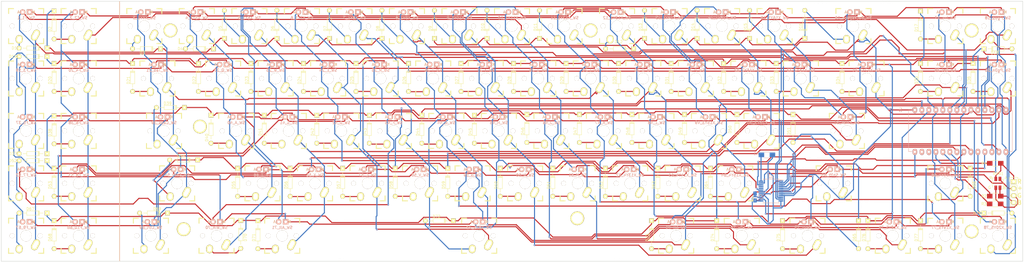
<source format=kicad_pcb>
(kicad_pcb (version 20171130) (host pcbnew "(5.1.12)-1")
  (layers (0 F.Cu signal) (31 B.Cu signal) (34 B.Paste user hide) (35 F.Paste user hide) (36 B.SilkS user hide) (37 F.SilkS user hide) (38 B.Mask user hide) (39 F.Mask user hide) (44 Edge.Cuts user))
  (net 0 "")
  (net 1 "Net-(D1-Pad2)")
  (net 2 R1)
  (net 3 "Net-(D2-Pad2)")
  (net 4 "Net-(D3-Pad2)")
  (net 5 "Net-(D4-Pad2)")
  (net 6 "Net-(D5-Pad2)")
  (net 7 "Net-(D6-Pad2)")
  (net 8 "Net-(D7-Pad2)")
  (net 9 "Net-(D8-Pad2)")
  (net 10 "Net-(D9-Pad2)")
  (net 11 R6)
  (net 12 "Net-(D10-Pad2)")
  (net 13 "Net-(D11-Pad2)")
  (net 14 "Net-(D12-Pad2)")
  (net 15 "Net-(D13-Pad2)")
  (net 16 "Net-(D14-Pad2)")
  (net 17 "Net-(D15-Pad2)")
  (net 18 "Net-(D16-Pad2)")
  (net 19 "Net-(D17-Pad2)")
  (net 20 "Net-(D17-Pad1)")
  (net 21 "Net-(D18-Pad2)")
  (net 22 "Net-(D19-Pad2)")
  (net 23 R2)
  (net 24 "Net-(D20-Pad2)")
  (net 25 "Net-(D21-Pad2)")
  (net 26 "Net-(D22-Pad2)")
  (net 27 "Net-(D23-Pad2)")
  (net 28 "Net-(D24-Pad2)")
  (net 29 "Net-(D25-Pad2)")
  (net 30 "Net-(D26-Pad2)")
  (net 31 "Net-(D27-Pad2)")
  (net 32 R7)
  (net 33 "Net-(D28-Pad2)")
  (net 34 "Net-(D29-Pad2)")
  (net 35 "Net-(D30-Pad2)")
  (net 36 "Net-(D31-Pad2)")
  (net 37 "Net-(D32-Pad2)")
  (net 38 "Net-(D33-Pad2)")
  (net 39 "Net-(D34-Pad2)")
  (net 40 "Net-(D35-Pad2)")
  (net 41 "Net-(D36-Pad2)")
  (net 42 "Net-(D37-Pad2)")
  (net 43 R3)
  (net 44 "Net-(D38-Pad2)")
  (net 45 "Net-(D39-Pad2)")
  (net 46 "Net-(D40-Pad2)")
  (net 47 "Net-(D41-Pad2)")
  (net 48 "Net-(D42-Pad2)")
  (net 49 "Net-(D43-Pad2)")
  (net 50 "Net-(D44-Pad2)")
  (net 51 "Net-(D45-Pad2)")
  (net 52 R8)
  (net 53 "Net-(D46-Pad2)")
  (net 54 "Net-(D47-Pad2)")
  (net 55 "Net-(D48-Pad2)")
  (net 56 "Net-(D49-Pad2)")
  (net 57 "Net-(D50-Pad2)")
  (net 58 "Net-(D51-Pad2)")
  (net 59 "Net-(D52-Pad2)")
  (net 60 R4)
  (net 61 "Net-(D53-Pad2)")
  (net 62 "Net-(D54-Pad2)")
  (net 63 "Net-(D55-Pad2)")
  (net 64 "Net-(D56-Pad2)")
  (net 65 "Net-(D57-Pad2)")
  (net 66 "Net-(D58-Pad2)")
  (net 67 "Net-(D59-Pad2)")
  (net 68 "Net-(D60-Pad2)")
  (net 69 R9)
  (net 70 "Net-(D61-Pad2)")
  (net 71 "Net-(D62-Pad2)")
  (net 72 "Net-(D63-Pad2)")
  (net 73 "Net-(D64-Pad2)")
  (net 74 "Net-(D65-Pad2)")
  (net 75 "Net-(D66-Pad2)")
  (net 76 "Net-(D67-Pad2)")
  (net 77 R5)
  (net 78 "Net-(D68-Pad2)")
  (net 79 "Net-(D69-Pad2)")
  (net 80 "Net-(D70-Pad2)")
  (net 81 "Net-(D71-Pad2)")
  (net 82 "Net-(D72-Pad2)")
  (net 83 "Net-(D73-Pad2)")
  (net 84 "Net-(D74-Pad2)")
  (net 85 "Net-(D75-Pad2)")
  (net 86 R10)
  (net 87 "Net-(D76-Pad2)")
  (net 88 "Net-(D77-Pad2)")
  (net 89 C5)
  (net 90 C7)
  (net 91 C4)
  (net 92 C8)
  (net 93 C3)
  (net 94 C6)
  (net 95 C1)
  (net 96 C2)
  (net 97 Z9)
  (net 98 Z8)
  (net 99 Z10)
  (net 100 Z1)
  (net 101 Z6)
  (net 102 Z4)
  (net 103 Z2)
  (net 104 Z7)
  (net 105 Z5)
  (net 106 Z3)
  (net 107 "Net-(C1-Pad1)")
  (net 108 GND)
  (net 109 "Net-(R1-Pad1)")
  (net 110 SDA)
  (net 111 SCL)
  (net 112 NSRT)
  (net 113 +5V)
  (net 114 "Net-(R2-Pad1)")
  (net 115 "Net-(R2-Pad2)")
  (net 116 "Net-(R3-Pad1)")
  (net 117 "Net-(R3-Pad2)")
  (net 118 "Net-(R4-Pad1)")
  (net 119 "Net-(R4-Pad2)")
  (module Cherry:Teensy3.2 (layer B.Cu) (at 360.426 59.055 270)
    (fp_text reference U1 (at 0 5.22 270) (layer B.SilkS) (effects (justify mirror)))
    (fp_text value Teensy_3.2)
    (pad GND0 thru_hole oval (at 0 0 270) (size 2.3 1.6) (drill 0.8) (layers *.Cu *.Mask B.SilkS) (net 108 GND))
    (pad 0 thru_hole oval (at 0 -2.54 270) (size 2.3 1.6) (drill 0.8) (layers *.Cu *.Mask B.SilkS) (net 95 C1))
    (pad 1 thru_hole oval (at 0 -5.08 270) (size 2.3 1.6) (drill 0.8) (layers *.Cu *.Mask B.SilkS) (net 96 C2))
    (pad 2 thru_hole oval (at 0 -7.62 270) (size 2.3 1.6) (drill 0.8) (layers *.Cu *.Mask B.SilkS) (net 93 C3))
    (pad 3 thru_hole oval (at 0 -10.16 270) (size 2.3 1.6) (drill 0.8) (layers *.Cu *.Mask B.SilkS) (net 91 C4))
    (pad 4 thru_hole oval (at 0 -12.7 270) (size 2.3 1.6) (drill 0.8) (layers *.Cu *.Mask B.SilkS) (net 89 C5))
    (pad 5 thru_hole oval (at 0 -15.24 270) (size 2.3 1.6) (drill 0.8) (layers *.Cu *.Mask B.SilkS) (net 94 C6))
    (pad 6 thru_hole oval (at 0 -17.78 270) (size 2.3 1.6) (drill 0.8) (layers *.Cu *.Mask B.SilkS) (net 90 C7))
    (pad 7 thru_hole oval (at 0 -20.32 270) (size 2.3 1.6) (drill 0.8) (layers *.Cu *.Mask B.SilkS) (net 92 C8))
    (pad 8 thru_hole oval (at 0 -22.86 270) (size 2.3 1.6) (drill 0.8) (layers *.Cu *.Mask B.SilkS) (net 2 R1))
    (pad 9 thru_hole oval (at 0 -25.4 270) (size 2.3 1.6) (drill 0.8) (layers *.Cu *.Mask B.SilkS) (net 23 R2))
    (pad 10 thru_hole oval (at 0 -27.94 270) (size 2.3 1.6) (drill 0.8) (layers *.Cu *.Mask B.SilkS) (net 43 R3))
    (pad 11 thru_hole oval (at 0 -30.48 270) (size 2.3 1.6) (drill 0.8) (layers *.Cu *.Mask B.SilkS) (net 60 R4))
    (pad 12 thru_hole oval (at 0 -33.02 270) (size 2.3 1.6) (drill 0.8) (layers *.Cu *.Mask B.SilkS) (net 77 R5))
    (pad 13 thru_hole oval (at 15.24 -33.02 270) (size 2.3 1.6) (drill 0.8) (layers *.Cu *.Mask B.SilkS) (net 11 R6))
    (pad 14 thru_hole oval (at 15.24 -30.48 270) (size 2.3 1.6) (drill 0.8) (layers *.Cu *.Mask B.SilkS) (net 32 R7))
    (pad 15 thru_hole oval (at 15.24 -27.94 270) (size 2.3 1.6) (drill 0.8) (layers *.Cu *.Mask B.SilkS) (net 52 R8))
    (pad 16 thru_hole oval (at 15.24 -25.4 270) (size 2.3 1.6) (drill 0.8) (layers *.Cu *.Mask B.SilkS) (net 69 R9))
    (pad 17 thru_hole oval (at 15.24 -22.86 270) (size 2.3 1.6) (drill 0.8) (layers *.Cu *.Mask B.SilkS) (net 86 R10))
    (pad 18 thru_hole oval (at 15.24 -20.32 270) (size 2.3 1.6) (drill 0.8) (layers *.Cu *.Mask B.SilkS) (net 110 SDA))
    (pad 19 thru_hole oval (at 15.24 -17.78 270) (size 2.3 1.6) (drill 0.8) (layers *.Cu *.Mask B.SilkS) (net 111 SCL))
    (pad 20 thru_hole oval (at 15.24 -15.24 270) (size 2.3 1.6) (drill 0.8) (layers *.Cu *.Mask B.SilkS) (net 112 NSRT))
    (pad 21 thru_hole oval (at 15.24 -12.7 270) (size 2.3 1.6) (drill 0.8) (layers *.Cu *.Mask B.SilkS) (net 115 "Net-(R2-Pad2)"))
    (pad 22 thru_hole oval (at 15.24 -10.16 270) (size 2.3 1.6) (drill 0.8) (layers *.Cu *.Mask B.SilkS) (net 117 "Net-(R3-Pad2)"))
    (pad 23 thru_hole oval (at 15.24 -7.62 270) (size 2.3 1.6) (drill 0.8) (layers *.Cu *.Mask B.SilkS) (net 119 "Net-(R4-Pad2)"))
    (pad 3v3 thru_hole oval (at 15.24 -5.08 270) (size 2.3 1.6) (drill 0.8) (layers *.Cu *.Mask B.SilkS))
    (pad AGND thru_hole oval (at 15.24 -2.54 270) (size 2.3 1.6) (drill 0.8) (layers *.Cu *.Mask B.SilkS))
    (pad Vin thru_hole oval (at 15.24 0 270) (size 2.3 1.6) (drill 0.8) (layers *.Cu *.Mask B.SilkS) (net 113 +5V))
  )
  (module Resistors_SMD:R_1206_HandSoldering (layer F.Cu) (at 389.566 78.4352 180)
    (fp_text reference R4 (at 4.096 0 180) (layer F.SilkS))
    (fp_text value 120Ω)
    (pad 1 smd rect (at -2 0 180) (size 2 1.7) (layers F.Cu F.Paste F.Mask) (net 118 "Net-(R4-Pad1)"))
    (pad 2 smd rect (at 2 0 180) (size 2 1.7) (layers F.Cu F.Paste F.Mask) (net 119 "Net-(R4-Pad2)"))
  )
  (module Cherry:CHERRY_PCB_275H_STABILIZER (layer F.Cu) (at 330.994 85.725)
    (fp_text reference CHERRY_5 hide)
    (fp_text value MX hide)
    (pad HOLE np_thru_hole circle (at -11.938 -6.985) (size 3.048 3.048) (drill 3.048) (layers *.Cu))
    (pad HOLE np_thru_hole circle (at 11.938 -6.985) (size 3.048 3.048) (drill 3.048) (layers *.Cu))
    (pad HOLE np_thru_hole circle (at -11.938 8.255) (size 3.9878 3.9878) (drill 3.9878) (layers *.Cu))
    (pad HOLE np_thru_hole circle (at 11.938 8.255) (size 3.9878 3.9878) (drill 3.9878) (layers *.Cu))
  )
  (module Cherry:CHERRY_PCB_225H_STABILIZER (layer F.Cu) (at 92.8688 85.725)
    (fp_text reference CHERRY_4 hide)
    (fp_text value MX hide)
    (pad HOLE np_thru_hole circle (at -11.938 -6.985) (size 3.048 3.048) (drill 3.048) (layers *.Cu))
    (pad HOLE np_thru_hole circle (at 11.938 -6.985) (size 3.048 3.048) (drill 3.048) (layers *.Cu))
    (pad HOLE np_thru_hole circle (at -11.938 8.255) (size 3.9878 3.9878) (drill 3.9878) (layers *.Cu))
    (pad HOLE np_thru_hole circle (at 11.938 8.255) (size 3.9878 3.9878) (drill 3.9878) (layers *.Cu))
  )
  (module Diodes_ThroughHole:Diode_DO-35_SOD27_Horizontal_RM10 (layer F.Cu) (at 106.046 36.8275 180)
    (fp_text reference D4 (at 12.06552 -0.00254 180) (layer F.SilkS))
    (fp_text value D)
    (pad 2 thru_hole circle (at 10.16052 -0.00254) (size 1.69926 1.69926) (drill 0.70104) (layers *.Cu *.Mask F.SilkS) (net 5 "Net-(D4-Pad2)"))
    (pad 1 thru_hole rect (at 0.00052 -0.00254) (size 1.69926 1.69926) (drill 0.70104) (layers *.Cu *.Mask F.SilkS) (net 2 R1))
  )
  (module Diodes_ThroughHole:Diode_DO-35_SOD27_Horizontal_RM10 (layer F.Cu) (at 385.444 96.5225)
    (fp_text reference D78 (at -2.41248 -0.00254) (layer F.SilkS))
    (fp_text value D)
    (pad 2 thru_hole circle (at 10.16052 -0.00254 180) (size 1.69926 1.69926) (drill 0.70104) (layers *.Cu *.Mask F.SilkS) (net 20 "Net-(D17-Pad1)"))
    (pad 1 thru_hole rect (at 0.00052 -0.00254 180) (size 1.69926 1.69926) (drill 0.70104) (layers *.Cu *.Mask F.SilkS) (net 86 R10))
  )
  (module Mounting_Holes:MountingHole_5.3mm_M5 (layer F.Cu) (at 95.25 102.394)
    (fp_text reference REF**_10 hide)
    (fp_text value MountingHole_5.3mm_M5)
    (pad "" thru_hole circle (at 0 0) (size 5 5) (drill 4) (layers *.Cu *.Mask F.SilkS))
  )
  (module MXALPS (layer F.Cu) (at 330.994 85.725 180)
    (fp_text reference SW_Shift_65 (at 0 3 180) (layer B.SilkS) (effects (font (thickness 0.2)) (justify mirror)))
    (fp_text value MX_LED hide)
    (fp_text user A (at 2.794 5.08 180) (layer B.SilkS) (effects (justify mirror)))
    (fp_text user K (at -2.794 5.08 180) (layer B.SilkS) (effects (justify mirror)))
    (fp_text user A (at 2.794 5.08 180) (layer F.SilkS))
    (fp_text user K (at -2.794 5.08 180) (layer F.SilkS))
    (pad "" np_thru_hole circle (at 0 0 180) (size 3.98781 3.98781) (drill 3.9878) (layers *.Cu *.Mask F.SilkS) (clearance 0.1524))
    (pad "" np_thru_hole circle (at -5.08 0 180) (size 1.70181 1.70181) (drill 1.7018) (layers *.Cu *.Mask F.SilkS) (clearance 0.1524))
    (pad "" np_thru_hole circle (at 5.08 0 180) (size 1.70181 1.70181) (drill 1.7018) (layers *.Cu *.Mask F.SilkS) (clearance 0.1524))
    (pad SW1 thru_hole oval (at -3.405 -3.27 150.95) (size 2.5 4.17) (drill oval 1.5 3.17) (layers *.Cu *.Mask F.SilkS) (net 94 C6))
    (pad SW2 thru_hole oval (at 2.52 -4.79 176.1) (size 2.5 3.08) (drill oval 1.5 2.08) (layers *.Cu *.Mask F.SilkS) (net 74 "Net-(D65-Pad2)"))
    (pad K thru_hole rect (at -1.27 5.08 180) (size 2 2) (drill 1) (layers *.Cu *.SilkS *.Mask) (net 97 Z9))
    (pad A thru_hole circle (at 1.27 5.08 180) (size 2 2) (drill 1) (layers *.Cu *.SilkS *.Mask) (net 103 Z2))
  )
  (module MXALPS (layer F.Cu) (at 390.525 104.775 180)
    (fp_text reference SW_X20Y5_78 (at 0 3 180) (layer B.SilkS) (effects (font (thickness 0.2)) (justify mirror)))
    (fp_text value MX_LED hide)
    (fp_text user A (at 2.794 5.08 180) (layer B.SilkS) (effects (justify mirror)))
    (fp_text user K (at -2.794 5.08 180) (layer B.SilkS) (effects (justify mirror)))
    (fp_text user A (at 2.794 5.08 180) (layer F.SilkS))
    (fp_text user K (at -2.794 5.08 180) (layer F.SilkS))
    (pad "" np_thru_hole circle (at 0 0 180) (size 3.98781 3.98781) (drill 3.9878) (layers *.Cu *.Mask F.SilkS) (clearance 0.1524))
    (pad "" np_thru_hole circle (at -5.08 0 180) (size 1.70181 1.70181) (drill 1.7018) (layers *.Cu *.Mask F.SilkS) (clearance 0.1524))
    (pad "" np_thru_hole circle (at 5.08 0 180) (size 1.70181 1.70181) (drill 1.7018) (layers *.Cu *.Mask F.SilkS) (clearance 0.1524))
    (pad SW1 thru_hole oval (at -3.405 -3.27 150.95) (size 2.5 4.17) (drill oval 1.5 3.17) (layers *.Cu *.Mask F.SilkS) (net 91 C4))
    (pad SW2 thru_hole oval (at 2.52 -4.79 176.1) (size 2.5 3.08) (drill oval 1.5 2.08) (layers *.Cu *.Mask F.SilkS) (net 20 "Net-(D17-Pad1)"))
    (pad K thru_hole rect (at -1.27 5.08 180) (size 2 2) (drill 1) (layers *.Cu *.SilkS *.Mask) (net 99 Z10))
    (pad A thru_hole circle (at 1.27 5.08 180) (size 2 2) (drill 1) (layers *.Cu *.SilkS *.Mask) (net 101 Z6))
  )
  (module MXALPS (layer F.Cu) (at 371.475 104.775 180)
    (fp_text reference SW_X19Y5_77 (at 0 3 180) (layer B.SilkS) (effects (font (thickness 0.2)) (justify mirror)))
    (fp_text value MX_LED hide)
    (fp_text user A (at 2.794 5.08 180) (layer B.SilkS) (effects (justify mirror)))
    (fp_text user K (at -2.794 5.08 180) (layer B.SilkS) (effects (justify mirror)))
    (fp_text user A (at 2.794 5.08 180) (layer F.SilkS))
    (fp_text user K (at -2.794 5.08 180) (layer F.SilkS))
    (pad "" np_thru_hole circle (at 0 0 180) (size 3.98781 3.98781) (drill 3.9878) (layers *.Cu *.Mask F.SilkS) (clearance 0.1524))
    (pad "" np_thru_hole circle (at -5.08 0 180) (size 1.70181 1.70181) (drill 1.7018) (layers *.Cu *.Mask F.SilkS) (clearance 0.1524))
    (pad "" np_thru_hole circle (at 5.08 0 180) (size 1.70181 1.70181) (drill 1.7018) (layers *.Cu *.Mask F.SilkS) (clearance 0.1524))
    (pad SW1 thru_hole oval (at -3.405 -3.27 150.95) (size 2.5 4.17) (drill oval 1.5 3.17) (layers *.Cu *.Mask F.SilkS) (net 93 C3))
    (pad SW2 thru_hole oval (at 2.52 -4.79 176.1) (size 2.5 3.08) (drill oval 1.5 2.08) (layers *.Cu *.Mask F.SilkS) (net 88 "Net-(D77-Pad2)"))
    (pad K thru_hole rect (at -1.27 5.08 180) (size 2 2) (drill 1) (layers *.Cu *.SilkS *.Mask) (net 99 Z10))
    (pad A thru_hole circle (at 1.27 5.08 180) (size 2 2) (drill 1) (layers *.Cu *.SilkS *.Mask) (net 105 Z5))
  )
  (module MXALPS (layer F.Cu) (at 352.425 104.775 180)
    (fp_text reference SW_X18Y5_76 (at 0 3 180) (layer B.SilkS) (effects (font (thickness 0.2)) (justify mirror)))
    (fp_text value MX_LED hide)
    (fp_text user A (at 2.794 5.08 180) (layer B.SilkS) (effects (justify mirror)))
    (fp_text user K (at -2.794 5.08 180) (layer B.SilkS) (effects (justify mirror)))
    (fp_text user A (at 2.794 5.08 180) (layer F.SilkS))
    (fp_text user K (at -2.794 5.08 180) (layer F.SilkS))
    (pad "" np_thru_hole circle (at 0 0 180) (size 3.98781 3.98781) (drill 3.9878) (layers *.Cu *.Mask F.SilkS) (clearance 0.1524))
    (pad "" np_thru_hole circle (at -5.08 0 180) (size 1.70181 1.70181) (drill 1.7018) (layers *.Cu *.Mask F.SilkS) (clearance 0.1524))
    (pad "" np_thru_hole circle (at 5.08 0 180) (size 1.70181 1.70181) (drill 1.7018) (layers *.Cu *.Mask F.SilkS) (clearance 0.1524))
    (pad SW1 thru_hole oval (at -3.405 -3.27 150.95) (size 2.5 4.17) (drill oval 1.5 3.17) (layers *.Cu *.Mask F.SilkS) (net 96 C2))
    (pad SW2 thru_hole oval (at 2.52 -4.79 176.1) (size 2.5 3.08) (drill oval 1.5 2.08) (layers *.Cu *.Mask F.SilkS) (net 87 "Net-(D76-Pad2)"))
    (pad K thru_hole rect (at -1.27 5.08 180) (size 2 2) (drill 1) (layers *.Cu *.SilkS *.Mask) (net 99 Z10))
    (pad A thru_hole circle (at 1.27 5.08 180) (size 2 2) (drill 1) (layers *.Cu *.SilkS *.Mask) (net 102 Z4))
  )
  (module MXALPS (layer F.Cu) (at 321.469 104.775 180)
    (fp_text reference SW_Menu_75 (at 0 3 180) (layer B.SilkS) (effects (font (thickness 0.2)) (justify mirror)))
    (fp_text value MX_LED hide)
    (fp_text user A (at 2.794 5.08 180) (layer B.SilkS) (effects (justify mirror)))
    (fp_text user K (at -2.794 5.08 180) (layer B.SilkS) (effects (justify mirror)))
    (fp_text user A (at 2.794 5.08 180) (layer F.SilkS))
    (fp_text user K (at -2.794 5.08 180) (layer F.SilkS))
    (pad "" np_thru_hole circle (at 0 0 180) (size 3.98781 3.98781) (drill 3.9878) (layers *.Cu *.Mask F.SilkS) (clearance 0.1524))
    (pad "" np_thru_hole circle (at -5.08 0 180) (size 1.70181 1.70181) (drill 1.7018) (layers *.Cu *.Mask F.SilkS) (clearance 0.1524))
    (pad "" np_thru_hole circle (at 5.08 0 180) (size 1.70181 1.70181) (drill 1.7018) (layers *.Cu *.Mask F.SilkS) (clearance 0.1524))
    (pad SW1 thru_hole oval (at -3.405 -3.27 150.95) (size 2.5 4.17) (drill oval 1.5 3.17) (layers *.Cu *.Mask F.SilkS) (net 95 C1))
    (pad SW2 thru_hole oval (at 2.52 -4.79 176.1) (size 2.5 3.08) (drill oval 1.5 2.08) (layers *.Cu *.Mask F.SilkS) (net 85 "Net-(D75-Pad2)"))
    (pad K thru_hole rect (at -1.27 5.08 180) (size 2 2) (drill 1) (layers *.Cu *.SilkS *.Mask) (net 99 Z10))
    (pad A thru_hole circle (at 1.27 5.08 180) (size 2 2) (drill 1) (layers *.Cu *.SilkS *.Mask) (net 106 Z3))
  )
  (module MXALPS (layer F.Cu) (at 297.656 104.775 180)
    (fp_text reference SW_Win_74 (at 0 3 180) (layer B.SilkS) (effects (font (thickness 0.2)) (justify mirror)))
    (fp_text value MX_LED hide)
    (fp_text user A (at 2.794 5.08 180) (layer B.SilkS) (effects (justify mirror)))
    (fp_text user K (at -2.794 5.08 180) (layer B.SilkS) (effects (justify mirror)))
    (fp_text user A (at 2.794 5.08 180) (layer F.SilkS))
    (fp_text user K (at -2.794 5.08 180) (layer F.SilkS))
    (pad "" np_thru_hole circle (at 0 0 180) (size 3.98781 3.98781) (drill 3.9878) (layers *.Cu *.Mask F.SilkS) (clearance 0.1524))
    (pad "" np_thru_hole circle (at -5.08 0 180) (size 1.70181 1.70181) (drill 1.7018) (layers *.Cu *.Mask F.SilkS) (clearance 0.1524))
    (pad "" np_thru_hole circle (at 5.08 0 180) (size 1.70181 1.70181) (drill 1.7018) (layers *.Cu *.Mask F.SilkS) (clearance 0.1524))
    (pad SW1 thru_hole oval (at -3.405 -3.27 150.95) (size 2.5 4.17) (drill oval 1.5 3.17) (layers *.Cu *.Mask F.SilkS) (net 92 C8))
    (pad SW2 thru_hole oval (at 2.52 -4.79 176.1) (size 2.5 3.08) (drill oval 1.5 2.08) (layers *.Cu *.Mask F.SilkS) (net 84 "Net-(D74-Pad2)"))
    (pad K thru_hole rect (at -1.27 5.08 180) (size 2 2) (drill 1) (layers *.Cu *.SilkS *.Mask) (net 99 Z10))
    (pad A thru_hole circle (at 1.27 5.08 180) (size 2 2) (drill 1) (layers *.Cu *.SilkS *.Mask) (net 103 Z2))
  )
  (module MXALPS (layer F.Cu) (at 273.844 104.775 180)
    (fp_text reference SW_Alt_73 (at 0 3 180) (layer B.SilkS) (effects (font (thickness 0.2)) (justify mirror)))
    (fp_text value MX_LED hide)
    (fp_text user A (at 2.794 5.08 180) (layer B.SilkS) (effects (justify mirror)))
    (fp_text user K (at -2.794 5.08 180) (layer B.SilkS) (effects (justify mirror)))
    (fp_text user A (at 2.794 5.08 180) (layer F.SilkS))
    (fp_text user K (at -2.794 5.08 180) (layer F.SilkS))
    (pad "" np_thru_hole circle (at 0 0 180) (size 3.98781 3.98781) (drill 3.9878) (layers *.Cu *.Mask F.SilkS) (clearance 0.1524))
    (pad "" np_thru_hole circle (at -5.08 0 180) (size 1.70181 1.70181) (drill 1.7018) (layers *.Cu *.Mask F.SilkS) (clearance 0.1524))
    (pad "" np_thru_hole circle (at 5.08 0 180) (size 1.70181 1.70181) (drill 1.7018) (layers *.Cu *.Mask F.SilkS) (clearance 0.1524))
    (pad SW1 thru_hole oval (at -3.405 -3.27 150.95) (size 2.5 4.17) (drill oval 1.5 3.17) (layers *.Cu *.Mask F.SilkS) (net 90 C7))
    (pad SW2 thru_hole oval (at 2.52 -4.79 176.1) (size 2.5 3.08) (drill oval 1.5 2.08) (layers *.Cu *.Mask F.SilkS) (net 83 "Net-(D73-Pad2)"))
    (pad K thru_hole rect (at -1.27 5.08 180) (size 2 2) (drill 1) (layers *.Cu *.SilkS *.Mask) (net 99 Z10))
    (pad A thru_hole circle (at 1.27 5.08 180) (size 2 2) (drill 1) (layers *.Cu *.SilkS *.Mask) (net 100 Z1))
  )
  (module MXALPS (layer F.Cu) (at 202.406 104.775 180)
    (fp_text reference SW_X8Y5_72 (at 0 3 180) (layer B.SilkS) (effects (font (thickness 0.2)) (justify mirror)))
    (fp_text value MX_LED hide)
    (fp_text user A (at 2.794 5.08 180) (layer B.SilkS) (effects (justify mirror)))
    (fp_text user K (at -2.794 5.08 180) (layer B.SilkS) (effects (justify mirror)))
    (fp_text user A (at 2.794 5.08 180) (layer F.SilkS))
    (fp_text user K (at -2.794 5.08 180) (layer F.SilkS))
    (pad "" np_thru_hole circle (at 0 0 180) (size 3.98781 3.98781) (drill 3.9878) (layers *.Cu *.Mask F.SilkS) (clearance 0.1524))
    (pad "" np_thru_hole circle (at -5.08 0 180) (size 1.70181 1.70181) (drill 1.7018) (layers *.Cu *.Mask F.SilkS) (clearance 0.1524))
    (pad "" np_thru_hole circle (at 5.08 0 180) (size 1.70181 1.70181) (drill 1.7018) (layers *.Cu *.Mask F.SilkS) (clearance 0.1524))
    (pad SW1 thru_hole oval (at -3.405 -3.27 150.95) (size 2.5 4.17) (drill oval 1.5 3.17) (layers *.Cu *.Mask F.SilkS) (net 94 C6))
    (pad SW2 thru_hole oval (at 2.52 -4.79 176.1) (size 2.5 3.08) (drill oval 1.5 2.08) (layers *.Cu *.Mask F.SilkS) (net 82 "Net-(D72-Pad2)"))
    (pad K thru_hole rect (at -1.27 5.08 180) (size 2 2) (drill 1) (layers *.Cu *.SilkS *.Mask) (net 98 Z8))
    (pad A thru_hole circle (at 1.27 5.08 180) (size 2 2) (drill 1) (layers *.Cu *.SilkS *.Mask) (net 97 Z9))
  )
  (module MXALPS (layer F.Cu) (at 130.969 104.775 180)
    (fp_text reference SW_Alt_71 (at 0 3 180) (layer B.SilkS) (effects (font (thickness 0.2)) (justify mirror)))
    (fp_text value MX_LED hide)
    (fp_text user A (at 2.794 5.08 180) (layer B.SilkS) (effects (justify mirror)))
    (fp_text user K (at -2.794 5.08 180) (layer B.SilkS) (effects (justify mirror)))
    (fp_text user A (at 2.794 5.08 180) (layer F.SilkS))
    (fp_text user K (at -2.794 5.08 180) (layer F.SilkS))
    (pad "" np_thru_hole circle (at 0 0 180) (size 3.98781 3.98781) (drill 3.9878) (layers *.Cu *.Mask F.SilkS) (clearance 0.1524))
    (pad "" np_thru_hole circle (at -5.08 0 180) (size 1.70181 1.70181) (drill 1.7018) (layers *.Cu *.Mask F.SilkS) (clearance 0.1524))
    (pad "" np_thru_hole circle (at 5.08 0 180) (size 1.70181 1.70181) (drill 1.7018) (layers *.Cu *.Mask F.SilkS) (clearance 0.1524))
    (pad SW1 thru_hole oval (at -3.405 -3.27 150.95) (size 2.5 4.17) (drill oval 1.5 3.17) (layers *.Cu *.Mask F.SilkS) (net 89 C5))
    (pad SW2 thru_hole oval (at 2.52 -4.79 176.1) (size 2.5 3.08) (drill oval 1.5 2.08) (layers *.Cu *.Mask F.SilkS) (net 81 "Net-(D71-Pad2)"))
    (pad K thru_hole rect (at -1.27 5.08 180) (size 2 2) (drill 1) (layers *.Cu *.SilkS *.Mask) (net 97 Z9))
    (pad A thru_hole circle (at 1.27 5.08 180) (size 2 2) (drill 1) (layers *.Cu *.SilkS *.Mask) (net 98 Z8))
  )
  (module MXALPS (layer F.Cu) (at 107.156 104.775 180)
    (fp_text reference SW_Win_70 (at 0 3 180) (layer B.SilkS) (effects (font (thickness 0.2)) (justify mirror)))
    (fp_text value MX_LED hide)
    (fp_text user A (at 2.794 5.08 180) (layer B.SilkS) (effects (justify mirror)))
    (fp_text user K (at -2.794 5.08 180) (layer B.SilkS) (effects (justify mirror)))
    (fp_text user A (at 2.794 5.08 180) (layer F.SilkS))
    (fp_text user K (at -2.794 5.08 180) (layer F.SilkS))
    (pad "" np_thru_hole circle (at 0 0 180) (size 3.98781 3.98781) (drill 3.9878) (layers *.Cu *.Mask F.SilkS) (clearance 0.1524))
    (pad "" np_thru_hole circle (at -5.08 0 180) (size 1.70181 1.70181) (drill 1.7018) (layers *.Cu *.Mask F.SilkS) (clearance 0.1524))
    (pad "" np_thru_hole circle (at 5.08 0 180) (size 1.70181 1.70181) (drill 1.7018) (layers *.Cu *.Mask F.SilkS) (clearance 0.1524))
    (pad SW1 thru_hole oval (at -3.405 -3.27 150.95) (size 2.5 4.17) (drill oval 1.5 3.17) (layers *.Cu *.Mask F.SilkS) (net 91 C4))
    (pad SW2 thru_hole oval (at 2.52 -4.79 176.1) (size 2.5 3.08) (drill oval 1.5 2.08) (layers *.Cu *.Mask F.SilkS) (net 80 "Net-(D70-Pad2)"))
    (pad K thru_hole rect (at -1.27 5.08 180) (size 2 2) (drill 1) (layers *.Cu *.SilkS *.Mask) (net 97 Z9))
    (pad A thru_hole circle (at 1.27 5.08 180) (size 2 2) (drill 1) (layers *.Cu *.SilkS *.Mask) (net 104 Z7))
  )
  (module MXALPS (layer F.Cu) (at 83.3438 104.775 180)
    (fp_text reference SW_Ctrl_69 (at 0 3 180) (layer B.SilkS) (effects (font (thickness 0.2)) (justify mirror)))
    (fp_text value MX_LED hide)
    (fp_text user A (at 2.794 5.08 180) (layer B.SilkS) (effects (justify mirror)))
    (fp_text user K (at -2.794 5.08 180) (layer B.SilkS) (effects (justify mirror)))
    (fp_text user A (at 2.794 5.08 180) (layer F.SilkS))
    (fp_text user K (at -2.794 5.08 180) (layer F.SilkS))
    (pad "" np_thru_hole circle (at 0 0 180) (size 3.98781 3.98781) (drill 3.9878) (layers *.Cu *.Mask F.SilkS) (clearance 0.1524))
    (pad "" np_thru_hole circle (at -5.08 0 180) (size 1.70181 1.70181) (drill 1.7018) (layers *.Cu *.Mask F.SilkS) (clearance 0.1524))
    (pad "" np_thru_hole circle (at 5.08 0 180) (size 1.70181 1.70181) (drill 1.7018) (layers *.Cu *.Mask F.SilkS) (clearance 0.1524))
    (pad SW1 thru_hole oval (at -3.405 -3.27 150.95) (size 2.5 4.17) (drill oval 1.5 3.17) (layers *.Cu *.Mask F.SilkS) (net 93 C3))
    (pad SW2 thru_hole oval (at 2.52 -4.79 176.1) (size 2.5 3.08) (drill oval 1.5 2.08) (layers *.Cu *.Mask F.SilkS) (net 79 "Net-(D69-Pad2)"))
    (pad K thru_hole rect (at -1.27 5.08 180) (size 2 2) (drill 1) (layers *.Cu *.SilkS *.Mask) (net 97 Z9))
    (pad A thru_hole circle (at 1.27 5.08 180) (size 2 2) (drill 1) (layers *.Cu *.SilkS *.Mask) (net 101 Z6))
  )
  (module MXALPS (layer F.Cu) (at 57.15 104.775 180)
    (fp_text reference SW_F10_68 (at 0 3 180) (layer B.SilkS) (effects (font (thickness 0.2)) (justify mirror)))
    (fp_text value MX_LED hide)
    (fp_text user A (at 2.794 5.08 180) (layer B.SilkS) (effects (justify mirror)))
    (fp_text user K (at -2.794 5.08 180) (layer B.SilkS) (effects (justify mirror)))
    (fp_text user A (at 2.794 5.08 180) (layer F.SilkS))
    (fp_text user K (at -2.794 5.08 180) (layer F.SilkS))
    (pad "" np_thru_hole circle (at 0 0 180) (size 3.98781 3.98781) (drill 3.9878) (layers *.Cu *.Mask F.SilkS) (clearance 0.1524))
    (pad "" np_thru_hole circle (at -5.08 0 180) (size 1.70181 1.70181) (drill 1.7018) (layers *.Cu *.Mask F.SilkS) (clearance 0.1524))
    (pad "" np_thru_hole circle (at 5.08 0 180) (size 1.70181 1.70181) (drill 1.7018) (layers *.Cu *.Mask F.SilkS) (clearance 0.1524))
    (pad SW1 thru_hole oval (at -3.405 -3.27 150.95) (size 2.5 4.17) (drill oval 1.5 3.17) (layers *.Cu *.Mask F.SilkS) (net 96 C2))
    (pad SW2 thru_hole oval (at 2.52 -4.79 176.1) (size 2.5 3.08) (drill oval 1.5 2.08) (layers *.Cu *.Mask F.SilkS) (net 78 "Net-(D68-Pad2)"))
    (pad K thru_hole rect (at -1.27 5.08 180) (size 2 2) (drill 1) (layers *.Cu *.SilkS *.Mask) (net 97 Z9))
    (pad A thru_hole circle (at 1.27 5.08 180) (size 2 2) (drill 1) (layers *.Cu *.SilkS *.Mask) (net 105 Z5))
  )
  (module MXALPS (layer F.Cu) (at 38.1 104.775 180)
    (fp_text reference SW_F9_67 (at 0 3 180) (layer B.SilkS) (effects (font (thickness 0.2)) (justify mirror)))
    (fp_text value MX_LED hide)
    (fp_text user A (at 2.794 5.08 180) (layer B.SilkS) (effects (justify mirror)))
    (fp_text user K (at -2.794 5.08 180) (layer B.SilkS) (effects (justify mirror)))
    (fp_text user A (at 2.794 5.08 180) (layer F.SilkS))
    (fp_text user K (at -2.794 5.08 180) (layer F.SilkS))
    (pad "" np_thru_hole circle (at 0 0 180) (size 3.98781 3.98781) (drill 3.9878) (layers *.Cu *.Mask F.SilkS) (clearance 0.1524))
    (pad "" np_thru_hole circle (at -5.08 0 180) (size 1.70181 1.70181) (drill 1.7018) (layers *.Cu *.Mask F.SilkS) (clearance 0.1524))
    (pad "" np_thru_hole circle (at 5.08 0 180) (size 1.70181 1.70181) (drill 1.7018) (layers *.Cu *.Mask F.SilkS) (clearance 0.1524))
    (pad SW1 thru_hole oval (at -3.405 -3.27 150.95) (size 2.5 4.17) (drill oval 1.5 3.17) (layers *.Cu *.Mask F.SilkS) (net 95 C1))
    (pad SW2 thru_hole oval (at 2.52 -4.79 176.1) (size 2.5 3.08) (drill oval 1.5 2.08) (layers *.Cu *.Mask F.SilkS) (net 76 "Net-(D67-Pad2)"))
    (pad K thru_hole rect (at -1.27 5.08 180) (size 2 2) (drill 1) (layers *.Cu *.SilkS *.Mask) (net 97 Z9))
    (pad A thru_hole circle (at 1.27 5.08 180) (size 2 2) (drill 1) (layers *.Cu *.SilkS *.Mask) (net 102 Z4))
  )
  (module MXALPS (layer F.Cu) (at 371.475 85.725 180)
    (fp_text reference SW_X19Y4_66 (at 0 3 180) (layer B.SilkS) (effects (font (thickness 0.2)) (justify mirror)))
    (fp_text value MX_LED hide)
    (fp_text user A (at 2.794 5.08 180) (layer B.SilkS) (effects (justify mirror)))
    (fp_text user K (at -2.794 5.08 180) (layer B.SilkS) (effects (justify mirror)))
    (fp_text user A (at 2.794 5.08 180) (layer F.SilkS))
    (fp_text user K (at -2.794 5.08 180) (layer F.SilkS))
    (pad "" np_thru_hole circle (at 0 0 180) (size 3.98781 3.98781) (drill 3.9878) (layers *.Cu *.Mask F.SilkS) (clearance 0.1524))
    (pad "" np_thru_hole circle (at -5.08 0 180) (size 1.70181 1.70181) (drill 1.7018) (layers *.Cu *.Mask F.SilkS) (clearance 0.1524))
    (pad "" np_thru_hole circle (at 5.08 0 180) (size 1.70181 1.70181) (drill 1.7018) (layers *.Cu *.Mask F.SilkS) (clearance 0.1524))
    (pad SW1 thru_hole oval (at -3.405 -3.27 150.95) (size 2.5 4.17) (drill oval 1.5 3.17) (layers *.Cu *.Mask F.SilkS) (net 90 C7))
    (pad SW2 thru_hole oval (at 2.52 -4.79 176.1) (size 2.5 3.08) (drill oval 1.5 2.08) (layers *.Cu *.Mask F.SilkS) (net 75 "Net-(D66-Pad2)"))
    (pad K thru_hole rect (at -1.27 5.08 180) (size 2 2) (drill 1) (layers *.Cu *.SilkS *.Mask) (net 97 Z9))
    (pad A thru_hole circle (at 1.27 5.08 180) (size 2 2) (drill 1) (layers *.Cu *.SilkS *.Mask) (net 106 Z3))
  )
  (module MXALPS (layer F.Cu) (at 295.275 85.725 180)
    (fp_text reference SW_X15Y4_64 (at 0 3 180) (layer B.SilkS) (effects (font (thickness 0.2)) (justify mirror)))
    (fp_text value MX_LED hide)
    (fp_text user A (at 2.794 5.08 180) (layer B.SilkS) (effects (justify mirror)))
    (fp_text user K (at -2.794 5.08 180) (layer B.SilkS) (effects (justify mirror)))
    (fp_text user A (at 2.794 5.08 180) (layer F.SilkS))
    (fp_text user K (at -2.794 5.08 180) (layer F.SilkS))
    (pad "" np_thru_hole circle (at 0 0 180) (size 3.98781 3.98781) (drill 3.9878) (layers *.Cu *.Mask F.SilkS) (clearance 0.1524))
    (pad "" np_thru_hole circle (at -5.08 0 180) (size 1.70181 1.70181) (drill 1.7018) (layers *.Cu *.Mask F.SilkS) (clearance 0.1524))
    (pad "" np_thru_hole circle (at 5.08 0 180) (size 1.70181 1.70181) (drill 1.7018) (layers *.Cu *.Mask F.SilkS) (clearance 0.1524))
    (pad SW1 thru_hole oval (at -3.405 -3.27 150.95) (size 2.5 4.17) (drill oval 1.5 3.17) (layers *.Cu *.Mask F.SilkS) (net 89 C5))
    (pad SW2 thru_hole oval (at 2.52 -4.79 176.1) (size 2.5 3.08) (drill oval 1.5 2.08) (layers *.Cu *.Mask F.SilkS) (net 73 "Net-(D64-Pad2)"))
    (pad K thru_hole rect (at -1.27 5.08 180) (size 2 2) (drill 1) (layers *.Cu *.SilkS *.Mask) (net 97 Z9))
    (pad A thru_hole circle (at 1.27 5.08 180) (size 2 2) (drill 1) (layers *.Cu *.SilkS *.Mask) (net 100 Z1))
  )
  (module MXALPS (layer F.Cu) (at 276.225 85.725 180)
    (fp_text reference SW_X14Y4_63 (at 0 3 180) (layer B.SilkS) (effects (font (thickness 0.2)) (justify mirror)))
    (fp_text value MX_LED hide)
    (fp_text user A (at 2.794 5.08 180) (layer B.SilkS) (effects (justify mirror)))
    (fp_text user K (at -2.794 5.08 180) (layer B.SilkS) (effects (justify mirror)))
    (fp_text user A (at 2.794 5.08 180) (layer F.SilkS))
    (fp_text user K (at -2.794 5.08 180) (layer F.SilkS))
    (pad "" np_thru_hole circle (at 0 0 180) (size 3.98781 3.98781) (drill 3.9878) (layers *.Cu *.Mask F.SilkS) (clearance 0.1524))
    (pad "" np_thru_hole circle (at -5.08 0 180) (size 1.70181 1.70181) (drill 1.7018) (layers *.Cu *.Mask F.SilkS) (clearance 0.1524))
    (pad "" np_thru_hole circle (at 5.08 0 180) (size 1.70181 1.70181) (drill 1.7018) (layers *.Cu *.Mask F.SilkS) (clearance 0.1524))
    (pad SW1 thru_hole oval (at -3.405 -3.27 150.95) (size 2.5 4.17) (drill oval 1.5 3.17) (layers *.Cu *.Mask F.SilkS) (net 91 C4))
    (pad SW2 thru_hole oval (at 2.52 -4.79 176.1) (size 2.5 3.08) (drill oval 1.5 2.08) (layers *.Cu *.Mask F.SilkS) (net 72 "Net-(D63-Pad2)"))
    (pad K thru_hole rect (at -1.27 5.08 180) (size 2 2) (drill 1) (layers *.Cu *.SilkS *.Mask) (net 104 Z7))
    (pad A thru_hole circle (at 1.27 5.08 180) (size 2 2) (drill 1) (layers *.Cu *.SilkS *.Mask) (net 97 Z9))
  )
  (module MXALPS (layer F.Cu) (at 257.175 85.725 180)
    (fp_text reference SW_X13Y4_62 (at 0 3 180) (layer B.SilkS) (effects (font (thickness 0.2)) (justify mirror)))
    (fp_text value MX_LED hide)
    (fp_text user A (at 2.794 5.08 180) (layer B.SilkS) (effects (justify mirror)))
    (fp_text user K (at -2.794 5.08 180) (layer B.SilkS) (effects (justify mirror)))
    (fp_text user A (at 2.794 5.08 180) (layer F.SilkS))
    (fp_text user K (at -2.794 5.08 180) (layer F.SilkS))
    (pad "" np_thru_hole circle (at 0 0 180) (size 3.98781 3.98781) (drill 3.9878) (layers *.Cu *.Mask F.SilkS) (clearance 0.1524))
    (pad "" np_thru_hole circle (at -5.08 0 180) (size 1.70181 1.70181) (drill 1.7018) (layers *.Cu *.Mask F.SilkS) (clearance 0.1524))
    (pad "" np_thru_hole circle (at 5.08 0 180) (size 1.70181 1.70181) (drill 1.7018) (layers *.Cu *.Mask F.SilkS) (clearance 0.1524))
    (pad SW1 thru_hole oval (at -3.405 -3.27 150.95) (size 2.5 4.17) (drill oval 1.5 3.17) (layers *.Cu *.Mask F.SilkS) (net 93 C3))
    (pad SW2 thru_hole oval (at 2.52 -4.79 176.1) (size 2.5 3.08) (drill oval 1.5 2.08) (layers *.Cu *.Mask F.SilkS) (net 71 "Net-(D62-Pad2)"))
    (pad K thru_hole rect (at -1.27 5.08 180) (size 2 2) (drill 1) (layers *.Cu *.SilkS *.Mask) (net 104 Z7))
    (pad A thru_hole circle (at 1.27 5.08 180) (size 2 2) (drill 1) (layers *.Cu *.SilkS *.Mask) (net 98 Z8))
  )
  (module MXALPS (layer F.Cu) (at 238.125 85.725 180)
    (fp_text reference SW_M_61 (at 0 3 180) (layer B.SilkS) (effects (font (thickness 0.2)) (justify mirror)))
    (fp_text value MX_LED hide)
    (fp_text user A (at 2.794 5.08 180) (layer B.SilkS) (effects (justify mirror)))
    (fp_text user K (at -2.794 5.08 180) (layer B.SilkS) (effects (justify mirror)))
    (fp_text user A (at 2.794 5.08 180) (layer F.SilkS))
    (fp_text user K (at -2.794 5.08 180) (layer F.SilkS))
    (pad "" np_thru_hole circle (at 0 0 180) (size 3.98781 3.98781) (drill 3.9878) (layers *.Cu *.Mask F.SilkS) (clearance 0.1524))
    (pad "" np_thru_hole circle (at -5.08 0 180) (size 1.70181 1.70181) (drill 1.7018) (layers *.Cu *.Mask F.SilkS) (clearance 0.1524))
    (pad "" np_thru_hole circle (at 5.08 0 180) (size 1.70181 1.70181) (drill 1.7018) (layers *.Cu *.Mask F.SilkS) (clearance 0.1524))
    (pad SW1 thru_hole oval (at -3.405 -3.27 150.95) (size 2.5 4.17) (drill oval 1.5 3.17) (layers *.Cu *.Mask F.SilkS) (net 96 C2))
    (pad SW2 thru_hole oval (at 2.52 -4.79 176.1) (size 2.5 3.08) (drill oval 1.5 2.08) (layers *.Cu *.Mask F.SilkS) (net 70 "Net-(D61-Pad2)"))
    (pad K thru_hole rect (at -1.27 5.08 180) (size 2 2) (drill 1) (layers *.Cu *.SilkS *.Mask) (net 98 Z8))
    (pad A thru_hole circle (at 1.27 5.08 180) (size 2 2) (drill 1) (layers *.Cu *.SilkS *.Mask) (net 104 Z7))
  )
  (module MXALPS (layer F.Cu) (at 219.075 85.725 180)
    (fp_text reference SW_N_60 (at 0 3 180) (layer B.SilkS) (effects (font (thickness 0.2)) (justify mirror)))
    (fp_text value MX_LED hide)
    (fp_text user A (at 2.794 5.08 180) (layer B.SilkS) (effects (justify mirror)))
    (fp_text user K (at -2.794 5.08 180) (layer B.SilkS) (effects (justify mirror)))
    (fp_text user A (at 2.794 5.08 180) (layer F.SilkS))
    (fp_text user K (at -2.794 5.08 180) (layer F.SilkS))
    (pad "" np_thru_hole circle (at 0 0 180) (size 3.98781 3.98781) (drill 3.9878) (layers *.Cu *.Mask F.SilkS) (clearance 0.1524))
    (pad "" np_thru_hole circle (at -5.08 0 180) (size 1.70181 1.70181) (drill 1.7018) (layers *.Cu *.Mask F.SilkS) (clearance 0.1524))
    (pad "" np_thru_hole circle (at 5.08 0 180) (size 1.70181 1.70181) (drill 1.7018) (layers *.Cu *.Mask F.SilkS) (clearance 0.1524))
    (pad SW1 thru_hole oval (at -3.405 -3.27 150.95) (size 2.5 4.17) (drill oval 1.5 3.17) (layers *.Cu *.Mask F.SilkS) (net 95 C1))
    (pad SW2 thru_hole oval (at 2.52 -4.79 176.1) (size 2.5 3.08) (drill oval 1.5 2.08) (layers *.Cu *.Mask F.SilkS) (net 68 "Net-(D60-Pad2)"))
    (pad K thru_hole rect (at -1.27 5.08 180) (size 2 2) (drill 1) (layers *.Cu *.SilkS *.Mask) (net 98 Z8))
    (pad A thru_hole circle (at 1.27 5.08 180) (size 2 2) (drill 1) (layers *.Cu *.SilkS *.Mask) (net 101 Z6))
  )
  (module MXALPS (layer F.Cu) (at 200.025 85.725 180)
    (fp_text reference SW_B_59 (at 0 3 180) (layer B.SilkS) (effects (font (thickness 0.2)) (justify mirror)))
    (fp_text value MX_LED hide)
    (fp_text user A (at 2.794 5.08 180) (layer B.SilkS) (effects (justify mirror)))
    (fp_text user K (at -2.794 5.08 180) (layer B.SilkS) (effects (justify mirror)))
    (fp_text user A (at 2.794 5.08 180) (layer F.SilkS))
    (fp_text user K (at -2.794 5.08 180) (layer F.SilkS))
    (pad "" np_thru_hole circle (at 0 0 180) (size 3.98781 3.98781) (drill 3.9878) (layers *.Cu *.Mask F.SilkS) (clearance 0.1524))
    (pad "" np_thru_hole circle (at -5.08 0 180) (size 1.70181 1.70181) (drill 1.7018) (layers *.Cu *.Mask F.SilkS) (clearance 0.1524))
    (pad "" np_thru_hole circle (at 5.08 0 180) (size 1.70181 1.70181) (drill 1.7018) (layers *.Cu *.Mask F.SilkS) (clearance 0.1524))
    (pad SW1 thru_hole oval (at -3.405 -3.27 150.95) (size 2.5 4.17) (drill oval 1.5 3.17) (layers *.Cu *.Mask F.SilkS) (net 92 C8))
    (pad SW2 thru_hole oval (at 2.52 -4.79 176.1) (size 2.5 3.08) (drill oval 1.5 2.08) (layers *.Cu *.Mask F.SilkS) (net 67 "Net-(D59-Pad2)"))
    (pad K thru_hole rect (at -1.27 5.08 180) (size 2 2) (drill 1) (layers *.Cu *.SilkS *.Mask) (net 98 Z8))
    (pad A thru_hole circle (at 1.27 5.08 180) (size 2 2) (drill 1) (layers *.Cu *.SilkS *.Mask) (net 105 Z5))
  )
  (module MXALPS (layer F.Cu) (at 180.975 85.725 180)
    (fp_text reference SW_V_58 (at 0 3 180) (layer B.SilkS) (effects (font (thickness 0.2)) (justify mirror)))
    (fp_text value MX_LED hide)
    (fp_text user A (at 2.794 5.08 180) (layer B.SilkS) (effects (justify mirror)))
    (fp_text user K (at -2.794 5.08 180) (layer B.SilkS) (effects (justify mirror)))
    (fp_text user A (at 2.794 5.08 180) (layer F.SilkS))
    (fp_text user K (at -2.794 5.08 180) (layer F.SilkS))
    (pad "" np_thru_hole circle (at 0 0 180) (size 3.98781 3.98781) (drill 3.9878) (layers *.Cu *.Mask F.SilkS) (clearance 0.1524))
    (pad "" np_thru_hole circle (at -5.08 0 180) (size 1.70181 1.70181) (drill 1.7018) (layers *.Cu *.Mask F.SilkS) (clearance 0.1524))
    (pad "" np_thru_hole circle (at 5.08 0 180) (size 1.70181 1.70181) (drill 1.7018) (layers *.Cu *.Mask F.SilkS) (clearance 0.1524))
    (pad SW1 thru_hole oval (at -3.405 -3.27 150.95) (size 2.5 4.17) (drill oval 1.5 3.17) (layers *.Cu *.Mask F.SilkS) (net 90 C7))
    (pad SW2 thru_hole oval (at 2.52 -4.79 176.1) (size 2.5 3.08) (drill oval 1.5 2.08) (layers *.Cu *.Mask F.SilkS) (net 66 "Net-(D58-Pad2)"))
    (pad K thru_hole rect (at -1.27 5.08 180) (size 2 2) (drill 1) (layers *.Cu *.SilkS *.Mask) (net 98 Z8))
    (pad A thru_hole circle (at 1.27 5.08 180) (size 2 2) (drill 1) (layers *.Cu *.SilkS *.Mask) (net 102 Z4))
  )
  (module MXALPS (layer F.Cu) (at 161.925 85.725 180)
    (fp_text reference SW_C_57 (at 0 3 180) (layer B.SilkS) (effects (font (thickness 0.2)) (justify mirror)))
    (fp_text value MX_LED hide)
    (fp_text user A (at 2.794 5.08 180) (layer B.SilkS) (effects (justify mirror)))
    (fp_text user K (at -2.794 5.08 180) (layer B.SilkS) (effects (justify mirror)))
    (fp_text user A (at 2.794 5.08 180) (layer F.SilkS))
    (fp_text user K (at -2.794 5.08 180) (layer F.SilkS))
    (pad "" np_thru_hole circle (at 0 0 180) (size 3.98781 3.98781) (drill 3.9878) (layers *.Cu *.Mask F.SilkS) (clearance 0.1524))
    (pad "" np_thru_hole circle (at -5.08 0 180) (size 1.70181 1.70181) (drill 1.7018) (layers *.Cu *.Mask F.SilkS) (clearance 0.1524))
    (pad "" np_thru_hole circle (at 5.08 0 180) (size 1.70181 1.70181) (drill 1.7018) (layers *.Cu *.Mask F.SilkS) (clearance 0.1524))
    (pad SW1 thru_hole oval (at -3.405 -3.27 150.95) (size 2.5 4.17) (drill oval 1.5 3.17) (layers *.Cu *.Mask F.SilkS) (net 94 C6))
    (pad SW2 thru_hole oval (at 2.52 -4.79 176.1) (size 2.5 3.08) (drill oval 1.5 2.08) (layers *.Cu *.Mask F.SilkS) (net 65 "Net-(D57-Pad2)"))
    (pad K thru_hole rect (at -1.27 5.08 180) (size 2 2) (drill 1) (layers *.Cu *.SilkS *.Mask) (net 98 Z8))
    (pad A thru_hole circle (at 1.27 5.08 180) (size 2 2) (drill 1) (layers *.Cu *.SilkS *.Mask) (net 106 Z3))
  )
  (module MXALPS (layer F.Cu) (at 142.875 85.725 180)
    (fp_text reference SW_X_56 (at 0 3 180) (layer B.SilkS) (effects (font (thickness 0.2)) (justify mirror)))
    (fp_text value MX_LED hide)
    (fp_text user A (at 2.794 5.08 180) (layer B.SilkS) (effects (justify mirror)))
    (fp_text user K (at -2.794 5.08 180) (layer B.SilkS) (effects (justify mirror)))
    (fp_text user A (at 2.794 5.08 180) (layer F.SilkS))
    (fp_text user K (at -2.794 5.08 180) (layer F.SilkS))
    (pad "" np_thru_hole circle (at 0 0 180) (size 3.98781 3.98781) (drill 3.9878) (layers *.Cu *.Mask F.SilkS) (clearance 0.1524))
    (pad "" np_thru_hole circle (at -5.08 0 180) (size 1.70181 1.70181) (drill 1.7018) (layers *.Cu *.Mask F.SilkS) (clearance 0.1524))
    (pad "" np_thru_hole circle (at 5.08 0 180) (size 1.70181 1.70181) (drill 1.7018) (layers *.Cu *.Mask F.SilkS) (clearance 0.1524))
    (pad SW1 thru_hole oval (at -3.405 -3.27 150.95) (size 2.5 4.17) (drill oval 1.5 3.17) (layers *.Cu *.Mask F.SilkS) (net 89 C5))
    (pad SW2 thru_hole oval (at 2.52 -4.79 176.1) (size 2.5 3.08) (drill oval 1.5 2.08) (layers *.Cu *.Mask F.SilkS) (net 64 "Net-(D56-Pad2)"))
    (pad K thru_hole rect (at -1.27 5.08 180) (size 2 2) (drill 1) (layers *.Cu *.SilkS *.Mask) (net 98 Z8))
    (pad A thru_hole circle (at 1.27 5.08 180) (size 2 2) (drill 1) (layers *.Cu *.SilkS *.Mask) (net 103 Z2))
  )
  (module MXALPS (layer F.Cu) (at 123.825 85.725 180)
    (fp_text reference SW_Z_55 (at 0 3 180) (layer B.SilkS) (effects (font (thickness 0.2)) (justify mirror)))
    (fp_text value MX_LED hide)
    (fp_text user A (at 2.794 5.08 180) (layer B.SilkS) (effects (justify mirror)))
    (fp_text user K (at -2.794 5.08 180) (layer B.SilkS) (effects (justify mirror)))
    (fp_text user A (at 2.794 5.08 180) (layer F.SilkS))
    (fp_text user K (at -2.794 5.08 180) (layer F.SilkS))
    (pad "" np_thru_hole circle (at 0 0 180) (size 3.98781 3.98781) (drill 3.9878) (layers *.Cu *.Mask F.SilkS) (clearance 0.1524))
    (pad "" np_thru_hole circle (at -5.08 0 180) (size 1.70181 1.70181) (drill 1.7018) (layers *.Cu *.Mask F.SilkS) (clearance 0.1524))
    (pad "" np_thru_hole circle (at 5.08 0 180) (size 1.70181 1.70181) (drill 1.7018) (layers *.Cu *.Mask F.SilkS) (clearance 0.1524))
    (pad SW1 thru_hole oval (at -3.405 -3.27 150.95) (size 2.5 4.17) (drill oval 1.5 3.17) (layers *.Cu *.Mask F.SilkS) (net 91 C4))
    (pad SW2 thru_hole oval (at 2.52 -4.79 176.1) (size 2.5 3.08) (drill oval 1.5 2.08) (layers *.Cu *.Mask F.SilkS) (net 63 "Net-(D55-Pad2)"))
    (pad K thru_hole rect (at -1.27 5.08 180) (size 2 2) (drill 1) (layers *.Cu *.SilkS *.Mask) (net 98 Z8))
    (pad A thru_hole circle (at 1.27 5.08 180) (size 2 2) (drill 1) (layers *.Cu *.SilkS *.Mask) (net 100 Z1))
  )
  (module MXALPS (layer F.Cu) (at 92.8688 85.725 180)
    (fp_text reference SW_Shift_54 (at 0 3 180) (layer B.SilkS) (effects (font (thickness 0.2)) (justify mirror)))
    (fp_text value MX_LED hide)
    (fp_text user A (at 2.794 5.08 180) (layer B.SilkS) (effects (justify mirror)))
    (fp_text user K (at -2.794 5.08 180) (layer B.SilkS) (effects (justify mirror)))
    (fp_text user A (at 2.794 5.08 180) (layer F.SilkS))
    (fp_text user K (at -2.794 5.08 180) (layer F.SilkS))
    (pad "" np_thru_hole circle (at 0 0 180) (size 3.98781 3.98781) (drill 3.9878) (layers *.Cu *.Mask F.SilkS) (clearance 0.1524))
    (pad "" np_thru_hole circle (at -5.08 0 180) (size 1.70181 1.70181) (drill 1.7018) (layers *.Cu *.Mask F.SilkS) (clearance 0.1524))
    (pad "" np_thru_hole circle (at 5.08 0 180) (size 1.70181 1.70181) (drill 1.7018) (layers *.Cu *.Mask F.SilkS) (clearance 0.1524))
    (pad SW1 thru_hole oval (at -3.405 -3.27 150.95) (size 2.5 4.17) (drill oval 1.5 3.17) (layers *.Cu *.Mask F.SilkS) (net 93 C3))
    (pad SW2 thru_hole oval (at 2.52 -4.79 176.1) (size 2.5 3.08) (drill oval 1.5 2.08) (layers *.Cu *.Mask F.SilkS) (net 62 "Net-(D54-Pad2)"))
    (pad K thru_hole rect (at -1.27 5.08 180) (size 2 2) (drill 1) (layers *.Cu *.SilkS *.Mask) (net 101 Z6))
    (pad A thru_hole circle (at 1.27 5.08 180) (size 2 2) (drill 1) (layers *.Cu *.SilkS *.Mask) (net 97 Z9))
  )
  (module MXALPS (layer F.Cu) (at 57.15 85.725 180)
    (fp_text reference SW_F8_53 (at 0 3 180) (layer B.SilkS) (effects (font (thickness 0.2)) (justify mirror)))
    (fp_text value MX_LED hide)
    (fp_text user A (at 2.794 5.08 180) (layer B.SilkS) (effects (justify mirror)))
    (fp_text user K (at -2.794 5.08 180) (layer B.SilkS) (effects (justify mirror)))
    (fp_text user A (at 2.794 5.08 180) (layer F.SilkS))
    (fp_text user K (at -2.794 5.08 180) (layer F.SilkS))
    (pad "" np_thru_hole circle (at 0 0 180) (size 3.98781 3.98781) (drill 3.9878) (layers *.Cu *.Mask F.SilkS) (clearance 0.1524))
    (pad "" np_thru_hole circle (at -5.08 0 180) (size 1.70181 1.70181) (drill 1.7018) (layers *.Cu *.Mask F.SilkS) (clearance 0.1524))
    (pad "" np_thru_hole circle (at 5.08 0 180) (size 1.70181 1.70181) (drill 1.7018) (layers *.Cu *.Mask F.SilkS) (clearance 0.1524))
    (pad SW1 thru_hole oval (at -3.405 -3.27 150.95) (size 2.5 4.17) (drill oval 1.5 3.17) (layers *.Cu *.Mask F.SilkS) (net 96 C2))
    (pad SW2 thru_hole oval (at 2.52 -4.79 176.1) (size 2.5 3.08) (drill oval 1.5 2.08) (layers *.Cu *.Mask F.SilkS) (net 61 "Net-(D53-Pad2)"))
    (pad K thru_hole rect (at -1.27 5.08 180) (size 2 2) (drill 1) (layers *.Cu *.SilkS *.Mask) (net 101 Z6))
    (pad A thru_hole circle (at 1.27 5.08 180) (size 2 2) (drill 1) (layers *.Cu *.SilkS *.Mask) (net 98 Z8))
  )
  (module MXALPS (layer F.Cu) (at 38.1 85.725 180)
    (fp_text reference SW_F7_52 (at 0 3 180) (layer B.SilkS) (effects (font (thickness 0.2)) (justify mirror)))
    (fp_text value MX_LED hide)
    (fp_text user A (at 2.794 5.08 180) (layer B.SilkS) (effects (justify mirror)))
    (fp_text user K (at -2.794 5.08 180) (layer B.SilkS) (effects (justify mirror)))
    (fp_text user A (at 2.794 5.08 180) (layer F.SilkS))
    (fp_text user K (at -2.794 5.08 180) (layer F.SilkS))
    (pad "" np_thru_hole circle (at 0 0 180) (size 3.98781 3.98781) (drill 3.9878) (layers *.Cu *.Mask F.SilkS) (clearance 0.1524))
    (pad "" np_thru_hole circle (at -5.08 0 180) (size 1.70181 1.70181) (drill 1.7018) (layers *.Cu *.Mask F.SilkS) (clearance 0.1524))
    (pad "" np_thru_hole circle (at 5.08 0 180) (size 1.70181 1.70181) (drill 1.7018) (layers *.Cu *.Mask F.SilkS) (clearance 0.1524))
    (pad SW1 thru_hole oval (at -3.405 -3.27 150.95) (size 2.5 4.17) (drill oval 1.5 3.17) (layers *.Cu *.Mask F.SilkS) (net 95 C1))
    (pad SW2 thru_hole oval (at 2.52 -4.79 176.1) (size 2.5 3.08) (drill oval 1.5 2.08) (layers *.Cu *.Mask F.SilkS) (net 59 "Net-(D52-Pad2)"))
    (pad K thru_hole rect (at -1.27 5.08 180) (size 2 2) (drill 1) (layers *.Cu *.SilkS *.Mask) (net 101 Z6))
    (pad A thru_hole circle (at 1.27 5.08 180) (size 2 2) (drill 1) (layers *.Cu *.SilkS *.Mask) (net 104 Z7))
  )
  (module MXALPS (layer F.Cu) (at 335.756 66.675 180)
    (fp_text reference SW_Enter_51 (at 0 3 180) (layer B.SilkS) (effects (font (thickness 0.2)) (justify mirror)))
    (fp_text value MX_LED hide)
    (fp_text user A (at 2.794 5.08 180) (layer B.SilkS) (effects (justify mirror)))
    (fp_text user K (at -2.794 5.08 180) (layer B.SilkS) (effects (justify mirror)))
    (fp_text user A (at 2.794 5.08 180) (layer F.SilkS))
    (fp_text user K (at -2.794 5.08 180) (layer F.SilkS))
    (pad "" np_thru_hole circle (at 0 0 180) (size 3.98781 3.98781) (drill 3.9878) (layers *.Cu *.Mask F.SilkS) (clearance 0.1524))
    (pad "" np_thru_hole circle (at -5.08 0 180) (size 1.70181 1.70181) (drill 1.7018) (layers *.Cu *.Mask F.SilkS) (clearance 0.1524))
    (pad "" np_thru_hole circle (at 5.08 0 180) (size 1.70181 1.70181) (drill 1.7018) (layers *.Cu *.Mask F.SilkS) (clearance 0.1524))
    (pad SW1 thru_hole oval (at -3.405 -3.27 150.95) (size 2.5 4.17) (drill oval 1.5 3.17) (layers *.Cu *.Mask F.SilkS) (net 90 C7))
    (pad SW2 thru_hole oval (at 2.52 -4.79 176.1) (size 2.5 3.08) (drill oval 1.5 2.08) (layers *.Cu *.Mask F.SilkS) (net 58 "Net-(D51-Pad2)"))
    (pad K thru_hole rect (at -1.27 5.08 180) (size 2 2) (drill 1) (layers *.Cu *.SilkS *.Mask) (net 104 Z7))
    (pad A thru_hole circle (at 1.27 5.08 180) (size 2 2) (drill 1) (layers *.Cu *.SilkS *.Mask) (net 101 Z6))
  )
  (module MXALPS (layer F.Cu) (at 304.8 66.675 180)
    (fp_text reference SW_X16Y3_50 (at 0 3 180) (layer B.SilkS) (effects (font (thickness 0.2)) (justify mirror)))
    (fp_text value MX_LED hide)
    (fp_text user A (at 2.794 5.08 180) (layer B.SilkS) (effects (justify mirror)))
    (fp_text user K (at -2.794 5.08 180) (layer B.SilkS) (effects (justify mirror)))
    (fp_text user A (at 2.794 5.08 180) (layer F.SilkS))
    (fp_text user K (at -2.794 5.08 180) (layer F.SilkS))
    (pad "" np_thru_hole circle (at 0 0 180) (size 3.98781 3.98781) (drill 3.9878) (layers *.Cu *.Mask F.SilkS) (clearance 0.1524))
    (pad "" np_thru_hole circle (at -5.08 0 180) (size 1.70181 1.70181) (drill 1.7018) (layers *.Cu *.Mask F.SilkS) (clearance 0.1524))
    (pad "" np_thru_hole circle (at 5.08 0 180) (size 1.70181 1.70181) (drill 1.7018) (layers *.Cu *.Mask F.SilkS) (clearance 0.1524))
    (pad SW1 thru_hole oval (at -3.405 -3.27 150.95) (size 2.5 4.17) (drill oval 1.5 3.17) (layers *.Cu *.Mask F.SilkS) (net 94 C6))
    (pad SW2 thru_hole oval (at 2.52 -4.79 176.1) (size 2.5 3.08) (drill oval 1.5 2.08) (layers *.Cu *.Mask F.SilkS) (net 57 "Net-(D50-Pad2)"))
    (pad K thru_hole rect (at -1.27 5.08 180) (size 2 2) (drill 1) (layers *.Cu *.SilkS *.Mask) (net 104 Z7))
    (pad A thru_hole circle (at 1.27 5.08 180) (size 2 2) (drill 1) (layers *.Cu *.SilkS *.Mask) (net 105 Z5))
  )
  (module MXALPS (layer F.Cu) (at 285.75 66.675 180)
    (fp_text reference SW_X15Y3_49 (at 0 3 180) (layer B.SilkS) (effects (font (thickness 0.2)) (justify mirror)))
    (fp_text value MX_LED hide)
    (fp_text user A (at 2.794 5.08 180) (layer B.SilkS) (effects (justify mirror)))
    (fp_text user K (at -2.794 5.08 180) (layer B.SilkS) (effects (justify mirror)))
    (fp_text user A (at 2.794 5.08 180) (layer F.SilkS))
    (fp_text user K (at -2.794 5.08 180) (layer F.SilkS))
    (pad "" np_thru_hole circle (at 0 0 180) (size 3.98781 3.98781) (drill 3.9878) (layers *.Cu *.Mask F.SilkS) (clearance 0.1524))
    (pad "" np_thru_hole circle (at -5.08 0 180) (size 1.70181 1.70181) (drill 1.7018) (layers *.Cu *.Mask F.SilkS) (clearance 0.1524))
    (pad "" np_thru_hole circle (at 5.08 0 180) (size 1.70181 1.70181) (drill 1.7018) (layers *.Cu *.Mask F.SilkS) (clearance 0.1524))
    (pad SW1 thru_hole oval (at -3.405 -3.27 150.95) (size 2.5 4.17) (drill oval 1.5 3.17) (layers *.Cu *.Mask F.SilkS) (net 89 C5))
    (pad SW2 thru_hole oval (at 2.52 -4.79 176.1) (size 2.5 3.08) (drill oval 1.5 2.08) (layers *.Cu *.Mask F.SilkS) (net 56 "Net-(D49-Pad2)"))
    (pad K thru_hole rect (at -1.27 5.08 180) (size 2 2) (drill 1) (layers *.Cu *.SilkS *.Mask) (net 104 Z7))
    (pad A thru_hole circle (at 1.27 5.08 180) (size 2 2) (drill 1) (layers *.Cu *.SilkS *.Mask) (net 102 Z4))
  )
  (module MXALPS (layer F.Cu) (at 266.7 66.675 180)
    (fp_text reference SW_L_48 (at 0 3 180) (layer B.SilkS) (effects (font (thickness 0.2)) (justify mirror)))
    (fp_text value MX_LED hide)
    (fp_text user A (at 2.794 5.08 180) (layer B.SilkS) (effects (justify mirror)))
    (fp_text user K (at -2.794 5.08 180) (layer B.SilkS) (effects (justify mirror)))
    (fp_text user A (at 2.794 5.08 180) (layer F.SilkS))
    (fp_text user K (at -2.794 5.08 180) (layer F.SilkS))
    (pad "" np_thru_hole circle (at 0 0 180) (size 3.98781 3.98781) (drill 3.9878) (layers *.Cu *.Mask F.SilkS) (clearance 0.1524))
    (pad "" np_thru_hole circle (at -5.08 0 180) (size 1.70181 1.70181) (drill 1.7018) (layers *.Cu *.Mask F.SilkS) (clearance 0.1524))
    (pad "" np_thru_hole circle (at 5.08 0 180) (size 1.70181 1.70181) (drill 1.7018) (layers *.Cu *.Mask F.SilkS) (clearance 0.1524))
    (pad SW1 thru_hole oval (at -3.405 -3.27 150.95) (size 2.5 4.17) (drill oval 1.5 3.17) (layers *.Cu *.Mask F.SilkS) (net 91 C4))
    (pad SW2 thru_hole oval (at 2.52 -4.79 176.1) (size 2.5 3.08) (drill oval 1.5 2.08) (layers *.Cu *.Mask F.SilkS) (net 55 "Net-(D48-Pad2)"))
    (pad K thru_hole rect (at -1.27 5.08 180) (size 2 2) (drill 1) (layers *.Cu *.SilkS *.Mask) (net 104 Z7))
    (pad A thru_hole circle (at 1.27 5.08 180) (size 2 2) (drill 1) (layers *.Cu *.SilkS *.Mask) (net 106 Z3))
  )
  (module MXALPS (layer F.Cu) (at 247.65 66.675 180)
    (fp_text reference SW_K_47 (at 0 3 180) (layer B.SilkS) (effects (font (thickness 0.2)) (justify mirror)))
    (fp_text value MX_LED hide)
    (fp_text user A (at 2.794 5.08 180) (layer B.SilkS) (effects (justify mirror)))
    (fp_text user K (at -2.794 5.08 180) (layer B.SilkS) (effects (justify mirror)))
    (fp_text user A (at 2.794 5.08 180) (layer F.SilkS))
    (fp_text user K (at -2.794 5.08 180) (layer F.SilkS))
    (pad "" np_thru_hole circle (at 0 0 180) (size 3.98781 3.98781) (drill 3.9878) (layers *.Cu *.Mask F.SilkS) (clearance 0.1524))
    (pad "" np_thru_hole circle (at -5.08 0 180) (size 1.70181 1.70181) (drill 1.7018) (layers *.Cu *.Mask F.SilkS) (clearance 0.1524))
    (pad "" np_thru_hole circle (at 5.08 0 180) (size 1.70181 1.70181) (drill 1.7018) (layers *.Cu *.Mask F.SilkS) (clearance 0.1524))
    (pad SW1 thru_hole oval (at -3.405 -3.27 150.95) (size 2.5 4.17) (drill oval 1.5 3.17) (layers *.Cu *.Mask F.SilkS) (net 93 C3))
    (pad SW2 thru_hole oval (at 2.52 -4.79 176.1) (size 2.5 3.08) (drill oval 1.5 2.08) (layers *.Cu *.Mask F.SilkS) (net 54 "Net-(D47-Pad2)"))
    (pad K thru_hole rect (at -1.27 5.08 180) (size 2 2) (drill 1) (layers *.Cu *.SilkS *.Mask) (net 104 Z7))
    (pad A thru_hole circle (at 1.27 5.08 180) (size 2 2) (drill 1) (layers *.Cu *.SilkS *.Mask) (net 103 Z2))
  )
  (module MXALPS (layer F.Cu) (at 228.6 66.675 180)
    (fp_text reference SW_J_46 (at 0 3 180) (layer B.SilkS) (effects (font (thickness 0.2)) (justify mirror)))
    (fp_text value MX_LED hide)
    (fp_text user A (at 2.794 5.08 180) (layer B.SilkS) (effects (justify mirror)))
    (fp_text user K (at -2.794 5.08 180) (layer B.SilkS) (effects (justify mirror)))
    (fp_text user A (at 2.794 5.08 180) (layer F.SilkS))
    (fp_text user K (at -2.794 5.08 180) (layer F.SilkS))
    (pad "" np_thru_hole circle (at 0 0 180) (size 3.98781 3.98781) (drill 3.9878) (layers *.Cu *.Mask F.SilkS) (clearance 0.1524))
    (pad "" np_thru_hole circle (at -5.08 0 180) (size 1.70181 1.70181) (drill 1.7018) (layers *.Cu *.Mask F.SilkS) (clearance 0.1524))
    (pad "" np_thru_hole circle (at 5.08 0 180) (size 1.70181 1.70181) (drill 1.7018) (layers *.Cu *.Mask F.SilkS) (clearance 0.1524))
    (pad SW1 thru_hole oval (at -3.405 -3.27 150.95) (size 2.5 4.17) (drill oval 1.5 3.17) (layers *.Cu *.Mask F.SilkS) (net 96 C2))
    (pad SW2 thru_hole oval (at 2.52 -4.79 176.1) (size 2.5 3.08) (drill oval 1.5 2.08) (layers *.Cu *.Mask F.SilkS) (net 53 "Net-(D46-Pad2)"))
    (pad K thru_hole rect (at -1.27 5.08 180) (size 2 2) (drill 1) (layers *.Cu *.SilkS *.Mask) (net 104 Z7))
    (pad A thru_hole circle (at 1.27 5.08 180) (size 2 2) (drill 1) (layers *.Cu *.SilkS *.Mask) (net 100 Z1))
  )
  (module MXALPS (layer F.Cu) (at 209.55 66.675 180)
    (fp_text reference SW_H_45 (at 0 3 180) (layer B.SilkS) (effects (font (thickness 0.2)) (justify mirror)))
    (fp_text value MX_LED hide)
    (fp_text user A (at 2.794 5.08 180) (layer B.SilkS) (effects (justify mirror)))
    (fp_text user K (at -2.794 5.08 180) (layer B.SilkS) (effects (justify mirror)))
    (fp_text user A (at 2.794 5.08 180) (layer F.SilkS))
    (fp_text user K (at -2.794 5.08 180) (layer F.SilkS))
    (pad "" np_thru_hole circle (at 0 0 180) (size 3.98781 3.98781) (drill 3.9878) (layers *.Cu *.Mask F.SilkS) (clearance 0.1524))
    (pad "" np_thru_hole circle (at -5.08 0 180) (size 1.70181 1.70181) (drill 1.7018) (layers *.Cu *.Mask F.SilkS) (clearance 0.1524))
    (pad "" np_thru_hole circle (at 5.08 0 180) (size 1.70181 1.70181) (drill 1.7018) (layers *.Cu *.Mask F.SilkS) (clearance 0.1524))
    (pad SW1 thru_hole oval (at -3.405 -3.27 150.95) (size 2.5 4.17) (drill oval 1.5 3.17) (layers *.Cu *.Mask F.SilkS) (net 95 C1))
    (pad SW2 thru_hole oval (at 2.52 -4.79 176.1) (size 2.5 3.08) (drill oval 1.5 2.08) (layers *.Cu *.Mask F.SilkS) (net 51 "Net-(D45-Pad2)"))
    (pad K thru_hole rect (at -1.27 5.08 180) (size 2 2) (drill 1) (layers *.Cu *.SilkS *.Mask) (net 105 Z5))
    (pad A thru_hole circle (at 1.27 5.08 180) (size 2 2) (drill 1) (layers *.Cu *.SilkS *.Mask) (net 97 Z9))
  )
  (module MXALPS (layer F.Cu) (at 190.5 66.675 180)
    (fp_text reference SW_G_44 (at 0 3 180) (layer B.SilkS) (effects (font (thickness 0.2)) (justify mirror)))
    (fp_text value MX_LED hide)
    (fp_text user A (at 2.794 5.08 180) (layer B.SilkS) (effects (justify mirror)))
    (fp_text user K (at -2.794 5.08 180) (layer B.SilkS) (effects (justify mirror)))
    (fp_text user A (at 2.794 5.08 180) (layer F.SilkS))
    (fp_text user K (at -2.794 5.08 180) (layer F.SilkS))
    (pad "" np_thru_hole circle (at 0 0 180) (size 3.98781 3.98781) (drill 3.9878) (layers *.Cu *.Mask F.SilkS) (clearance 0.1524))
    (pad "" np_thru_hole circle (at -5.08 0 180) (size 1.70181 1.70181) (drill 1.7018) (layers *.Cu *.Mask F.SilkS) (clearance 0.1524))
    (pad "" np_thru_hole circle (at 5.08 0 180) (size 1.70181 1.70181) (drill 1.7018) (layers *.Cu *.Mask F.SilkS) (clearance 0.1524))
    (pad SW1 thru_hole oval (at -3.405 -3.27 150.95) (size 2.5 4.17) (drill oval 1.5 3.17) (layers *.Cu *.Mask F.SilkS) (net 92 C8))
    (pad SW2 thru_hole oval (at 2.52 -4.79 176.1) (size 2.5 3.08) (drill oval 1.5 2.08) (layers *.Cu *.Mask F.SilkS) (net 50 "Net-(D44-Pad2)"))
    (pad K thru_hole rect (at -1.27 5.08 180) (size 2 2) (drill 1) (layers *.Cu *.SilkS *.Mask) (net 105 Z5))
    (pad A thru_hole circle (at 1.27 5.08 180) (size 2 2) (drill 1) (layers *.Cu *.SilkS *.Mask) (net 98 Z8))
  )
  (module MXALPS (layer F.Cu) (at 171.45 66.675 180)
    (fp_text reference SW_F_43 (at 0 3 180) (layer B.SilkS) (effects (font (thickness 0.2)) (justify mirror)))
    (fp_text value MX_LED hide)
    (fp_text user A (at 2.794 5.08 180) (layer B.SilkS) (effects (justify mirror)))
    (fp_text user K (at -2.794 5.08 180) (layer B.SilkS) (effects (justify mirror)))
    (fp_text user A (at 2.794 5.08 180) (layer F.SilkS))
    (fp_text user K (at -2.794 5.08 180) (layer F.SilkS))
    (pad "" np_thru_hole circle (at 0 0 180) (size 3.98781 3.98781) (drill 3.9878) (layers *.Cu *.Mask F.SilkS) (clearance 0.1524))
    (pad "" np_thru_hole circle (at -5.08 0 180) (size 1.70181 1.70181) (drill 1.7018) (layers *.Cu *.Mask F.SilkS) (clearance 0.1524))
    (pad "" np_thru_hole circle (at 5.08 0 180) (size 1.70181 1.70181) (drill 1.7018) (layers *.Cu *.Mask F.SilkS) (clearance 0.1524))
    (pad SW1 thru_hole oval (at -3.405 -3.27 150.95) (size 2.5 4.17) (drill oval 1.5 3.17) (layers *.Cu *.Mask F.SilkS) (net 90 C7))
    (pad SW2 thru_hole oval (at 2.52 -4.79 176.1) (size 2.5 3.08) (drill oval 1.5 2.08) (layers *.Cu *.Mask F.SilkS) (net 49 "Net-(D43-Pad2)"))
    (pad K thru_hole rect (at -1.27 5.08 180) (size 2 2) (drill 1) (layers *.Cu *.SilkS *.Mask) (net 105 Z5))
    (pad A thru_hole circle (at 1.27 5.08 180) (size 2 2) (drill 1) (layers *.Cu *.SilkS *.Mask) (net 104 Z7))
  )
  (module MXALPS (layer F.Cu) (at 152.4 66.675 180)
    (fp_text reference SW_D_42 (at 0 3 180) (layer B.SilkS) (effects (font (thickness 0.2)) (justify mirror)))
    (fp_text value MX_LED hide)
    (fp_text user A (at 2.794 5.08 180) (layer B.SilkS) (effects (justify mirror)))
    (fp_text user K (at -2.794 5.08 180) (layer B.SilkS) (effects (justify mirror)))
    (fp_text user A (at 2.794 5.08 180) (layer F.SilkS))
    (fp_text user K (at -2.794 5.08 180) (layer F.SilkS))
    (pad "" np_thru_hole circle (at 0 0 180) (size 3.98781 3.98781) (drill 3.9878) (layers *.Cu *.Mask F.SilkS) (clearance 0.1524))
    (pad "" np_thru_hole circle (at -5.08 0 180) (size 1.70181 1.70181) (drill 1.7018) (layers *.Cu *.Mask F.SilkS) (clearance 0.1524))
    (pad "" np_thru_hole circle (at 5.08 0 180) (size 1.70181 1.70181) (drill 1.7018) (layers *.Cu *.Mask F.SilkS) (clearance 0.1524))
    (pad SW1 thru_hole oval (at -3.405 -3.27 150.95) (size 2.5 4.17) (drill oval 1.5 3.17) (layers *.Cu *.Mask F.SilkS) (net 94 C6))
    (pad SW2 thru_hole oval (at 2.52 -4.79 176.1) (size 2.5 3.08) (drill oval 1.5 2.08) (layers *.Cu *.Mask F.SilkS) (net 48 "Net-(D42-Pad2)"))
    (pad K thru_hole rect (at -1.27 5.08 180) (size 2 2) (drill 1) (layers *.Cu *.SilkS *.Mask) (net 105 Z5))
    (pad A thru_hole circle (at 1.27 5.08 180) (size 2 2) (drill 1) (layers *.Cu *.SilkS *.Mask) (net 101 Z6))
  )
  (module MXALPS (layer F.Cu) (at 133.35 66.675 180)
    (fp_text reference SW_S_41 (at 0 3 180) (layer B.SilkS) (effects (font (thickness 0.2)) (justify mirror)))
    (fp_text value MX_LED hide)
    (fp_text user A (at 2.794 5.08 180) (layer B.SilkS) (effects (justify mirror)))
    (fp_text user K (at -2.794 5.08 180) (layer B.SilkS) (effects (justify mirror)))
    (fp_text user A (at 2.794 5.08 180) (layer F.SilkS))
    (fp_text user K (at -2.794 5.08 180) (layer F.SilkS))
    (pad "" np_thru_hole circle (at 0 0 180) (size 3.98781 3.98781) (drill 3.9878) (layers *.Cu *.Mask F.SilkS) (clearance 0.1524))
    (pad "" np_thru_hole circle (at -5.08 0 180) (size 1.70181 1.70181) (drill 1.7018) (layers *.Cu *.Mask F.SilkS) (clearance 0.1524))
    (pad "" np_thru_hole circle (at 5.08 0 180) (size 1.70181 1.70181) (drill 1.7018) (layers *.Cu *.Mask F.SilkS) (clearance 0.1524))
    (pad SW1 thru_hole oval (at -3.405 -3.27 150.95) (size 2.5 4.17) (drill oval 1.5 3.17) (layers *.Cu *.Mask F.SilkS) (net 89 C5))
    (pad SW2 thru_hole oval (at 2.52 -4.79 176.1) (size 2.5 3.08) (drill oval 1.5 2.08) (layers *.Cu *.Mask F.SilkS) (net 47 "Net-(D41-Pad2)"))
    (pad K thru_hole rect (at -1.27 5.08 180) (size 2 2) (drill 1) (layers *.Cu *.SilkS *.Mask) (net 101 Z6))
    (pad A thru_hole circle (at 1.27 5.08 180) (size 2 2) (drill 1) (layers *.Cu *.SilkS *.Mask) (net 105 Z5))
  )
  (module MXALPS (layer F.Cu) (at 114.3 66.675 180)
    (fp_text reference SW_A_40 (at 0 3 180) (layer B.SilkS) (effects (font (thickness 0.2)) (justify mirror)))
    (fp_text value MX_LED hide)
    (fp_text user A (at 2.794 5.08 180) (layer B.SilkS) (effects (justify mirror)))
    (fp_text user K (at -2.794 5.08 180) (layer B.SilkS) (effects (justify mirror)))
    (fp_text user A (at 2.794 5.08 180) (layer F.SilkS))
    (fp_text user K (at -2.794 5.08 180) (layer F.SilkS))
    (pad "" np_thru_hole circle (at 0 0 180) (size 3.98781 3.98781) (drill 3.9878) (layers *.Cu *.Mask F.SilkS) (clearance 0.1524))
    (pad "" np_thru_hole circle (at -5.08 0 180) (size 1.70181 1.70181) (drill 1.7018) (layers *.Cu *.Mask F.SilkS) (clearance 0.1524))
    (pad "" np_thru_hole circle (at 5.08 0 180) (size 1.70181 1.70181) (drill 1.7018) (layers *.Cu *.Mask F.SilkS) (clearance 0.1524))
    (pad SW1 thru_hole oval (at -3.405 -3.27 150.95) (size 2.5 4.17) (drill oval 1.5 3.17) (layers *.Cu *.Mask F.SilkS) (net 91 C4))
    (pad SW2 thru_hole oval (at 2.52 -4.79 176.1) (size 2.5 3.08) (drill oval 1.5 2.08) (layers *.Cu *.Mask F.SilkS) (net 46 "Net-(D40-Pad2)"))
    (pad K thru_hole rect (at -1.27 5.08 180) (size 2 2) (drill 1) (layers *.Cu *.SilkS *.Mask) (net 101 Z6))
    (pad A thru_hole circle (at 1.27 5.08 180) (size 2 2) (drill 1) (layers *.Cu *.SilkS *.Mask) (net 102 Z4))
  )
  (module MXALPS (layer F.Cu) (at 88.1062 66.675 180)
    (fp_text reference SW_Caps_39 (at 0 3 180) (layer B.SilkS) (effects (font (thickness 0.2)) (justify mirror)))
    (fp_text value MX_LED hide)
    (fp_text user A (at 2.794 5.08 180) (layer B.SilkS) (effects (justify mirror)))
    (fp_text user K (at -2.794 5.08 180) (layer B.SilkS) (effects (justify mirror)))
    (fp_text user A (at 2.794 5.08 180) (layer F.SilkS))
    (fp_text user K (at -2.794 5.08 180) (layer F.SilkS))
    (pad "" np_thru_hole circle (at 0 0 180) (size 3.98781 3.98781) (drill 3.9878) (layers *.Cu *.Mask F.SilkS) (clearance 0.1524))
    (pad "" np_thru_hole circle (at -5.08 0 180) (size 1.70181 1.70181) (drill 1.7018) (layers *.Cu *.Mask F.SilkS) (clearance 0.1524))
    (pad "" np_thru_hole circle (at 5.08 0 180) (size 1.70181 1.70181) (drill 1.7018) (layers *.Cu *.Mask F.SilkS) (clearance 0.1524))
    (pad SW1 thru_hole oval (at -3.405 -3.27 150.95) (size 2.5 4.17) (drill oval 1.5 3.17) (layers *.Cu *.Mask F.SilkS) (net 93 C3))
    (pad SW2 thru_hole oval (at 2.52 -4.79 176.1) (size 2.5 3.08) (drill oval 1.5 2.08) (layers *.Cu *.Mask F.SilkS) (net 45 "Net-(D39-Pad2)"))
    (pad K thru_hole rect (at -1.27 5.08 180) (size 2 2) (drill 1) (layers *.Cu *.SilkS *.Mask) (net 101 Z6))
    (pad A thru_hole circle (at 1.27 5.08 180) (size 2 2) (drill 1) (layers *.Cu *.SilkS *.Mask) (net 106 Z3))
  )
  (module MXALPS (layer F.Cu) (at 57.15 66.675 180)
    (fp_text reference SW_F6_38 (at 0 3 180) (layer B.SilkS) (effects (font (thickness 0.2)) (justify mirror)))
    (fp_text value MX_LED hide)
    (fp_text user A (at 2.794 5.08 180) (layer B.SilkS) (effects (justify mirror)))
    (fp_text user K (at -2.794 5.08 180) (layer B.SilkS) (effects (justify mirror)))
    (fp_text user A (at 2.794 5.08 180) (layer F.SilkS))
    (fp_text user K (at -2.794 5.08 180) (layer F.SilkS))
    (pad "" np_thru_hole circle (at 0 0 180) (size 3.98781 3.98781) (drill 3.9878) (layers *.Cu *.Mask F.SilkS) (clearance 0.1524))
    (pad "" np_thru_hole circle (at -5.08 0 180) (size 1.70181 1.70181) (drill 1.7018) (layers *.Cu *.Mask F.SilkS) (clearance 0.1524))
    (pad "" np_thru_hole circle (at 5.08 0 180) (size 1.70181 1.70181) (drill 1.7018) (layers *.Cu *.Mask F.SilkS) (clearance 0.1524))
    (pad SW1 thru_hole oval (at -3.405 -3.27 150.95) (size 2.5 4.17) (drill oval 1.5 3.17) (layers *.Cu *.Mask F.SilkS) (net 96 C2))
    (pad SW2 thru_hole oval (at 2.52 -4.79 176.1) (size 2.5 3.08) (drill oval 1.5 2.08) (layers *.Cu *.Mask F.SilkS) (net 44 "Net-(D38-Pad2)"))
    (pad K thru_hole rect (at -1.27 5.08 180) (size 2 2) (drill 1) (layers *.Cu *.SilkS *.Mask) (net 101 Z6))
    (pad A thru_hole circle (at 1.27 5.08 180) (size 2 2) (drill 1) (layers *.Cu *.SilkS *.Mask) (net 103 Z2))
  )
  (module MXALPS (layer F.Cu) (at 38.1 66.675 180)
    (fp_text reference SW_F5_37 (at 0 3 180) (layer B.SilkS) (effects (font (thickness 0.2)) (justify mirror)))
    (fp_text value MX_LED hide)
    (fp_text user A (at 2.794 5.08 180) (layer B.SilkS) (effects (justify mirror)))
    (fp_text user K (at -2.794 5.08 180) (layer B.SilkS) (effects (justify mirror)))
    (fp_text user A (at 2.794 5.08 180) (layer F.SilkS))
    (fp_text user K (at -2.794 5.08 180) (layer F.SilkS))
    (pad "" np_thru_hole circle (at 0 0 180) (size 3.98781 3.98781) (drill 3.9878) (layers *.Cu *.Mask F.SilkS) (clearance 0.1524))
    (pad "" np_thru_hole circle (at -5.08 0 180) (size 1.70181 1.70181) (drill 1.7018) (layers *.Cu *.Mask F.SilkS) (clearance 0.1524))
    (pad "" np_thru_hole circle (at 5.08 0 180) (size 1.70181 1.70181) (drill 1.7018) (layers *.Cu *.Mask F.SilkS) (clearance 0.1524))
    (pad SW1 thru_hole oval (at -3.405 -3.27 150.95) (size 2.5 4.17) (drill oval 1.5 3.17) (layers *.Cu *.Mask F.SilkS) (net 95 C1))
    (pad SW2 thru_hole oval (at 2.52 -4.79 176.1) (size 2.5 3.08) (drill oval 1.5 2.08) (layers *.Cu *.Mask F.SilkS) (net 42 "Net-(D37-Pad2)"))
    (pad K thru_hole rect (at -1.27 5.08 180) (size 2 2) (drill 1) (layers *.Cu *.SilkS *.Mask) (net 101 Z6))
    (pad A thru_hole circle (at 1.27 5.08 180) (size 2 2) (drill 1) (layers *.Cu *.SilkS *.Mask) (net 100 Z1))
  )
  (module MXALPS (layer F.Cu) (at 390.525 47.625 180)
    (fp_text reference SW_PgDn_36 (at 0 3 180) (layer B.SilkS) (effects (font (thickness 0.2)) (justify mirror)))
    (fp_text value MX_LED hide)
    (fp_text user A (at 2.794 5.08 180) (layer B.SilkS) (effects (justify mirror)))
    (fp_text user K (at -2.794 5.08 180) (layer B.SilkS) (effects (justify mirror)))
    (fp_text user A (at 2.794 5.08 180) (layer F.SilkS))
    (fp_text user K (at -2.794 5.08 180) (layer F.SilkS))
    (pad "" np_thru_hole circle (at 0 0 180) (size 3.98781 3.98781) (drill 3.9878) (layers *.Cu *.Mask F.SilkS) (clearance 0.1524))
    (pad "" np_thru_hole circle (at -5.08 0 180) (size 1.70181 1.70181) (drill 1.7018) (layers *.Cu *.Mask F.SilkS) (clearance 0.1524))
    (pad "" np_thru_hole circle (at 5.08 0 180) (size 1.70181 1.70181) (drill 1.7018) (layers *.Cu *.Mask F.SilkS) (clearance 0.1524))
    (pad SW1 thru_hole oval (at -3.405 -3.27 150.95) (size 2.5 4.17) (drill oval 1.5 3.17) (layers *.Cu *.Mask F.SilkS) (net 92 C8))
    (pad SW2 thru_hole oval (at 2.52 -4.79 176.1) (size 2.5 3.08) (drill oval 1.5 2.08) (layers *.Cu *.Mask F.SilkS) (net 41 "Net-(D36-Pad2)"))
    (pad K thru_hole rect (at -1.27 5.08 180) (size 2 2) (drill 1) (layers *.Cu *.SilkS *.Mask) (net 102 Z4))
    (pad A thru_hole circle (at 1.27 5.08 180) (size 2 2) (drill 1) (layers *.Cu *.SilkS *.Mask) (net 97 Z9))
  )
  (module MXALPS (layer F.Cu) (at 371.475 47.625 180)
    (fp_text reference SW_Del_35 (at 0 3 180) (layer B.SilkS) (effects (font (thickness 0.2)) (justify mirror)))
    (fp_text value MX_LED hide)
    (fp_text user A (at 2.794 5.08 180) (layer B.SilkS) (effects (justify mirror)))
    (fp_text user K (at -2.794 5.08 180) (layer B.SilkS) (effects (justify mirror)))
    (fp_text user A (at 2.794 5.08 180) (layer F.SilkS))
    (fp_text user K (at -2.794 5.08 180) (layer F.SilkS))
    (pad "" np_thru_hole circle (at 0 0 180) (size 3.98781 3.98781) (drill 3.9878) (layers *.Cu *.Mask F.SilkS) (clearance 0.1524))
    (pad "" np_thru_hole circle (at -5.08 0 180) (size 1.70181 1.70181) (drill 1.7018) (layers *.Cu *.Mask F.SilkS) (clearance 0.1524))
    (pad "" np_thru_hole circle (at 5.08 0 180) (size 1.70181 1.70181) (drill 1.7018) (layers *.Cu *.Mask F.SilkS) (clearance 0.1524))
    (pad SW1 thru_hole oval (at -3.405 -3.27 150.95) (size 2.5 4.17) (drill oval 1.5 3.17) (layers *.Cu *.Mask F.SilkS) (net 90 C7))
    (pad SW2 thru_hole oval (at 2.52 -4.79 176.1) (size 2.5 3.08) (drill oval 1.5 2.08) (layers *.Cu *.Mask F.SilkS) (net 40 "Net-(D35-Pad2)"))
    (pad K thru_hole rect (at -1.27 5.08 180) (size 2 2) (drill 1) (layers *.Cu *.SilkS *.Mask) (net 102 Z4))
    (pad A thru_hole circle (at 1.27 5.08 180) (size 2 2) (drill 1) (layers *.Cu *.SilkS *.Mask) (net 98 Z8))
  )
  (module MXALPS (layer F.Cu) (at 342.9 47.625 180)
    (fp_text reference SW_X17Y2_34 (at 0 3 180) (layer B.SilkS) (effects (font (thickness 0.2)) (justify mirror)))
    (fp_text value MX_LED hide)
    (fp_text user A (at 2.794 5.08 180) (layer B.SilkS) (effects (justify mirror)))
    (fp_text user K (at -2.794 5.08 180) (layer B.SilkS) (effects (justify mirror)))
    (fp_text user A (at 2.794 5.08 180) (layer F.SilkS))
    (fp_text user K (at -2.794 5.08 180) (layer F.SilkS))
    (pad "" np_thru_hole circle (at 0 0 180) (size 3.98781 3.98781) (drill 3.9878) (layers *.Cu *.Mask F.SilkS) (clearance 0.1524))
    (pad "" np_thru_hole circle (at -5.08 0 180) (size 1.70181 1.70181) (drill 1.7018) (layers *.Cu *.Mask F.SilkS) (clearance 0.1524))
    (pad "" np_thru_hole circle (at 5.08 0 180) (size 1.70181 1.70181) (drill 1.7018) (layers *.Cu *.Mask F.SilkS) (clearance 0.1524))
    (pad SW1 thru_hole oval (at -3.405 -3.27 150.95) (size 2.5 4.17) (drill oval 1.5 3.17) (layers *.Cu *.Mask F.SilkS) (net 92 C8))
    (pad SW2 thru_hole oval (at 2.52 -4.79 176.1) (size 2.5 3.08) (drill oval 1.5 2.08) (layers *.Cu *.Mask F.SilkS) (net 39 "Net-(D34-Pad2)"))
    (pad K thru_hole rect (at -1.27 5.08 180) (size 2 2) (drill 1) (layers *.Cu *.SilkS *.Mask) (net 102 Z4))
    (pad A thru_hole circle (at 1.27 5.08 180) (size 2 2) (drill 1) (layers *.Cu *.SilkS *.Mask) (net 104 Z7))
  )
  (module MXALPS (layer F.Cu) (at 319.088 47.625 180)
    (fp_text reference SW_X16Y2_33 (at 0 3 180) (layer B.SilkS) (effects (font (thickness 0.2)) (justify mirror)))
    (fp_text value MX_LED hide)
    (fp_text user A (at 2.794 5.08 180) (layer B.SilkS) (effects (justify mirror)))
    (fp_text user K (at -2.794 5.08 180) (layer B.SilkS) (effects (justify mirror)))
    (fp_text user A (at 2.794 5.08 180) (layer F.SilkS))
    (fp_text user K (at -2.794 5.08 180) (layer F.SilkS))
    (pad "" np_thru_hole circle (at 0 0 180) (size 3.98781 3.98781) (drill 3.9878) (layers *.Cu *.Mask F.SilkS) (clearance 0.1524))
    (pad "" np_thru_hole circle (at -5.08 0 180) (size 1.70181 1.70181) (drill 1.7018) (layers *.Cu *.Mask F.SilkS) (clearance 0.1524))
    (pad "" np_thru_hole circle (at 5.08 0 180) (size 1.70181 1.70181) (drill 1.7018) (layers *.Cu *.Mask F.SilkS) (clearance 0.1524))
    (pad SW1 thru_hole oval (at -3.405 -3.27 150.95) (size 2.5 4.17) (drill oval 1.5 3.17) (layers *.Cu *.Mask F.SilkS) (net 90 C7))
    (pad SW2 thru_hole oval (at 2.52 -4.79 176.1) (size 2.5 3.08) (drill oval 1.5 2.08) (layers *.Cu *.Mask F.SilkS) (net 38 "Net-(D33-Pad2)"))
    (pad K thru_hole rect (at -1.27 5.08 180) (size 2 2) (drill 1) (layers *.Cu *.SilkS *.Mask) (net 102 Z4))
    (pad A thru_hole circle (at 1.27 5.08 180) (size 2 2) (drill 1) (layers *.Cu *.SilkS *.Mask) (net 101 Z6))
  )
  (module MXALPS (layer F.Cu) (at 300.038 47.625 180)
    (fp_text reference SW_X15Y2_32 (at 0 3 180) (layer B.SilkS) (effects (font (thickness 0.2)) (justify mirror)))
    (fp_text value MX_LED hide)
    (fp_text user A (at 2.794 5.08 180) (layer B.SilkS) (effects (justify mirror)))
    (fp_text user K (at -2.794 5.08 180) (layer B.SilkS) (effects (justify mirror)))
    (fp_text user A (at 2.794 5.08 180) (layer F.SilkS))
    (fp_text user K (at -2.794 5.08 180) (layer F.SilkS))
    (pad "" np_thru_hole circle (at 0 0 180) (size 3.98781 3.98781) (drill 3.9878) (layers *.Cu *.Mask F.SilkS) (clearance 0.1524))
    (pad "" np_thru_hole circle (at -5.08 0 180) (size 1.70181 1.70181) (drill 1.7018) (layers *.Cu *.Mask F.SilkS) (clearance 0.1524))
    (pad "" np_thru_hole circle (at 5.08 0 180) (size 1.70181 1.70181) (drill 1.7018) (layers *.Cu *.Mask F.SilkS) (clearance 0.1524))
    (pad SW1 thru_hole oval (at -3.405 -3.27 150.95) (size 2.5 4.17) (drill oval 1.5 3.17) (layers *.Cu *.Mask F.SilkS) (net 94 C6))
    (pad SW2 thru_hole oval (at 2.52 -4.79 176.1) (size 2.5 3.08) (drill oval 1.5 2.08) (layers *.Cu *.Mask F.SilkS) (net 37 "Net-(D32-Pad2)"))
    (pad K thru_hole rect (at -1.27 5.08 180) (size 2 2) (drill 1) (layers *.Cu *.SilkS *.Mask) (net 102 Z4))
    (pad A thru_hole circle (at 1.27 5.08 180) (size 2 2) (drill 1) (layers *.Cu *.SilkS *.Mask) (net 105 Z5))
  )
  (module MXALPS (layer F.Cu) (at 280.988 47.625 180)
    (fp_text reference SW_P_31 (at 0 3 180) (layer B.SilkS) (effects (font (thickness 0.2)) (justify mirror)))
    (fp_text value MX_LED hide)
    (fp_text user A (at 2.794 5.08 180) (layer B.SilkS) (effects (justify mirror)))
    (fp_text user K (at -2.794 5.08 180) (layer B.SilkS) (effects (justify mirror)))
    (fp_text user A (at 2.794 5.08 180) (layer F.SilkS))
    (fp_text user K (at -2.794 5.08 180) (layer F.SilkS))
    (pad "" np_thru_hole circle (at 0 0 180) (size 3.98781 3.98781) (drill 3.9878) (layers *.Cu *.Mask F.SilkS) (clearance 0.1524))
    (pad "" np_thru_hole circle (at -5.08 0 180) (size 1.70181 1.70181) (drill 1.7018) (layers *.Cu *.Mask F.SilkS) (clearance 0.1524))
    (pad "" np_thru_hole circle (at 5.08 0 180) (size 1.70181 1.70181) (drill 1.7018) (layers *.Cu *.Mask F.SilkS) (clearance 0.1524))
    (pad SW1 thru_hole oval (at -3.405 -3.27 150.95) (size 2.5 4.17) (drill oval 1.5 3.17) (layers *.Cu *.Mask F.SilkS) (net 89 C5))
    (pad SW2 thru_hole oval (at 2.52 -4.79 176.1) (size 2.5 3.08) (drill oval 1.5 2.08) (layers *.Cu *.Mask F.SilkS) (net 36 "Net-(D31-Pad2)"))
    (pad K thru_hole rect (at -1.27 5.08 180) (size 2 2) (drill 1) (layers *.Cu *.SilkS *.Mask) (net 105 Z5))
    (pad A thru_hole circle (at 1.27 5.08 180) (size 2 2) (drill 1) (layers *.Cu *.SilkS *.Mask) (net 102 Z4))
  )
  (module MXALPS (layer F.Cu) (at 261.938 47.625 180)
    (fp_text reference SW_O_30 (at 0 3 180) (layer B.SilkS) (effects (font (thickness 0.2)) (justify mirror)))
    (fp_text value MX_LED hide)
    (fp_text user A (at 2.794 5.08 180) (layer B.SilkS) (effects (justify mirror)))
    (fp_text user K (at -2.794 5.08 180) (layer B.SilkS) (effects (justify mirror)))
    (fp_text user A (at 2.794 5.08 180) (layer F.SilkS))
    (fp_text user K (at -2.794 5.08 180) (layer F.SilkS))
    (pad "" np_thru_hole circle (at 0 0 180) (size 3.98781 3.98781) (drill 3.9878) (layers *.Cu *.Mask F.SilkS) (clearance 0.1524))
    (pad "" np_thru_hole circle (at -5.08 0 180) (size 1.70181 1.70181) (drill 1.7018) (layers *.Cu *.Mask F.SilkS) (clearance 0.1524))
    (pad "" np_thru_hole circle (at 5.08 0 180) (size 1.70181 1.70181) (drill 1.7018) (layers *.Cu *.Mask F.SilkS) (clearance 0.1524))
    (pad SW1 thru_hole oval (at -3.405 -3.27 150.95) (size 2.5 4.17) (drill oval 1.5 3.17) (layers *.Cu *.Mask F.SilkS) (net 91 C4))
    (pad SW2 thru_hole oval (at 2.52 -4.79 176.1) (size 2.5 3.08) (drill oval 1.5 2.08) (layers *.Cu *.Mask F.SilkS) (net 35 "Net-(D30-Pad2)"))
    (pad K thru_hole rect (at -1.27 5.08 180) (size 2 2) (drill 1) (layers *.Cu *.SilkS *.Mask) (net 105 Z5))
    (pad A thru_hole circle (at 1.27 5.08 180) (size 2 2) (drill 1) (layers *.Cu *.SilkS *.Mask) (net 106 Z3))
  )
  (module MXALPS (layer F.Cu) (at 242.888 47.625 180)
    (fp_text reference SW_I_29 (at 0 3 180) (layer B.SilkS) (effects (font (thickness 0.2)) (justify mirror)))
    (fp_text value MX_LED hide)
    (fp_text user A (at 2.794 5.08 180) (layer B.SilkS) (effects (justify mirror)))
    (fp_text user K (at -2.794 5.08 180) (layer B.SilkS) (effects (justify mirror)))
    (fp_text user A (at 2.794 5.08 180) (layer F.SilkS))
    (fp_text user K (at -2.794 5.08 180) (layer F.SilkS))
    (pad "" np_thru_hole circle (at 0 0 180) (size 3.98781 3.98781) (drill 3.9878) (layers *.Cu *.Mask F.SilkS) (clearance 0.1524))
    (pad "" np_thru_hole circle (at -5.08 0 180) (size 1.70181 1.70181) (drill 1.7018) (layers *.Cu *.Mask F.SilkS) (clearance 0.1524))
    (pad "" np_thru_hole circle (at 5.08 0 180) (size 1.70181 1.70181) (drill 1.7018) (layers *.Cu *.Mask F.SilkS) (clearance 0.1524))
    (pad SW1 thru_hole oval (at -3.405 -3.27 150.95) (size 2.5 4.17) (drill oval 1.5 3.17) (layers *.Cu *.Mask F.SilkS) (net 93 C3))
    (pad SW2 thru_hole oval (at 2.52 -4.79 176.1) (size 2.5 3.08) (drill oval 1.5 2.08) (layers *.Cu *.Mask F.SilkS) (net 34 "Net-(D29-Pad2)"))
    (pad K thru_hole rect (at -1.27 5.08 180) (size 2 2) (drill 1) (layers *.Cu *.SilkS *.Mask) (net 105 Z5))
    (pad A thru_hole circle (at 1.27 5.08 180) (size 2 2) (drill 1) (layers *.Cu *.SilkS *.Mask) (net 103 Z2))
  )
  (module MXALPS (layer F.Cu) (at 223.838 47.625 180)
    (fp_text reference SW_U_28 (at 0 3 180) (layer B.SilkS) (effects (font (thickness 0.2)) (justify mirror)))
    (fp_text value MX_LED hide)
    (fp_text user A (at 2.794 5.08 180) (layer B.SilkS) (effects (justify mirror)))
    (fp_text user K (at -2.794 5.08 180) (layer B.SilkS) (effects (justify mirror)))
    (fp_text user A (at 2.794 5.08 180) (layer F.SilkS))
    (fp_text user K (at -2.794 5.08 180) (layer F.SilkS))
    (pad "" np_thru_hole circle (at 0 0 180) (size 3.98781 3.98781) (drill 3.9878) (layers *.Cu *.Mask F.SilkS) (clearance 0.1524))
    (pad "" np_thru_hole circle (at -5.08 0 180) (size 1.70181 1.70181) (drill 1.7018) (layers *.Cu *.Mask F.SilkS) (clearance 0.1524))
    (pad "" np_thru_hole circle (at 5.08 0 180) (size 1.70181 1.70181) (drill 1.7018) (layers *.Cu *.Mask F.SilkS) (clearance 0.1524))
    (pad SW1 thru_hole oval (at -3.405 -3.27 150.95) (size 2.5 4.17) (drill oval 1.5 3.17) (layers *.Cu *.Mask F.SilkS) (net 96 C2))
    (pad SW2 thru_hole oval (at 2.52 -4.79 176.1) (size 2.5 3.08) (drill oval 1.5 2.08) (layers *.Cu *.Mask F.SilkS) (net 33 "Net-(D28-Pad2)"))
    (pad K thru_hole rect (at -1.27 5.08 180) (size 2 2) (drill 1) (layers *.Cu *.SilkS *.Mask) (net 105 Z5))
    (pad A thru_hole circle (at 1.27 5.08 180) (size 2 2) (drill 1) (layers *.Cu *.SilkS *.Mask) (net 100 Z1))
  )
  (module MXALPS (layer F.Cu) (at 204.788 47.625 180)
    (fp_text reference SW_Y_27 (at 0 3 180) (layer B.SilkS) (effects (font (thickness 0.2)) (justify mirror)))
    (fp_text value MX_LED hide)
    (fp_text user A (at 2.794 5.08 180) (layer B.SilkS) (effects (justify mirror)))
    (fp_text user K (at -2.794 5.08 180) (layer B.SilkS) (effects (justify mirror)))
    (fp_text user A (at 2.794 5.08 180) (layer F.SilkS))
    (fp_text user K (at -2.794 5.08 180) (layer F.SilkS))
    (pad "" np_thru_hole circle (at 0 0 180) (size 3.98781 3.98781) (drill 3.9878) (layers *.Cu *.Mask F.SilkS) (clearance 0.1524))
    (pad "" np_thru_hole circle (at -5.08 0 180) (size 1.70181 1.70181) (drill 1.7018) (layers *.Cu *.Mask F.SilkS) (clearance 0.1524))
    (pad "" np_thru_hole circle (at 5.08 0 180) (size 1.70181 1.70181) (drill 1.7018) (layers *.Cu *.Mask F.SilkS) (clearance 0.1524))
    (pad SW1 thru_hole oval (at -3.405 -3.27 150.95) (size 2.5 4.17) (drill oval 1.5 3.17) (layers *.Cu *.Mask F.SilkS) (net 95 C1))
    (pad SW2 thru_hole oval (at 2.52 -4.79 176.1) (size 2.5 3.08) (drill oval 1.5 2.08) (layers *.Cu *.Mask F.SilkS) (net 31 "Net-(D27-Pad2)"))
    (pad K thru_hole rect (at -1.27 5.08 180) (size 2 2) (drill 1) (layers *.Cu *.SilkS *.Mask) (net 106 Z3))
    (pad A thru_hole circle (at 1.27 5.08 180) (size 2 2) (drill 1) (layers *.Cu *.SilkS *.Mask) (net 97 Z9))
  )
  (module MXALPS (layer F.Cu) (at 185.738 47.625 180)
    (fp_text reference SW_T_26 (at 0 3 180) (layer B.SilkS) (effects (font (thickness 0.2)) (justify mirror)))
    (fp_text value MX_LED hide)
    (fp_text user A (at 2.794 5.08 180) (layer B.SilkS) (effects (justify mirror)))
    (fp_text user K (at -2.794 5.08 180) (layer B.SilkS) (effects (justify mirror)))
    (fp_text user A (at 2.794 5.08 180) (layer F.SilkS))
    (fp_text user K (at -2.794 5.08 180) (layer F.SilkS))
    (pad "" np_thru_hole circle (at 0 0 180) (size 3.98781 3.98781) (drill 3.9878) (layers *.Cu *.Mask F.SilkS) (clearance 0.1524))
    (pad "" np_thru_hole circle (at -5.08 0 180) (size 1.70181 1.70181) (drill 1.7018) (layers *.Cu *.Mask F.SilkS) (clearance 0.1524))
    (pad "" np_thru_hole circle (at 5.08 0 180) (size 1.70181 1.70181) (drill 1.7018) (layers *.Cu *.Mask F.SilkS) (clearance 0.1524))
    (pad SW1 thru_hole oval (at -3.405 -3.27 150.95) (size 2.5 4.17) (drill oval 1.5 3.17) (layers *.Cu *.Mask F.SilkS) (net 92 C8))
    (pad SW2 thru_hole oval (at 2.52 -4.79 176.1) (size 2.5 3.08) (drill oval 1.5 2.08) (layers *.Cu *.Mask F.SilkS) (net 30 "Net-(D26-Pad2)"))
    (pad K thru_hole rect (at -1.27 5.08 180) (size 2 2) (drill 1) (layers *.Cu *.SilkS *.Mask) (net 106 Z3))
    (pad A thru_hole circle (at 1.27 5.08 180) (size 2 2) (drill 1) (layers *.Cu *.SilkS *.Mask) (net 98 Z8))
  )
  (module MXALPS (layer F.Cu) (at 166.688 47.625 180)
    (fp_text reference SW_R_25 (at 0 3 180) (layer B.SilkS) (effects (font (thickness 0.2)) (justify mirror)))
    (fp_text value MX_LED hide)
    (fp_text user A (at 2.794 5.08 180) (layer B.SilkS) (effects (justify mirror)))
    (fp_text user K (at -2.794 5.08 180) (layer B.SilkS) (effects (justify mirror)))
    (fp_text user A (at 2.794 5.08 180) (layer F.SilkS))
    (fp_text user K (at -2.794 5.08 180) (layer F.SilkS))
    (pad "" np_thru_hole circle (at 0 0 180) (size 3.98781 3.98781) (drill 3.9878) (layers *.Cu *.Mask F.SilkS) (clearance 0.1524))
    (pad "" np_thru_hole circle (at -5.08 0 180) (size 1.70181 1.70181) (drill 1.7018) (layers *.Cu *.Mask F.SilkS) (clearance 0.1524))
    (pad "" np_thru_hole circle (at 5.08 0 180) (size 1.70181 1.70181) (drill 1.7018) (layers *.Cu *.Mask F.SilkS) (clearance 0.1524))
    (pad SW1 thru_hole oval (at -3.405 -3.27 150.95) (size 2.5 4.17) (drill oval 1.5 3.17) (layers *.Cu *.Mask F.SilkS) (net 90 C7))
    (pad SW2 thru_hole oval (at 2.52 -4.79 176.1) (size 2.5 3.08) (drill oval 1.5 2.08) (layers *.Cu *.Mask F.SilkS) (net 29 "Net-(D25-Pad2)"))
    (pad K thru_hole rect (at -1.27 5.08 180) (size 2 2) (drill 1) (layers *.Cu *.SilkS *.Mask) (net 106 Z3))
    (pad A thru_hole circle (at 1.27 5.08 180) (size 2 2) (drill 1) (layers *.Cu *.SilkS *.Mask) (net 104 Z7))
  )
  (module MXALPS (layer F.Cu) (at 147.638 47.625 180)
    (fp_text reference SW_E_24 (at 0 3 180) (layer B.SilkS) (effects (font (thickness 0.2)) (justify mirror)))
    (fp_text value MX_LED hide)
    (fp_text user A (at 2.794 5.08 180) (layer B.SilkS) (effects (justify mirror)))
    (fp_text user K (at -2.794 5.08 180) (layer B.SilkS) (effects (justify mirror)))
    (fp_text user A (at 2.794 5.08 180) (layer F.SilkS))
    (fp_text user K (at -2.794 5.08 180) (layer F.SilkS))
    (pad "" np_thru_hole circle (at 0 0 180) (size 3.98781 3.98781) (drill 3.9878) (layers *.Cu *.Mask F.SilkS) (clearance 0.1524))
    (pad "" np_thru_hole circle (at -5.08 0 180) (size 1.70181 1.70181) (drill 1.7018) (layers *.Cu *.Mask F.SilkS) (clearance 0.1524))
    (pad "" np_thru_hole circle (at 5.08 0 180) (size 1.70181 1.70181) (drill 1.7018) (layers *.Cu *.Mask F.SilkS) (clearance 0.1524))
    (pad SW1 thru_hole oval (at -3.405 -3.27 150.95) (size 2.5 4.17) (drill oval 1.5 3.17) (layers *.Cu *.Mask F.SilkS) (net 94 C6))
    (pad SW2 thru_hole oval (at 2.52 -4.79 176.1) (size 2.5 3.08) (drill oval 1.5 2.08) (layers *.Cu *.Mask F.SilkS) (net 28 "Net-(D24-Pad2)"))
    (pad K thru_hole rect (at -1.27 5.08 180) (size 2 2) (drill 1) (layers *.Cu *.SilkS *.Mask) (net 106 Z3))
    (pad A thru_hole circle (at 1.27 5.08 180) (size 2 2) (drill 1) (layers *.Cu *.SilkS *.Mask) (net 101 Z6))
  )
  (module MXALPS (layer F.Cu) (at 128.588 47.625 180)
    (fp_text reference SW_W_23 (at 0 3 180) (layer B.SilkS) (effects (font (thickness 0.2)) (justify mirror)))
    (fp_text value MX_LED hide)
    (fp_text user A (at 2.794 5.08 180) (layer B.SilkS) (effects (justify mirror)))
    (fp_text user K (at -2.794 5.08 180) (layer B.SilkS) (effects (justify mirror)))
    (fp_text user A (at 2.794 5.08 180) (layer F.SilkS))
    (fp_text user K (at -2.794 5.08 180) (layer F.SilkS))
    (pad "" np_thru_hole circle (at 0 0 180) (size 3.98781 3.98781) (drill 3.9878) (layers *.Cu *.Mask F.SilkS) (clearance 0.1524))
    (pad "" np_thru_hole circle (at -5.08 0 180) (size 1.70181 1.70181) (drill 1.7018) (layers *.Cu *.Mask F.SilkS) (clearance 0.1524))
    (pad "" np_thru_hole circle (at 5.08 0 180) (size 1.70181 1.70181) (drill 1.7018) (layers *.Cu *.Mask F.SilkS) (clearance 0.1524))
    (pad SW1 thru_hole oval (at -3.405 -3.27 150.95) (size 2.5 4.17) (drill oval 1.5 3.17) (layers *.Cu *.Mask F.SilkS) (net 89 C5))
    (pad SW2 thru_hole oval (at 2.52 -4.79 176.1) (size 2.5 3.08) (drill oval 1.5 2.08) (layers *.Cu *.Mask F.SilkS) (net 27 "Net-(D23-Pad2)"))
    (pad K thru_hole rect (at -1.27 5.08 180) (size 2 2) (drill 1) (layers *.Cu *.SilkS *.Mask) (net 106 Z3))
    (pad A thru_hole circle (at 1.27 5.08 180) (size 2 2) (drill 1) (layers *.Cu *.SilkS *.Mask) (net 105 Z5))
  )
  (module MXALPS (layer F.Cu) (at 109.538 47.625 180)
    (fp_text reference SW_Q_22 (at 0 3 180) (layer B.SilkS) (effects (font (thickness 0.2)) (justify mirror)))
    (fp_text value MX_LED hide)
    (fp_text user A (at 2.794 5.08 180) (layer B.SilkS) (effects (justify mirror)))
    (fp_text user K (at -2.794 5.08 180) (layer B.SilkS) (effects (justify mirror)))
    (fp_text user A (at 2.794 5.08 180) (layer F.SilkS))
    (fp_text user K (at -2.794 5.08 180) (layer F.SilkS))
    (pad "" np_thru_hole circle (at 0 0 180) (size 3.98781 3.98781) (drill 3.9878) (layers *.Cu *.Mask F.SilkS) (clearance 0.1524))
    (pad "" np_thru_hole circle (at -5.08 0 180) (size 1.70181 1.70181) (drill 1.7018) (layers *.Cu *.Mask F.SilkS) (clearance 0.1524))
    (pad "" np_thru_hole circle (at 5.08 0 180) (size 1.70181 1.70181) (drill 1.7018) (layers *.Cu *.Mask F.SilkS) (clearance 0.1524))
    (pad SW1 thru_hole oval (at -3.405 -3.27 150.95) (size 2.5 4.17) (drill oval 1.5 3.17) (layers *.Cu *.Mask F.SilkS) (net 91 C4))
    (pad SW2 thru_hole oval (at 2.52 -4.79 176.1) (size 2.5 3.08) (drill oval 1.5 2.08) (layers *.Cu *.Mask F.SilkS) (net 26 "Net-(D22-Pad2)"))
    (pad K thru_hole rect (at -1.27 5.08 180) (size 2 2) (drill 1) (layers *.Cu *.SilkS *.Mask) (net 106 Z3))
    (pad A thru_hole circle (at 1.27 5.08 180) (size 2 2) (drill 1) (layers *.Cu *.SilkS *.Mask) (net 102 Z4))
  )
  (module MXALPS (layer F.Cu) (at 85.725 47.625 180)
    (fp_text reference SW_Tab_21 (at 0 3 180) (layer B.SilkS) (effects (font (thickness 0.2)) (justify mirror)))
    (fp_text value MX_LED hide)
    (fp_text user A (at 2.794 5.08 180) (layer B.SilkS) (effects (justify mirror)))
    (fp_text user K (at -2.794 5.08 180) (layer B.SilkS) (effects (justify mirror)))
    (fp_text user A (at 2.794 5.08 180) (layer F.SilkS))
    (fp_text user K (at -2.794 5.08 180) (layer F.SilkS))
    (pad "" np_thru_hole circle (at 0 0 180) (size 3.98781 3.98781) (drill 3.9878) (layers *.Cu *.Mask F.SilkS) (clearance 0.1524))
    (pad "" np_thru_hole circle (at -5.08 0 180) (size 1.70181 1.70181) (drill 1.7018) (layers *.Cu *.Mask F.SilkS) (clearance 0.1524))
    (pad "" np_thru_hole circle (at 5.08 0 180) (size 1.70181 1.70181) (drill 1.7018) (layers *.Cu *.Mask F.SilkS) (clearance 0.1524))
    (pad SW1 thru_hole oval (at -3.405 -3.27 150.95) (size 2.5 4.17) (drill oval 1.5 3.17) (layers *.Cu *.Mask F.SilkS) (net 93 C3))
    (pad SW2 thru_hole oval (at 2.52 -4.79 176.1) (size 2.5 3.08) (drill oval 1.5 2.08) (layers *.Cu *.Mask F.SilkS) (net 25 "Net-(D21-Pad2)"))
    (pad K thru_hole rect (at -1.27 5.08 180) (size 2 2) (drill 1) (layers *.Cu *.SilkS *.Mask) (net 102 Z4))
    (pad A thru_hole circle (at 1.27 5.08 180) (size 2 2) (drill 1) (layers *.Cu *.SilkS *.Mask) (net 106 Z3))
  )
  (module MXALPS (layer F.Cu) (at 57.15 47.625 180)
    (fp_text reference SW_F4_20 (at 0 3 180) (layer B.SilkS) (effects (font (thickness 0.2)) (justify mirror)))
    (fp_text value MX_LED hide)
    (fp_text user A (at 2.794 5.08 180) (layer B.SilkS) (effects (justify mirror)))
    (fp_text user K (at -2.794 5.08 180) (layer B.SilkS) (effects (justify mirror)))
    (fp_text user A (at 2.794 5.08 180) (layer F.SilkS))
    (fp_text user K (at -2.794 5.08 180) (layer F.SilkS))
    (pad "" np_thru_hole circle (at 0 0 180) (size 3.98781 3.98781) (drill 3.9878) (layers *.Cu *.Mask F.SilkS) (clearance 0.1524))
    (pad "" np_thru_hole circle (at -5.08 0 180) (size 1.70181 1.70181) (drill 1.7018) (layers *.Cu *.Mask F.SilkS) (clearance 0.1524))
    (pad "" np_thru_hole circle (at 5.08 0 180) (size 1.70181 1.70181) (drill 1.7018) (layers *.Cu *.Mask F.SilkS) (clearance 0.1524))
    (pad SW1 thru_hole oval (at -3.405 -3.27 150.95) (size 2.5 4.17) (drill oval 1.5 3.17) (layers *.Cu *.Mask F.SilkS) (net 96 C2))
    (pad SW2 thru_hole oval (at 2.52 -4.79 176.1) (size 2.5 3.08) (drill oval 1.5 2.08) (layers *.Cu *.Mask F.SilkS) (net 24 "Net-(D20-Pad2)"))
    (pad K thru_hole rect (at -1.27 5.08 180) (size 2 2) (drill 1) (layers *.Cu *.SilkS *.Mask) (net 102 Z4))
    (pad A thru_hole circle (at 1.27 5.08 180) (size 2 2) (drill 1) (layers *.Cu *.SilkS *.Mask) (net 103 Z2))
  )
  (module MXALPS (layer F.Cu) (at 38.1 47.625 180)
    (fp_text reference SW_F3_19 (at 0 3 180) (layer B.SilkS) (effects (font (thickness 0.2)) (justify mirror)))
    (fp_text value MX_LED hide)
    (fp_text user A (at 2.794 5.08 180) (layer B.SilkS) (effects (justify mirror)))
    (fp_text user K (at -2.794 5.08 180) (layer B.SilkS) (effects (justify mirror)))
    (fp_text user A (at 2.794 5.08 180) (layer F.SilkS))
    (fp_text user K (at -2.794 5.08 180) (layer F.SilkS))
    (pad "" np_thru_hole circle (at 0 0 180) (size 3.98781 3.98781) (drill 3.9878) (layers *.Cu *.Mask F.SilkS) (clearance 0.1524))
    (pad "" np_thru_hole circle (at -5.08 0 180) (size 1.70181 1.70181) (drill 1.7018) (layers *.Cu *.Mask F.SilkS) (clearance 0.1524))
    (pad "" np_thru_hole circle (at 5.08 0 180) (size 1.70181 1.70181) (drill 1.7018) (layers *.Cu *.Mask F.SilkS) (clearance 0.1524))
    (pad SW1 thru_hole oval (at -3.405 -3.27 150.95) (size 2.5 4.17) (drill oval 1.5 3.17) (layers *.Cu *.Mask F.SilkS) (net 95 C1))
    (pad SW2 thru_hole oval (at 2.52 -4.79 176.1) (size 2.5 3.08) (drill oval 1.5 2.08) (layers *.Cu *.Mask F.SilkS) (net 22 "Net-(D19-Pad2)"))
    (pad K thru_hole rect (at -1.27 5.08 180) (size 2 2) (drill 1) (layers *.Cu *.SilkS *.Mask) (net 102 Z4))
    (pad A thru_hole circle (at 1.27 5.08 180) (size 2 2) (drill 1) (layers *.Cu *.SilkS *.Mask) (net 100 Z1))
  )
  (module MXALPS (layer F.Cu) (at 390.525 28.575 180)
    (fp_text reference SW_PgUp_18 (at 0 3 180) (layer B.SilkS) (effects (font (thickness 0.2)) (justify mirror)))
    (fp_text value MX_LED hide)
    (fp_text user A (at 2.794 5.08 180) (layer B.SilkS) (effects (justify mirror)))
    (fp_text user K (at -2.794 5.08 180) (layer B.SilkS) (effects (justify mirror)))
    (fp_text user A (at 2.794 5.08 180) (layer F.SilkS))
    (fp_text user K (at -2.794 5.08 180) (layer F.SilkS))
    (pad "" np_thru_hole circle (at 0 0 180) (size 3.98781 3.98781) (drill 3.9878) (layers *.Cu *.Mask F.SilkS) (clearance 0.1524))
    (pad "" np_thru_hole circle (at -5.08 0 180) (size 1.70181 1.70181) (drill 1.7018) (layers *.Cu *.Mask F.SilkS) (clearance 0.1524))
    (pad "" np_thru_hole circle (at 5.08 0 180) (size 1.70181 1.70181) (drill 1.7018) (layers *.Cu *.Mask F.SilkS) (clearance 0.1524))
    (pad SW1 thru_hole oval (at -3.405 -3.27 150.95) (size 2.5 4.17) (drill oval 1.5 3.17) (layers *.Cu *.Mask F.SilkS) (net 94 C6))
    (pad SW2 thru_hole oval (at 2.52 -4.79 176.1) (size 2.5 3.08) (drill oval 1.5 2.08) (layers *.Cu *.Mask F.SilkS) (net 21 "Net-(D18-Pad2)"))
    (pad K thru_hole rect (at -1.27 5.08 180) (size 2 2) (drill 1) (layers *.Cu *.SilkS *.Mask) (net 103 Z2))
    (pad A thru_hole circle (at 1.27 5.08 180) (size 2 2) (drill 1) (layers *.Cu *.SilkS *.Mask) (net 97 Z9))
  )
  (module MXALPS (layer F.Cu) (at 371.475 28.575 180)
    (fp_text reference SW_Ins_17 (at 0 3 180) (layer B.SilkS) (effects (font (thickness 0.2)) (justify mirror)))
    (fp_text value MX_LED hide)
    (fp_text user A (at 2.794 5.08 180) (layer B.SilkS) (effects (justify mirror)))
    (fp_text user K (at -2.794 5.08 180) (layer B.SilkS) (effects (justify mirror)))
    (fp_text user A (at 2.794 5.08 180) (layer F.SilkS))
    (fp_text user K (at -2.794 5.08 180) (layer F.SilkS))
    (pad "" np_thru_hole circle (at 0 0 180) (size 3.98781 3.98781) (drill 3.9878) (layers *.Cu *.Mask F.SilkS) (clearance 0.1524))
    (pad "" np_thru_hole circle (at -5.08 0 180) (size 1.70181 1.70181) (drill 1.7018) (layers *.Cu *.Mask F.SilkS) (clearance 0.1524))
    (pad "" np_thru_hole circle (at 5.08 0 180) (size 1.70181 1.70181) (drill 1.7018) (layers *.Cu *.Mask F.SilkS) (clearance 0.1524))
    (pad SW1 thru_hole oval (at -3.405 -3.27 150.95) (size 2.5 4.17) (drill oval 1.5 3.17) (layers *.Cu *.Mask F.SilkS) (net 89 C5))
    (pad SW2 thru_hole oval (at 2.52 -4.79 176.1) (size 2.5 3.08) (drill oval 1.5 2.08) (layers *.Cu *.Mask F.SilkS) (net 19 "Net-(D17-Pad2)"))
    (pad K thru_hole rect (at -1.27 5.08 180) (size 2 2) (drill 1) (layers *.Cu *.SilkS *.Mask) (net 103 Z2))
    (pad A thru_hole circle (at 1.27 5.08 180) (size 2 2) (drill 1) (layers *.Cu *.SilkS *.Mask) (net 98 Z8))
  )
  (module MXALPS (layer F.Cu) (at 338.138 28.575 180)
    (fp_text reference SW_Backspace_16 (at 0 3 180) (layer B.SilkS) (effects (font (thickness 0.2)) (justify mirror)))
    (fp_text value MX_LED hide)
    (fp_text user A (at 2.794 5.08 180) (layer B.SilkS) (effects (justify mirror)))
    (fp_text user K (at -2.794 5.08 180) (layer B.SilkS) (effects (justify mirror)))
    (fp_text user A (at 2.794 5.08 180) (layer F.SilkS))
    (fp_text user K (at -2.794 5.08 180) (layer F.SilkS))
    (pad "" np_thru_hole circle (at 0 0 180) (size 3.98781 3.98781) (drill 3.9878) (layers *.Cu *.Mask F.SilkS) (clearance 0.1524))
    (pad "" np_thru_hole circle (at -5.08 0 180) (size 1.70181 1.70181) (drill 1.7018) (layers *.Cu *.Mask F.SilkS) (clearance 0.1524))
    (pad "" np_thru_hole circle (at 5.08 0 180) (size 1.70181 1.70181) (drill 1.7018) (layers *.Cu *.Mask F.SilkS) (clearance 0.1524))
    (pad SW1 thru_hole oval (at -3.405 -3.27 150.95) (size 2.5 4.17) (drill oval 1.5 3.17) (layers *.Cu *.Mask F.SilkS) (net 92 C8))
    (pad SW2 thru_hole oval (at 2.52 -4.79 176.1) (size 2.5 3.08) (drill oval 1.5 2.08) (layers *.Cu *.Mask F.SilkS) (net 18 "Net-(D16-Pad2)"))
    (pad K thru_hole rect (at -1.27 5.08 180) (size 2 2) (drill 1) (layers *.Cu *.SilkS *.Mask) (net 103 Z2))
    (pad A thru_hole circle (at 1.27 5.08 180) (size 2 2) (drill 1) (layers *.Cu *.SilkS *.Mask) (net 104 Z7))
  )
  (module MXALPS (layer F.Cu) (at 309.562 28.575 180)
    (fp_text reference SW_X16Y1_15 (at 0 3 180) (layer B.SilkS) (effects (font (thickness 0.2)) (justify mirror)))
    (fp_text value MX_LED hide)
    (fp_text user A (at 2.794 5.08 180) (layer B.SilkS) (effects (justify mirror)))
    (fp_text user K (at -2.794 5.08 180) (layer B.SilkS) (effects (justify mirror)))
    (fp_text user A (at 2.794 5.08 180) (layer F.SilkS))
    (fp_text user K (at -2.794 5.08 180) (layer F.SilkS))
    (pad "" np_thru_hole circle (at 0 0 180) (size 3.98781 3.98781) (drill 3.9878) (layers *.Cu *.Mask F.SilkS) (clearance 0.1524))
    (pad "" np_thru_hole circle (at -5.08 0 180) (size 1.70181 1.70181) (drill 1.7018) (layers *.Cu *.Mask F.SilkS) (clearance 0.1524))
    (pad "" np_thru_hole circle (at 5.08 0 180) (size 1.70181 1.70181) (drill 1.7018) (layers *.Cu *.Mask F.SilkS) (clearance 0.1524))
    (pad SW1 thru_hole oval (at -3.405 -3.27 150.95) (size 2.5 4.17) (drill oval 1.5 3.17) (layers *.Cu *.Mask F.SilkS) (net 90 C7))
    (pad SW2 thru_hole oval (at 2.52 -4.79 176.1) (size 2.5 3.08) (drill oval 1.5 2.08) (layers *.Cu *.Mask F.SilkS) (net 17 "Net-(D15-Pad2)"))
    (pad K thru_hole rect (at -1.27 5.08 180) (size 2 2) (drill 1) (layers *.Cu *.SilkS *.Mask) (net 103 Z2))
    (pad A thru_hole circle (at 1.27 5.08 180) (size 2 2) (drill 1) (layers *.Cu *.SilkS *.Mask) (net 101 Z6))
  )
  (module MXALPS (layer F.Cu) (at 290.512 28.575 180)
    (fp_text reference SW_X15Y1_14 (at 0 3 180) (layer B.SilkS) (effects (font (thickness 0.2)) (justify mirror)))
    (fp_text value MX_LED hide)
    (fp_text user A (at 2.794 5.08 180) (layer B.SilkS) (effects (justify mirror)))
    (fp_text user K (at -2.794 5.08 180) (layer B.SilkS) (effects (justify mirror)))
    (fp_text user A (at 2.794 5.08 180) (layer F.SilkS))
    (fp_text user K (at -2.794 5.08 180) (layer F.SilkS))
    (pad "" np_thru_hole circle (at 0 0 180) (size 3.98781 3.98781) (drill 3.9878) (layers *.Cu *.Mask F.SilkS) (clearance 0.1524))
    (pad "" np_thru_hole circle (at -5.08 0 180) (size 1.70181 1.70181) (drill 1.7018) (layers *.Cu *.Mask F.SilkS) (clearance 0.1524))
    (pad "" np_thru_hole circle (at 5.08 0 180) (size 1.70181 1.70181) (drill 1.7018) (layers *.Cu *.Mask F.SilkS) (clearance 0.1524))
    (pad SW1 thru_hole oval (at -3.405 -3.27 150.95) (size 2.5 4.17) (drill oval 1.5 3.17) (layers *.Cu *.Mask F.SilkS) (net 94 C6))
    (pad SW2 thru_hole oval (at 2.52 -4.79 176.1) (size 2.5 3.08) (drill oval 1.5 2.08) (layers *.Cu *.Mask F.SilkS) (net 16 "Net-(D14-Pad2)"))
    (pad K thru_hole rect (at -1.27 5.08 180) (size 2 2) (drill 1) (layers *.Cu *.SilkS *.Mask) (net 103 Z2))
    (pad A thru_hole circle (at 1.27 5.08 180) (size 2 2) (drill 1) (layers *.Cu *.SilkS *.Mask) (net 105 Z5))
  )
  (module MXALPS (layer F.Cu) (at 271.462 28.575 180)
    (fp_text reference SW_X14Y1_13 (at 0 3 180) (layer B.SilkS) (effects (font (thickness 0.2)) (justify mirror)))
    (fp_text value MX_LED hide)
    (fp_text user A (at 2.794 5.08 180) (layer B.SilkS) (effects (justify mirror)))
    (fp_text user K (at -2.794 5.08 180) (layer B.SilkS) (effects (justify mirror)))
    (fp_text user A (at 2.794 5.08 180) (layer F.SilkS))
    (fp_text user K (at -2.794 5.08 180) (layer F.SilkS))
    (pad "" np_thru_hole circle (at 0 0 180) (size 3.98781 3.98781) (drill 3.9878) (layers *.Cu *.Mask F.SilkS) (clearance 0.1524))
    (pad "" np_thru_hole circle (at -5.08 0 180) (size 1.70181 1.70181) (drill 1.7018) (layers *.Cu *.Mask F.SilkS) (clearance 0.1524))
    (pad "" np_thru_hole circle (at 5.08 0 180) (size 1.70181 1.70181) (drill 1.7018) (layers *.Cu *.Mask F.SilkS) (clearance 0.1524))
    (pad SW1 thru_hole oval (at -3.405 -3.27 150.95) (size 2.5 4.17) (drill oval 1.5 3.17) (layers *.Cu *.Mask F.SilkS) (net 89 C5))
    (pad SW2 thru_hole oval (at 2.52 -4.79 176.1) (size 2.5 3.08) (drill oval 1.5 2.08) (layers *.Cu *.Mask F.SilkS) (net 15 "Net-(D13-Pad2)"))
    (pad K thru_hole rect (at -1.27 5.08 180) (size 2 2) (drill 1) (layers *.Cu *.SilkS *.Mask) (net 103 Z2))
    (pad A thru_hole circle (at 1.27 5.08 180) (size 2 2) (drill 1) (layers *.Cu *.SilkS *.Mask) (net 102 Z4))
  )
  (module MXALPS (layer F.Cu) (at 252.412 28.575 180)
    (fp_text reference SW_X13Y1_12 (at 0 3 180) (layer B.SilkS) (effects (font (thickness 0.2)) (justify mirror)))
    (fp_text value MX_LED hide)
    (fp_text user A (at 2.794 5.08 180) (layer B.SilkS) (effects (justify mirror)))
    (fp_text user K (at -2.794 5.08 180) (layer B.SilkS) (effects (justify mirror)))
    (fp_text user A (at 2.794 5.08 180) (layer F.SilkS))
    (fp_text user K (at -2.794 5.08 180) (layer F.SilkS))
    (pad "" np_thru_hole circle (at 0 0 180) (size 3.98781 3.98781) (drill 3.9878) (layers *.Cu *.Mask F.SilkS) (clearance 0.1524))
    (pad "" np_thru_hole circle (at -5.08 0 180) (size 1.70181 1.70181) (drill 1.7018) (layers *.Cu *.Mask F.SilkS) (clearance 0.1524))
    (pad "" np_thru_hole circle (at 5.08 0 180) (size 1.70181 1.70181) (drill 1.7018) (layers *.Cu *.Mask F.SilkS) (clearance 0.1524))
    (pad SW1 thru_hole oval (at -3.405 -3.27 150.95) (size 2.5 4.17) (drill oval 1.5 3.17) (layers *.Cu *.Mask F.SilkS) (net 91 C4))
    (pad SW2 thru_hole oval (at 2.52 -4.79 176.1) (size 2.5 3.08) (drill oval 1.5 2.08) (layers *.Cu *.Mask F.SilkS) (net 14 "Net-(D12-Pad2)"))
    (pad K thru_hole rect (at -1.27 5.08 180) (size 2 2) (drill 1) (layers *.Cu *.SilkS *.Mask) (net 103 Z2))
    (pad A thru_hole circle (at 1.27 5.08 180) (size 2 2) (drill 1) (layers *.Cu *.SilkS *.Mask) (net 106 Z3))
  )
  (module MXALPS (layer F.Cu) (at 233.362 28.575 180)
    (fp_text reference SW_X12Y1_11 (at 0 3 180) (layer B.SilkS) (effects (font (thickness 0.2)) (justify mirror)))
    (fp_text value MX_LED hide)
    (fp_text user A (at 2.794 5.08 180) (layer B.SilkS) (effects (justify mirror)))
    (fp_text user K (at -2.794 5.08 180) (layer B.SilkS) (effects (justify mirror)))
    (fp_text user A (at 2.794 5.08 180) (layer F.SilkS))
    (fp_text user K (at -2.794 5.08 180) (layer F.SilkS))
    (pad "" np_thru_hole circle (at 0 0 180) (size 3.98781 3.98781) (drill 3.9878) (layers *.Cu *.Mask F.SilkS) (clearance 0.1524))
    (pad "" np_thru_hole circle (at -5.08 0 180) (size 1.70181 1.70181) (drill 1.7018) (layers *.Cu *.Mask F.SilkS) (clearance 0.1524))
    (pad "" np_thru_hole circle (at 5.08 0 180) (size 1.70181 1.70181) (drill 1.7018) (layers *.Cu *.Mask F.SilkS) (clearance 0.1524))
    (pad SW1 thru_hole oval (at -3.405 -3.27 150.95) (size 2.5 4.17) (drill oval 1.5 3.17) (layers *.Cu *.Mask F.SilkS) (net 93 C3))
    (pad SW2 thru_hole oval (at 2.52 -4.79 176.1) (size 2.5 3.08) (drill oval 1.5 2.08) (layers *.Cu *.Mask F.SilkS) (net 13 "Net-(D11-Pad2)"))
    (pad K thru_hole rect (at -1.27 5.08 180) (size 2 2) (drill 1) (layers *.Cu *.SilkS *.Mask) (net 106 Z3))
    (pad A thru_hole circle (at 1.27 5.08 180) (size 2 2) (drill 1) (layers *.Cu *.SilkS *.Mask) (net 103 Z2))
  )
  (module MXALPS (layer F.Cu) (at 214.312 28.575 180)
    (fp_text reference SW_X11Y1_10 (at 0 3 180) (layer B.SilkS) (effects (font (thickness 0.2)) (justify mirror)))
    (fp_text value MX_LED hide)
    (fp_text user A (at 2.794 5.08 180) (layer B.SilkS) (effects (justify mirror)))
    (fp_text user K (at -2.794 5.08 180) (layer B.SilkS) (effects (justify mirror)))
    (fp_text user A (at 2.794 5.08 180) (layer F.SilkS))
    (fp_text user K (at -2.794 5.08 180) (layer F.SilkS))
    (pad "" np_thru_hole circle (at 0 0 180) (size 3.98781 3.98781) (drill 3.9878) (layers *.Cu *.Mask F.SilkS) (clearance 0.1524))
    (pad "" np_thru_hole circle (at -5.08 0 180) (size 1.70181 1.70181) (drill 1.7018) (layers *.Cu *.Mask F.SilkS) (clearance 0.1524))
    (pad "" np_thru_hole circle (at 5.08 0 180) (size 1.70181 1.70181) (drill 1.7018) (layers *.Cu *.Mask F.SilkS) (clearance 0.1524))
    (pad SW1 thru_hole oval (at -3.405 -3.27 150.95) (size 2.5 4.17) (drill oval 1.5 3.17) (layers *.Cu *.Mask F.SilkS) (net 96 C2))
    (pad SW2 thru_hole oval (at 2.52 -4.79 176.1) (size 2.5 3.08) (drill oval 1.5 2.08) (layers *.Cu *.Mask F.SilkS) (net 12 "Net-(D10-Pad2)"))
    (pad K thru_hole rect (at -1.27 5.08 180) (size 2 2) (drill 1) (layers *.Cu *.SilkS *.Mask) (net 106 Z3))
    (pad A thru_hole circle (at 1.27 5.08 180) (size 2 2) (drill 1) (layers *.Cu *.SilkS *.Mask) (net 100 Z1))
  )
  (module MXALPS (layer F.Cu) (at 195.262 28.575 180)
    (fp_text reference SW_X10Y1_9 (at 0 3 180) (layer B.SilkS) (effects (font (thickness 0.2)) (justify mirror)))
    (fp_text value MX_LED hide)
    (fp_text user A (at 2.794 5.08 180) (layer B.SilkS) (effects (justify mirror)))
    (fp_text user K (at -2.794 5.08 180) (layer B.SilkS) (effects (justify mirror)))
    (fp_text user A (at 2.794 5.08 180) (layer F.SilkS))
    (fp_text user K (at -2.794 5.08 180) (layer F.SilkS))
    (pad "" np_thru_hole circle (at 0 0 180) (size 3.98781 3.98781) (drill 3.9878) (layers *.Cu *.Mask F.SilkS) (clearance 0.1524))
    (pad "" np_thru_hole circle (at -5.08 0 180) (size 1.70181 1.70181) (drill 1.7018) (layers *.Cu *.Mask F.SilkS) (clearance 0.1524))
    (pad "" np_thru_hole circle (at 5.08 0 180) (size 1.70181 1.70181) (drill 1.7018) (layers *.Cu *.Mask F.SilkS) (clearance 0.1524))
    (pad SW1 thru_hole oval (at -3.405 -3.27 150.95) (size 2.5 4.17) (drill oval 1.5 3.17) (layers *.Cu *.Mask F.SilkS) (net 95 C1))
    (pad SW2 thru_hole oval (at 2.52 -4.79 176.1) (size 2.5 3.08) (drill oval 1.5 2.08) (layers *.Cu *.Mask F.SilkS) (net 10 "Net-(D9-Pad2)"))
    (pad K thru_hole rect (at -1.27 5.08 180) (size 2 2) (drill 1) (layers *.Cu *.SilkS *.Mask) (net 100 Z1))
    (pad A thru_hole circle (at 1.27 5.08 180) (size 2 2) (drill 1) (layers *.Cu *.SilkS *.Mask) (net 97 Z9))
  )
  (module MXALPS (layer F.Cu) (at 176.212 28.575 180)
    (fp_text reference SW_X9Y1_8 (at 0 3 180) (layer B.SilkS) (effects (font (thickness 0.2)) (justify mirror)))
    (fp_text value MX_LED hide)
    (fp_text user A (at 2.794 5.08 180) (layer B.SilkS) (effects (justify mirror)))
    (fp_text user K (at -2.794 5.08 180) (layer B.SilkS) (effects (justify mirror)))
    (fp_text user A (at 2.794 5.08 180) (layer F.SilkS))
    (fp_text user K (at -2.794 5.08 180) (layer F.SilkS))
    (pad "" np_thru_hole circle (at 0 0 180) (size 3.98781 3.98781) (drill 3.9878) (layers *.Cu *.Mask F.SilkS) (clearance 0.1524))
    (pad "" np_thru_hole circle (at -5.08 0 180) (size 1.70181 1.70181) (drill 1.7018) (layers *.Cu *.Mask F.SilkS) (clearance 0.1524))
    (pad "" np_thru_hole circle (at 5.08 0 180) (size 1.70181 1.70181) (drill 1.7018) (layers *.Cu *.Mask F.SilkS) (clearance 0.1524))
    (pad SW1 thru_hole oval (at -3.405 -3.27 150.95) (size 2.5 4.17) (drill oval 1.5 3.17) (layers *.Cu *.Mask F.SilkS) (net 92 C8))
    (pad SW2 thru_hole oval (at 2.52 -4.79 176.1) (size 2.5 3.08) (drill oval 1.5 2.08) (layers *.Cu *.Mask F.SilkS) (net 9 "Net-(D8-Pad2)"))
    (pad K thru_hole rect (at -1.27 5.08 180) (size 2 2) (drill 1) (layers *.Cu *.SilkS *.Mask) (net 100 Z1))
    (pad A thru_hole circle (at 1.27 5.08 180) (size 2 2) (drill 1) (layers *.Cu *.SilkS *.Mask) (net 98 Z8))
  )
  (module MXALPS (layer F.Cu) (at 157.162 28.575 180)
    (fp_text reference SW_X8Y1_7 (at 0 3 180) (layer B.SilkS) (effects (font (thickness 0.2)) (justify mirror)))
    (fp_text value MX_LED hide)
    (fp_text user A (at 2.794 5.08 180) (layer B.SilkS) (effects (justify mirror)))
    (fp_text user K (at -2.794 5.08 180) (layer B.SilkS) (effects (justify mirror)))
    (fp_text user A (at 2.794 5.08 180) (layer F.SilkS))
    (fp_text user K (at -2.794 5.08 180) (layer F.SilkS))
    (pad "" np_thru_hole circle (at 0 0 180) (size 3.98781 3.98781) (drill 3.9878) (layers *.Cu *.Mask F.SilkS) (clearance 0.1524))
    (pad "" np_thru_hole circle (at -5.08 0 180) (size 1.70181 1.70181) (drill 1.7018) (layers *.Cu *.Mask F.SilkS) (clearance 0.1524))
    (pad "" np_thru_hole circle (at 5.08 0 180) (size 1.70181 1.70181) (drill 1.7018) (layers *.Cu *.Mask F.SilkS) (clearance 0.1524))
    (pad SW1 thru_hole oval (at -3.405 -3.27 150.95) (size 2.5 4.17) (drill oval 1.5 3.17) (layers *.Cu *.Mask F.SilkS) (net 90 C7))
    (pad SW2 thru_hole oval (at 2.52 -4.79 176.1) (size 2.5 3.08) (drill oval 1.5 2.08) (layers *.Cu *.Mask F.SilkS) (net 8 "Net-(D7-Pad2)"))
    (pad K thru_hole rect (at -1.27 5.08 180) (size 2 2) (drill 1) (layers *.Cu *.SilkS *.Mask) (net 100 Z1))
    (pad A thru_hole circle (at 1.27 5.08 180) (size 2 2) (drill 1) (layers *.Cu *.SilkS *.Mask) (net 104 Z7))
  )
  (module MXALPS (layer F.Cu) (at 138.112 28.575 180)
    (fp_text reference SW_X7Y1_6 (at 0 3 180) (layer B.SilkS) (effects (font (thickness 0.2)) (justify mirror)))
    (fp_text value MX_LED hide)
    (fp_text user A (at 2.794 5.08 180) (layer B.SilkS) (effects (justify mirror)))
    (fp_text user K (at -2.794 5.08 180) (layer B.SilkS) (effects (justify mirror)))
    (fp_text user A (at 2.794 5.08 180) (layer F.SilkS))
    (fp_text user K (at -2.794 5.08 180) (layer F.SilkS))
    (pad "" np_thru_hole circle (at 0 0 180) (size 3.98781 3.98781) (drill 3.9878) (layers *.Cu *.Mask F.SilkS) (clearance 0.1524))
    (pad "" np_thru_hole circle (at -5.08 0 180) (size 1.70181 1.70181) (drill 1.7018) (layers *.Cu *.Mask F.SilkS) (clearance 0.1524))
    (pad "" np_thru_hole circle (at 5.08 0 180) (size 1.70181 1.70181) (drill 1.7018) (layers *.Cu *.Mask F.SilkS) (clearance 0.1524))
    (pad SW1 thru_hole oval (at -3.405 -3.27 150.95) (size 2.5 4.17) (drill oval 1.5 3.17) (layers *.Cu *.Mask F.SilkS) (net 94 C6))
    (pad SW2 thru_hole oval (at 2.52 -4.79 176.1) (size 2.5 3.08) (drill oval 1.5 2.08) (layers *.Cu *.Mask F.SilkS) (net 7 "Net-(D6-Pad2)"))
    (pad K thru_hole rect (at -1.27 5.08 180) (size 2 2) (drill 1) (layers *.Cu *.SilkS *.Mask) (net 100 Z1))
    (pad A thru_hole circle (at 1.27 5.08 180) (size 2 2) (drill 1) (layers *.Cu *.SilkS *.Mask) (net 101 Z6))
  )
  (module MXALPS (layer F.Cu) (at 119.062 28.575 180)
    (fp_text reference SW_X6Y1_5 (at 0 3 180) (layer B.SilkS) (effects (font (thickness 0.2)) (justify mirror)))
    (fp_text value MX_LED hide)
    (fp_text user A (at 2.794 5.08 180) (layer B.SilkS) (effects (justify mirror)))
    (fp_text user K (at -2.794 5.08 180) (layer B.SilkS) (effects (justify mirror)))
    (fp_text user A (at 2.794 5.08 180) (layer F.SilkS))
    (fp_text user K (at -2.794 5.08 180) (layer F.SilkS))
    (pad "" np_thru_hole circle (at 0 0 180) (size 3.98781 3.98781) (drill 3.9878) (layers *.Cu *.Mask F.SilkS) (clearance 0.1524))
    (pad "" np_thru_hole circle (at -5.08 0 180) (size 1.70181 1.70181) (drill 1.7018) (layers *.Cu *.Mask F.SilkS) (clearance 0.1524))
    (pad "" np_thru_hole circle (at 5.08 0 180) (size 1.70181 1.70181) (drill 1.7018) (layers *.Cu *.Mask F.SilkS) (clearance 0.1524))
    (pad SW1 thru_hole oval (at -3.405 -3.27 150.95) (size 2.5 4.17) (drill oval 1.5 3.17) (layers *.Cu *.Mask F.SilkS) (net 89 C5))
    (pad SW2 thru_hole oval (at 2.52 -4.79 176.1) (size 2.5 3.08) (drill oval 1.5 2.08) (layers *.Cu *.Mask F.SilkS) (net 6 "Net-(D5-Pad2)"))
    (pad K thru_hole rect (at -1.27 5.08 180) (size 2 2) (drill 1) (layers *.Cu *.SilkS *.Mask) (net 100 Z1))
    (pad A thru_hole circle (at 1.27 5.08 180) (size 2 2) (drill 1) (layers *.Cu *.SilkS *.Mask) (net 105 Z5))
  )
  (module MXALPS (layer F.Cu) (at 100.012 28.575 180)
    (fp_text reference SW_X5Y1_4 (at 0 3 180) (layer B.SilkS) (effects (font (thickness 0.2)) (justify mirror)))
    (fp_text value MX_LED hide)
    (fp_text user A (at 2.794 5.08 180) (layer B.SilkS) (effects (justify mirror)))
    (fp_text user K (at -2.794 5.08 180) (layer B.SilkS) (effects (justify mirror)))
    (fp_text user A (at 2.794 5.08 180) (layer F.SilkS))
    (fp_text user K (at -2.794 5.08 180) (layer F.SilkS))
    (pad "" np_thru_hole circle (at 0 0 180) (size 3.98781 3.98781) (drill 3.9878) (layers *.Cu *.Mask F.SilkS) (clearance 0.1524))
    (pad "" np_thru_hole circle (at -5.08 0 180) (size 1.70181 1.70181) (drill 1.7018) (layers *.Cu *.Mask F.SilkS) (clearance 0.1524))
    (pad "" np_thru_hole circle (at 5.08 0 180) (size 1.70181 1.70181) (drill 1.7018) (layers *.Cu *.Mask F.SilkS) (clearance 0.1524))
    (pad SW1 thru_hole oval (at -3.405 -3.27 150.95) (size 2.5 4.17) (drill oval 1.5 3.17) (layers *.Cu *.Mask F.SilkS) (net 91 C4))
    (pad SW2 thru_hole oval (at 2.52 -4.79 176.1) (size 2.5 3.08) (drill oval 1.5 2.08) (layers *.Cu *.Mask F.SilkS) (net 5 "Net-(D4-Pad2)"))
    (pad K thru_hole rect (at -1.27 5.08 180) (size 2 2) (drill 1) (layers *.Cu *.SilkS *.Mask) (net 100 Z1))
    (pad A thru_hole circle (at 1.27 5.08 180) (size 2 2) (drill 1) (layers *.Cu *.SilkS *.Mask) (net 102 Z4))
  )
  (module MXALPS (layer F.Cu) (at 80.9625 28.575 180)
    (fp_text reference SW_X4Y1_3 (at 0 3 180) (layer B.SilkS) (effects (font (thickness 0.2)) (justify mirror)))
    (fp_text value MX_LED hide)
    (fp_text user A (at 2.794 5.08 180) (layer B.SilkS) (effects (justify mirror)))
    (fp_text user K (at -2.794 5.08 180) (layer B.SilkS) (effects (justify mirror)))
    (fp_text user A (at 2.794 5.08 180) (layer F.SilkS))
    (fp_text user K (at -2.794 5.08 180) (layer F.SilkS))
    (pad "" np_thru_hole circle (at 0 0 180) (size 3.98781 3.98781) (drill 3.9878) (layers *.Cu *.Mask F.SilkS) (clearance 0.1524))
    (pad "" np_thru_hole circle (at -5.08 0 180) (size 1.70181 1.70181) (drill 1.7018) (layers *.Cu *.Mask F.SilkS) (clearance 0.1524))
    (pad "" np_thru_hole circle (at 5.08 0 180) (size 1.70181 1.70181) (drill 1.7018) (layers *.Cu *.Mask F.SilkS) (clearance 0.1524))
    (pad SW1 thru_hole oval (at -3.405 -3.27 150.95) (size 2.5 4.17) (drill oval 1.5 3.17) (layers *.Cu *.Mask F.SilkS) (net 93 C3))
    (pad SW2 thru_hole oval (at 2.52 -4.79 176.1) (size 2.5 3.08) (drill oval 1.5 2.08) (layers *.Cu *.Mask F.SilkS) (net 4 "Net-(D3-Pad2)"))
    (pad K thru_hole rect (at -1.27 5.08 180) (size 2 2) (drill 1) (layers *.Cu *.SilkS *.Mask) (net 100 Z1))
    (pad A thru_hole circle (at 1.27 5.08 180) (size 2 2) (drill 1) (layers *.Cu *.SilkS *.Mask) (net 106 Z3))
  )
  (module MXALPS (layer F.Cu) (at 57.15 28.575 180)
    (fp_text reference SW_F2_2 (at 0 3 180) (layer B.SilkS) (effects (font (thickness 0.2)) (justify mirror)))
    (fp_text value MX_LED hide)
    (fp_text user A (at 2.794 5.08 180) (layer B.SilkS) (effects (justify mirror)))
    (fp_text user K (at -2.794 5.08 180) (layer B.SilkS) (effects (justify mirror)))
    (fp_text user A (at 2.794 5.08 180) (layer F.SilkS))
    (fp_text user K (at -2.794 5.08 180) (layer F.SilkS))
    (pad "" np_thru_hole circle (at 0 0 180) (size 3.98781 3.98781) (drill 3.9878) (layers *.Cu *.Mask F.SilkS) (clearance 0.1524))
    (pad "" np_thru_hole circle (at -5.08 0 180) (size 1.70181 1.70181) (drill 1.7018) (layers *.Cu *.Mask F.SilkS) (clearance 0.1524))
    (pad "" np_thru_hole circle (at 5.08 0 180) (size 1.70181 1.70181) (drill 1.7018) (layers *.Cu *.Mask F.SilkS) (clearance 0.1524))
    (pad SW1 thru_hole oval (at -3.405 -3.27 150.95) (size 2.5 4.17) (drill oval 1.5 3.17) (layers *.Cu *.Mask F.SilkS) (net 96 C2))
    (pad SW2 thru_hole oval (at 2.52 -4.79 176.1) (size 2.5 3.08) (drill oval 1.5 2.08) (layers *.Cu *.Mask F.SilkS) (net 3 "Net-(D2-Pad2)"))
    (pad K thru_hole rect (at -1.27 5.08 180) (size 2 2) (drill 1) (layers *.Cu *.SilkS *.Mask) (net 100 Z1))
    (pad A thru_hole circle (at 1.27 5.08 180) (size 2 2) (drill 1) (layers *.Cu *.SilkS *.Mask) (net 103 Z2))
  )
  (module MXALPS (layer F.Cu) (at 38.1 28.575 180)
    (fp_text reference SW_F1_1 (at 0 3 180) (layer B.SilkS) (effects (font (thickness 0.2)) (justify mirror)))
    (fp_text value MX_LED hide)
    (fp_text user A (at 2.794 5.08 180) (layer B.SilkS) (effects (justify mirror)))
    (fp_text user K (at -2.794 5.08 180) (layer B.SilkS) (effects (justify mirror)))
    (fp_text user A (at 2.794 5.08 180) (layer F.SilkS))
    (fp_text user K (at -2.794 5.08 180) (layer F.SilkS))
    (pad "" np_thru_hole circle (at 0 0 180) (size 3.98781 3.98781) (drill 3.9878) (layers *.Cu *.Mask F.SilkS) (clearance 0.1524))
    (pad "" np_thru_hole circle (at -5.08 0 180) (size 1.70181 1.70181) (drill 1.7018) (layers *.Cu *.Mask F.SilkS) (clearance 0.1524))
    (pad "" np_thru_hole circle (at 5.08 0 180) (size 1.70181 1.70181) (drill 1.7018) (layers *.Cu *.Mask F.SilkS) (clearance 0.1524))
    (pad SW1 thru_hole oval (at -3.405 -3.27 150.95) (size 2.5 4.17) (drill oval 1.5 3.17) (layers *.Cu *.Mask F.SilkS) (net 95 C1))
    (pad SW2 thru_hole oval (at 2.52 -4.79 176.1) (size 2.5 3.08) (drill oval 1.5 2.08) (layers *.Cu *.Mask F.SilkS) (net 1 "Net-(D1-Pad2)"))
    (pad K thru_hole rect (at -1.27 5.08 180) (size 2 2) (drill 1) (layers *.Cu *.SilkS *.Mask) (net 103 Z2))
    (pad A thru_hole circle (at 1.27 5.08 180) (size 2 2) (drill 1) (layers *.Cu *.SilkS *.Mask) (net 100 Z1))
  )
  (module Diodes_ThroughHole:Diode_DO-35_SOD27_Horizontal_RM10 (layer F.Cu) (at 45.72 36.576 180)
    (fp_text reference D1 (at 11.938 0 180) (layer F.SilkS))
    (fp_text value D)
    (pad 2 thru_hole circle (at 10.16052 -0.00254) (size 1.69926 1.69926) (drill 0.70104) (layers *.Cu *.Mask F.SilkS) (net 1 "Net-(D1-Pad2)"))
    (pad 1 thru_hole rect (at 0.00052 -0.00254) (size 1.69926 1.69926) (drill 0.70104) (layers *.Cu *.Mask F.SilkS) (net 2 R1))
  )
  (module Diodes_ThroughHole:Diode_DO-35_SOD27_Horizontal_RM10 (layer F.Cu) (at 48.26 23.114 270)
    (fp_text reference D2 (at 6.604 1.524 270) (layer F.SilkS))
    (fp_text value D)
    (pad 2 thru_hole circle (at 10.16052 -0.00254 90) (size 1.69926 1.69926) (drill 0.70104) (layers *.Cu *.Mask F.SilkS) (net 3 "Net-(D2-Pad2)"))
    (pad 1 thru_hole rect (at 0.00052 -0.00254 90) (size 1.69926 1.69926) (drill 0.70104) (layers *.Cu *.Mask F.SilkS) (net 2 R1))
  )
  (module Diodes_ThroughHole:Diode_DO-35_SOD27_Horizontal_RM10 (layer F.Cu) (at 86.868 36.83 180)
    (fp_text reference D3 (at 6.604 -1.524 180) (layer F.SilkS))
    (fp_text value D)
    (pad 2 thru_hole circle (at 10.16052 -0.00254) (size 1.69926 1.69926) (drill 0.70104) (layers *.Cu *.Mask F.SilkS) (net 4 "Net-(D3-Pad2)"))
    (pad 1 thru_hole rect (at 0.00052 -0.00254) (size 1.69926 1.69926) (drill 0.70104) (layers *.Cu *.Mask F.SilkS) (net 2 R1))
  )
  (module Diodes_ThroughHole:Diode_DO-35_SOD27_Horizontal_RM10 (layer F.Cu) (at 109.985 33.0205 90)
    (fp_text reference D5 (at 3.55652 -1.52654 90) (layer F.SilkS))
    (fp_text value D)
    (pad 2 thru_hole circle (at 10.16052 -0.00254 270) (size 1.69926 1.69926) (drill 0.70104) (layers *.Cu *.Mask F.SilkS) (net 6 "Net-(D5-Pad2)"))
    (pad 1 thru_hole rect (at 0.00052 -0.00254 270) (size 1.69926 1.69926) (drill 0.70104) (layers *.Cu *.Mask F.SilkS) (net 2 R1))
  )
  (module Diodes_ThroughHole:Diode_DO-35_SOD27_Horizontal_RM10 (layer F.Cu) (at 129.035 33.0205 90)
    (fp_text reference D6 (at 3.55652 -1.52654 90) (layer F.SilkS))
    (fp_text value D)
    (pad 2 thru_hole circle (at 10.16052 -0.00254 270) (size 1.69926 1.69926) (drill 0.70104) (layers *.Cu *.Mask F.SilkS) (net 7 "Net-(D6-Pad2)"))
    (pad 1 thru_hole rect (at 0.00052 -0.00254 270) (size 1.69926 1.69926) (drill 0.70104) (layers *.Cu *.Mask F.SilkS) (net 2 R1))
  )
  (module Diodes_ThroughHole:Diode_DO-35_SOD27_Horizontal_RM10 (layer F.Cu) (at 148.085 33.0205 90)
    (fp_text reference D7 (at 3.55652 -1.52654 90) (layer F.SilkS))
    (fp_text value D)
    (pad 2 thru_hole circle (at 10.16052 -0.00254 270) (size 1.69926 1.69926) (drill 0.70104) (layers *.Cu *.Mask F.SilkS) (net 8 "Net-(D7-Pad2)"))
    (pad 1 thru_hole rect (at 0.00052 -0.00254 270) (size 1.69926 1.69926) (drill 0.70104) (layers *.Cu *.Mask F.SilkS) (net 2 R1))
  )
  (module Diodes_ThroughHole:Diode_DO-35_SOD27_Horizontal_RM10 (layer F.Cu) (at 167.135 33.0205 90)
    (fp_text reference D8 (at 3.55652 -1.52654 90) (layer F.SilkS))
    (fp_text value D)
    (pad 2 thru_hole circle (at 10.16052 -0.00254 270) (size 1.69926 1.69926) (drill 0.70104) (layers *.Cu *.Mask F.SilkS) (net 9 "Net-(D8-Pad2)"))
    (pad 1 thru_hole rect (at 0.00052 -0.00254 270) (size 1.69926 1.69926) (drill 0.70104) (layers *.Cu *.Mask F.SilkS) (net 2 R1))
  )
  (module Diodes_ThroughHole:Diode_DO-35_SOD27_Horizontal_RM10 (layer F.Cu) (at 186.185 33.0205 90)
    (fp_text reference D9 (at 3.55652 -1.52654 90) (layer F.SilkS))
    (fp_text value D)
    (pad 2 thru_hole circle (at 10.16052 -0.00254 270) (size 1.69926 1.69926) (drill 0.70104) (layers *.Cu *.Mask F.SilkS) (net 10 "Net-(D9-Pad2)"))
    (pad 1 thru_hole rect (at 0.00052 -0.00254 270) (size 1.69926 1.69926) (drill 0.70104) (layers *.Cu *.Mask F.SilkS) (net 11 R6))
  )
  (module Diodes_ThroughHole:Diode_DO-35_SOD27_Horizontal_RM10 (layer F.Cu) (at 205.235 33.0205 90)
    (fp_text reference D10 (at 4.06452 -1.52654 90) (layer F.SilkS))
    (fp_text value D)
    (pad 2 thru_hole circle (at 10.16052 -0.00254 270) (size 1.69926 1.69926) (drill 0.70104) (layers *.Cu *.Mask F.SilkS) (net 12 "Net-(D10-Pad2)"))
    (pad 1 thru_hole rect (at 0.00052 -0.00254 270) (size 1.69926 1.69926) (drill 0.70104) (layers *.Cu *.Mask F.SilkS) (net 11 R6))
  )
  (module Diodes_ThroughHole:Diode_DO-35_SOD27_Horizontal_RM10 (layer F.Cu) (at 224.285 33.0205 90)
    (fp_text reference D11 (at 4.06452 -1.52654 90) (layer F.SilkS))
    (fp_text value D)
    (pad 2 thru_hole circle (at 10.16052 -0.00254 270) (size 1.69926 1.69926) (drill 0.70104) (layers *.Cu *.Mask F.SilkS) (net 13 "Net-(D11-Pad2)"))
    (pad 1 thru_hole rect (at 0.00052 -0.00254 270) (size 1.69926 1.69926) (drill 0.70104) (layers *.Cu *.Mask F.SilkS) (net 11 R6))
  )
  (module Diodes_ThroughHole:Diode_DO-35_SOD27_Horizontal_RM10 (layer F.Cu) (at 258.446 36.8275 180)
    (fp_text reference D12 (at 5.43052 2.53746 180) (layer F.SilkS))
    (fp_text value D)
    (pad 2 thru_hole circle (at 10.16052 -0.00254) (size 1.69926 1.69926) (drill 0.70104) (layers *.Cu *.Mask F.SilkS) (net 14 "Net-(D12-Pad2)"))
    (pad 1 thru_hole rect (at 0.00052 -0.00254) (size 1.69926 1.69926) (drill 0.70104) (layers *.Cu *.Mask F.SilkS) (net 11 R6))
  )
  (module Diodes_ThroughHole:Diode_DO-35_SOD27_Horizontal_RM10 (layer F.Cu) (at 262.385 33.0205 90)
    (fp_text reference D13 (at 4.06452 -1.52654 90) (layer F.SilkS))
    (fp_text value D)
    (pad 2 thru_hole circle (at 10.16052 -0.00254 270) (size 1.69926 1.69926) (drill 0.70104) (layers *.Cu *.Mask F.SilkS) (net 15 "Net-(D13-Pad2)"))
    (pad 1 thru_hole rect (at 0.00052 -0.00254 270) (size 1.69926 1.69926) (drill 0.70104) (layers *.Cu *.Mask F.SilkS) (net 11 R6))
  )
  (module Diodes_ThroughHole:Diode_DO-35_SOD27_Horizontal_RM10 (layer F.Cu) (at 281.435 33.0205 90)
    (fp_text reference D14 (at 4.06452 -1.52654 90) (layer F.SilkS))
    (fp_text value D)
    (pad 2 thru_hole circle (at 10.16052 -0.00254 270) (size 1.69926 1.69926) (drill 0.70104) (layers *.Cu *.Mask F.SilkS) (net 16 "Net-(D14-Pad2)"))
    (pad 1 thru_hole rect (at 0.00052 -0.00254 270) (size 1.69926 1.69926) (drill 0.70104) (layers *.Cu *.Mask F.SilkS) (net 11 R6))
  )
  (module Diodes_ThroughHole:Diode_DO-35_SOD27_Horizontal_RM10 (layer F.Cu) (at 300.485 33.0205 90)
    (fp_text reference D15 (at 4.06452 -1.52654 90) (layer F.SilkS))
    (fp_text value D)
    (pad 2 thru_hole circle (at 10.16052 -0.00254 270) (size 1.69926 1.69926) (drill 0.70104) (layers *.Cu *.Mask F.SilkS) (net 17 "Net-(D15-Pad2)"))
    (pad 1 thru_hole rect (at 0.00052 -0.00254 270) (size 1.69926 1.69926) (drill 0.70104) (layers *.Cu *.Mask F.SilkS) (net 11 R6))
  )
  (module Diodes_ThroughHole:Diode_DO-35_SOD27_Horizontal_RM10 (layer F.Cu) (at 320.503 33.0205 90)
    (fp_text reference D16 (at 4.06452 -1.52654 90) (layer F.SilkS))
    (fp_text value D)
    (pad 2 thru_hole circle (at 10.16052 -0.00254 270) (size 1.69926 1.69926) (drill 0.70104) (layers *.Cu *.Mask F.SilkS) (net 18 "Net-(D16-Pad2)"))
    (pad 1 thru_hole rect (at 0.00052 -0.00254 270) (size 1.69926 1.69926) (drill 0.70104) (layers *.Cu *.Mask F.SilkS) (net 11 R6))
  )
  (module Diodes_ThroughHole:Diode_DO-35_SOD27_Horizontal_RM10 (layer F.Cu) (at 362.458 23.114 270)
    (fp_text reference D17 (at 6.096 1.524 270) (layer F.SilkS))
    (fp_text value D)
    (pad 2 thru_hole circle (at 10.16052 -0.00254 90) (size 1.69926 1.69926) (drill 0.70104) (layers *.Cu *.Mask F.SilkS) (net 19 "Net-(D17-Pad2)"))
    (pad 1 thru_hole rect (at 0.00052 -0.00254 90) (size 1.69926 1.69926) (drill 0.70104) (layers *.Cu *.Mask F.SilkS) (net 20 "Net-(D17-Pad1)"))
  )
  (module Diodes_ThroughHole:Diode_DO-35_SOD27_Horizontal_RM10 (layer F.Cu) (at 385.444 36.8325)
    (fp_text reference D18 (at 3.93752 1.52146) (layer F.SilkS))
    (fp_text value D)
    (pad 2 thru_hole circle (at 10.16052 -0.00254 180) (size 1.69926 1.69926) (drill 0.70104) (layers *.Cu *.Mask F.SilkS) (net 21 "Net-(D18-Pad2)"))
    (pad 1 thru_hole rect (at 0.00052 -0.00254 180) (size 1.69926 1.69926) (drill 0.70104) (layers *.Cu *.Mask F.SilkS) (net 20 "Net-(D17-Pad1)"))
  )
  (module Diodes_ThroughHole:Diode_DO-35_SOD27_Horizontal_RM10 (layer F.Cu) (at 45.72 39.624 180)
    (fp_text reference D19 (at 12.446 0 180) (layer F.SilkS))
    (fp_text value D)
    (pad 2 thru_hole circle (at 10.16052 -0.00254) (size 1.69926 1.69926) (drill 0.70104) (layers *.Cu *.Mask F.SilkS) (net 22 "Net-(D19-Pad2)"))
    (pad 1 thru_hole rect (at 0.00052 -0.00254) (size 1.69926 1.69926) (drill 0.70104) (layers *.Cu *.Mask F.SilkS) (net 23 R2))
  )
  (module Diodes_ThroughHole:Diode_DO-35_SOD27_Horizontal_RM10 (layer F.Cu) (at 48.26 42.164 270)
    (fp_text reference D20 (at 6.096 1.524 270) (layer F.SilkS))
    (fp_text value D)
    (pad 2 thru_hole circle (at 10.16052 -0.00254 90) (size 1.69926 1.69926) (drill 0.70104) (layers *.Cu *.Mask F.SilkS) (net 24 "Net-(D20-Pad2)"))
    (pad 1 thru_hole rect (at 0.00052 -0.00254 90) (size 1.69926 1.69926) (drill 0.70104) (layers *.Cu *.Mask F.SilkS) (net 23 R2))
  )
  (module Diodes_ThroughHole:Diode_DO-35_SOD27_Horizontal_RM10 (layer F.Cu) (at 76.708 42.164 270)
    (fp_text reference D21 (at 6.096 1.524 270) (layer F.SilkS))
    (fp_text value D)
    (pad 2 thru_hole circle (at 10.16052 -0.00254 90) (size 1.69926 1.69926) (drill 0.70104) (layers *.Cu *.Mask F.SilkS) (net 25 "Net-(D21-Pad2)"))
    (pad 1 thru_hole rect (at 0.00052 -0.00254 90) (size 1.69926 1.69926) (drill 0.70104) (layers *.Cu *.Mask F.SilkS) (net 23 R2))
  )
  (module Diodes_ThroughHole:Diode_DO-35_SOD27_Horizontal_RM10 (layer F.Cu) (at 100.584 42.164 270)
    (fp_text reference D22 (at 6.096 1.524 270) (layer F.SilkS))
    (fp_text value D)
    (pad 2 thru_hole circle (at 10.16052 -0.00254 90) (size 1.69926 1.69926) (drill 0.70104) (layers *.Cu *.Mask F.SilkS) (net 26 "Net-(D22-Pad2)"))
    (pad 1 thru_hole rect (at 0.00052 -0.00254 90) (size 1.69926 1.69926) (drill 0.70104) (layers *.Cu *.Mask F.SilkS) (net 23 R2))
  )
  (module Diodes_ThroughHole:Diode_DO-35_SOD27_Horizontal_RM10 (layer F.Cu) (at 119.634 42.164 270)
    (fp_text reference D23 (at 6.096 1.524 270) (layer F.SilkS))
    (fp_text value D)
    (pad 2 thru_hole circle (at 10.16052 -0.00254 90) (size 1.69926 1.69926) (drill 0.70104) (layers *.Cu *.Mask F.SilkS) (net 27 "Net-(D23-Pad2)"))
    (pad 1 thru_hole rect (at 0.00052 -0.00254 90) (size 1.69926 1.69926) (drill 0.70104) (layers *.Cu *.Mask F.SilkS) (net 23 R2))
  )
  (module Diodes_ThroughHole:Diode_DO-35_SOD27_Horizontal_RM10 (layer F.Cu) (at 138.684 42.164 270)
    (fp_text reference D24 (at 6.096 1.524 270) (layer F.SilkS))
    (fp_text value D)
    (pad 2 thru_hole circle (at 10.16052 -0.00254 90) (size 1.69926 1.69926) (drill 0.70104) (layers *.Cu *.Mask F.SilkS) (net 28 "Net-(D24-Pad2)"))
    (pad 1 thru_hole rect (at 0.00052 -0.00254 90) (size 1.69926 1.69926) (drill 0.70104) (layers *.Cu *.Mask F.SilkS) (net 23 R2))
  )
  (module Diodes_ThroughHole:Diode_DO-35_SOD27_Horizontal_RM10 (layer F.Cu) (at 157.734 42.164 270)
    (fp_text reference D25 (at 6.096 1.524 270) (layer F.SilkS))
    (fp_text value D)
    (pad 2 thru_hole circle (at 10.16052 -0.00254 90) (size 1.69926 1.69926) (drill 0.70104) (layers *.Cu *.Mask F.SilkS) (net 29 "Net-(D25-Pad2)"))
    (pad 1 thru_hole rect (at 0.00052 -0.00254 90) (size 1.69926 1.69926) (drill 0.70104) (layers *.Cu *.Mask F.SilkS) (net 23 R2))
  )
  (module Diodes_ThroughHole:Diode_DO-35_SOD27_Horizontal_RM10 (layer F.Cu) (at 176.784 42.164 270)
    (fp_text reference D26 (at 6.096 1.524 270) (layer F.SilkS))
    (fp_text value D)
    (pad 2 thru_hole circle (at 10.16052 -0.00254 90) (size 1.69926 1.69926) (drill 0.70104) (layers *.Cu *.Mask F.SilkS) (net 30 "Net-(D26-Pad2)"))
    (pad 1 thru_hole rect (at 0.00052 -0.00254 90) (size 1.69926 1.69926) (drill 0.70104) (layers *.Cu *.Mask F.SilkS) (net 23 R2))
  )
  (module Diodes_ThroughHole:Diode_DO-35_SOD27_Horizontal_RM10 (layer F.Cu) (at 195.834 42.164 270)
    (fp_text reference D27 (at 6.096 1.524 270) (layer F.SilkS))
    (fp_text value D)
    (pad 2 thru_hole circle (at 10.16052 -0.00254 90) (size 1.69926 1.69926) (drill 0.70104) (layers *.Cu *.Mask F.SilkS) (net 31 "Net-(D27-Pad2)"))
    (pad 1 thru_hole rect (at 0.00052 -0.00254 90) (size 1.69926 1.69926) (drill 0.70104) (layers *.Cu *.Mask F.SilkS) (net 32 R7))
  )
  (module Diodes_ThroughHole:Diode_DO-35_SOD27_Horizontal_RM10 (layer F.Cu) (at 214.884 42.164 270)
    (fp_text reference D28 (at 6.096 1.524 270) (layer F.SilkS))
    (fp_text value D)
    (pad 2 thru_hole circle (at 10.16052 -0.00254 90) (size 1.69926 1.69926) (drill 0.70104) (layers *.Cu *.Mask F.SilkS) (net 33 "Net-(D28-Pad2)"))
    (pad 1 thru_hole rect (at 0.00052 -0.00254 90) (size 1.69926 1.69926) (drill 0.70104) (layers *.Cu *.Mask F.SilkS) (net 32 R7))
  )
  (module Diodes_ThroughHole:Diode_DO-35_SOD27_Horizontal_RM10 (layer F.Cu) (at 233.934 42.164 270)
    (fp_text reference D29 (at 6.096 1.524 270) (layer F.SilkS))
    (fp_text value D)
    (pad 2 thru_hole circle (at 10.16052 -0.00254 90) (size 1.69926 1.69926) (drill 0.70104) (layers *.Cu *.Mask F.SilkS) (net 34 "Net-(D29-Pad2)"))
    (pad 1 thru_hole rect (at 0.00052 -0.00254 90) (size 1.69926 1.69926) (drill 0.70104) (layers *.Cu *.Mask F.SilkS) (net 32 R7))
  )
  (module Diodes_ThroughHole:Diode_DO-35_SOD27_Horizontal_RM10 (layer F.Cu) (at 252.984 42.164 270)
    (fp_text reference D30 (at 6.096 1.524 270) (layer F.SilkS))
    (fp_text value D)
    (pad 2 thru_hole circle (at 10.16052 -0.00254 90) (size 1.69926 1.69926) (drill 0.70104) (layers *.Cu *.Mask F.SilkS) (net 35 "Net-(D30-Pad2)"))
    (pad 1 thru_hole rect (at 0.00052 -0.00254 90) (size 1.69926 1.69926) (drill 0.70104) (layers *.Cu *.Mask F.SilkS) (net 32 R7))
  )
  (module Diodes_ThroughHole:Diode_DO-35_SOD27_Horizontal_RM10 (layer F.Cu) (at 272.034 42.164 270)
    (fp_text reference D31 (at 6.096 1.524 270) (layer F.SilkS))
    (fp_text value D)
    (pad 2 thru_hole circle (at 10.16052 -0.00254 90) (size 1.69926 1.69926) (drill 0.70104) (layers *.Cu *.Mask F.SilkS) (net 36 "Net-(D31-Pad2)"))
    (pad 1 thru_hole rect (at 0.00052 -0.00254 90) (size 1.69926 1.69926) (drill 0.70104) (layers *.Cu *.Mask F.SilkS) (net 32 R7))
  )
  (module Diodes_ThroughHole:Diode_DO-35_SOD27_Horizontal_RM10 (layer F.Cu) (at 291.084 42.164 270)
    (fp_text reference D32 (at 6.096 1.524 270) (layer F.SilkS))
    (fp_text value D)
    (pad 2 thru_hole circle (at 10.16052 -0.00254 90) (size 1.69926 1.69926) (drill 0.70104) (layers *.Cu *.Mask F.SilkS) (net 37 "Net-(D32-Pad2)"))
    (pad 1 thru_hole rect (at 0.00052 -0.00254 90) (size 1.69926 1.69926) (drill 0.70104) (layers *.Cu *.Mask F.SilkS) (net 32 R7))
  )
  (module Diodes_ThroughHole:Diode_DO-35_SOD27_Horizontal_RM10 (layer F.Cu) (at 310.134 42.164 270)
    (fp_text reference D33 (at 6.096 1.524 270) (layer F.SilkS))
    (fp_text value D)
    (pad 2 thru_hole circle (at 10.16052 -0.00254 90) (size 1.69926 1.69926) (drill 0.70104) (layers *.Cu *.Mask F.SilkS) (net 38 "Net-(D33-Pad2)"))
    (pad 1 thru_hole rect (at 0.00052 -0.00254 90) (size 1.69926 1.69926) (drill 0.70104) (layers *.Cu *.Mask F.SilkS) (net 32 R7))
  )
  (module Diodes_ThroughHole:Diode_DO-35_SOD27_Horizontal_RM10 (layer F.Cu) (at 334.01 42.164 270)
    (fp_text reference D34 (at 6.096 1.524 270) (layer F.SilkS))
    (fp_text value D)
    (pad 2 thru_hole circle (at 10.16052 -0.00254 90) (size 1.69926 1.69926) (drill 0.70104) (layers *.Cu *.Mask F.SilkS) (net 39 "Net-(D34-Pad2)"))
    (pad 1 thru_hole rect (at 0.00052 -0.00254 90) (size 1.69926 1.69926) (drill 0.70104) (layers *.Cu *.Mask F.SilkS) (net 32 R7))
  )
  (module Diodes_ThroughHole:Diode_DO-35_SOD27_Horizontal_RM10 (layer F.Cu) (at 362.458 42.164 270)
    (fp_text reference D35 (at 6.096 1.524 270) (layer F.SilkS))
    (fp_text value D)
    (pad 2 thru_hole circle (at 10.16052 -0.00254 90) (size 1.69926 1.69926) (drill 0.70104) (layers *.Cu *.Mask F.SilkS) (net 40 "Net-(D35-Pad2)"))
    (pad 1 thru_hole rect (at 0.00052 -0.00254 90) (size 1.69926 1.69926) (drill 0.70104) (layers *.Cu *.Mask F.SilkS) (net 20 "Net-(D17-Pad1)"))
  )
  (module Diodes_ThroughHole:Diode_DO-35_SOD27_Horizontal_RM10 (layer F.Cu) (at 381.508 42.164 270)
    (fp_text reference D36 (at 6.096 1.524 270) (layer F.SilkS))
    (fp_text value D)
    (pad 2 thru_hole circle (at 10.16052 -0.00254 90) (size 1.69926 1.69926) (drill 0.70104) (layers *.Cu *.Mask F.SilkS) (net 41 "Net-(D36-Pad2)"))
    (pad 1 thru_hole rect (at 0.00052 -0.00254 90) (size 1.69926 1.69926) (drill 0.70104) (layers *.Cu *.Mask F.SilkS) (net 20 "Net-(D17-Pad1)"))
  )
  (module Diodes_ThroughHole:Diode_DO-35_SOD27_Horizontal_RM10 (layer F.Cu) (at 45.72 74.93 180)
    (fp_text reference D37 (at 12.446 0 180) (layer F.SilkS))
    (fp_text value D)
    (pad 2 thru_hole circle (at 10.16052 -0.00254) (size 1.69926 1.69926) (drill 0.70104) (layers *.Cu *.Mask F.SilkS) (net 42 "Net-(D37-Pad2)"))
    (pad 1 thru_hole rect (at 0.00052 -0.00254) (size 1.69926 1.69926) (drill 0.70104) (layers *.Cu *.Mask F.SilkS) (net 43 R3))
  )
  (module Diodes_ThroughHole:Diode_DO-35_SOD27_Horizontal_RM10 (layer F.Cu) (at 48.26 61.214 270)
    (fp_text reference D38 (at 6.096 1.524 270) (layer F.SilkS))
    (fp_text value D)
    (pad 2 thru_hole circle (at 10.16052 -0.00254 90) (size 1.69926 1.69926) (drill 0.70104) (layers *.Cu *.Mask F.SilkS) (net 44 "Net-(D38-Pad2)"))
    (pad 1 thru_hole rect (at 0.00052 -0.00254 90) (size 1.69926 1.69926) (drill 0.70104) (layers *.Cu *.Mask F.SilkS) (net 43 R3))
  )
  (module Diodes_ThroughHole:Diode_DO-35_SOD27_Horizontal_RM10 (layer F.Cu) (at 95.5045 58.1635 180)
    (fp_text reference D39 (at 6.096 1.524 180) (layer F.SilkS))
    (fp_text value D)
    (pad 2 thru_hole circle (at 10.16052 -0.00254) (size 1.69926 1.69926) (drill 0.70104) (layers *.Cu *.Mask F.SilkS) (net 45 "Net-(D39-Pad2)"))
    (pad 1 thru_hole rect (at 0.00052 -0.00254) (size 1.69926 1.69926) (drill 0.70104) (layers *.Cu *.Mask F.SilkS) (net 43 R3))
  )
  (module Diodes_ThroughHole:Diode_DO-35_SOD27_Horizontal_RM10 (layer F.Cu) (at 105.156 60.96 270)
    (fp_text reference D40 (at 8.128 1.524 270) (layer F.SilkS))
    (fp_text value D)
    (pad 2 thru_hole circle (at 10.16052 -0.00254 90) (size 1.69926 1.69926) (drill 0.70104) (layers *.Cu *.Mask F.SilkS) (net 46 "Net-(D40-Pad2)"))
    (pad 1 thru_hole rect (at 0.00052 -0.00254 90) (size 1.69926 1.69926) (drill 0.70104) (layers *.Cu *.Mask F.SilkS) (net 43 R3))
  )
  (module Diodes_ThroughHole:Diode_DO-35_SOD27_Horizontal_RM10 (layer F.Cu) (at 124.46 60.96 270)
    (fp_text reference D41 (at 6.096 1.524 270) (layer F.SilkS))
    (fp_text value D)
    (pad 2 thru_hole circle (at 10.16052 -0.00254 90) (size 1.69926 1.69926) (drill 0.70104) (layers *.Cu *.Mask F.SilkS) (net 47 "Net-(D41-Pad2)"))
    (pad 1 thru_hole rect (at 0.00052 -0.00254 90) (size 1.69926 1.69926) (drill 0.70104) (layers *.Cu *.Mask F.SilkS) (net 43 R3))
  )
  (module Diodes_ThroughHole:Diode_DO-35_SOD27_Horizontal_RM10 (layer F.Cu) (at 143.51 60.96 270)
    (fp_text reference D42 (at 6.096 1.524 270) (layer F.SilkS))
    (fp_text value D)
    (pad 2 thru_hole circle (at 10.16052 -0.00254 90) (size 1.69926 1.69926) (drill 0.70104) (layers *.Cu *.Mask F.SilkS) (net 48 "Net-(D42-Pad2)"))
    (pad 1 thru_hole rect (at 0.00052 -0.00254 90) (size 1.69926 1.69926) (drill 0.70104) (layers *.Cu *.Mask F.SilkS) (net 43 R3))
  )
  (module Diodes_ThroughHole:Diode_DO-35_SOD27_Horizontal_RM10 (layer F.Cu) (at 162.56 60.96 270)
    (fp_text reference D43 (at 6.096 1.524 270) (layer F.SilkS))
    (fp_text value D)
    (pad 2 thru_hole circle (at 10.16052 -0.00254 90) (size 1.69926 1.69926) (drill 0.70104) (layers *.Cu *.Mask F.SilkS) (net 49 "Net-(D43-Pad2)"))
    (pad 1 thru_hole rect (at 0.00052 -0.00254 90) (size 1.69926 1.69926) (drill 0.70104) (layers *.Cu *.Mask F.SilkS) (net 43 R3))
  )
  (module Diodes_ThroughHole:Diode_DO-35_SOD27_Horizontal_RM10 (layer F.Cu) (at 181.61 60.96 270)
    (fp_text reference D44 (at 6.096 1.524 270) (layer F.SilkS))
    (fp_text value D)
    (pad 2 thru_hole circle (at 10.16052 -0.00254 90) (size 1.69926 1.69926) (drill 0.70104) (layers *.Cu *.Mask F.SilkS) (net 50 "Net-(D44-Pad2)"))
    (pad 1 thru_hole rect (at 0.00052 -0.00254 90) (size 1.69926 1.69926) (drill 0.70104) (layers *.Cu *.Mask F.SilkS) (net 43 R3))
  )
  (module Diodes_ThroughHole:Diode_DO-35_SOD27_Horizontal_RM10 (layer F.Cu) (at 200.66 60.96 270)
    (fp_text reference D45 (at 6.096 1.524 270) (layer F.SilkS))
    (fp_text value D)
    (pad 2 thru_hole circle (at 10.16052 -0.00254 90) (size 1.69926 1.69926) (drill 0.70104) (layers *.Cu *.Mask F.SilkS) (net 51 "Net-(D45-Pad2)"))
    (pad 1 thru_hole rect (at 0.00052 -0.00254 90) (size 1.69926 1.69926) (drill 0.70104) (layers *.Cu *.Mask F.SilkS) (net 52 R8))
  )
  (module Diodes_ThroughHole:Diode_DO-35_SOD27_Horizontal_RM10 (layer F.Cu) (at 219.71 60.706 270)
    (fp_text reference D46 (at 6.096 1.524 270) (layer F.SilkS))
    (fp_text value D)
    (pad 2 thru_hole circle (at 10.16052 -0.00254 90) (size 1.69926 1.69926) (drill 0.70104) (layers *.Cu *.Mask F.SilkS) (net 53 "Net-(D46-Pad2)"))
    (pad 1 thru_hole rect (at 0.00052 -0.00254 90) (size 1.69926 1.69926) (drill 0.70104) (layers *.Cu *.Mask F.SilkS) (net 52 R8))
  )
  (module Diodes_ThroughHole:Diode_DO-35_SOD27_Horizontal_RM10 (layer F.Cu) (at 238.76 60.706 270)
    (fp_text reference D47 (at 6.096 1.524 270) (layer F.SilkS))
    (fp_text value D)
    (pad 2 thru_hole circle (at 10.16052 -0.00254 90) (size 1.69926 1.69926) (drill 0.70104) (layers *.Cu *.Mask F.SilkS) (net 54 "Net-(D47-Pad2)"))
    (pad 1 thru_hole rect (at 0.00052 -0.00254 90) (size 1.69926 1.69926) (drill 0.70104) (layers *.Cu *.Mask F.SilkS) (net 52 R8))
  )
  (module Diodes_ThroughHole:Diode_DO-35_SOD27_Horizontal_RM10 (layer F.Cu) (at 257.81 60.706 270)
    (fp_text reference D48 (at 6.096 1.524 270) (layer F.SilkS))
    (fp_text value D)
    (pad 2 thru_hole circle (at 10.16052 -0.00254 90) (size 1.69926 1.69926) (drill 0.70104) (layers *.Cu *.Mask F.SilkS) (net 55 "Net-(D48-Pad2)"))
    (pad 1 thru_hole rect (at 0.00052 -0.00254 90) (size 1.69926 1.69926) (drill 0.70104) (layers *.Cu *.Mask F.SilkS) (net 52 R8))
  )
  (module Diodes_ThroughHole:Diode_DO-35_SOD27_Horizontal_RM10 (layer F.Cu) (at 276.86 60.706 270)
    (fp_text reference D49 (at 6.096 1.524 270) (layer F.SilkS))
    (fp_text value D)
    (pad 2 thru_hole circle (at 10.16052 -0.00254 90) (size 1.69926 1.69926) (drill 0.70104) (layers *.Cu *.Mask F.SilkS) (net 56 "Net-(D49-Pad2)"))
    (pad 1 thru_hole rect (at 0.00052 -0.00254 90) (size 1.69926 1.69926) (drill 0.70104) (layers *.Cu *.Mask F.SilkS) (net 52 R8))
  )
  (module Diodes_ThroughHole:Diode_DO-35_SOD27_Horizontal_RM10 (layer F.Cu) (at 295.91 60.706 270)
    (fp_text reference D50 (at 5.43052 2.53746 270) (layer F.SilkS))
    (fp_text value D)
    (pad 2 thru_hole circle (at 10.16052 -0.00254 90) (size 1.69926 1.69926) (drill 0.70104) (layers *.Cu *.Mask F.SilkS) (net 57 "Net-(D50-Pad2)"))
    (pad 1 thru_hole rect (at 0.00052 -0.00254 90) (size 1.69926 1.69926) (drill 0.70104) (layers *.Cu *.Mask F.SilkS) (net 52 R8))
  )
  (module Diodes_ThroughHole:Diode_DO-35_SOD27_Horizontal_RM10 (layer F.Cu) (at 316.227 60.7055 270)
    (fp_text reference D51 (at 6.096 1.524 270) (layer F.SilkS))
    (fp_text value D)
    (pad 2 thru_hole circle (at 10.16052 -0.00254 90) (size 1.69926 1.69926) (drill 0.70104) (layers *.Cu *.Mask F.SilkS) (net 58 "Net-(D51-Pad2)"))
    (pad 1 thru_hole rect (at 0.00052 -0.00254 90) (size 1.69926 1.69926) (drill 0.70104) (layers *.Cu *.Mask F.SilkS) (net 52 R8))
  )
  (module Diodes_ThroughHole:Diode_DO-35_SOD27_Horizontal_RM10 (layer F.Cu) (at 45.72 77.47 180)
    (fp_text reference D52 (at 12.446 0 180) (layer F.SilkS))
    (fp_text value D)
    (pad 2 thru_hole circle (at 10.16052 -0.00254) (size 1.69926 1.69926) (drill 0.70104) (layers *.Cu *.Mask F.SilkS) (net 59 "Net-(D52-Pad2)"))
    (pad 1 thru_hole rect (at 0.00052 -0.00254) (size 1.69926 1.69926) (drill 0.70104) (layers *.Cu *.Mask F.SilkS) (net 60 R4))
  )
  (module Diodes_ThroughHole:Diode_DO-35_SOD27_Horizontal_RM10 (layer F.Cu) (at 48.26 80.264 270)
    (fp_text reference D53 (at 6.096 1.524 270) (layer F.SilkS))
    (fp_text value D)
    (pad 2 thru_hole circle (at 10.16052 -0.00254 90) (size 1.69926 1.69926) (drill 0.70104) (layers *.Cu *.Mask F.SilkS) (net 61 "Net-(D53-Pad2)"))
    (pad 1 thru_hole rect (at 0.00052 -0.00254 90) (size 1.69926 1.69926) (drill 0.70104) (layers *.Cu *.Mask F.SilkS) (net 60 R4))
  )
  (module Diodes_ThroughHole:Diode_DO-35_SOD27_Horizontal_RM10 (layer F.Cu) (at 100.331 77.2135 180)
    (fp_text reference D54 (at 6.096 1.524 180) (layer F.SilkS))
    (fp_text value D)
    (pad 2 thru_hole circle (at 10.16052 -0.00254) (size 1.69926 1.69926) (drill 0.70104) (layers *.Cu *.Mask F.SilkS) (net 62 "Net-(D54-Pad2)"))
    (pad 1 thru_hole rect (at 0.00052 -0.00254) (size 1.69926 1.69926) (drill 0.70104) (layers *.Cu *.Mask F.SilkS) (net 60 R4))
  )
  (module Diodes_ThroughHole:Diode_DO-35_SOD27_Horizontal_RM10 (layer F.Cu) (at 114.808 80.264 270)
    (fp_text reference D55 (at 6.096 1.524 270) (layer F.SilkS))
    (fp_text value D)
    (pad 2 thru_hole circle (at 10.16052 -0.00254 90) (size 1.69926 1.69926) (drill 0.70104) (layers *.Cu *.Mask F.SilkS) (net 63 "Net-(D55-Pad2)"))
    (pad 1 thru_hole rect (at 0.00052 -0.00254 90) (size 1.69926 1.69926) (drill 0.70104) (layers *.Cu *.Mask F.SilkS) (net 60 R4))
  )
  (module Diodes_ThroughHole:Diode_DO-35_SOD27_Horizontal_RM10 (layer F.Cu) (at 133.858 80.264 270)
    (fp_text reference D56 (at 6.096 1.524 270) (layer F.SilkS))
    (fp_text value D)
    (pad 2 thru_hole circle (at 10.16052 -0.00254 90) (size 1.69926 1.69926) (drill 0.70104) (layers *.Cu *.Mask F.SilkS) (net 64 "Net-(D56-Pad2)"))
    (pad 1 thru_hole rect (at 0.00052 -0.00254 90) (size 1.69926 1.69926) (drill 0.70104) (layers *.Cu *.Mask F.SilkS) (net 60 R4))
  )
  (module Diodes_ThroughHole:Diode_DO-35_SOD27_Horizontal_RM10 (layer F.Cu) (at 152.908 80.264 270)
    (fp_text reference D57 (at 6.096 1.524 270) (layer F.SilkS))
    (fp_text value D)
    (pad 2 thru_hole circle (at 10.16052 -0.00254 90) (size 1.69926 1.69926) (drill 0.70104) (layers *.Cu *.Mask F.SilkS) (net 65 "Net-(D57-Pad2)"))
    (pad 1 thru_hole rect (at 0.00052 -0.00254 90) (size 1.69926 1.69926) (drill 0.70104) (layers *.Cu *.Mask F.SilkS) (net 60 R4))
  )
  (module Diodes_ThroughHole:Diode_DO-35_SOD27_Horizontal_RM10 (layer F.Cu) (at 171.958 80.264 270)
    (fp_text reference D58 (at 6.096 1.524 270) (layer F.SilkS))
    (fp_text value D)
    (pad 2 thru_hole circle (at 10.16052 -0.00254 90) (size 1.69926 1.69926) (drill 0.70104) (layers *.Cu *.Mask F.SilkS) (net 66 "Net-(D58-Pad2)"))
    (pad 1 thru_hole rect (at 0.00052 -0.00254 90) (size 1.69926 1.69926) (drill 0.70104) (layers *.Cu *.Mask F.SilkS) (net 60 R4))
  )
  (module Diodes_ThroughHole:Diode_DO-35_SOD27_Horizontal_RM10 (layer F.Cu) (at 191.008 80.264 270)
    (fp_text reference D59 (at 6.096 1.524 270) (layer F.SilkS))
    (fp_text value D)
    (pad 2 thru_hole circle (at 10.16052 -0.00254 90) (size 1.69926 1.69926) (drill 0.70104) (layers *.Cu *.Mask F.SilkS) (net 67 "Net-(D59-Pad2)"))
    (pad 1 thru_hole rect (at 0.00052 -0.00254 90) (size 1.69926 1.69926) (drill 0.70104) (layers *.Cu *.Mask F.SilkS) (net 60 R4))
  )
  (module Diodes_ThroughHole:Diode_DO-35_SOD27_Horizontal_RM10 (layer F.Cu) (at 210.058 80.264 270)
    (fp_text reference D60 (at 6.096 1.524 270) (layer F.SilkS))
    (fp_text value D)
    (pad 2 thru_hole circle (at 10.16052 -0.00254 90) (size 1.69926 1.69926) (drill 0.70104) (layers *.Cu *.Mask F.SilkS) (net 68 "Net-(D60-Pad2)"))
    (pad 1 thru_hole rect (at 0.00052 -0.00254 90) (size 1.69926 1.69926) (drill 0.70104) (layers *.Cu *.Mask F.SilkS) (net 69 R9))
  )
  (module Diodes_ThroughHole:Diode_DO-35_SOD27_Horizontal_RM10 (layer F.Cu) (at 229.108 80.264 270)
    (fp_text reference D61 (at 6.096 1.524 270) (layer F.SilkS))
    (fp_text value D)
    (pad 2 thru_hole circle (at 10.16052 -0.00254 90) (size 1.69926 1.69926) (drill 0.70104) (layers *.Cu *.Mask F.SilkS) (net 70 "Net-(D61-Pad2)"))
    (pad 1 thru_hole rect (at 0.00052 -0.00254 90) (size 1.69926 1.69926) (drill 0.70104) (layers *.Cu *.Mask F.SilkS) (net 69 R9))
  )
  (module Diodes_ThroughHole:Diode_DO-35_SOD27_Horizontal_RM10 (layer F.Cu) (at 248.158 80.264 270)
    (fp_text reference D62 (at 6.096 1.524 270) (layer F.SilkS))
    (fp_text value D)
    (pad 2 thru_hole circle (at 10.16052 -0.00254 90) (size 1.69926 1.69926) (drill 0.70104) (layers *.Cu *.Mask F.SilkS) (net 71 "Net-(D62-Pad2)"))
    (pad 1 thru_hole rect (at 0.00052 -0.00254 90) (size 1.69926 1.69926) (drill 0.70104) (layers *.Cu *.Mask F.SilkS) (net 69 R9))
  )
  (module Diodes_ThroughHole:Diode_DO-35_SOD27_Horizontal_RM10 (layer F.Cu) (at 267.208 80.264 270)
    (fp_text reference D63 (at 6.096 1.524 270) (layer F.SilkS))
    (fp_text value D)
    (pad 2 thru_hole circle (at 10.16052 -0.00254 90) (size 1.69926 1.69926) (drill 0.70104) (layers *.Cu *.Mask F.SilkS) (net 72 "Net-(D63-Pad2)"))
    (pad 1 thru_hole rect (at 0.00052 -0.00254 90) (size 1.69926 1.69926) (drill 0.70104) (layers *.Cu *.Mask F.SilkS) (net 69 R9))
  )
  (module Diodes_ThroughHole:Diode_DO-35_SOD27_Horizontal_RM10 (layer F.Cu) (at 286.258 80.264 270)
    (fp_text reference D64 (at 6.096 1.524 270) (layer F.SilkS))
    (fp_text value D)
    (pad 2 thru_hole circle (at 10.16052 -0.00254 90) (size 1.69926 1.69926) (drill 0.70104) (layers *.Cu *.Mask F.SilkS) (net 73 "Net-(D64-Pad2)"))
    (pad 1 thru_hole rect (at 0.00052 -0.00254 90) (size 1.69926 1.69926) (drill 0.70104) (layers *.Cu *.Mask F.SilkS) (net 69 R9))
  )
  (module Diodes_ThroughHole:Diode_DO-35_SOD27_Horizontal_RM10 (layer F.Cu) (at 339.997 99.314 270)
    (fp_text reference D65 (at 6.096 1.524 270) (layer F.SilkS))
    (fp_text value D)
    (pad 2 thru_hole circle (at 10.16052 -0.00254 90) (size 1.69926 1.69926) (drill 0.70104) (layers *.Cu *.Mask F.SilkS) (net 74 "Net-(D65-Pad2)"))
    (pad 1 thru_hole rect (at 0.00052 -0.00254 90) (size 1.69926 1.69926) (drill 0.70104) (layers *.Cu *.Mask F.SilkS) (net 69 R9))
  )
  (module Diodes_ThroughHole:Diode_DO-35_SOD27_Horizontal_RM10 (layer F.Cu) (at 380.492 80.264 270)
    (fp_text reference D66 (at 6.096 -1.524 270) (layer F.SilkS))
    (fp_text value D)
    (pad 2 thru_hole circle (at 10.16052 -0.00254 90) (size 1.69926 1.69926) (drill 0.70104) (layers *.Cu *.Mask F.SilkS) (net 75 "Net-(D66-Pad2)"))
    (pad 1 thru_hole rect (at 0.00052 -0.00254 90) (size 1.69926 1.69926) (drill 0.70104) (layers *.Cu *.Mask F.SilkS) (net 69 R9))
  )
  (module Diodes_ThroughHole:Diode_DO-35_SOD27_Horizontal_RM10 (layer F.Cu) (at 45.72 96.52 180)
    (fp_text reference D67 (at 6.096 1.524 180) (layer F.SilkS))
    (fp_text value D)
    (pad 2 thru_hole circle (at 10.16052 -0.00254) (size 1.69926 1.69926) (drill 0.70104) (layers *.Cu *.Mask F.SilkS) (net 76 "Net-(D67-Pad2)"))
    (pad 1 thru_hole rect (at 0.00052 -0.00254) (size 1.69926 1.69926) (drill 0.70104) (layers *.Cu *.Mask F.SilkS) (net 77 R5))
  )
  (module Diodes_ThroughHole:Diode_DO-35_SOD27_Horizontal_RM10 (layer F.Cu) (at 48.26 99.314 270)
    (fp_text reference D68 (at 6.096 1.524 270) (layer F.SilkS))
    (fp_text value D)
    (pad 2 thru_hole circle (at 10.16052 -0.00254 90) (size 1.69926 1.69926) (drill 0.70104) (layers *.Cu *.Mask F.SilkS) (net 78 "Net-(D68-Pad2)"))
    (pad 1 thru_hole rect (at 0.00052 -0.00254 90) (size 1.69926 1.69926) (drill 0.70104) (layers *.Cu *.Mask F.SilkS) (net 77 R5))
  )
  (module Diodes_ThroughHole:Diode_DO-35_SOD27_Horizontal_RM10 (layer F.Cu) (at 89.408 96.52 180)
    (fp_text reference D69 (at 3.81 1.524 180) (layer F.SilkS))
    (fp_text value D)
    (pad 2 thru_hole circle (at 10.16052 -0.00254) (size 1.69926 1.69926) (drill 0.70104) (layers *.Cu *.Mask F.SilkS) (net 79 "Net-(D69-Pad2)"))
    (pad 1 thru_hole rect (at 0.00052 -0.00254) (size 1.69926 1.69926) (drill 0.70104) (layers *.Cu *.Mask F.SilkS) (net 77 R5))
  )
  (module Diodes_ThroughHole:Diode_DO-35_SOD27_Horizontal_RM10 (layer F.Cu) (at 115.948 99.1865 270)
    (fp_text reference D70 (at 6.22352 -1.65354 270) (layer F.SilkS))
    (fp_text value D)
    (pad 2 thru_hole circle (at 10.16052 -0.00254 90) (size 1.69926 1.69926) (drill 0.70104) (layers *.Cu *.Mask F.SilkS) (net 80 "Net-(D70-Pad2)"))
    (pad 1 thru_hole rect (at 0.00052 -0.00254 90) (size 1.69926 1.69926) (drill 0.70104) (layers *.Cu *.Mask F.SilkS) (net 77 R5))
  )
  (module Diodes_ThroughHole:Diode_DO-35_SOD27_Horizontal_RM10 (layer F.Cu) (at 122.174 99.314 270)
    (fp_text reference D71 (at 6.096 1.524 270) (layer F.SilkS))
    (fp_text value D)
    (pad 2 thru_hole circle (at 10.16052 -0.00254 90) (size 1.69926 1.69926) (drill 0.70104) (layers *.Cu *.Mask F.SilkS) (net 81 "Net-(D71-Pad2)"))
    (pad 1 thru_hole rect (at 0.00052 -0.00254 90) (size 1.69926 1.69926) (drill 0.70104) (layers *.Cu *.Mask F.SilkS) (net 77 R5))
  )
  (module Diodes_ThroughHole:Diode_DO-35_SOD27_Horizontal_RM10 (layer F.Cu) (at 193.041 99.3115 180)
    (fp_text reference D72 (at 6.096 1.524 180) (layer F.SilkS))
    (fp_text value D)
    (pad 2 thru_hole circle (at 10.16052 -0.00254) (size 1.69926 1.69926) (drill 0.70104) (layers *.Cu *.Mask F.SilkS) (net 82 "Net-(D72-Pad2)"))
    (pad 1 thru_hole rect (at 0.00052 -0.00254) (size 1.69926 1.69926) (drill 0.70104) (layers *.Cu *.Mask F.SilkS) (net 77 R5))
  )
  (module Diodes_ThroughHole:Diode_DO-35_SOD27_Horizontal_RM10 (layer F.Cu) (at 264.922 99.314 270)
    (fp_text reference D73 (at 6.096 1.524 270) (layer F.SilkS))
    (fp_text value D)
    (pad 2 thru_hole circle (at 10.16052 -0.00254 90) (size 1.69926 1.69926) (drill 0.70104) (layers *.Cu *.Mask F.SilkS) (net 83 "Net-(D73-Pad2)"))
    (pad 1 thru_hole rect (at 0.00052 -0.00254 90) (size 1.69926 1.69926) (drill 0.70104) (layers *.Cu *.Mask F.SilkS) (net 77 R5))
  )
  (module Diodes_ThroughHole:Diode_DO-35_SOD27_Horizontal_RM10 (layer F.Cu) (at 288.544 99.314 270)
    (fp_text reference D74 (at 6.096 1.524 270) (layer F.SilkS))
    (fp_text value D)
    (pad 2 thru_hole circle (at 10.16052 -0.00254 90) (size 1.69926 1.69926) (drill 0.70104) (layers *.Cu *.Mask F.SilkS) (net 84 "Net-(D74-Pad2)"))
    (pad 1 thru_hole rect (at 0.00052 -0.00254 90) (size 1.69926 1.69926) (drill 0.70104) (layers *.Cu *.Mask F.SilkS) (net 77 R5))
  )
  (module Diodes_ThroughHole:Diode_DO-35_SOD27_Horizontal_RM10 (layer F.Cu) (at 312.42 99.314 270)
    (fp_text reference D75 (at 6.096 1.524 270) (layer F.SilkS))
    (fp_text value D)
    (pad 2 thru_hole circle (at 10.16052 -0.00254 90) (size 1.69926 1.69926) (drill 0.70104) (layers *.Cu *.Mask F.SilkS) (net 85 "Net-(D75-Pad2)"))
    (pad 1 thru_hole rect (at 0.00052 -0.00254 90) (size 1.69926 1.69926) (drill 0.70104) (layers *.Cu *.Mask F.SilkS) (net 86 R10))
  )
  (module Diodes_ThroughHole:Diode_DO-35_SOD27_Horizontal_RM10 (layer F.Cu) (at 343.408 99.314 270)
    (fp_text reference D76 (at 6.096 1.524 270) (layer F.SilkS))
    (fp_text value D)
    (pad 2 thru_hole circle (at 10.16052 -0.00254 90) (size 1.69926 1.69926) (drill 0.70104) (layers *.Cu *.Mask F.SilkS) (net 87 "Net-(D76-Pad2)"))
    (pad 1 thru_hole rect (at 0.00052 -0.00254 90) (size 1.69926 1.69926) (drill 0.70104) (layers *.Cu *.Mask F.SilkS) (net 86 R10))
  )
  (module Diodes_ThroughHole:Diode_DO-35_SOD27_Horizontal_RM10 (layer F.Cu) (at 362.458 99.314 270)
    (fp_text reference D77 (at 6.096 1.524 270) (layer F.SilkS))
    (fp_text value D)
    (pad 2 thru_hole circle (at 10.16052 -0.00254 90) (size 1.69926 1.69926) (drill 0.70104) (layers *.Cu *.Mask F.SilkS) (net 88 "Net-(D77-Pad2)"))
    (pad 1 thru_hole rect (at 0.00052 -0.00254 90) (size 1.69926 1.69926) (drill 0.70104) (layers *.Cu *.Mask F.SilkS) (net 86 R10))
  )
  (module Resistors_SMD:R_1206_HandSoldering (layer B.Cu) (at 306.768 75.3745)
    (fp_text reference R1 (at -3.8735 -0.4445) (layer B.SilkS) (effects (justify mirror)))
    (fp_text value 39kΩ)
    (pad 1 smd rect (at -2 0) (size 2 1.7) (layers B.Cu B.Paste B.Mask) (net 109 "Net-(R1-Pad1)"))
    (pad 2 smd rect (at 2 0) (size 2 1.7) (layers B.Cu B.Paste B.Mask) (net 108 GND))
  )
  (module Capacitors_SMD:C_0805_HandSoldering (layer B.Cu) (at 302.45 90.678 90)
    (fp_text reference C1 (at 0 2.1 90) (layer B.SilkS) (effects (justify mirror)))
    (fp_text value 1µF)
    (pad 1 smd rect (at -1.25 0 90) (size 1.5 1.25) (layers B.Cu B.Paste B.Mask) (net 107 "Net-(C1-Pad1)"))
    (pad 2 smd rect (at 1.25 0 90) (size 1.5 1.25) (layers B.Cu B.Paste B.Mask) (net 108 GND))
  )
  (module Mounting_Holes:MountingHole_5.3mm_M5 (layer F.Cu) (at 381 30.1625)
    (fp_text reference REF**_9 hide)
    (fp_text value MountingHole_5.3mm_M5)
    (pad "" thru_hole circle (at 0 0) (size 5 5) (drill 4) (layers *.Cu *.Mask F.SilkS))
  )
  (module Mounting_Holes:MountingHole_5.3mm_M5 (layer F.Cu) (at 381 103.188)
    (fp_text reference REF**_8 hide)
    (fp_text value MountingHole_5.3mm_M5)
    (pad 1 thru_hole circle (at 0 0) (size 5 5) (drill 4) (layers *.Cu *.Mask F.SilkS))
  )
  (module Mounting_Holes:MountingHole_5.3mm_M5 (layer F.Cu) (at 242.824 30.1625)
    (fp_text reference REF**_7 hide)
    (fp_text value MountingHole_5.3mm_M5)
    (pad "" thru_hole circle (at 0 0) (size 5 5) (drill 4) (layers *.Cu *.Mask F.SilkS))
  )
  (module Mounting_Holes:MountingHole_5.3mm_M5 (layer F.Cu) (at 237.998 98.425)
    (fp_text reference GND hide)
    (fp_text value MountingHole_5.3mm_M5)
    (pad "" thru_hole circle (at 0 0) (size 5 5) (drill 4) (layers *.Cu *.Mask F.SilkS))
  )
  (module Mounting_Holes:MountingHole_5.3mm_M5 (layer F.Cu) (at 90.424 30.1625)
    (fp_text reference REF**_6 hide)
    (fp_text value MountingHole_5.3mm_M5)
    (pad 1 thru_hole circle (at 0 0) (size 5 5) (drill 4) (layers *.Cu *.Mask F.SilkS))
  )
  (module Mounting_Holes:MountingHole_5.3mm_M5 (layer F.Cu) (at 101.143 65.0875)
    (fp_text reference REF**_5 hide)
    (fp_text value MountingHole_5.3mm_M5)
    (pad "" thru_hole circle (at 0 0) (size 5 5) (drill 4) (layers *.Cu *.Mask F.SilkS))
  )
  (module Resistors_SMD:R_1206_HandSoldering (layer F.Cu) (at 389.566 90.3732 180)
    (fp_text reference R2 (at 4.096 0 180) (layer F.SilkS))
    (fp_text value 150Ω)
    (pad 1 smd rect (at -2 0 180) (size 2 1.7) (layers F.Cu F.Paste F.Mask) (net 114 "Net-(R2-Pad1)"))
    (pad 2 smd rect (at 2 0 180) (size 2 1.7) (layers F.Cu F.Paste F.Mask) (net 115 "Net-(R2-Pad2)"))
  )
  (module Resistors_SMD:R_1206_HandSoldering (layer F.Cu) (at 389.534 93.1926 180)
    (fp_text reference R3 (at 4.064 0 180) (layer F.SilkS))
    (fp_text value 120Ω)
    (pad 1 smd rect (at -2 0 180) (size 2 1.7) (layers F.Cu F.Paste F.Mask) (net 116 "Net-(R3-Pad1)"))
    (pad 2 smd rect (at 2 0 180) (size 2 1.7) (layers F.Cu F.Paste F.Mask) (net 117 "Net-(R3-Pad2)"))
  )
  (module Cherry:SMP4-RGB (layer F.Cu) (at 390.525 85.725)
    (fp_text reference RGB1 (at 0.1 -3.5) (layer F.SilkS))
    (fp_text value Led_RGB_CA)
    (fp_text user R (at -2.6 -2) (layer F.SilkS))
    (fp_text user B (at 2.5 1.6) (layer F.SilkS))
    (fp_text user G (at -3 1.5) (layer F.SilkS))
    (fp_text user A (at 2.9 -2) (layer F.SilkS))
    (pad 1 smd rect (at 0.75 -1.6 90) (size 1.6 1) (layers F.Cu F.Paste F.Mask) (net 113 +5V))
    (pad 2 smd rect (at -0.75 -1.6 90) (size 1.6 1) (layers F.Cu F.Paste F.Mask) (net 118 "Net-(R4-Pad1)"))
    (pad 4 smd rect (at 0.75 1.6 90) (size 1.6 1) (layers F.Cu F.Paste F.Mask) (net 114 "Net-(R2-Pad1)"))
    (pad 3 smd rect (at -0.75 1.6 90) (size 1.6 1) (layers F.Cu F.Paste F.Mask) (net 116 "Net-(R3-Pad1)"))
    (pad "" np_thru_hole circle (at 2 -2 90) (size 0.6096 0.6096) (drill 0.6096) (layers *.Cu *.Mask F.SilkS))
    (pad "" np_thru_hole circle (at -2 2 90) (size 0.6096 0.6096) (drill 0.6096) (layers *.Cu *.Mask F.SilkS))
  )
  (module Cherry:CHERRY_PCB_625H_STABILIZER (layer F.Cu) (at 202.406 104.775 180)
    (fp_text reference CHERRY_3 hide)
    (fp_text value MX hide)
    (pad HOLE np_thru_hole circle (at -50.038 -6.985 180) (size 3.048 3.048) (drill 3.048) (layers *.Cu))
    (pad HOLE np_thru_hole circle (at 50.038 -6.985 180) (size 3.048 3.048) (drill 3.048) (layers *.Cu))
    (pad HOLE np_thru_hole circle (at -50.038 8.255 180) (size 3.9878 3.9878) (drill 3.9878) (layers *.Cu))
    (pad HOLE np_thru_hole circle (at 50.038 8.255 180) (size 3.9878 3.9878) (drill 3.9878) (layers *.Cu))
  )
  (module Cherry:CHERRY_PCB_225H_STABILIZER (layer F.Cu) (at 335.756 66.675)
    (fp_text reference CHERRY_2 hide)
    (fp_text value MX hide)
    (pad HOLE np_thru_hole circle (at -11.938 -6.985) (size 3.048 3.048) (drill 3.048) (layers *.Cu))
    (pad HOLE np_thru_hole circle (at 11.938 -6.985) (size 3.048 3.048) (drill 3.048) (layers *.Cu))
    (pad HOLE np_thru_hole circle (at -11.938 8.255) (size 3.9878 3.9878) (drill 3.9878) (layers *.Cu))
    (pad HOLE np_thru_hole circle (at 11.938 8.255) (size 3.9878 3.9878) (drill 3.9878) (layers *.Cu))
  )
  (module Cherry:CHERRY_PCB_200H_STABILIZER (layer F.Cu) (at 338.138 28.575)
    (fp_text reference CHERRY hide)
    (fp_text value MX hide)
    (pad HOLE np_thru_hole circle (at -11.938 -6.985) (size 3.048 3.048) (drill 3.048) (layers *.Cu))
    (pad HOLE np_thru_hole circle (at 11.938 -6.985) (size 3.048 3.048) (drill 3.048) (layers *.Cu))
    (pad HOLE np_thru_hole circle (at -11.938 8.255) (size 3.9878 3.9878) (drill 3.9878) (layers *.Cu))
    (pad HOLE np_thru_hole circle (at 11.938 8.255) (size 3.9878 3.9878) (drill 3.9878) (layers *.Cu))
  )
  (module Pin_Headers:Pin_Header_Straight_1x04 (layer F.Cu) (at 396.24 85.09)
    (fp_text reference REF** hide)
    (fp_text value Pin_Header_Straight_1x04)
    (pad 1 thru_hole rect (at 0 0) (size 2.032 1.7272) (drill 1.016) (layers *.Cu *.Mask F.SilkS) (net 118 "Net-(R4-Pad1)"))
    (pad 2 thru_hole oval (at 0 2.54) (size 2.032 1.7272) (drill 1.016) (layers *.Cu *.Mask F.SilkS) (net 113 +5V))
    (pad 3 thru_hole oval (at 0 5.08) (size 2.032 1.7272) (drill 1.016) (layers *.Cu *.Mask F.SilkS) (net 116 "Net-(R3-Pad1)"))
    (pad 4 thru_hole oval (at 0 7.62) (size 2.032 1.7272) (drill 1.016) (layers *.Cu *.Mask F.SilkS) (net 114 "Net-(R2-Pad1)"))
  )
  (module Housings_SSOP:SSOP-24_5.3x8.2mm_Pitch0.65mm (layer B.Cu) (at 308.229 88.519 180)
    (fp_text reference U2 (at 0 5.25 180) (layer B.SilkS) (effects (justify mirror)))
    (fp_text value AN32183A)
    (pad 1 smd rect (at -3.6 3.575 180) (size 1.75 0.45) (layers B.Cu B.Paste B.Mask) (net 107 "Net-(C1-Pad1)"))
    (pad 2 smd rect (at -3.6 2.925 180) (size 1.75 0.45) (layers B.Cu B.Paste B.Mask) (net 111 SCL))
    (pad 3 smd rect (at -3.6 2.275 180) (size 1.75 0.45) (layers B.Cu B.Paste B.Mask) (net 110 SDA))
    (pad 4 smd rect (at -3.6 1.625 180) (size 1.75 0.45) (layers B.Cu B.Paste B.Mask) (net 108 GND))
    (pad 5 smd rect (at -3.6 0.975 180) (size 1.75 0.45) (layers B.Cu B.Paste B.Mask) (net 99 Z10))
    (pad 6 smd rect (at -3.6 0.325 180) (size 1.75 0.45) (layers B.Cu B.Paste B.Mask) (net 97 Z9))
    (pad 7 smd rect (at -3.6 -0.325 180) (size 1.75 0.45) (layers B.Cu B.Paste B.Mask) (net 113 +5V))
    (pad 8 smd rect (at -3.6 -0.975 180) (size 1.75 0.45) (layers B.Cu B.Paste B.Mask) (net 98 Z8))
    (pad 9 smd rect (at -3.6 -1.625 180) (size 1.75 0.45) (layers B.Cu B.Paste B.Mask) (net 108 GND))
    (pad 10 smd rect (at -3.6 -2.275 180) (size 1.75 0.45) (layers B.Cu B.Paste B.Mask) (net 104 Z7))
    (pad 11 smd rect (at -3.6 -2.925 180) (size 1.75 0.45) (layers B.Cu B.Paste B.Mask) (net 101 Z6))
    (pad 12 smd rect (at -3.6 -3.575 180) (size 1.75 0.45) (layers B.Cu B.Paste B.Mask) (net 105 Z5))
    (pad 13 smd rect (at 3.6 -3.575 180) (size 1.75 0.45) (layers B.Cu B.Paste B.Mask) (net 107 "Net-(C1-Pad1)"))
    (pad 14 smd rect (at 3.6 -2.925 180) (size 1.75 0.45) (layers B.Cu B.Paste B.Mask) (net 102 Z4))
    (pad 15 smd rect (at 3.6 -2.275 180) (size 1.75 0.45) (layers B.Cu B.Paste B.Mask) (net 108 GND))
    (pad 16 smd rect (at 3.6 -1.625 180) (size 1.75 0.45) (layers B.Cu B.Paste B.Mask) (net 106 Z3))
    (pad 17 smd rect (at 3.6 -0.975 180) (size 1.75 0.45) (layers B.Cu B.Paste B.Mask) (net 113 +5V))
    (pad 18 smd rect (at 3.6 -0.325 180) (size 1.75 0.45) (layers B.Cu B.Paste B.Mask) (net 103 Z2))
    (pad 19 smd rect (at 3.6 0.325 180) (size 1.75 0.45) (layers B.Cu B.Paste B.Mask) (net 100 Z1))
    (pad 20 smd rect (at 3.6 0.975 180) (size 1.75 0.45) (layers B.Cu B.Paste B.Mask))
    (pad 21 smd rect (at 3.6 1.625 180) (size 1.75 0.45) (layers B.Cu B.Paste B.Mask))
    (pad 22 smd rect (at 3.6 2.275 180) (size 1.75 0.45) (layers B.Cu B.Paste B.Mask) (net 112 NSRT))
    (pad 23 smd rect (at 3.6 2.925 180) (size 1.75 0.45) (layers B.Cu B.Paste B.Mask) (net 108 GND))
    (pad 24 smd rect (at 3.6 3.575 180) (size 1.75 0.45) (layers B.Cu B.Paste B.Mask) (net 109 "Net-(R1-Pad1)"))
  )
  (gr_text B (at 398.347429 92.71) (layer F.SilkS) (effects (font (size 1.5 1.5) (thickness 0.3))))
  (gr_text R (at 398.347429 85.09) (layer F.SilkS) (effects (font (size 1.5 1.5) (thickness 0.3))))
  (gr_text G (at 398.347429 90.17) (layer F.SilkS) (effects (font (size 1.5 1.5) (thickness 0.3))))
  (gr_text + (at 398.526 87.376) (layer F.SilkS) (effects (font (size 1.5 1.5) (thickness 0.3)) (justify mirror)))
  (gr_line (start 72.009 113.919) (end 72.009 19.558) (layer B.SilkS) (width 0.2))
  (gr_line (start 72.009 19.558) (end 72.009 113.919) (layer F.SilkS) (width 0.2))
  (gr_line (start 29.083 19.558) (end 29.083 114) (layer Edge.Cuts) (width 0.15))
  (gr_line (start 399.542 19.558) (end 29.083 19.558) (layer Edge.Cuts) (width 0.15))
  (gr_line (start 399.542 114) (end 399.542 19.558) (layer Edge.Cuts) (width 0.15))
  (gr_line (start 29.083 114) (end 399.542 114) (layer Edge.Cuts) (width 0.15))
  (segment (start 35.5595 33.3855) (end 35.58 33.365) (width 0.381) (layer F.Cu) (net 1))
  (segment (start 35.58 33.365) (end 35.58 36.558) (width 0.381) (layer B.Cu) (net 1))
  (segment (start 35.58 36.558) (end 35.5595 36.5785) (width 0.381) (layer B.Cu) (net 1))
  (segment (start 105.4295 36.83) (end 106.045 36.83) (width 0.381) (layer F.Cu) (net 2))
  (segment (start 106.045 36.83) (end 106.045 35.5994) (width 0.381) (layer F.Cu) (net 2))
  (segment (start 106.045 35.5994) (end 108.624 33.02) (width 0.381) (layer F.Cu) (net 2))
  (segment (start 108.624 33.02) (end 109.303 33.02) (width 0.381) (layer F.Cu) (net 2))
  (segment (start 86.8675 36.8325) (end 88.0981 36.8325) (width 0.381) (layer F.Cu) (net 2))
  (segment (start 88.0981 36.8325) (end 89.3389 38.0733) (width 0.381) (layer F.Cu) (net 2))
  (segment (start 89.3389 38.0733) (end 103.571 38.0733) (width 0.381) (layer F.Cu) (net 2))
  (segment (start 103.571 38.0733) (end 104.814 36.83) (width 0.381) (layer F.Cu) (net 2))
  (segment (start 104.814 36.83) (end 105.4295 36.83) (width 0.381) (layer F.Cu) (net 2))
  (segment (start 105.4295 36.83) (end 106.0455 36.83) (width 0.381) (layer F.Cu) (net 2))
  (segment (start 109.303 33.02) (end 109.982 33.02) (width 0.381) (layer F.Cu) (net 2))
  (segment (start 109.982 33.02) (end 109.982 34.2506) (width 0.381) (layer F.Cu) (net 2))
  (segment (start 109.982 34.2506) (end 111.545 35.814) (width 0.381) (layer F.Cu) (net 2))
  (segment (start 111.545 35.814) (end 125.007 35.814) (width 0.381) (layer F.Cu) (net 2))
  (segment (start 125.007 35.814) (end 127.801 33.02) (width 0.381) (layer F.Cu) (net 2))
  (segment (start 127.801 33.02) (end 128.4165 33.02) (width 0.381) (layer F.Cu) (net 2))
  (segment (start 109.303 33.02) (end 109.9825 33.02) (width 0.381) (layer F.Cu) (net 2))
  (segment (start 128.4165 33.02) (end 129.032 33.02) (width 0.381) (layer F.Cu) (net 2))
  (segment (start 129.032 33.02) (end 129.032 34.2506) (width 0.381) (layer F.Cu) (net 2))
  (segment (start 129.032 34.2506) (end 130.595 35.814) (width 0.381) (layer F.Cu) (net 2))
  (segment (start 130.595 35.814) (end 144.057 35.814) (width 0.381) (layer F.Cu) (net 2))
  (segment (start 144.057 35.814) (end 146.851 33.02) (width 0.381) (layer F.Cu) (net 2))
  (segment (start 146.851 33.02) (end 147.4665 33.02) (width 0.381) (layer F.Cu) (net 2))
  (segment (start 128.4165 33.02) (end 129.0325 33.02) (width 0.381) (layer F.Cu) (net 2))
  (segment (start 147.4665 33.02) (end 148.082 33.02) (width 0.381) (layer F.Cu) (net 2))
  (segment (start 148.082 33.02) (end 148.082 34.3776) (width 0.381) (layer F.Cu) (net 2))
  (segment (start 148.082 34.3776) (end 149.063 35.3586) (width 0.381) (layer F.Cu) (net 2))
  (segment (start 149.063 35.3586) (end 163.436 35.3586) (width 0.381) (layer F.Cu) (net 2))
  (segment (start 163.436 35.3586) (end 165.774 33.02) (width 0.381) (layer F.Cu) (net 2))
  (segment (start 165.774 33.02) (end 167.132 33.02) (width 0.381) (layer F.Cu) (net 2))
  (segment (start 147.4665 33.02) (end 148.0825 33.02) (width 0.381) (layer F.Cu) (net 2))
  (segment (start 167.132 33.02) (end 167.1325 33.02) (width 0.381) (layer F.Cu) (net 2))
  (segment (start 167.132 33.6353) (end 167.1325 33.6348) (width 0.381) (layer B.Cu) (net 2))
  (segment (start 167.1325 33.6348) (end 167.1325 33.02) (width 0.381) (layer B.Cu) (net 2))
  (segment (start 167.132 33.6353) (end 167.132 34.2506) (width 0.381) (layer B.Cu) (net 2))
  (segment (start 167.132 34.2506) (end 172.759 39.878) (width 0.381) (layer B.Cu) (net 2))
  (segment (start 172.759 39.878) (end 174.498 39.878) (width 0.381) (layer B.Cu) (net 2))
  (segment (start 167.132 33.02) (end 167.132 33.6353) (width 0.381) (layer B.Cu) (net 2))
  (segment (start 45.7195 36.5785) (end 46.9501 36.5785) (width 0.381) (layer F.Cu) (net 2))
  (segment (start 46.9501 36.5785) (end 48.4474 38.0759) (width 0.381) (layer F.Cu) (net 2))
  (segment (start 48.4474 38.0759) (end 84.3935 38.0759) (width 0.381) (layer F.Cu) (net 2))
  (segment (start 84.3935 38.0759) (end 85.6369 36.8325) (width 0.381) (layer F.Cu) (net 2))
  (segment (start 85.6369 36.8325) (end 86.8675 36.8325) (width 0.381) (layer F.Cu) (net 2))
  (segment (start 48.2625 23.1145) (end 47.0319 23.1145) (width 0.381) (layer B.Cu) (net 2))
  (segment (start 47.0319 23.1145) (end 45.7195 24.427) (width 0.381) (layer B.Cu) (net 2))
  (segment (start 45.7195 24.427) (end 45.7195 36.5785) (width 0.381) (layer B.Cu) (net 2))
  (segment (start 383.286 39.624) (end 383.286 59.055) (width 0.381) (layer B.Cu) (net 2))
  (segment (start 174.498 39.878) (end 174.574 39.9542) (width 0.381) (layer F.Cu) (net 2))
  (segment (start 174.574 39.9542) (end 312.217 39.9542) (width 0.381) (layer F.Cu) (net 2))
  (segment (start 312.217 39.9542) (end 312.766 40.5036) (width 0.381) (layer F.Cu) (net 2))
  (segment (start 312.766 40.5036) (end 336.078 40.5036) (width 0.381) (layer F.Cu) (net 2))
  (segment (start 336.078 40.5036) (end 336.957 39.624) (width 0.381) (layer F.Cu) (net 2))
  (segment (start 336.957 39.624) (end 383.286 39.624) (width 0.381) (layer F.Cu) (net 2))
  (via (at 383.286 39.624) (size 0.6096) (layers F.Cu B.Cu) (net 2))
  (via (at 174.498 39.878) (size 0.6096) (layers F.Cu B.Cu) (net 2))
  (segment (start 54.63 33.365) (end 48.353 33.365) (width 0.381) (layer F.Cu) (net 3))
  (segment (start 48.353 33.365) (end 48.2625 33.2745) (width 0.381) (layer F.Cu) (net 3))
  (segment (start 78.4425 33.365) (end 76.7075 35.1) (width 0.381) (layer B.Cu) (net 4))
  (segment (start 76.7075 35.1) (end 76.7075 36.8325) (width 0.381) (layer B.Cu) (net 4))
  (segment (start 97.492 33.365) (end 97.4925 33.365) (width 0.381) (layer B.Cu) (net 5))
  (segment (start 95.8855 36.8295) (end 95.8855 36.83) (width 0.381) (layer B.Cu) (net 5))
  (segment (start 97.4925 33.365) (end 97.4925 35.2225) (width 0.381) (layer B.Cu) (net 5))
  (segment (start 97.4925 35.2225) (end 95.8855 36.8295) (width 0.381) (layer B.Cu) (net 5))
  (segment (start 95.8855 36.8295) (end 95.885 36.83) (width 0.381) (layer B.Cu) (net 5))
  (segment (start 109.982 24.8322) (end 109.9825 24.8317) (width 0.381) (layer B.Cu) (net 6))
  (segment (start 109.9825 24.8317) (end 109.9825 22.86) (width 0.381) (layer B.Cu) (net 6))
  (segment (start 109.982 24.8322) (end 109.982 22.86) (width 0.381) (layer B.Cu) (net 6))
  (segment (start 116.542 33.365) (end 109.982 26.8045) (width 0.381) (layer B.Cu) (net 6))
  (segment (start 109.982 26.8045) (end 109.982 24.8322) (width 0.381) (layer B.Cu) (net 6))
  (segment (start 129.032 24.8322) (end 129.0325 24.8317) (width 0.381) (layer B.Cu) (net 7))
  (segment (start 129.0325 24.8317) (end 129.0325 22.86) (width 0.381) (layer B.Cu) (net 7))
  (segment (start 129.032 24.8322) (end 129.032 22.86) (width 0.381) (layer B.Cu) (net 7))
  (segment (start 135.592 33.365) (end 129.032 26.8045) (width 0.381) (layer B.Cu) (net 7))
  (segment (start 129.032 26.8045) (end 129.032 24.8322) (width 0.381) (layer B.Cu) (net 7))
  (segment (start 148.082 24.8322) (end 148.0825 24.8317) (width 0.381) (layer B.Cu) (net 8))
  (segment (start 148.0825 24.8317) (end 148.0825 22.86) (width 0.381) (layer B.Cu) (net 8))
  (segment (start 148.082 24.8322) (end 148.082 26.8045) (width 0.381) (layer B.Cu) (net 8))
  (segment (start 148.082 26.8045) (end 154.642 33.365) (width 0.381) (layer B.Cu) (net 8))
  (segment (start 148.082 22.86) (end 148.082 24.8322) (width 0.381) (layer B.Cu) (net 8))
  (segment (start 167.132 24.8322) (end 167.1325 24.8317) (width 0.381) (layer B.Cu) (net 9))
  (segment (start 167.1325 24.8317) (end 167.1325 22.86) (width 0.381) (layer B.Cu) (net 9))
  (segment (start 167.132 24.8322) (end 167.132 26.8045) (width 0.381) (layer B.Cu) (net 9))
  (segment (start 167.132 26.8045) (end 173.692 33.365) (width 0.381) (layer B.Cu) (net 9))
  (segment (start 167.132 22.86) (end 167.132 24.8322) (width 0.381) (layer B.Cu) (net 9))
  (segment (start 186.182 24.8322) (end 186.1825 24.8317) (width 0.381) (layer B.Cu) (net 10))
  (segment (start 186.1825 24.8317) (end 186.1825 22.86) (width 0.381) (layer B.Cu) (net 10))
  (segment (start 186.182 24.8322) (end 186.182 26.8045) (width 0.381) (layer B.Cu) (net 10))
  (segment (start 186.182 26.8045) (end 192.742 33.365) (width 0.381) (layer B.Cu) (net 10))
  (segment (start 186.182 22.86) (end 186.182 24.8322) (width 0.381) (layer B.Cu) (net 10))
  (segment (start 186.182 33.6988) (end 186.1825 33.6983) (width 0.381) (layer F.Cu) (net 11))
  (segment (start 186.1825 33.6983) (end 186.1825 33.02) (width 0.381) (layer F.Cu) (net 11))
  (segment (start 186.182 33.6988) (end 186.182 34.3776) (width 0.381) (layer F.Cu) (net 11))
  (segment (start 186.182 34.3776) (end 187.163 35.3586) (width 0.381) (layer F.Cu) (net 11))
  (segment (start 187.163 35.3586) (end 201.536 35.3586) (width 0.381) (layer F.Cu) (net 11))
  (segment (start 201.536 35.3586) (end 203.874 33.02) (width 0.381) (layer F.Cu) (net 11))
  (segment (start 203.874 33.02) (end 204.553 33.02) (width 0.381) (layer F.Cu) (net 11))
  (segment (start 186.182 33.02) (end 186.182 33.6988) (width 0.381) (layer F.Cu) (net 11))
  (segment (start 204.553 33.02) (end 205.232 33.02) (width 0.381) (layer F.Cu) (net 11))
  (segment (start 205.232 33.02) (end 205.232 34.3776) (width 0.381) (layer F.Cu) (net 11))
  (segment (start 205.232 34.3776) (end 206.213 35.3586) (width 0.381) (layer F.Cu) (net 11))
  (segment (start 206.213 35.3586) (end 220.586 35.3586) (width 0.381) (layer F.Cu) (net 11))
  (segment (start 220.586 35.3586) (end 222.924 33.02) (width 0.381) (layer F.Cu) (net 11))
  (segment (start 222.924 33.02) (end 224.2825 33.02) (width 0.381) (layer F.Cu) (net 11))
  (segment (start 204.553 33.02) (end 205.2325 33.02) (width 0.381) (layer F.Cu) (net 11))
  (segment (start 257.8295 36.83) (end 258.445 36.83) (width 0.381) (layer F.Cu) (net 11))
  (segment (start 258.445 36.83) (end 258.445 35.5994) (width 0.381) (layer F.Cu) (net 11))
  (segment (start 258.445 35.5994) (end 261.024 33.02) (width 0.381) (layer F.Cu) (net 11))
  (segment (start 261.024 33.02) (end 261.703 33.02) (width 0.381) (layer F.Cu) (net 11))
  (segment (start 224.2825 33.02) (end 225.513 33.02) (width 0.381) (layer F.Cu) (net 11))
  (segment (start 225.513 33.02) (end 228.079 35.5867) (width 0.381) (layer F.Cu) (net 11))
  (segment (start 228.079 35.5867) (end 255.971 35.5867) (width 0.381) (layer F.Cu) (net 11))
  (segment (start 255.971 35.5867) (end 257.214 36.83) (width 0.381) (layer F.Cu) (net 11))
  (segment (start 257.214 36.83) (end 257.8295 36.83) (width 0.381) (layer F.Cu) (net 11))
  (segment (start 257.8295 36.83) (end 258.4455 36.83) (width 0.381) (layer F.Cu) (net 11))
  (segment (start 261.703 33.02) (end 262.382 33.02) (width 0.381) (layer F.Cu) (net 11))
  (segment (start 262.382 33.02) (end 262.382 34.3776) (width 0.381) (layer F.Cu) (net 11))
  (segment (start 262.382 34.3776) (end 263.363 35.3586) (width 0.381) (layer F.Cu) (net 11))
  (segment (start 263.363 35.3586) (end 277.736 35.3586) (width 0.381) (layer F.Cu) (net 11))
  (segment (start 277.736 35.3586) (end 280.074 33.02) (width 0.381) (layer F.Cu) (net 11))
  (segment (start 280.074 33.02) (end 280.753 33.02) (width 0.381) (layer F.Cu) (net 11))
  (segment (start 261.703 33.02) (end 262.3825 33.02) (width 0.381) (layer F.Cu) (net 11))
  (segment (start 280.753 33.02) (end 281.432 33.02) (width 0.381) (layer F.Cu) (net 11))
  (segment (start 281.432 33.02) (end 281.432 34.3776) (width 0.381) (layer F.Cu) (net 11))
  (segment (start 281.432 34.3776) (end 282.413 35.3586) (width 0.381) (layer F.Cu) (net 11))
  (segment (start 282.413 35.3586) (end 296.786 35.3586) (width 0.381) (layer F.Cu) (net 11))
  (segment (start 296.786 35.3586) (end 299.124 33.02) (width 0.381) (layer F.Cu) (net 11))
  (segment (start 299.124 33.02) (end 299.803 33.02) (width 0.381) (layer F.Cu) (net 11))
  (segment (start 280.753 33.02) (end 281.4325 33.02) (width 0.381) (layer F.Cu) (net 11))
  (segment (start 299.803 33.02) (end 300.482 33.02) (width 0.381) (layer F.Cu) (net 11))
  (segment (start 300.482 33.02) (end 300.482 34.3776) (width 0.381) (layer F.Cu) (net 11))
  (segment (start 300.482 34.3776) (end 301.463 35.3586) (width 0.381) (layer F.Cu) (net 11))
  (segment (start 301.463 35.3586) (end 316.992 35.3586) (width 0.381) (layer F.Cu) (net 11))
  (segment (start 316.992 35.3586) (end 319.331 33.02) (width 0.381) (layer F.Cu) (net 11))
  (segment (start 319.331 33.02) (end 320.5 33.02) (width 0.381) (layer F.Cu) (net 11))
  (segment (start 299.803 33.02) (end 300.4825 33.02) (width 0.381) (layer F.Cu) (net 11))
  (segment (start 320.5005 33.0195) (end 320.5005 33.02) (width 0.381) (layer B.Cu) (net 11))
  (segment (start 320.548 26.3525) (end 320.548 32.972) (width 0.381) (layer B.Cu) (net 11))
  (segment (start 320.548 32.972) (end 320.5005 33.0195) (width 0.381) (layer B.Cu) (net 11))
  (segment (start 320.5005 33.0195) (end 320.5 33.02) (width 0.381) (layer B.Cu) (net 11))
  (segment (start 320.5 33.02) (end 320.5005 33.02) (width 0.381) (layer F.Cu) (net 11))
  (segment (start 392.938 25.273) (end 392.88466 25.273) (width 0.381) (layer F.Cu) (net 11))
  (segment (start 387.477 25.273) (end 386.715 24.511) (width 0.381) (layer F.Cu) (net 11))
  (segment (start 386.715 24.511) (end 375.285 24.511) (width 0.381) (layer F.Cu) (net 11))
  (segment (start 375.285 24.511) (end 374.193 25.6032) (width 0.381) (layer F.Cu) (net 11))
  (segment (start 374.193 25.6032) (end 335.534 25.6032) (width 0.381) (layer F.Cu) (net 11))
  (segment (start 335.534 25.6032) (end 334.785 26.3525) (width 0.381) (layer F.Cu) (net 11))
  (segment (start 334.785 26.3525) (end 320.548 26.3525) (width 0.381) (layer F.Cu) (net 11))
  (segment (start 393.446 74.295) (end 393.446 72.764) (width 0.381) (layer B.Cu) (net 11))
  (segment (start 393.446 72.764) (end 392.1 71.4177) (width 0.381) (layer B.Cu) (net 11))
  (segment (start 392.1 71.4177) (end 392.1 54.0257) (width 0.381) (layer B.Cu) (net 11))
  (segment (start 392.1 54.0257) (end 391.287 53.213) (width 0.381) (layer B.Cu) (net 11))
  (segment (start 391.287 53.213) (end 391.287 50.3967) (width 0.381) (layer B.Cu) (net 11))
  (segment (start 391.287 50.3967) (end 393.189 48.495) (width 0.381) (layer B.Cu) (net 11))
  (segment (start 393.189 48.495) (end 393.189 41.2717) (width 0.381) (layer B.Cu) (net 11))
  (segment (start 393.189 41.2717) (end 391.033 39.116) (width 0.381) (layer B.Cu) (net 11))
  (segment (start 391.033 39.116) (end 391.033 31.6007) (width 0.381) (layer B.Cu) (net 11))
  (segment (start 391.033 31.6007) (end 392.938 29.6957) (width 0.381) (layer B.Cu) (net 11))
  (segment (start 392.938 29.6957) (end 392.938 25.273) (width 0.381) (layer B.Cu) (net 11))
  (via (at 320.548 26.3525) (size 0.6096) (layers F.Cu B.Cu) (net 11))
  (segment (start 392.88466 25.273) (end 387.477 25.273) (width 0.381) (layer F.Cu) (net 11))
  (via (at 392.88466 25.273) (size 0.6096) (drill 0.3048) (layers F.Cu B.Cu) (net 11))
  (segment (start 205.232 24.8322) (end 205.2325 24.8317) (width 0.381) (layer B.Cu) (net 12))
  (segment (start 205.2325 24.8317) (end 205.2325 22.86) (width 0.381) (layer B.Cu) (net 12))
  (segment (start 205.232 24.8322) (end 205.232 26.8045) (width 0.381) (layer B.Cu) (net 12))
  (segment (start 205.232 26.8045) (end 211.792 33.365) (width 0.381) (layer B.Cu) (net 12))
  (segment (start 205.232 22.86) (end 205.232 24.8322) (width 0.381) (layer B.Cu) (net 12))
  (segment (start 224.282 24.8322) (end 224.2825 24.8317) (width 0.381) (layer B.Cu) (net 13))
  (segment (start 224.2825 24.8317) (end 224.2825 22.86) (width 0.381) (layer B.Cu) (net 13))
  (segment (start 224.282 24.8322) (end 224.282 26.8045) (width 0.381) (layer B.Cu) (net 13))
  (segment (start 224.282 26.8045) (end 230.842 33.365) (width 0.381) (layer B.Cu) (net 13))
  (segment (start 224.282 22.86) (end 224.282 24.8322) (width 0.381) (layer B.Cu) (net 13))
  (segment (start 248.285 35.9012) (end 248.2855 35.9017) (width 0.381) (layer B.Cu) (net 14))
  (segment (start 248.2855 35.9017) (end 248.2855 36.83) (width 0.381) (layer B.Cu) (net 14))
  (segment (start 248.285 35.9012) (end 248.285 34.9725) (width 0.381) (layer B.Cu) (net 14))
  (segment (start 248.285 34.9725) (end 249.892 33.365) (width 0.381) (layer B.Cu) (net 14))
  (segment (start 248.285 36.83) (end 248.285 35.9012) (width 0.381) (layer B.Cu) (net 14))
  (segment (start 262.382 24.8322) (end 262.3825 24.8317) (width 0.381) (layer B.Cu) (net 15))
  (segment (start 262.3825 24.8317) (end 262.3825 22.86) (width 0.381) (layer B.Cu) (net 15))
  (segment (start 262.382 24.8322) (end 262.382 26.8045) (width 0.381) (layer B.Cu) (net 15))
  (segment (start 262.382 26.8045) (end 268.942 33.365) (width 0.381) (layer B.Cu) (net 15))
  (segment (start 262.382 22.86) (end 262.382 24.8322) (width 0.381) (layer B.Cu) (net 15))
  (segment (start 281.432 24.8322) (end 281.4325 24.8317) (width 0.381) (layer B.Cu) (net 16))
  (segment (start 281.4325 24.8317) (end 281.4325 22.86) (width 0.381) (layer B.Cu) (net 16))
  (segment (start 281.432 24.8322) (end 281.432 26.8045) (width 0.381) (layer B.Cu) (net 16))
  (segment (start 281.432 26.8045) (end 287.992 33.365) (width 0.381) (layer B.Cu) (net 16))
  (segment (start 281.432 22.86) (end 281.432 24.8322) (width 0.381) (layer B.Cu) (net 16))
  (segment (start 300.482 24.8322) (end 300.4825 24.8317) (width 0.381) (layer B.Cu) (net 17))
  (segment (start 300.4825 24.8317) (end 300.4825 22.86) (width 0.381) (layer B.Cu) (net 17))
  (segment (start 300.482 24.8322) (end 300.482 26.8045) (width 0.381) (layer B.Cu) (net 17))
  (segment (start 300.482 26.8045) (end 307.042 33.365) (width 0.381) (layer B.Cu) (net 17))
  (segment (start 300.482 22.86) (end 300.482 24.8322) (width 0.381) (layer B.Cu) (net 17))
  (segment (start 320.5003 22.8602) (end 331.005 33.365) (width 0.381) (layer B.Cu) (net 18))
  (segment (start 331.005 33.365) (end 335.618 33.365) (width 0.381) (layer B.Cu) (net 18))
  (segment (start 320.5 22.86) (end 320.5003 22.8602) (width 0.381) (layer B.Cu) (net 18))
  (segment (start 320.5005 22.86) (end 320.5003 22.8602) (width 0.381) (layer B.Cu) (net 18))
  (segment (start 362.461 33.2745) (end 362.4605 33.2745) (width 0.381) (layer F.Cu) (net 19))
  (segment (start 362.461 33.2745) (end 368.865 33.2745) (width 0.381) (layer F.Cu) (net 19))
  (segment (start 368.865 33.2745) (end 368.955 33.365) (width 0.381) (layer F.Cu) (net 19))
  (segment (start 381.5105 42.1645) (end 381.5105 40.8074) (width 0.381) (layer B.Cu) (net 20))
  (segment (start 381.5105 40.8074) (end 381.511 40.8069) (width 0.381) (layer B.Cu) (net 20))
  (segment (start 362.461 23.7298) (end 362.4605 23.7293) (width 0.381) (layer B.Cu) (net 20))
  (segment (start 362.4605 23.7293) (end 362.4605 23.1145) (width 0.381) (layer B.Cu) (net 20))
  (segment (start 362.461 23.7298) (end 362.461 24.3452) (width 0.381) (layer B.Cu) (net 20))
  (segment (start 362.461 24.3452) (end 363.704 25.5885) (width 0.381) (layer B.Cu) (net 20))
  (segment (start 363.704 25.5885) (end 363.704 39.6906) (width 0.381) (layer B.Cu) (net 20))
  (segment (start 363.704 39.6906) (end 362.461 40.9339) (width 0.381) (layer B.Cu) (net 20))
  (segment (start 362.461 40.9339) (end 362.461 41.5492) (width 0.381) (layer B.Cu) (net 20))
  (segment (start 362.461 23.1145) (end 362.461 23.7298) (width 0.381) (layer B.Cu) (net 20))
  (segment (start 362.461 41.5492) (end 362.4605 41.5497) (width 0.381) (layer B.Cu) (net 20))
  (segment (start 362.4605 41.5497) (end 362.4605 42.1645) (width 0.381) (layer B.Cu) (net 20))
  (segment (start 362.461 41.5492) (end 362.461 42.1645) (width 0.381) (layer B.Cu) (net 20))
  (segment (start 395.0595 95.9746) (end 395.6045 96.5196) (width 0.381) (layer B.Cu) (net 20))
  (segment (start 395.6045 96.5196) (end 395.6045 96.52) (width 0.381) (layer B.Cu) (net 20))
  (segment (start 395.0595 95.9746) (end 394.514 95.4292) (width 0.381) (layer B.Cu) (net 20))
  (segment (start 394.514 95.4292) (end 394.514 76.0911) (width 0.381) (layer B.Cu) (net 20))
  (segment (start 394.514 76.0911) (end 397.053 73.5526) (width 0.381) (layer B.Cu) (net 20))
  (segment (start 397.053 73.5526) (end 397.053 39.1668) (width 0.381) (layer B.Cu) (net 20))
  (segment (start 397.053 39.1668) (end 396.748 38.862) (width 0.381) (layer B.Cu) (net 20))
  (segment (start 388.005 109.565) (end 389.692 111.252) (width 0.381) (layer B.Cu) (net 20))
  (segment (start 389.692 111.252) (end 394.716 111.252) (width 0.381) (layer B.Cu) (net 20))
  (segment (start 394.716 111.252) (end 396.85 109.118) (width 0.381) (layer B.Cu) (net 20))
  (segment (start 396.85 109.118) (end 396.85 97.7646) (width 0.381) (layer B.Cu) (net 20))
  (segment (start 396.85 97.7646) (end 396.455 97.3696) (width 0.381) (layer B.Cu) (net 20))
  (segment (start 396.455 97.3696) (end 395.605 96.52) (width 0.381) (layer B.Cu) (net 20))
  (segment (start 395.605 96.52) (end 395.0595 95.9746) (width 0.381) (layer B.Cu) (net 20))
  (segment (start 362.461 42.8433) (end 362.4605 42.8428) (width 0.381) (layer F.Cu) (net 20))
  (segment (start 362.4605 42.8428) (end 362.4605 42.1645) (width 0.381) (layer F.Cu) (net 20))
  (segment (start 362.461 42.8433) (end 362.461 43.5222) (width 0.381) (layer F.Cu) (net 20))
  (segment (start 362.461 43.5222) (end 362.941 44.0022) (width 0.381) (layer F.Cu) (net 20))
  (segment (start 362.941 44.0022) (end 374.142 44.0022) (width 0.381) (layer F.Cu) (net 20))
  (segment (start 374.142 44.0022) (end 375.98 42.1645) (width 0.381) (layer F.Cu) (net 20))
  (segment (start 375.98 42.1645) (end 381.5105 42.1645) (width 0.381) (layer F.Cu) (net 20))
  (segment (start 362.461 42.1645) (end 362.461 42.8433) (width 0.381) (layer F.Cu) (net 20))
  (segment (start 385.4445 36.83) (end 385.445 36.83) (width 0.381) (layer F.Cu) (net 20))
  (segment (start 385.4445 36.83) (end 384.214 36.83) (width 0.381) (layer B.Cu) (net 20))
  (segment (start 384.214 36.83) (end 381.511 39.5338) (width 0.381) (layer B.Cu) (net 20))
  (segment (start 381.511 39.5338) (end 381.511 40.8069) (width 0.381) (layer B.Cu) (net 20))
  (segment (start 385.445 36.83) (end 385.4445 36.83) (width 0.381) (layer B.Cu) (net 20))
  (segment (start 381.5105 42.1645) (end 381.511 42.1645) (width 0.381) (layer F.Cu) (net 20))
  (segment (start 387.915 109.475) (end 388.005 109.565) (width 0.381) (layer F.Cu) (net 20))
  (segment (start 396.748 38.862) (end 386.246 38.862) (width 0.381) (layer F.Cu) (net 20))
  (segment (start 386.246 38.862) (end 385.445 38.0606) (width 0.381) (layer F.Cu) (net 20))
  (segment (start 385.445 38.0606) (end 385.445 36.83) (width 0.381) (layer F.Cu) (net 20))
  (via (at 396.748 38.862) (size 0.6096) (layers F.Cu B.Cu) (net 20))
  (segment (start 395.6045 36.83) (end 395.605 36.83) (width 0.381) (layer F.Cu) (net 21))
  (segment (start 388.005 33.365) (end 391.47 36.83) (width 0.381) (layer F.Cu) (net 21))
  (segment (start 391.47 36.83) (end 395.6045 36.83) (width 0.381) (layer F.Cu) (net 21))
  (segment (start 387.915 33.2745) (end 388.005 33.365) (width 0.381) (layer F.Cu) (net 21))
  (segment (start 35.5595 39.6265) (end 34.7099 40.4762) (width 0.381) (layer B.Cu) (net 22))
  (segment (start 34.7099 40.4762) (end 34.7099 49.9104) (width 0.381) (layer B.Cu) (net 22))
  (segment (start 34.7099 49.9104) (end 35.58 50.7806) (width 0.381) (layer B.Cu) (net 22))
  (segment (start 35.58 50.7806) (end 35.58 52.415) (width 0.381) (layer B.Cu) (net 22))
  (segment (start 176.7865 42.1645) (end 176.787 42.1645) (width 0.381) (layer B.Cu) (net 23))
  (segment (start 119.6365 42.1645) (end 120.867 42.1645) (width 0.381) (layer F.Cu) (net 23))
  (segment (start 120.867 42.1645) (end 121.88 41.1513) (width 0.381) (layer F.Cu) (net 23))
  (segment (start 121.88 41.1513) (end 136.443 41.1513) (width 0.381) (layer F.Cu) (net 23))
  (segment (start 136.443 41.1513) (end 137.456 42.1645) (width 0.381) (layer F.Cu) (net 23))
  (segment (start 137.456 42.1645) (end 138.6865 42.1645) (width 0.381) (layer F.Cu) (net 23))
  (segment (start 100.5865 42.1645) (end 100.587 42.1645) (width 0.381) (layer F.Cu) (net 23))
  (segment (start 100.587 42.1645) (end 100.587 40.9339) (width 0.381) (layer F.Cu) (net 23))
  (segment (start 100.587 40.9339) (end 101.134 40.386) (width 0.381) (layer F.Cu) (net 23))
  (segment (start 101.134 40.386) (end 116.627 40.386) (width 0.381) (layer F.Cu) (net 23))
  (segment (start 116.627 40.386) (end 118.406 42.1645) (width 0.381) (layer F.Cu) (net 23))
  (segment (start 118.406 42.1645) (end 119.6365 42.1645) (width 0.381) (layer F.Cu) (net 23))
  (segment (start 176.7865 42.1645) (end 176.787 42.1645) (width 0.381) (layer F.Cu) (net 23))
  (segment (start 157.7365 42.1645) (end 158.967 42.1645) (width 0.381) (layer F.Cu) (net 23))
  (segment (start 158.967 42.1645) (end 161 40.132) (width 0.381) (layer F.Cu) (net 23))
  (segment (start 161 40.132) (end 173.523 40.132) (width 0.381) (layer F.Cu) (net 23))
  (segment (start 173.523 40.132) (end 175.556 42.1645) (width 0.381) (layer F.Cu) (net 23))
  (segment (start 175.556 42.1645) (end 176.7865 42.1645) (width 0.381) (layer F.Cu) (net 23))
  (segment (start 76.7105 42.1645) (end 76.7105 40.9339) (width 0.381) (layer F.Cu) (net 23))
  (segment (start 76.7105 40.9339) (end 77.2584 40.386) (width 0.381) (layer F.Cu) (net 23))
  (segment (start 77.2584 40.386) (end 97.5774 40.386) (width 0.381) (layer F.Cu) (net 23))
  (segment (start 97.5774 40.386) (end 99.3559 42.1645) (width 0.381) (layer F.Cu) (net 23))
  (segment (start 99.3559 42.1645) (end 100.5865 42.1645) (width 0.381) (layer F.Cu) (net 23))
  (segment (start 138.6865 42.1645) (end 139.917 42.1645) (width 0.381) (layer F.Cu) (net 23))
  (segment (start 139.917 42.1645) (end 140.93 41.1513) (width 0.381) (layer F.Cu) (net 23))
  (segment (start 140.93 41.1513) (end 155.493 41.1513) (width 0.381) (layer F.Cu) (net 23))
  (segment (start 155.493 41.1513) (end 156.506 42.1645) (width 0.381) (layer F.Cu) (net 23))
  (segment (start 156.506 42.1645) (end 157.7365 42.1645) (width 0.381) (layer F.Cu) (net 23))
  (segment (start 45.7195 39.6265) (end 45.7195 40.8572) (width 0.381) (layer B.Cu) (net 23))
  (segment (start 45.7195 40.8572) (end 47.0268 42.1645) (width 0.381) (layer B.Cu) (net 23))
  (segment (start 47.0268 42.1645) (end 48.2625 42.1645) (width 0.381) (layer B.Cu) (net 23))
  (segment (start 48.2625 42.1645) (end 49.4932 42.1645) (width 0.381) (layer F.Cu) (net 23))
  (segment (start 49.4932 42.1645) (end 50.5064 41.1513) (width 0.381) (layer F.Cu) (net 23))
  (segment (start 50.5064 41.1513) (end 74.4667 41.1513) (width 0.381) (layer F.Cu) (net 23))
  (segment (start 74.4667 41.1513) (end 75.4799 42.1645) (width 0.381) (layer F.Cu) (net 23))
  (segment (start 75.4799 42.1645) (end 76.7105 42.1645) (width 0.381) (layer F.Cu) (net 23))
  (segment (start 176.787 42.1645) (end 176.787 44.9555) (width 0.381) (layer B.Cu) (net 23))
  (segment (start 176.787 44.9555) (end 176.784 44.958) (width 0.381) (layer B.Cu) (net 23))
  (segment (start 385.826 59.055) (end 385.826 49.9122) (width 0.381) (layer B.Cu) (net 23))
  (segment (start 385.826 49.9122) (end 387.426 48.312) (width 0.381) (layer B.Cu) (net 23))
  (segment (start 387.426 48.312) (end 387.426 43.1038) (width 0.381) (layer B.Cu) (net 23))
  (segment (start 387.426 43.1038) (end 387.604 42.926) (width 0.381) (layer B.Cu) (net 23))
  (segment (start 176.784 44.958) (end 376.554 44.958) (width 0.381) (layer F.Cu) (net 23))
  (segment (start 376.554 44.958) (end 377.138 44.3738) (width 0.381) (layer F.Cu) (net 23))
  (segment (start 377.138 44.3738) (end 386.156 44.3738) (width 0.381) (layer F.Cu) (net 23))
  (segment (start 386.156 44.3738) (end 387.604 42.926) (width 0.381) (layer F.Cu) (net 23))
  (via (at 176.784 44.958) (size 0.6096) (layers F.Cu B.Cu) (net 23))
  (via (at 387.604 42.926) (size 0.6096) (layers F.Cu B.Cu) (net 23))
  (segment (start 48.2625 52.3245) (end 54.5395 52.3245) (width 0.381) (layer F.Cu) (net 24))
  (segment (start 54.5395 52.3245) (end 54.63 52.415) (width 0.381) (layer F.Cu) (net 24))
  (segment (start 76.7105 52.3245) (end 83.1145 52.3245) (width 0.381) (layer F.Cu) (net 25))
  (segment (start 83.1145 52.3245) (end 83.205 52.415) (width 0.381) (layer F.Cu) (net 25))
  (segment (start 100.587 52.3245) (end 100.5865 52.3245) (width 0.381) (layer F.Cu) (net 26))
  (segment (start 100.587 52.3245) (end 106.927 52.3245) (width 0.381) (layer F.Cu) (net 26))
  (segment (start 106.927 52.3245) (end 107.018 52.415) (width 0.381) (layer F.Cu) (net 26))
  (segment (start 119.637 52.3245) (end 119.6365 52.3245) (width 0.381) (layer F.Cu) (net 27))
  (segment (start 119.637 52.3245) (end 125.977 52.3245) (width 0.381) (layer F.Cu) (net 27))
  (segment (start 125.977 52.3245) (end 126.068 52.415) (width 0.381) (layer F.Cu) (net 27))
  (segment (start 138.687 52.3245) (end 138.6865 52.3245) (width 0.381) (layer F.Cu) (net 28))
  (segment (start 138.687 52.3245) (end 145.027 52.3245) (width 0.381) (layer F.Cu) (net 28))
  (segment (start 145.027 52.3245) (end 145.118 52.415) (width 0.381) (layer F.Cu) (net 28))
  (segment (start 157.737 52.3245) (end 157.7365 52.3245) (width 0.381) (layer F.Cu) (net 29))
  (segment (start 157.737 52.3245) (end 164.077 52.3245) (width 0.381) (layer F.Cu) (net 29))
  (segment (start 164.077 52.3245) (end 164.168 52.415) (width 0.381) (layer F.Cu) (net 29))
  (segment (start 176.7865 52.3245) (end 176.787 52.3245) (width 0.381) (layer F.Cu) (net 30))
  (segment (start 183.218 52.415) (end 176.877 52.415) (width 0.381) (layer F.Cu) (net 30))
  (segment (start 176.877 52.415) (end 176.787 52.3245) (width 0.381) (layer F.Cu) (net 30))
  (segment (start 195.837 52.3245) (end 195.8365 52.3245) (width 0.381) (layer F.Cu) (net 31))
  (segment (start 195.837 52.3245) (end 202.177 52.3245) (width 0.381) (layer F.Cu) (net 31))
  (segment (start 202.177 52.3245) (end 202.268 52.415) (width 0.381) (layer F.Cu) (net 31))
  (segment (start 195.837 42.1645) (end 195.8365 42.1645) (width 0.381) (layer F.Cu) (net 32))
  (segment (start 195.837 42.1645) (end 197.194 42.1645) (width 0.381) (layer F.Cu) (net 32))
  (segment (start 197.194 42.1645) (end 198.271 41.0878) (width 0.381) (layer F.Cu) (net 32))
  (segment (start 198.271 41.0878) (end 212.452 41.0878) (width 0.381) (layer F.Cu) (net 32))
  (segment (start 212.452 41.0878) (end 213.529 42.1645) (width 0.381) (layer F.Cu) (net 32))
  (segment (start 213.529 42.1645) (end 214.8865 42.1645) (width 0.381) (layer F.Cu) (net 32))
  (segment (start 291.087 41.5492) (end 291.0865 41.5497) (width 0.381) (layer F.Cu) (net 32))
  (segment (start 291.0865 41.5497) (end 291.0865 42.1645) (width 0.381) (layer F.Cu) (net 32))
  (segment (start 291.087 41.5492) (end 291.087 42.1645) (width 0.381) (layer F.Cu) (net 32))
  (segment (start 291.087 42.1645) (end 292.317 42.1645) (width 0.381) (layer F.Cu) (net 32))
  (segment (start 292.317 42.1645) (end 293.915 40.5671) (width 0.381) (layer F.Cu) (net 32))
  (segment (start 293.915 40.5671) (end 300.156 40.5671) (width 0.381) (layer F.Cu) (net 32))
  (segment (start 300.156 40.5671) (end 300.676 41.0878) (width 0.381) (layer F.Cu) (net 32))
  (segment (start 300.676 41.0878) (end 307.702 41.0878) (width 0.381) (layer F.Cu) (net 32))
  (segment (start 307.702 41.0878) (end 308.779 42.1645) (width 0.381) (layer F.Cu) (net 32))
  (segment (start 308.779 42.1645) (end 310.1365 42.1645) (width 0.381) (layer F.Cu) (net 32))
  (segment (start 272.0365 42.1645) (end 273.394 42.1645) (width 0.381) (layer F.Cu) (net 32))
  (segment (start 273.394 42.1645) (end 274.471 41.0878) (width 0.381) (layer F.Cu) (net 32))
  (segment (start 274.471 41.0878) (end 280.18 41.0878) (width 0.381) (layer F.Cu) (net 32))
  (segment (start 280.18 41.0878) (end 280.701 40.5671) (width 0.381) (layer F.Cu) (net 32))
  (segment (start 280.701 40.5671) (end 290.72 40.5671) (width 0.381) (layer F.Cu) (net 32))
  (segment (start 290.72 40.5671) (end 291.087 40.9339) (width 0.381) (layer F.Cu) (net 32))
  (segment (start 291.087 40.9339) (end 291.087 41.5492) (width 0.381) (layer F.Cu) (net 32))
  (segment (start 233.9365 42.1645) (end 239.841 42.1645) (width 0.381) (layer F.Cu) (net 32))
  (segment (start 239.841 42.1645) (end 240.918 41.0878) (width 0.381) (layer F.Cu) (net 32))
  (segment (start 240.918 41.0878) (end 250.552 41.0878) (width 0.381) (layer F.Cu) (net 32))
  (segment (start 250.552 41.0878) (end 251.629 42.1645) (width 0.381) (layer F.Cu) (net 32))
  (segment (start 251.629 42.1645) (end 252.9865 42.1645) (width 0.381) (layer F.Cu) (net 32))
  (segment (start 214.8865 42.1645) (end 220.791 42.1645) (width 0.381) (layer F.Cu) (net 32))
  (segment (start 220.791 42.1645) (end 221.868 41.0878) (width 0.381) (layer F.Cu) (net 32))
  (segment (start 221.868 41.0878) (end 231.502 41.0878) (width 0.381) (layer F.Cu) (net 32))
  (segment (start 231.502 41.0878) (end 232.579 42.1645) (width 0.381) (layer F.Cu) (net 32))
  (segment (start 232.579 42.1645) (end 233.9365 42.1645) (width 0.381) (layer F.Cu) (net 32))
  (segment (start 334.0125 42.1645) (end 335.243 42.1645) (width 0.381) (layer F.Cu) (net 32))
  (segment (start 335.243 42.1645) (end 336.514 40.894) (width 0.381) (layer F.Cu) (net 32))
  (segment (start 336.514 40.894) (end 360.634 40.894) (width 0.381) (layer F.Cu) (net 32))
  (segment (start 360.634 40.894) (end 361.191 40.337) (width 0.381) (layer F.Cu) (net 32))
  (segment (start 361.191 40.337) (end 386.256 40.337) (width 0.381) (layer F.Cu) (net 32))
  (segment (start 386.256 40.337) (end 386.842 39.751) (width 0.381) (layer F.Cu) (net 32))
  (segment (start 310.1365 42.1645) (end 311.494 42.1645) (width 0.381) (layer F.Cu) (net 32))
  (segment (start 311.494 42.1645) (end 312.571 41.0878) (width 0.381) (layer F.Cu) (net 32))
  (segment (start 312.571 41.0878) (end 331.705 41.0878) (width 0.381) (layer F.Cu) (net 32))
  (segment (start 331.705 41.0878) (end 332.782 42.1645) (width 0.381) (layer F.Cu) (net 32))
  (segment (start 332.782 42.1645) (end 334.0125 42.1645) (width 0.381) (layer F.Cu) (net 32))
  (segment (start 252.9865 42.1645) (end 254.344 42.1645) (width 0.381) (layer F.Cu) (net 32))
  (segment (start 254.344 42.1645) (end 255.421 41.0878) (width 0.381) (layer F.Cu) (net 32))
  (segment (start 255.421 41.0878) (end 269.602 41.0878) (width 0.381) (layer F.Cu) (net 32))
  (segment (start 269.602 41.0878) (end 270.679 42.1645) (width 0.381) (layer F.Cu) (net 32))
  (segment (start 270.679 42.1645) (end 272.0365 42.1645) (width 0.381) (layer F.Cu) (net 32))
  (segment (start 386.842 39.751) (end 386.842 48.07) (width 0.381) (layer B.Cu) (net 32))
  (segment (start 386.842 48.07) (end 385.699 49.213) (width 0.381) (layer B.Cu) (net 32))
  (segment (start 385.699 49.213) (end 384.632 50.2797) (width 0.381) (layer B.Cu) (net 32))
  (segment (start 384.632 50.2797) (end 384.632 70.9423) (width 0.381) (layer B.Cu) (net 32))
  (segment (start 384.632 70.9423) (end 385.445 71.755) (width 0.381) (layer B.Cu) (net 32))
  (segment (start 385.445 71.755) (end 388.716 71.755) (width 0.381) (layer F.Cu) (net 32))
  (segment (start 388.716 71.755) (end 390.906 73.945) (width 0.381) (layer F.Cu) (net 32))
  (segment (start 390.906 73.945) (end 390.906 74.295) (width 0.381) (layer F.Cu) (net 32))
  (via (at 386.842 39.751) (size 0.6096) (layers F.Cu B.Cu) (net 32))
  (via (at 385.445 71.755) (size 0.6096) (layers F.Cu B.Cu) (net 32))
  (segment (start 214.887 52.3245) (end 214.8865 52.3245) (width 0.381) (layer F.Cu) (net 33))
  (segment (start 214.887 52.3245) (end 221.227 52.3245) (width 0.381) (layer F.Cu) (net 33))
  (segment (start 221.227 52.3245) (end 221.318 52.415) (width 0.381) (layer F.Cu) (net 33))
  (segment (start 233.937 52.3245) (end 233.9365 52.3245) (width 0.381) (layer F.Cu) (net 34))
  (segment (start 233.937 52.3245) (end 240.277 52.3245) (width 0.381) (layer F.Cu) (net 34))
  (segment (start 240.277 52.3245) (end 240.368 52.415) (width 0.381) (layer F.Cu) (net 34))
  (segment (start 252.987 52.3245) (end 252.9865 52.3245) (width 0.381) (layer F.Cu) (net 35))
  (segment (start 252.987 52.3245) (end 259.327 52.3245) (width 0.381) (layer F.Cu) (net 35))
  (segment (start 259.327 52.3245) (end 259.418 52.415) (width 0.381) (layer F.Cu) (net 35))
  (segment (start 272.037 52.3245) (end 272.0365 52.3245) (width 0.381) (layer F.Cu) (net 36))
  (segment (start 272.037 52.3245) (end 278.377 52.3245) (width 0.381) (layer F.Cu) (net 36))
  (segment (start 278.377 52.3245) (end 278.468 52.415) (width 0.381) (layer F.Cu) (net 36))
  (segment (start 291.087 52.3245) (end 291.0865 52.3245) (width 0.381) (layer F.Cu) (net 37))
  (segment (start 291.087 52.3245) (end 297.427 52.3245) (width 0.381) (layer F.Cu) (net 37))
  (segment (start 297.427 52.3245) (end 297.518 52.415) (width 0.381) (layer F.Cu) (net 37))
  (segment (start 310.137 52.3245) (end 310.1365 52.3245) (width 0.381) (layer F.Cu) (net 38))
  (segment (start 310.137 52.3245) (end 316.477 52.3245) (width 0.381) (layer F.Cu) (net 38))
  (segment (start 316.477 52.3245) (end 316.568 52.415) (width 0.381) (layer F.Cu) (net 38))
  (segment (start 334.0125 52.3245) (end 334.013 52.3245) (width 0.381) (layer F.Cu) (net 39))
  (segment (start 340.38 52.415) (end 334.103 52.415) (width 0.381) (layer F.Cu) (net 39))
  (segment (start 334.103 52.415) (end 334.013 52.3245) (width 0.381) (layer F.Cu) (net 39))
  (segment (start 362.461 52.3245) (end 362.4605 52.3245) (width 0.381) (layer F.Cu) (net 40))
  (segment (start 362.461 52.3245) (end 368.865 52.3245) (width 0.381) (layer F.Cu) (net 40))
  (segment (start 368.865 52.3245) (end 368.955 52.415) (width 0.381) (layer F.Cu) (net 40))
  (segment (start 381.511 52.3245) (end 381.5105 52.3245) (width 0.381) (layer F.Cu) (net 41))
  (segment (start 381.511 52.3245) (end 387.915 52.3245) (width 0.381) (layer F.Cu) (net 41))
  (segment (start 387.915 52.3245) (end 388.005 52.415) (width 0.381) (layer F.Cu) (net 41))
  (segment (start 35.5595 71.4855) (end 35.58 71.465) (width 0.381) (layer F.Cu) (net 42))
  (segment (start 35.58 71.465) (end 35.58 74.912) (width 0.381) (layer B.Cu) (net 42))
  (segment (start 35.58 74.912) (end 35.5595 74.9325) (width 0.381) (layer B.Cu) (net 42))
  (segment (start 105.159 60.3452) (end 105.1585 60.3457) (width 0.381) (layer F.Cu) (net 43))
  (segment (start 105.1585 60.3457) (end 105.1585 60.9605) (width 0.381) (layer F.Cu) (net 43))
  (segment (start 105.159 60.3452) (end 105.159 60.9605) (width 0.381) (layer F.Cu) (net 43))
  (segment (start 105.159 60.9605) (end 106.389 60.9605) (width 0.381) (layer F.Cu) (net 43))
  (segment (start 106.389 60.9605) (end 107.148 60.2013) (width 0.381) (layer F.Cu) (net 43))
  (segment (start 107.148 60.2013) (end 122.473 60.2013) (width 0.381) (layer F.Cu) (net 43))
  (segment (start 122.473 60.2013) (end 123.232 60.9605) (width 0.381) (layer F.Cu) (net 43))
  (segment (start 123.232 60.9605) (end 124.4625 60.9605) (width 0.381) (layer F.Cu) (net 43))
  (segment (start 95.504 58.166) (end 103.595 58.166) (width 0.381) (layer F.Cu) (net 43))
  (segment (start 103.595 58.166) (end 105.159 59.7299) (width 0.381) (layer F.Cu) (net 43))
  (segment (start 105.159 59.7299) (end 105.159 60.3452) (width 0.381) (layer F.Cu) (net 43))
  (segment (start 181.6125 60.9605) (end 181.613 60.9605) (width 0.381) (layer F.Cu) (net 43))
  (segment (start 181.613 60.9605) (end 181.613 59.7299) (width 0.381) (layer F.Cu) (net 43))
  (segment (start 181.613 59.7299) (end 182.668 58.674) (width 0.381) (layer F.Cu) (net 43))
  (segment (start 182.668 58.674) (end 321.996 58.674) (width 0.381) (layer F.Cu) (net 43))
  (segment (start 321.996 58.674) (end 323.159 57.5113) (width 0.381) (layer F.Cu) (net 43))
  (segment (start 323.159 57.5113) (end 387.172 57.5113) (width 0.381) (layer F.Cu) (net 43))
  (segment (start 387.172 57.5113) (end 388.366 58.705) (width 0.381) (layer F.Cu) (net 43))
  (segment (start 388.366 58.705) (end 388.366 59.055) (width 0.381) (layer F.Cu) (net 43))
  (segment (start 162.5625 60.9605) (end 163.92 60.9605) (width 0.381) (layer F.Cu) (net 43))
  (segment (start 163.92 60.9605) (end 164.743 60.1378) (width 0.381) (layer F.Cu) (net 43))
  (segment (start 164.743 60.1378) (end 170.642 60.1378) (width 0.381) (layer F.Cu) (net 43))
  (segment (start 170.642 60.1378) (end 171.647 59.133) (width 0.381) (layer F.Cu) (net 43))
  (segment (start 171.647 59.133) (end 178.554 59.133) (width 0.381) (layer F.Cu) (net 43))
  (segment (start 178.554 59.133) (end 180.382 60.9605) (width 0.381) (layer F.Cu) (net 43))
  (segment (start 180.382 60.9605) (end 181.6125 60.9605) (width 0.381) (layer F.Cu) (net 43))
  (segment (start 143.5125 60.9605) (end 144.743 60.9605) (width 0.381) (layer F.Cu) (net 43))
  (segment (start 144.743 60.9605) (end 145.502 60.2013) (width 0.381) (layer F.Cu) (net 43))
  (segment (start 145.502 60.2013) (end 160.573 60.2013) (width 0.381) (layer F.Cu) (net 43))
  (segment (start 160.573 60.2013) (end 161.332 60.9605) (width 0.381) (layer F.Cu) (net 43))
  (segment (start 161.332 60.9605) (end 162.5625 60.9605) (width 0.381) (layer F.Cu) (net 43))
  (segment (start 124.4625 60.9605) (end 125.693 60.9605) (width 0.381) (layer F.Cu) (net 43))
  (segment (start 125.693 60.9605) (end 127.472 59.182) (width 0.381) (layer F.Cu) (net 43))
  (segment (start 127.472 59.182) (end 140.503 59.182) (width 0.381) (layer F.Cu) (net 43))
  (segment (start 140.503 59.182) (end 142.282 60.9605) (width 0.381) (layer F.Cu) (net 43))
  (segment (start 142.282 60.9605) (end 143.5125 60.9605) (width 0.381) (layer F.Cu) (net 43))
  (segment (start 45.7195 74.9325) (end 45.7195 62.5269) (width 0.381) (layer B.Cu) (net 43))
  (segment (start 45.7195 62.5269) (end 47.0319 61.2145) (width 0.381) (layer B.Cu) (net 43))
  (segment (start 47.0319 61.2145) (end 48.2625 61.2145) (width 0.381) (layer B.Cu) (net 43))
  (segment (start 48.2625 61.2145) (end 54.1978 61.2145) (width 0.381) (layer F.Cu) (net 43))
  (segment (start 54.1978 61.2145) (end 55.211 60.2013) (width 0.381) (layer F.Cu) (net 43))
  (segment (start 55.211 60.2013) (end 92.2381 60.2013) (width 0.381) (layer F.Cu) (net 43))
  (segment (start 92.2381 60.2013) (end 94.2734 58.166) (width 0.381) (layer F.Cu) (net 43))
  (segment (start 94.2734 58.166) (end 95.504 58.166) (width 0.381) (layer F.Cu) (net 43))
  (segment (start 48.2625 71.3745) (end 54.5395 71.3745) (width 0.381) (layer F.Cu) (net 44))
  (segment (start 54.5395 71.3745) (end 54.63 71.465) (width 0.381) (layer F.Cu) (net 44))
  (segment (start 85.4958 71.3745) (end 85.5862 71.465) (width 0.381) (layer F.Cu) (net 45))
  (segment (start 85.344 58.166) (end 84.4944 59.0156) (width 0.381) (layer B.Cu) (net 45))
  (segment (start 84.4944 59.0156) (end 84.4944 70.3731) (width 0.381) (layer B.Cu) (net 45))
  (segment (start 84.4944 70.3731) (end 84.5117 70.3905) (width 0.381) (layer B.Cu) (net 45))
  (segment (start 84.5117 70.3905) (end 85.5862 71.465) (width 0.381) (layer B.Cu) (net 45))
  (segment (start 105.159 71.1205) (end 105.1585 71.1205) (width 0.381) (layer F.Cu) (net 46))
  (segment (start 105.159 71.1205) (end 111.436 71.1205) (width 0.381) (layer F.Cu) (net 46))
  (segment (start 111.436 71.1205) (end 111.78 71.465) (width 0.381) (layer F.Cu) (net 46))
  (segment (start 124.463 71.1205) (end 124.4625 71.1205) (width 0.381) (layer F.Cu) (net 47))
  (segment (start 124.463 71.1205) (end 130.486 71.1205) (width 0.381) (layer F.Cu) (net 47))
  (segment (start 130.486 71.1205) (end 130.83 71.465) (width 0.381) (layer F.Cu) (net 47))
  (segment (start 143.513 71.1205) (end 143.5125 71.1205) (width 0.381) (layer F.Cu) (net 48))
  (segment (start 143.513 71.1205) (end 149.536 71.1205) (width 0.381) (layer F.Cu) (net 48))
  (segment (start 149.536 71.1205) (end 149.88 71.465) (width 0.381) (layer F.Cu) (net 48))
  (segment (start 162.5625 71.1205) (end 162.563 71.1205) (width 0.381) (layer F.Cu) (net 49))
  (segment (start 168.93 71.465) (end 162.907 71.465) (width 0.381) (layer F.Cu) (net 49))
  (segment (start 162.907 71.465) (end 162.563 71.1205) (width 0.381) (layer F.Cu) (net 49))
  (segment (start 181.6125 71.1205) (end 181.613 71.1205) (width 0.381) (layer F.Cu) (net 50))
  (segment (start 187.98 71.465) (end 181.957 71.465) (width 0.381) (layer F.Cu) (net 50))
  (segment (start 181.957 71.465) (end 181.613 71.1205) (width 0.381) (layer F.Cu) (net 50))
  (segment (start 200.663 71.1205) (end 200.6625 71.1205) (width 0.381) (layer F.Cu) (net 51))
  (segment (start 200.663 71.1205) (end 206.686 71.1205) (width 0.381) (layer F.Cu) (net 51))
  (segment (start 206.686 71.1205) (end 207.03 71.465) (width 0.381) (layer F.Cu) (net 51))
  (segment (start 200.663 60.9605) (end 200.6625 60.9605) (width 0.381) (layer F.Cu) (net 52))
  (segment (start 200.663 60.9605) (end 201.893 60.9605) (width 0.381) (layer F.Cu) (net 52))
  (segment (start 201.893 60.9605) (end 203.494 59.3598) (width 0.381) (layer F.Cu) (net 52))
  (segment (start 203.494 59.3598) (end 217.135 59.3598) (width 0.381) (layer F.Cu) (net 52))
  (segment (start 217.135 59.3598) (end 218.482 60.7065) (width 0.381) (layer F.Cu) (net 52))
  (segment (start 218.482 60.7065) (end 219.7125 60.7065) (width 0.381) (layer F.Cu) (net 52))
  (segment (start 316.2295 60.706) (end 317.461 60.706) (width 0.381) (layer F.Cu) (net 52))
  (segment (start 317.461 60.706) (end 319.159 62.4045) (width 0.381) (layer F.Cu) (net 52))
  (segment (start 319.159 62.4045) (end 329.701 62.4045) (width 0.381) (layer F.Cu) (net 52))
  (segment (start 329.701 62.4045) (end 334.01 58.0955) (width 0.381) (layer F.Cu) (net 52))
  (segment (start 334.01 58.0955) (end 343.262 58.0955) (width 0.381) (layer F.Cu) (net 52))
  (segment (start 343.262 58.0955) (end 347.166 62) (width 0.381) (layer F.Cu) (net 52))
  (segment (start 347.166 62) (end 388 62) (width 0.381) (layer F.Cu) (net 52))
  (segment (start 295.9125 60.7065) (end 297.143 60.7065) (width 0.381) (layer F.Cu) (net 52))
  (segment (start 297.143 60.7065) (end 298.541 59.309) (width 0.381) (layer F.Cu) (net 52))
  (segment (start 298.541 59.309) (end 313.055 59.309) (width 0.381) (layer F.Cu) (net 52))
  (segment (start 313.055 59.309) (end 314.452 60.706) (width 0.381) (layer F.Cu) (net 52))
  (segment (start 314.452 60.706) (end 316.2295 60.706) (width 0.381) (layer F.Cu) (net 52))
  (segment (start 276.8625 60.7065) (end 278.093 60.7065) (width 0.381) (layer F.Cu) (net 52))
  (segment (start 278.093 60.7065) (end 279.183 59.6171) (width 0.381) (layer F.Cu) (net 52))
  (segment (start 279.183 59.6171) (end 293.592 59.6171) (width 0.381) (layer F.Cu) (net 52))
  (segment (start 293.592 59.6171) (end 294.682 60.7065) (width 0.381) (layer F.Cu) (net 52))
  (segment (start 294.682 60.7065) (end 295.9125 60.7065) (width 0.381) (layer F.Cu) (net 52))
  (segment (start 219.7125 60.7065) (end 221.07 60.7065) (width 0.381) (layer F.Cu) (net 52))
  (segment (start 221.07 60.7065) (end 221.639 60.1378) (width 0.381) (layer F.Cu) (net 52))
  (segment (start 221.639 60.1378) (end 236.836 60.1378) (width 0.381) (layer F.Cu) (net 52))
  (segment (start 236.836 60.1378) (end 237.405 60.7065) (width 0.381) (layer F.Cu) (net 52))
  (segment (start 237.405 60.7065) (end 238.7625 60.7065) (width 0.381) (layer F.Cu) (net 52))
  (segment (start 238.7625 60.7065) (end 240.12 60.7065) (width 0.381) (layer F.Cu) (net 52))
  (segment (start 240.12 60.7065) (end 240.689 60.1378) (width 0.381) (layer F.Cu) (net 52))
  (segment (start 240.689 60.1378) (end 255.886 60.1378) (width 0.381) (layer F.Cu) (net 52))
  (segment (start 255.886 60.1378) (end 256.455 60.7065) (width 0.381) (layer F.Cu) (net 52))
  (segment (start 256.455 60.7065) (end 257.8125 60.7065) (width 0.381) (layer F.Cu) (net 52))
  (segment (start 257.8125 60.7065) (end 259.17 60.7065) (width 0.381) (layer F.Cu) (net 52))
  (segment (start 259.17 60.7065) (end 259.739 60.1378) (width 0.381) (layer F.Cu) (net 52))
  (segment (start 259.739 60.1378) (end 265.892 60.1378) (width 0.381) (layer F.Cu) (net 52))
  (segment (start 265.892 60.1378) (end 266.413 59.6171) (width 0.381) (layer F.Cu) (net 52))
  (segment (start 266.413 59.6171) (end 274.542 59.6171) (width 0.381) (layer F.Cu) (net 52))
  (segment (start 274.542 59.6171) (end 275.632 60.7065) (width 0.381) (layer F.Cu) (net 52))
  (segment (start 275.632 60.7065) (end 276.8625 60.7065) (width 0.381) (layer F.Cu) (net 52))
  (segment (start 388 62) (end 388 62.88) (width 0.381) (layer B.Cu) (net 52))
  (segment (start 388 62.88) (end 388.366 63.246) (width 0.381) (layer B.Cu) (net 52))
  (segment (start 388.366 63.246) (end 388.366 74.295) (width 0.381) (layer B.Cu) (net 52))
  (via (at 388 62) (size 0.6096) (layers F.Cu B.Cu) (net 52))
  (segment (start 219.713 70.8665) (end 219.7125 70.8665) (width 0.381) (layer F.Cu) (net 53))
  (segment (start 219.713 70.8665) (end 225.482 70.8665) (width 0.381) (layer F.Cu) (net 53))
  (segment (start 225.482 70.8665) (end 226.08 71.465) (width 0.381) (layer F.Cu) (net 53))
  (segment (start 238.763 70.8665) (end 238.7625 70.8665) (width 0.381) (layer F.Cu) (net 54))
  (segment (start 238.763 70.8665) (end 244.532 70.8665) (width 0.381) (layer F.Cu) (net 54))
  (segment (start 244.532 70.8665) (end 245.13 71.465) (width 0.381) (layer F.Cu) (net 54))
  (segment (start 257.813 70.8665) (end 257.8125 70.8665) (width 0.381) (layer F.Cu) (net 55))
  (segment (start 257.813 70.8665) (end 263.582 70.8665) (width 0.381) (layer F.Cu) (net 55))
  (segment (start 263.582 70.8665) (end 264.18 71.465) (width 0.381) (layer F.Cu) (net 55))
  (segment (start 276.863 70.8665) (end 276.8625 70.8665) (width 0.381) (layer F.Cu) (net 56))
  (segment (start 276.863 70.8665) (end 282.632 70.8665) (width 0.381) (layer F.Cu) (net 56))
  (segment (start 282.632 70.8665) (end 283.23 71.465) (width 0.381) (layer F.Cu) (net 56))
  (segment (start 295.913 70.8665) (end 295.9125 70.8665) (width 0.381) (layer F.Cu) (net 57))
  (segment (start 295.913 70.8665) (end 301.682 70.8665) (width 0.381) (layer F.Cu) (net 57))
  (segment (start 301.682 70.8665) (end 302.28 71.465) (width 0.381) (layer F.Cu) (net 57))
  (segment (start 316.2295 70.866) (end 316.23 70.866) (width 0.381) (layer B.Cu) (net 58))
  (segment (start 316.23 70.866) (end 319.215 67.8815) (width 0.381) (layer B.Cu) (net 58))
  (segment (start 319.215 67.8815) (end 329.653 67.8815) (width 0.381) (layer B.Cu) (net 58))
  (segment (start 329.653 67.8815) (end 332.162 70.3905) (width 0.381) (layer B.Cu) (net 58))
  (segment (start 332.162 70.3905) (end 333.236 71.465) (width 0.381) (layer B.Cu) (net 58))
  (segment (start 332.638 70.8665) (end 333.236 71.465) (width 0.381) (layer B.Cu) (net 58))
  (segment (start 35.5595 77.4725) (end 34.7099 78.3222) (width 0.381) (layer B.Cu) (net 59))
  (segment (start 34.7099 78.3222) (end 34.7099 88.0104) (width 0.381) (layer B.Cu) (net 59))
  (segment (start 34.7099 88.0104) (end 35.58 88.8806) (width 0.381) (layer B.Cu) (net 59))
  (segment (start 35.58 88.8806) (end 35.58 90.515) (width 0.381) (layer B.Cu) (net 59))
  (segment (start 191.011 77.5985) (end 191.0105 77.599) (width 0.381) (layer B.Cu) (net 60))
  (segment (start 191.0105 77.599) (end 191.0105 80.2645) (width 0.381) (layer B.Cu) (net 60))
  (segment (start 191.011 77.5985) (end 191.011 74.9325) (width 0.381) (layer B.Cu) (net 60))
  (segment (start 191.011 74.9325) (end 191.008 74.93) (width 0.381) (layer B.Cu) (net 60))
  (segment (start 191.011 80.2645) (end 191.011 77.5985) (width 0.381) (layer B.Cu) (net 60))
  (segment (start 171.9605 80.2645) (end 171.961 80.2645) (width 0.381) (layer B.Cu) (net 60))
  (segment (start 191.0105 80.2645) (end 191.011 80.2645) (width 0.381) (layer F.Cu) (net 60))
  (segment (start 171.9605 80.2645) (end 173.191 80.2645) (width 0.381) (layer F.Cu) (net 60))
  (segment (start 173.191 80.2645) (end 174.97 78.486) (width 0.381) (layer F.Cu) (net 60))
  (segment (start 174.97 78.486) (end 188.001 78.486) (width 0.381) (layer F.Cu) (net 60))
  (segment (start 188.001 78.486) (end 189.78 80.2645) (width 0.381) (layer F.Cu) (net 60))
  (segment (start 189.78 80.2645) (end 191.0105 80.2645) (width 0.381) (layer F.Cu) (net 60))
  (segment (start 152.9105 80.2645) (end 154.177 80.2645) (width 0.381) (layer F.Cu) (net 60))
  (segment (start 154.177 80.2645) (end 155.956 78.486) (width 0.381) (layer F.Cu) (net 60))
  (segment (start 155.956 78.486) (end 168.951 78.486) (width 0.381) (layer F.Cu) (net 60))
  (segment (start 168.951 78.486) (end 170.73 80.2645) (width 0.381) (layer F.Cu) (net 60))
  (segment (start 170.73 80.2645) (end 171.9605 80.2645) (width 0.381) (layer F.Cu) (net 60))
  (segment (start 133.8605 80.2645) (end 135.091 80.2645) (width 0.381) (layer F.Cu) (net 60))
  (segment (start 135.091 80.2645) (end 136.87 78.486) (width 0.381) (layer F.Cu) (net 60))
  (segment (start 136.87 78.486) (end 149.901 78.486) (width 0.381) (layer F.Cu) (net 60))
  (segment (start 149.901 78.486) (end 151.68 80.2645) (width 0.381) (layer F.Cu) (net 60))
  (segment (start 151.68 80.2645) (end 152.9105 80.2645) (width 0.381) (layer F.Cu) (net 60))
  (segment (start 114.8105 80.2645) (end 116.041 80.2645) (width 0.381) (layer F.Cu) (net 60))
  (segment (start 116.041 80.2645) (end 117.82 78.486) (width 0.381) (layer F.Cu) (net 60))
  (segment (start 117.82 78.486) (end 130.851 78.486) (width 0.381) (layer F.Cu) (net 60))
  (segment (start 130.851 78.486) (end 132.63 80.2645) (width 0.381) (layer F.Cu) (net 60))
  (segment (start 132.63 80.2645) (end 133.8605 80.2645) (width 0.381) (layer F.Cu) (net 60))
  (segment (start 100.3305 77.216) (end 101.561 77.216) (width 0.381) (layer F.Cu) (net 60))
  (segment (start 101.561 77.216) (end 102.442 76.3342) (width 0.381) (layer F.Cu) (net 60))
  (segment (start 102.442 76.3342) (end 109.65 76.3342) (width 0.381) (layer F.Cu) (net 60))
  (segment (start 109.65 76.3342) (end 113.58 80.2645) (width 0.381) (layer F.Cu) (net 60))
  (segment (start 113.58 80.2645) (end 114.8105 80.2645) (width 0.381) (layer F.Cu) (net 60))
  (segment (start 390.906 59.405) (end 390.906 59.055) (width 0.381) (layer F.Cu) (net 60))
  (segment (start 48.2625 80.2645) (end 49.4932 80.2645) (width 0.381) (layer F.Cu) (net 60))
  (segment (start 49.4932 80.2645) (end 51.0906 78.6671) (width 0.381) (layer F.Cu) (net 60))
  (segment (start 51.0906 78.6671) (end 60.0623 78.6671) (width 0.381) (layer F.Cu) (net 60))
  (segment (start 60.0623 78.6671) (end 63.4372 82.042) (width 0.381) (layer F.Cu) (net 60))
  (segment (start 63.4372 82.042) (end 87.3129 82.042) (width 0.381) (layer F.Cu) (net 60))
  (segment (start 87.3129 82.042) (end 92.1389 77.216) (width 0.381) (layer F.Cu) (net 60))
  (segment (start 92.1389 77.216) (end 100.3305 77.216) (width 0.381) (layer F.Cu) (net 60))
  (segment (start 45.7195 77.4725) (end 45.7195 78.7032) (width 0.381) (layer B.Cu) (net 60))
  (segment (start 45.7195 78.7032) (end 47.2808 80.2645) (width 0.381) (layer B.Cu) (net 60))
  (segment (start 47.2808 80.2645) (end 48.2625 80.2645) (width 0.381) (layer B.Cu) (net 60))
  (segment (start 171.961 80.2645) (end 171.961 79.0339) (width 0.381) (layer B.Cu) (net 60))
  (segment (start 171.961 79.0339) (end 172.034 78.9602) (width 0.381) (layer B.Cu) (net 60))
  (segment (start 172.034 78.9602) (end 172.034 69.6244) (width 0.381) (layer B.Cu) (net 60))
  (segment (start 172.034 69.6244) (end 173.838 67.8211) (width 0.381) (layer B.Cu) (net 60))
  (segment (start 173.838 67.8211) (end 173.838 65.6336) (width 0.381) (layer B.Cu) (net 60))
  (segment (start 173.838 65.6336) (end 174.244 65.2272) (width 0.381) (layer B.Cu) (net 60))
  (segment (start 174.244 65.2272) (end 174.244 58.42) (width 0.381) (layer B.Cu) (net 60))
  (segment (start 390.906 59.055) (end 390.906 59.405) (width 0.381) (layer F.Cu) (net 60))
  (segment (start 191.008 74.93) (end 285.986 74.93) (width 0.381) (layer F.Cu) (net 60))
  (segment (start 285.986 74.93) (end 286.748 74.168) (width 0.381) (layer F.Cu) (net 60))
  (segment (start 286.748 74.168) (end 289.013 74.168) (width 0.381) (layer F.Cu) (net 60))
  (segment (start 289.013 74.168) (end 299.478 63.7032) (width 0.381) (layer F.Cu) (net 60))
  (segment (start 299.478 63.7032) (end 347.103 63.7032) (width 0.381) (layer F.Cu) (net 60))
  (segment (start 347.103 63.7032) (end 347.344 63.9445) (width 0.381) (layer F.Cu) (net 60))
  (segment (start 347.344 63.9445) (end 388.701 63.9445) (width 0.381) (layer F.Cu) (net 60))
  (segment (start 388.701 63.9445) (end 390.906 61.7398) (width 0.381) (layer F.Cu) (net 60))
  (segment (start 390.906 61.7398) (end 390.906 59.405) (width 0.381) (layer F.Cu) (net 60))
  (via (at 174.244 58.42) (size 0.6096) (layers F.Cu B.Cu) (net 60))
  (via (at 191.008 74.93) (size 0.6096) (layers F.Cu B.Cu) (net 60))
  (segment (start 48.2625 90.4245) (end 54.5395 90.4245) (width 0.381) (layer F.Cu) (net 61))
  (segment (start 54.5395 90.4245) (end 54.63 90.515) (width 0.381) (layer F.Cu) (net 61))
  (segment (start 90.17 77.978) (end 90.1705 77.9775) (width 0.381) (layer B.Cu) (net 62))
  (segment (start 90.1705 77.9775) (end 90.1705 77.216) (width 0.381) (layer B.Cu) (net 62))
  (segment (start 90.17 77.978) (end 90.17 77.216) (width 0.381) (layer B.Cu) (net 62))
  (segment (start 84.328 84.582) (end 90.17 78.74) (width 0.381) (layer B.Cu) (net 62))
  (segment (start 90.17 78.74) (end 90.17 77.978) (width 0.381) (layer B.Cu) (net 62))
  (segment (start 90.2583 90.4245) (end 84.4158 84.582) (width 0.381) (layer F.Cu) (net 62))
  (segment (start 84.4158 84.582) (end 84.328 84.582) (width 0.381) (layer F.Cu) (net 62))
  (segment (start 90.3488 90.515) (end 90.2583 90.4245) (width 0.381) (layer F.Cu) (net 62))
  (segment (start 90.3488 90.515) (end 90.2583 90.4245) (width 0.381) (layer F.Cu) (net 62))
  (via (at 84.328 84.582) (size 0.6096) (layers F.Cu B.Cu) (net 62))
  (segment (start 114.8105 90.4245) (end 114.811 90.4245) (width 0.381) (layer F.Cu) (net 63))
  (segment (start 121.305 90.515) (end 114.901 90.515) (width 0.381) (layer F.Cu) (net 63))
  (segment (start 114.901 90.515) (end 114.811 90.4245) (width 0.381) (layer F.Cu) (net 63))
  (segment (start 133.8605 90.4245) (end 133.861 90.4245) (width 0.381) (layer F.Cu) (net 64))
  (segment (start 140.355 90.515) (end 133.951 90.515) (width 0.381) (layer F.Cu) (net 64))
  (segment (start 133.951 90.515) (end 133.861 90.4245) (width 0.381) (layer F.Cu) (net 64))
  (segment (start 152.9105 90.4245) (end 152.911 90.4245) (width 0.381) (layer F.Cu) (net 65))
  (segment (start 159.405 90.515) (end 153.001 90.515) (width 0.381) (layer F.Cu) (net 65))
  (segment (start 153.001 90.515) (end 152.911 90.4245) (width 0.381) (layer F.Cu) (net 65))
  (segment (start 171.961 90.4245) (end 171.9605 90.4245) (width 0.381) (layer F.Cu) (net 66))
  (segment (start 171.961 90.4245) (end 178.365 90.4245) (width 0.381) (layer F.Cu) (net 66))
  (segment (start 178.365 90.4245) (end 178.455 90.515) (width 0.381) (layer F.Cu) (net 66))
  (segment (start 191.011 90.4245) (end 191.0105 90.4245) (width 0.381) (layer F.Cu) (net 67))
  (segment (start 191.011 90.4245) (end 197.415 90.4245) (width 0.381) (layer F.Cu) (net 67))
  (segment (start 197.415 90.4245) (end 197.505 90.515) (width 0.381) (layer F.Cu) (net 67))
  (segment (start 210.061 90.4245) (end 210.0605 90.4245) (width 0.381) (layer F.Cu) (net 68))
  (segment (start 210.061 90.4245) (end 216.465 90.4245) (width 0.381) (layer F.Cu) (net 68))
  (segment (start 216.465 90.4245) (end 216.555 90.515) (width 0.381) (layer F.Cu) (net 68))
  (segment (start 339.9995 99.3145) (end 340 99.3145) (width 0.381) (layer B.Cu) (net 69))
  (segment (start 210.061 80.2645) (end 210.0605 80.2645) (width 0.381) (layer F.Cu) (net 69))
  (segment (start 210.061 80.2645) (end 211.291 80.2645) (width 0.381) (layer F.Cu) (net 69))
  (segment (start 211.291 80.2645) (end 213.07 78.486) (width 0.381) (layer F.Cu) (net 69))
  (segment (start 213.07 78.486) (end 226.101 78.486) (width 0.381) (layer F.Cu) (net 69))
  (segment (start 226.101 78.486) (end 227.88 80.2645) (width 0.381) (layer F.Cu) (net 69))
  (segment (start 227.88 80.2645) (end 229.1105 80.2645) (width 0.381) (layer F.Cu) (net 69))
  (segment (start 286.2605 80.2645) (end 287.491 80.2645) (width 0.381) (layer F.Cu) (net 69))
  (segment (start 287.491 80.2645) (end 289.089 78.6671) (width 0.381) (layer F.Cu) (net 69))
  (segment (start 289.089 78.6671) (end 315.349 78.6671) (width 0.381) (layer F.Cu) (net 69))
  (segment (start 315.349 78.6671) (end 317.606 80.9236) (width 0.381) (layer F.Cu) (net 69))
  (segment (start 317.606 80.9236) (end 325.743 80.9236) (width 0.381) (layer F.Cu) (net 69))
  (segment (start 325.743 80.9236) (end 328 78.6671) (width 0.381) (layer F.Cu) (net 69))
  (segment (start 328 78.6671) (end 338.954 78.6671) (width 0.381) (layer F.Cu) (net 69))
  (segment (start 267.2105 80.2645) (end 268.568 80.2645) (width 0.381) (layer F.Cu) (net 69))
  (segment (start 268.568 80.2645) (end 269.645 79.1878) (width 0.381) (layer F.Cu) (net 69))
  (segment (start 269.645 79.1878) (end 275.417 79.1878) (width 0.381) (layer F.Cu) (net 69))
  (segment (start 275.417 79.1878) (end 275.938 78.6671) (width 0.381) (layer F.Cu) (net 69))
  (segment (start 275.938 78.6671) (end 283.432 78.6671) (width 0.381) (layer F.Cu) (net 69))
  (segment (start 283.432 78.6671) (end 285.03 80.2645) (width 0.381) (layer F.Cu) (net 69))
  (segment (start 285.03 80.2645) (end 286.2605 80.2645) (width 0.381) (layer F.Cu) (net 69))
  (segment (start 248.1605 80.2645) (end 249.742 80.2645) (width 0.381) (layer F.Cu) (net 69))
  (segment (start 249.742 80.2645) (end 252.283 77.724) (width 0.381) (layer F.Cu) (net 69))
  (segment (start 252.283 77.724) (end 263.439 77.724) (width 0.381) (layer F.Cu) (net 69))
  (segment (start 263.439 77.724) (end 265.98 80.2645) (width 0.381) (layer F.Cu) (net 69))
  (segment (start 265.98 80.2645) (end 267.2105 80.2645) (width 0.381) (layer F.Cu) (net 69))
  (segment (start 229.1105 80.2645) (end 230.341 80.2645) (width 0.381) (layer F.Cu) (net 69))
  (segment (start 230.341 80.2645) (end 232.882 77.724) (width 0.381) (layer F.Cu) (net 69))
  (segment (start 232.882 77.724) (end 244.389 77.724) (width 0.381) (layer F.Cu) (net 69))
  (segment (start 244.389 77.724) (end 246.93 80.2645) (width 0.381) (layer F.Cu) (net 69))
  (segment (start 246.93 80.2645) (end 248.1605 80.2645) (width 0.381) (layer F.Cu) (net 69))
  (segment (start 380.4945 80.2645) (end 385.698 80.2645) (width 0.381) (layer F.Cu) (net 69))
  (segment (start 385.698 80.2645) (end 385.699 80.264) (width 0.381) (layer F.Cu) (net 69))
  (segment (start 338.954 78.6671) (end 340.945 80.6577) (width 0.381) (layer F.Cu) (net 69))
  (segment (start 340.945 80.6577) (end 345.304 80.6577) (width 0.381) (layer F.Cu) (net 69))
  (segment (start 345.304 80.6577) (end 346.71 79.2513) (width 0.381) (layer F.Cu) (net 69))
  (segment (start 346.71 79.2513) (end 378.251 79.2513) (width 0.381) (layer F.Cu) (net 69))
  (segment (start 378.251 79.2513) (end 379.264 80.2645) (width 0.381) (layer F.Cu) (net 69))
  (segment (start 379.264 80.2645) (end 380.4945 80.2645) (width 0.381) (layer F.Cu) (net 69))
  (segment (start 385.699 80.264) (end 385.699 74.422) (width 0.381) (layer B.Cu) (net 69))
  (segment (start 385.699 74.422) (end 385.826 74.295) (width 0.381) (layer B.Cu) (net 69))
  (segment (start 340 99.3145) (end 340 79.7128) (width 0.381) (layer B.Cu) (net 69))
  (segment (start 340 79.7128) (end 338.954 78.6671) (width 0.381) (layer B.Cu) (net 69))
  (via (at 385.699 80.264) (size 0.6096) (layers F.Cu B.Cu) (net 69))
  (via (at 338.954 78.6671) (size 0.6096) (layers F.Cu B.Cu) (net 69))
  (segment (start 229.111 90.4245) (end 229.1105 90.4245) (width 0.381) (layer F.Cu) (net 70))
  (segment (start 229.111 90.4245) (end 235.515 90.4245) (width 0.381) (layer F.Cu) (net 70))
  (segment (start 235.515 90.4245) (end 235.605 90.515) (width 0.381) (layer F.Cu) (net 70))
  (segment (start 248.161 90.4245) (end 248.1605 90.4245) (width 0.381) (layer F.Cu) (net 71))
  (segment (start 248.161 90.4245) (end 254.565 90.4245) (width 0.381) (layer F.Cu) (net 71))
  (segment (start 254.565 90.4245) (end 254.655 90.515) (width 0.381) (layer F.Cu) (net 71))
  (segment (start 267.211 90.4245) (end 267.2105 90.4245) (width 0.381) (layer F.Cu) (net 72))
  (segment (start 267.211 90.4245) (end 273.615 90.4245) (width 0.381) (layer F.Cu) (net 72))
  (segment (start 273.615 90.4245) (end 273.705 90.515) (width 0.381) (layer F.Cu) (net 72))
  (segment (start 286.2605 90.4245) (end 286.261 90.4245) (width 0.381) (layer F.Cu) (net 73))
  (segment (start 292.755 90.515) (end 286.351 90.515) (width 0.381) (layer F.Cu) (net 73))
  (segment (start 286.351 90.515) (end 286.261 90.4245) (width 0.381) (layer F.Cu) (net 73))
  (segment (start 328.474 90.515) (end 328.474 97.9483) (width 0.381) (layer B.Cu) (net 74))
  (segment (start 328.474 97.9483) (end 338.3534 107.8283) (width 0.381) (layer B.Cu) (net 74))
  (segment (start 338.3534 107.8283) (end 339.9995 109.4744) (width 0.381) (layer B.Cu) (net 74))
  (segment (start 339.9995 109.4744) (end 339.9995 109.4745) (width 0.381) (layer B.Cu) (net 74))
  (segment (start 338.3534 107.8283) (end 340 109.475) (width 0.381) (layer B.Cu) (net 74))
  (segment (start 380.4945 90.4245) (end 376.185 90.4245) (width 0.381) (layer F.Cu) (net 75))
  (segment (start 376.185 90.4245) (end 375.02 91.5895) (width 0.381) (layer F.Cu) (net 75))
  (segment (start 375.02 91.5895) (end 370.03 91.5895) (width 0.381) (layer F.Cu) (net 75))
  (segment (start 370.03 91.5895) (end 368.955 90.515) (width 0.381) (layer F.Cu) (net 75))
  (segment (start 380.495 90.4245) (end 380.4945 90.4245) (width 0.381) (layer F.Cu) (net 75))
  (segment (start 35.5595 96.5225) (end 34.7099 97.3722) (width 0.381) (layer B.Cu) (net 76))
  (segment (start 34.7099 97.3722) (end 34.7099 107.06) (width 0.381) (layer B.Cu) (net 76))
  (segment (start 34.7099 107.06) (end 35.58 107.931) (width 0.381) (layer B.Cu) (net 76))
  (segment (start 35.58 107.931) (end 35.58 109.565) (width 0.381) (layer B.Cu) (net 76))
  (segment (start 122.792 99.3145) (end 123.407 99.3145) (width 0.381) (layer F.Cu) (net 77))
  (segment (start 123.407 99.3145) (end 125.122 97.5995) (width 0.381) (layer F.Cu) (net 77))
  (segment (start 125.122 97.5995) (end 146.599 97.5995) (width 0.381) (layer F.Cu) (net 77))
  (segment (start 146.599 97.5995) (end 148.974 99.9736) (width 0.381) (layer F.Cu) (net 77))
  (segment (start 148.974 99.9736) (end 180.38 99.9736) (width 0.381) (layer F.Cu) (net 77))
  (segment (start 180.38 99.9736) (end 182.283 98.0707) (width 0.381) (layer F.Cu) (net 77))
  (segment (start 182.283 98.0707) (end 190.566 98.0707) (width 0.381) (layer F.Cu) (net 77))
  (segment (start 190.566 98.0707) (end 191.809 99.314) (width 0.381) (layer F.Cu) (net 77))
  (segment (start 191.809 99.314) (end 193.04 99.314) (width 0.381) (layer F.Cu) (net 77))
  (segment (start 115.9505 99.187) (end 122.049 99.187) (width 0.381) (layer F.Cu) (net 77))
  (segment (start 122.049 99.187) (end 122.177 99.3145) (width 0.381) (layer F.Cu) (net 77))
  (segment (start 122.177 99.3145) (end 122.792 99.3145) (width 0.381) (layer F.Cu) (net 77))
  (segment (start 122.792 99.3145) (end 122.1765 99.3145) (width 0.381) (layer F.Cu) (net 77))
  (segment (start 193.041 99.3145) (end 193.0405 99.314) (width 0.381) (layer F.Cu) (net 77))
  (segment (start 193.041 99.3145) (end 194.781 99.3145) (width 0.381) (layer F.Cu) (net 77))
  (segment (start 194.781 99.3145) (end 195.794 98.3013) (width 0.381) (layer F.Cu) (net 77))
  (segment (start 195.794 98.3013) (end 222.17 98.3013) (width 0.381) (layer F.Cu) (net 77))
  (segment (start 222.17 98.3013) (end 229.119 105.25) (width 0.381) (layer F.Cu) (net 77))
  (segment (start 229.119 105.25) (end 243.174 105.25) (width 0.381) (layer F.Cu) (net 77))
  (segment (start 243.174 105.25) (end 244.258 104.166) (width 0.381) (layer F.Cu) (net 77))
  (segment (start 244.258 104.166) (end 261.304 104.166) (width 0.381) (layer F.Cu) (net 77))
  (segment (start 261.304 104.166) (end 264.925 100.545) (width 0.381) (layer F.Cu) (net 77))
  (segment (start 264.925 100.545) (end 264.925 99.9297) (width 0.381) (layer F.Cu) (net 77))
  (segment (start 192.32 99.3145) (end 193.041 99.3145) (width 0.381) (layer F.Cu) (net 77))
  (segment (start 288.547 95.3324) (end 288.5465 95.3329) (width 0.381) (layer B.Cu) (net 77))
  (segment (start 288.5465 95.3329) (end 288.5465 99.3145) (width 0.381) (layer B.Cu) (net 77))
  (segment (start 288.547 95.3324) (end 288.547 75.1865) (width 0.381) (layer B.Cu) (net 77))
  (segment (start 288.547 75.1865) (end 285.75 72.39) (width 0.381) (layer B.Cu) (net 77))
  (segment (start 285.75 72.39) (end 285.75 70.2087) (width 0.381) (layer B.Cu) (net 77))
  (segment (start 285.75 70.2087) (end 288.138 67.8211) (width 0.381) (layer B.Cu) (net 77))
  (segment (start 288.138 67.8211) (end 288.138 64.8716) (width 0.381) (layer B.Cu) (net 77))
  (segment (start 288.138 64.8716) (end 289.56 63.4492) (width 0.381) (layer B.Cu) (net 77))
  (segment (start 289.56 63.4492) (end 289.56 57.658) (width 0.381) (layer B.Cu) (net 77))
  (segment (start 288.547 99.3145) (end 288.547 95.3324) (width 0.381) (layer B.Cu) (net 77))
  (segment (start 264.925 99.9297) (end 264.9245 99.9292) (width 0.381) (layer F.Cu) (net 77))
  (segment (start 264.9245 99.9292) (end 264.9245 99.3145) (width 0.381) (layer F.Cu) (net 77))
  (segment (start 264.925 99.9297) (end 264.925 99.3145) (width 0.381) (layer F.Cu) (net 77))
  (segment (start 264.925 99.3145) (end 266.282 99.3145) (width 0.381) (layer F.Cu) (net 77))
  (segment (start 266.282 99.3145) (end 267.359 98.2378) (width 0.381) (layer F.Cu) (net 77))
  (segment (start 267.359 98.2378) (end 276.48 98.2378) (width 0.381) (layer F.Cu) (net 77))
  (segment (start 276.48 98.2378) (end 277.556 99.3145) (width 0.381) (layer F.Cu) (net 77))
  (segment (start 277.556 99.3145) (end 288.5465 99.3145) (width 0.381) (layer F.Cu) (net 77))
  (segment (start 193.04 99.314) (end 193.0405 99.314) (width 0.381) (layer F.Cu) (net 77))
  (segment (start 89.4075 96.5225) (end 100.651 96.5225) (width 0.381) (layer F.Cu) (net 77))
  (segment (start 100.651 96.5225) (end 105.217 101.089) (width 0.381) (layer F.Cu) (net 77))
  (segment (start 105.217 101.089) (end 112.819 101.089) (width 0.381) (layer F.Cu) (net 77))
  (segment (start 112.819 101.089) (end 114.72 99.187) (width 0.381) (layer F.Cu) (net 77))
  (segment (start 114.72 99.187) (end 115.9505 99.187) (width 0.381) (layer F.Cu) (net 77))
  (segment (start 288.547 99.3145) (end 288.5465 99.3145) (width 0.381) (layer F.Cu) (net 77))
  (segment (start 45.7195 96.5225) (end 45.7195 97.7532) (width 0.381) (layer B.Cu) (net 77))
  (segment (start 45.7195 97.7532) (end 47.2808 99.3145) (width 0.381) (layer B.Cu) (net 77))
  (segment (start 47.2808 99.3145) (end 48.2625 99.3145) (width 0.381) (layer B.Cu) (net 77))
  (segment (start 48.2625 99.3145) (end 49.4932 99.3145) (width 0.381) (layer F.Cu) (net 77))
  (segment (start 49.4932 99.3145) (end 51.0418 97.7659) (width 0.381) (layer F.Cu) (net 77))
  (segment (start 51.0418 97.7659) (end 86.9335 97.7659) (width 0.381) (layer F.Cu) (net 77))
  (segment (start 86.9335 97.7659) (end 88.1769 96.5225) (width 0.381) (layer F.Cu) (net 77))
  (segment (start 88.1769 96.5225) (end 89.4075 96.5225) (width 0.381) (layer F.Cu) (net 77))
  (segment (start 393.446 59.055) (end 393.446 58.705) (width 0.381) (layer F.Cu) (net 77))
  (segment (start 393.446 58.705) (end 391.668 56.9271) (width 0.381) (layer F.Cu) (net 77))
  (segment (start 391.668 56.9271) (end 290.291 56.9271) (width 0.381) (layer F.Cu) (net 77))
  (segment (start 290.291 56.9271) (end 289.865 57.3532) (width 0.381) (layer F.Cu) (net 77))
  (segment (start 289.865 57.3532) (end 289.56 57.658) (width 0.381) (layer F.Cu) (net 77))
  (via (at 289.56 57.658) (size 0.6096) (layers F.Cu B.Cu) (net 77))
  (segment (start 48.263 109.475) (end 48.2625 109.4745) (width 0.381) (layer F.Cu) (net 78))
  (segment (start 48.263 109.475) (end 54.5395 109.475) (width 0.381) (layer F.Cu) (net 78))
  (segment (start 54.5395 109.475) (end 54.63 109.565) (width 0.381) (layer F.Cu) (net 78))
  (segment (start 48.2625 109.475) (end 48.263 109.475) (width 0.381) (layer F.Cu) (net 78))
  (segment (start 54.5395 109.475) (end 54.63 109.565) (width 0.381) (layer B.Cu) (net 78))
  (segment (start 79.2475 96.5225) (end 80.0971 97.3722) (width 0.381) (layer B.Cu) (net 79))
  (segment (start 80.0971 97.3722) (end 80.0971 107.204) (width 0.381) (layer B.Cu) (net 79))
  (segment (start 80.0971 107.204) (end 80.8238 107.931) (width 0.381) (layer B.Cu) (net 79))
  (segment (start 80.8238 107.931) (end 80.8238 109.565) (width 0.381) (layer B.Cu) (net 79))
  (via (at 80.8238 109.565) (size 0.6096) (layers F.Cu B.Cu) (net 79))
  (segment (start 115.9505 109.3475) (end 115.9505 109.347) (width 0.381) (layer F.Cu) (net 80))
  (segment (start 115.9505 109.3475) (end 115.951 109.347) (width 0.381) (layer F.Cu) (net 80))
  (segment (start 104.636 109.565) (end 106.069 110.998) (width 0.381) (layer F.Cu) (net 80))
  (segment (start 106.069 110.998) (end 114.3 110.998) (width 0.381) (layer F.Cu) (net 80))
  (segment (start 114.3 110.998) (end 115.9505 109.3475) (width 0.381) (layer F.Cu) (net 80))
  (segment (start 104.546 109.475) (end 104.636 109.565) (width 0.381) (layer F.Cu) (net 80))
  (segment (start 122.177 109.475) (end 122.1765 109.4745) (width 0.381) (layer F.Cu) (net 81))
  (segment (start 122.177 109.475) (end 128.358 109.475) (width 0.381) (layer F.Cu) (net 81))
  (segment (start 128.358 109.475) (end 128.449 109.565) (width 0.381) (layer F.Cu) (net 81))
  (segment (start 182.88 100.1485) (end 182.8805 100.148) (width 0.381) (layer B.Cu) (net 82))
  (segment (start 182.8805 100.148) (end 182.8805 99.314) (width 0.381) (layer B.Cu) (net 82))
  (segment (start 182.88 100.1485) (end 182.88 100.983) (width 0.381) (layer B.Cu) (net 82))
  (segment (start 182.88 100.983) (end 191.462 109.565) (width 0.381) (layer B.Cu) (net 82))
  (segment (start 191.462 109.565) (end 199.886 109.565) (width 0.381) (layer B.Cu) (net 82))
  (segment (start 182.88 99.314) (end 182.88 100.1485) (width 0.381) (layer B.Cu) (net 82))
  (segment (start 199.796 109.475) (end 199.886 109.565) (width 0.381) (layer F.Cu) (net 82))
  (segment (start 264.925 109.475) (end 264.9245 109.4745) (width 0.381) (layer F.Cu) (net 83))
  (segment (start 264.925 109.475) (end 269.493 109.475) (width 0.381) (layer F.Cu) (net 83))
  (segment (start 269.493 109.475) (end 269.584 109.565) (width 0.381) (layer F.Cu) (net 83))
  (segment (start 269.584 109.565) (end 271.324 109.565) (width 0.381) (layer F.Cu) (net 83))
  (segment (start 288.547 109.475) (end 288.5465 109.4745) (width 0.381) (layer F.Cu) (net 84))
  (segment (start 288.547 109.475) (end 295.046 109.475) (width 0.381) (layer F.Cu) (net 84))
  (segment (start 295.046 109.475) (end 295.136 109.565) (width 0.381) (layer F.Cu) (net 84))
  (segment (start 312.423 109.475) (end 312.4225 109.4745) (width 0.381) (layer F.Cu) (net 85))
  (segment (start 318.949 109.565) (end 312.513 109.565) (width 0.381) (layer F.Cu) (net 85))
  (segment (start 312.513 109.565) (end 312.423 109.475) (width 0.381) (layer F.Cu) (net 85))
  (segment (start 312.423 99.3145) (end 312.4225 99.3145) (width 0.381) (layer F.Cu) (net 86))
  (segment (start 345.9405 99.3145) (end 343.411 99.3145) (width 0.381) (layer F.Cu) (net 86))
  (segment (start 343.411 99.3145) (end 343.411 98.0839) (width 0.381) (layer F.Cu) (net 86))
  (segment (start 343.411 98.0839) (end 343.044 97.7171) (width 0.381) (layer F.Cu) (net 86))
  (segment (start 343.044 97.7171) (end 321.182 97.7171) (width 0.381) (layer F.Cu) (net 86))
  (segment (start 321.182 97.7171) (end 320.661 98.2378) (width 0.381) (layer F.Cu) (net 86))
  (segment (start 320.661 98.2378) (end 314.857 98.2378) (width 0.381) (layer F.Cu) (net 86))
  (segment (start 314.857 98.2378) (end 313.78 99.3145) (width 0.381) (layer F.Cu) (net 86))
  (segment (start 313.78 99.3145) (end 312.423 99.3145) (width 0.381) (layer F.Cu) (net 86))
  (segment (start 362.4605 99.3145) (end 361.23 99.3145) (width 0.381) (layer F.Cu) (net 86))
  (segment (start 361.23 99.3145) (end 359.388 97.4725) (width 0.381) (layer F.Cu) (net 86))
  (segment (start 359.388 97.4725) (end 350.312 97.4725) (width 0.381) (layer F.Cu) (net 86))
  (segment (start 350.312 97.4725) (end 348.47 99.3145) (width 0.381) (layer F.Cu) (net 86))
  (segment (start 348.47 99.3145) (end 345.9405 99.3145) (width 0.381) (layer F.Cu) (net 86))
  (segment (start 345.9405 99.3145) (end 343.4105 99.3145) (width 0.381) (layer F.Cu) (net 86))
  (segment (start 385.4445 96.52) (end 364.024 96.52) (width 0.381) (layer F.Cu) (net 86))
  (segment (start 364.024 96.52) (end 362.461 98.0839) (width 0.381) (layer F.Cu) (net 86))
  (segment (start 362.461 98.0839) (end 362.461 99.3145) (width 0.381) (layer F.Cu) (net 86))
  (segment (start 362.461 99.3145) (end 362.4605 99.3145) (width 0.381) (layer F.Cu) (net 86))
  (segment (start 385.4445 96.52) (end 385.445 96.52) (width 0.381) (layer B.Cu) (net 86))
  (segment (start 383.286 74.295) (end 383.286 95.5916) (width 0.381) (layer B.Cu) (net 86))
  (segment (start 383.286 95.5916) (end 384.214 96.52) (width 0.381) (layer B.Cu) (net 86))
  (segment (start 384.214 96.52) (end 385.4445 96.52) (width 0.381) (layer B.Cu) (net 86))
  (segment (start 385.445 96.52) (end 385.4445 96.52) (width 0.381) (layer F.Cu) (net 86))
  (segment (start 343.456 109.52) (end 343.411 109.475) (width 0.381) (layer F.Cu) (net 87))
  (segment (start 343.411 109.475) (end 349.815 109.475) (width 0.381) (layer F.Cu) (net 87))
  (segment (start 349.815 109.475) (end 349.905 109.565) (width 0.381) (layer F.Cu) (net 87))
  (segment (start 343.501 109.565) (end 343.456 109.52) (width 0.381) (layer F.Cu) (net 87))
  (segment (start 343.456 109.52) (end 343.4105 109.4745) (width 0.381) (layer F.Cu) (net 87))
  (segment (start 362.461 109.475) (end 362.4605 109.4745) (width 0.381) (layer F.Cu) (net 88))
  (segment (start 362.461 109.475) (end 368.865 109.475) (width 0.381) (layer F.Cu) (net 88))
  (segment (start 368.865 109.475) (end 368.955 109.565) (width 0.381) (layer F.Cu) (net 88))
  (segment (start 284.392 50.895) (end 284.392 41.37) (width 0.381) (layer B.Cu) (net 89))
  (segment (start 284.392 41.37) (end 274.868 31.845) (width 0.381) (layer B.Cu) (net 89))
  (segment (start 289.155 69.945) (end 290.659 68.4408) (width 0.381) (layer B.Cu) (net 89))
  (segment (start 290.659 68.4408) (end 290.906 68.4408) (width 0.381) (layer B.Cu) (net 89))
  (segment (start 290.906 68.4408) (end 292.075 67.2724) (width 0.381) (layer B.Cu) (net 89))
  (segment (start 292.075 67.2724) (end 292.075 58.5771) (width 0.381) (layer B.Cu) (net 89))
  (segment (start 292.075 58.5771) (end 289.155 55.6575) (width 0.381) (layer B.Cu) (net 89))
  (segment (start 289.155 55.6575) (end 284.392 50.895) (width 0.381) (layer B.Cu) (net 89))
  (segment (start 284.393 50.895) (end 284.392 50.895) (width 0.381) (layer B.Cu) (net 89))
  (segment (start 274.867 31.845) (end 274.868 31.845) (width 0.381) (layer B.Cu) (net 89))
  (segment (start 122.467 31.845) (end 122.468 31.845) (width 0.381) (layer B.Cu) (net 89))
  (segment (start 373.126 59.055) (end 373.126 58.705) (width 0.381) (layer B.Cu) (net 89))
  (segment (start 373.126 58.705) (end 377.749 54.0822) (width 0.381) (layer B.Cu) (net 89))
  (segment (start 377.749 54.0822) (end 377.749 50.2081) (width 0.381) (layer B.Cu) (net 89))
  (segment (start 377.749 50.2081) (end 378.269 49.6873) (width 0.381) (layer B.Cu) (net 89))
  (segment (start 378.269 49.6873) (end 378.269 35.2345) (width 0.381) (layer B.Cu) (net 89))
  (segment (start 378.269 35.2345) (end 375.87 32.835) (width 0.381) (layer B.Cu) (net 89))
  (segment (start 375.87 32.835) (end 374.88 31.845) (width 0.381) (layer B.Cu) (net 89))
  (segment (start 373.126 71.12) (end 373.126 59.055) (width 0.381) (layer B.Cu) (net 89))
  (segment (start 294.132 74.922) (end 289.155 69.945) (width 0.381) (layer B.Cu) (net 89))
  (segment (start 298.68 88.995) (end 298.68 79.47) (width 0.381) (layer B.Cu) (net 89))
  (segment (start 298.68 79.47) (end 294.132 74.922) (width 0.381) (layer B.Cu) (net 89))
  (segment (start 131.993 50.895) (end 133.522 50.895) (width 0.381) (layer B.Cu) (net 89))
  (segment (start 133.522 50.895) (end 136.755 54.1276) (width 0.381) (layer B.Cu) (net 89))
  (segment (start 136.755 54.1276) (end 136.755 69.945) (width 0.381) (layer B.Cu) (net 89))
  (segment (start 146.28 88.995) (end 146.28 79.47) (width 0.381) (layer B.Cu) (net 89))
  (segment (start 146.28 79.47) (end 136.755 69.945) (width 0.381) (layer B.Cu) (net 89))
  (segment (start 131.993 50.895) (end 131.992 50.895) (width 0.381) (layer B.Cu) (net 89))
  (segment (start 131.992 50.895) (end 131.992 41.37) (width 0.381) (layer B.Cu) (net 89))
  (segment (start 131.992 41.37) (end 122.468 31.845) (width 0.381) (layer B.Cu) (net 89))
  (segment (start 136.755 69.945) (end 140.978 74.168) (width 0.381) (layer F.Cu) (net 89))
  (segment (start 140.978 74.168) (end 284.932 74.168) (width 0.381) (layer F.Cu) (net 89))
  (segment (start 284.932 74.168) (end 289.155 69.945) (width 0.381) (layer F.Cu) (net 89))
  (segment (start 134.374 108.045) (end 135.878 106.541) (width 0.381) (layer B.Cu) (net 89))
  (segment (start 135.878 106.541) (end 136.125 106.541) (width 0.381) (layer B.Cu) (net 89))
  (segment (start 136.125 106.541) (end 146.28 96.3858) (width 0.381) (layer B.Cu) (net 89))
  (segment (start 146.28 96.3858) (end 146.28 88.995) (width 0.381) (layer B.Cu) (net 89))
  (segment (start 294.132 74.922) (end 303.03 74.922) (width 0.381) (layer F.Cu) (net 89))
  (segment (start 303.03 74.922) (end 304.354 73.5979) (width 0.381) (layer F.Cu) (net 89))
  (segment (start 304.354 73.5979) (end 310.896 73.5979) (width 0.381) (layer F.Cu) (net 89))
  (segment (start 310.896 73.5979) (end 314.871 69.6227) (width 0.381) (layer F.Cu) (net 89))
  (segment (start 314.871 69.6227) (end 317.753 69.6227) (width 0.381) (layer F.Cu) (net 89))
  (segment (start 317.753 69.6227) (end 317.754 69.6232) (width 0.381) (layer F.Cu) (net 89))
  (segment (start 317.754 69.6232) (end 327.687 69.6232) (width 0.381) (layer F.Cu) (net 89))
  (segment (start 327.687 69.6232) (end 332.08 74.0156) (width 0.381) (layer F.Cu) (net 89))
  (segment (start 332.08 74.0156) (end 342.81 74.0156) (width 0.381) (layer F.Cu) (net 89))
  (segment (start 342.81 74.0156) (end 345.452 71.374) (width 0.381) (layer F.Cu) (net 89))
  (segment (start 345.452 71.374) (end 373.126 71.374) (width 0.381) (layer F.Cu) (net 89))
  (segment (start 373.126 71.374) (end 373.126 71.12) (width 0.381) (layer F.Cu) (net 89))
  (via (at 294.132 74.922) (size 0.6096) (layers F.Cu B.Cu) (net 89))
  (via (at 373.126 71.12) (size 0.6096) (layers F.Cu B.Cu) (net 89))
  (segment (start 322.493 50.896) (end 322.493 50.895) (width 0.381) (layer B.Cu) (net 90))
  (segment (start 322.493 50.896) (end 323.482 51.885) (width 0.381) (layer B.Cu) (net 90))
  (segment (start 323.482 51.885) (end 330.025 51.885) (width 0.381) (layer B.Cu) (net 90))
  (segment (start 330.025 51.885) (end 332.64 54.5) (width 0.381) (layer B.Cu) (net 90))
  (segment (start 312.968 31.845) (end 313.957 32.835) (width 0.381) (layer B.Cu) (net 90))
  (segment (start 313.957 32.835) (end 321.246 40.124) (width 0.381) (layer B.Cu) (net 90))
  (segment (start 321.246 40.124) (end 321.246 40.4673) (width 0.381) (layer B.Cu) (net 90))
  (segment (start 321.246 40.4673) (end 322.492 41.7133) (width 0.381) (layer B.Cu) (net 90))
  (segment (start 322.492 41.7133) (end 322.492 50.895) (width 0.381) (layer B.Cu) (net 90))
  (segment (start 322.492 50.895) (end 322.493 50.896) (width 0.381) (layer B.Cu) (net 90))
  (segment (start 312.967 31.845) (end 312.968 31.845) (width 0.381) (layer B.Cu) (net 90))
  (segment (start 160.567 31.845) (end 160.568 31.845) (width 0.381) (layer B.Cu) (net 90))
  (segment (start 170.8445 50.1429) (end 170.093 50.8944) (width 0.381) (layer B.Cu) (net 90))
  (segment (start 170.093 50.8944) (end 170.093 50.895) (width 0.381) (layer B.Cu) (net 90))
  (segment (start 170.8445 50.1429) (end 171.597 49.3908) (width 0.381) (layer B.Cu) (net 90))
  (segment (start 171.597 49.3908) (end 171.844 49.3908) (width 0.381) (layer B.Cu) (net 90))
  (segment (start 171.844 49.3908) (end 173.012 48.2224) (width 0.381) (layer B.Cu) (net 90))
  (segment (start 173.012 48.2224) (end 173.012 41.5671) (width 0.381) (layer B.Cu) (net 90))
  (segment (start 173.012 41.5671) (end 164.592 33.147) (width 0.381) (layer B.Cu) (net 90))
  (segment (start 164.592 33.147) (end 161.87 33.147) (width 0.381) (layer B.Cu) (net 90))
  (segment (start 161.87 33.147) (end 160.568 31.845) (width 0.381) (layer B.Cu) (net 90))
  (segment (start 174.855 69.945) (end 176.359 68.4408) (width 0.381) (layer B.Cu) (net 90))
  (segment (start 176.359 68.4408) (end 176.606 68.4408) (width 0.381) (layer B.Cu) (net 90))
  (segment (start 176.606 68.4408) (end 177.775 67.2724) (width 0.381) (layer B.Cu) (net 90))
  (segment (start 177.775 67.2724) (end 177.775 58.5771) (width 0.381) (layer B.Cu) (net 90))
  (segment (start 177.775 58.5771) (end 171.082 51.885) (width 0.381) (layer B.Cu) (net 90))
  (segment (start 171.082 51.885) (end 170.092 50.895) (width 0.381) (layer B.Cu) (net 90))
  (segment (start 170.092 50.895) (end 170.8445 50.1429) (width 0.381) (layer B.Cu) (net 90))
  (segment (start 332.64 54.5) (end 339.161 61.0213) (width 0.381) (layer B.Cu) (net 90))
  (segment (start 339.161 61.0213) (end 339.161 69.945) (width 0.381) (layer B.Cu) (net 90))
  (segment (start 184.38 88.995) (end 184.38 79.47) (width 0.381) (layer B.Cu) (net 90))
  (segment (start 184.38 79.47) (end 174.855 69.945) (width 0.381) (layer B.Cu) (net 90))
  (segment (start 184.404 101.473) (end 184.404 89.019) (width 0.381) (layer B.Cu) (net 90))
  (segment (start 184.404 89.019) (end 184.38 88.995) (width 0.381) (layer B.Cu) (net 90))
  (segment (start 287.02 74.93) (end 289.077 74.93) (width 0.381) (layer F.Cu) (net 90))
  (segment (start 289.077 74.93) (end 299.72 64.2874) (width 0.381) (layer F.Cu) (net 90))
  (segment (start 299.72 64.2874) (end 330.131 64.2874) (width 0.381) (layer F.Cu) (net 90))
  (segment (start 330.131 64.2874) (end 333.369 67.5254) (width 0.381) (layer F.Cu) (net 90))
  (segment (start 333.369 67.5254) (end 333.369 67.8211) (width 0.381) (layer F.Cu) (net 90))
  (segment (start 333.369 67.8211) (end 335.493 69.945) (width 0.381) (layer F.Cu) (net 90))
  (segment (start 335.493 69.945) (end 339.161 69.945) (width 0.381) (layer F.Cu) (net 90))
  (segment (start 287.02 74.93) (end 283.718 78.232) (width 0.381) (layer B.Cu) (net 90))
  (segment (start 283.718 78.232) (end 283.718 91.0668) (width 0.381) (layer B.Cu) (net 90))
  (segment (start 283.718 91.0668) (end 277.249 97.536) (width 0.381) (layer B.Cu) (net 90))
  (segment (start 277.249 97.536) (end 277.249 108.045) (width 0.381) (layer B.Cu) (net 90))
  (segment (start 277.249 108.045) (end 273.263 108.045) (width 0.381) (layer F.Cu) (net 90))
  (segment (start 273.263 108.045) (end 272.269 107.051) (width 0.381) (layer F.Cu) (net 90))
  (segment (start 272.269 107.051) (end 221.351 107.051) (width 0.381) (layer F.Cu) (net 90))
  (segment (start 221.351 107.051) (end 215.773 101.473) (width 0.381) (layer F.Cu) (net 90))
  (segment (start 215.773 101.473) (end 184.404 101.473) (width 0.381) (layer F.Cu) (net 90))
  (segment (start 378.206 59.055) (end 378.206 57.524) (width 0.381) (layer B.Cu) (net 90))
  (segment (start 378.206 57.524) (end 379.095 56.635) (width 0.381) (layer B.Cu) (net 90))
  (segment (start 379.095 56.635) (end 379.095 50.927) (width 0.381) (layer B.Cu) (net 90))
  (segment (start 379.095 50.927) (end 374.912 50.927) (width 0.381) (layer F.Cu) (net 90))
  (segment (start 374.912 50.927) (end 374.88 50.895) (width 0.381) (layer F.Cu) (net 90))
  (segment (start 374.88 50.895) (end 370.363 50.895) (width 0.381) (layer F.Cu) (net 90))
  (segment (start 370.363 50.895) (end 369.443 49.975) (width 0.381) (layer F.Cu) (net 90))
  (segment (start 369.443 49.975) (end 360.806 49.975) (width 0.381) (layer F.Cu) (net 90))
  (segment (start 360.806 49.975) (end 356.108 54.6735) (width 0.381) (layer F.Cu) (net 90))
  (segment (start 356.108 54.6735) (end 332.813 54.6735) (width 0.381) (layer F.Cu) (net 90))
  (segment (start 332.813 54.6735) (end 332.64 54.5) (width 0.381) (layer F.Cu) (net 90))
  (segment (start 378.206 59.055) (end 378.206 60.586) (width 0.381) (layer B.Cu) (net 90))
  (segment (start 378.206 60.586) (end 377.012 61.7797) (width 0.381) (layer B.Cu) (net 90))
  (segment (start 377.012 61.7797) (end 377.012 84.3403) (width 0.381) (layer B.Cu) (net 90))
  (segment (start 377.012 84.3403) (end 377.8 85.1276) (width 0.381) (layer B.Cu) (net 90))
  (segment (start 377.8 85.1276) (end 377.8 87.6053) (width 0.381) (layer B.Cu) (net 90))
  (segment (start 377.8 87.6053) (end 376.41 88.995) (width 0.381) (layer B.Cu) (net 90))
  (segment (start 376.41 88.995) (end 374.88 88.995) (width 0.381) (layer B.Cu) (net 90))
  (via (at 184.404 101.473) (size 0.6096) (layers F.Cu B.Cu) (net 90))
  (via (at 379.095 50.927) (size 0.6096) (layers F.Cu B.Cu) (net 90))
  (via (at 287.02 74.93) (size 0.6096) (layers F.Cu B.Cu) (net 90))
  (via (at 332.64 54.5) (size 0.6096) (layers F.Cu B.Cu) (net 90))
  (segment (start 265.3425 50.8955) (end 265.342 50.895) (width 0.381) (layer F.Cu) (net 91))
  (segment (start 265.342 50.895) (end 259.342 56.896) (width 0.381) (layer F.Cu) (net 91))
  (segment (start 259.342 56.896) (end 117.705 56.896) (width 0.381) (layer F.Cu) (net 91))
  (segment (start 370.586 55.372) (end 370.078 54.864) (width 0.381) (layer F.Cu) (net 91))
  (segment (start 370.078 54.864) (end 357.124 54.864) (width 0.381) (layer F.Cu) (net 91))
  (segment (start 357.124 54.864) (end 356.616 55.372) (width 0.381) (layer F.Cu) (net 91))
  (segment (start 356.616 55.372) (end 269.82 55.372) (width 0.381) (layer F.Cu) (net 91))
  (segment (start 269.82 55.372) (end 265.3425 50.8955) (width 0.381) (layer F.Cu) (net 91))
  (segment (start 265.343 50.895) (end 265.3425 50.8955) (width 0.381) (layer F.Cu) (net 91))
  (segment (start 112.942 50.895) (end 117.705 55.6575) (width 0.381) (layer B.Cu) (net 91))
  (segment (start 117.705 55.6575) (end 117.705 56.896) (width 0.381) (layer B.Cu) (net 91))
  (segment (start 103.418 31.845) (end 112.942 41.37) (width 0.381) (layer B.Cu) (net 91))
  (segment (start 112.942 41.37) (end 112.942 50.895) (width 0.381) (layer B.Cu) (net 91))
  (segment (start 112.943 50.895) (end 112.942 50.895) (width 0.381) (layer B.Cu) (net 91))
  (segment (start 255.817 31.845) (end 255.818 31.845) (width 0.381) (layer B.Cu) (net 91))
  (segment (start 103.417 31.845) (end 103.418 31.845) (width 0.381) (layer B.Cu) (net 91))
  (segment (start 265.343 50.895) (end 264.0518 53.2196) (width 0.381) (layer B.Cu) (net 91))
  (segment (start 270.105 69.945) (end 270.105 55.6575) (width 0.381) (layer B.Cu) (net 91))
  (segment (start 270.105 55.6575) (end 267.2472 52.8) (width 0.381) (layer B.Cu) (net 91))
  (segment (start 267.2472 52.8) (end 266.2429 52.8) (width 0.381) (layer B.Cu) (net 91))
  (segment (start 266.2429 52.8) (end 265.6641 53.3788) (width 0.381) (layer B.Cu) (net 91))
  (segment (start 265.6641 53.3788) (end 264.211 53.3788) (width 0.381) (layer B.Cu) (net 91))
  (segment (start 264.211 53.3788) (end 264.0518 53.2196) (width 0.381) (layer B.Cu) (net 91))
  (segment (start 267.2472 52.8) (end 265.342 50.895) (width 0.381) (layer B.Cu) (net 91))
  (segment (start 265.342 50.895) (end 265.342 41.37) (width 0.381) (layer B.Cu) (net 91))
  (segment (start 265.342 41.37) (end 255.818 31.845) (width 0.381) (layer B.Cu) (net 91))
  (segment (start 117.705 56.896) (end 117.705 69.945) (width 0.381) (layer B.Cu) (net 91))
  (segment (start 127.23 88.995) (end 127.23 79.47) (width 0.381) (layer B.Cu) (net 91))
  (segment (start 127.23 79.47) (end 117.705 69.945) (width 0.381) (layer B.Cu) (net 91))
  (segment (start 279.63 88.995) (end 279.63 79.1676) (width 0.381) (layer B.Cu) (net 91))
  (segment (start 279.63 79.1676) (end 278.735 78.2725) (width 0.381) (layer B.Cu) (net 91))
  (segment (start 278.735 78.2725) (end 278.43 77.9677) (width 0.381) (layer B.Cu) (net 91))
  (segment (start 278.43 77.9677) (end 278.128 77.9677) (width 0.381) (layer B.Cu) (net 91))
  (segment (start 278.128 77.9677) (end 270.105 69.945) (width 0.381) (layer B.Cu) (net 91))
  (segment (start 127.23 88.995) (end 117.825 98.4002) (width 0.381) (layer B.Cu) (net 91))
  (segment (start 117.825 98.4002) (end 117.825 102.311) (width 0.381) (layer B.Cu) (net 91))
  (segment (start 117.825 102.311) (end 112.091 108.045) (width 0.381) (layer B.Cu) (net 91))
  (segment (start 112.091 108.045) (end 110.561 108.045) (width 0.381) (layer B.Cu) (net 91))
  (segment (start 393.93 108.045) (end 393.93 75.8492) (width 0.381) (layer B.Cu) (net 91))
  (segment (start 393.93 75.8492) (end 394.64 75.1394) (width 0.381) (layer B.Cu) (net 91))
  (segment (start 394.64 75.1394) (end 394.64 55.4227) (width 0.381) (layer B.Cu) (net 91))
  (segment (start 394.64 55.4227) (end 394.589 55.372) (width 0.381) (layer B.Cu) (net 91))
  (segment (start 370.586 58.705) (end 370.586 59.055) (width 0.381) (layer F.Cu) (net 91))
  (segment (start 370.586 59.055) (end 370.586 55.372) (width 0.381) (layer B.Cu) (net 91))
  (segment (start 370.586 55.372) (end 371.221 54.737) (width 0.381) (layer F.Cu) (net 91))
  (segment (start 371.221 54.737) (end 393.954 54.737) (width 0.381) (layer F.Cu) (net 91))
  (segment (start 393.954 54.737) (end 394.589 55.372) (width 0.381) (layer F.Cu) (net 91))
  (via (at 394.589 55.372) (size 0.6096) (layers F.Cu B.Cu) (net 91))
  (via (at 370.586 55.372) (size 0.6096) (layers F.Cu B.Cu) (net 91))
  (via (at 117.705 56.896) (size 0.6096) (layers F.Cu B.Cu) (net 91))
  (segment (start 189.142 50.895) (end 193.905 55.6575) (width 0.381) (layer B.Cu) (net 92))
  (segment (start 193.905 55.6575) (end 193.905 69.945) (width 0.381) (layer B.Cu) (net 92))
  (segment (start 179.618 31.845) (end 189.142 41.37) (width 0.381) (layer B.Cu) (net 92))
  (segment (start 189.142 41.37) (end 189.142 50.895) (width 0.381) (layer B.Cu) (net 92))
  (segment (start 189.143 50.895) (end 189.142 50.895) (width 0.381) (layer B.Cu) (net 92))
  (segment (start 179.617 31.845) (end 179.618 31.845) (width 0.381) (layer B.Cu) (net 92))
  (segment (start 341.543 31.845) (end 340.2518 34.1696) (width 0.381) (layer F.Cu) (net 92))
  (segment (start 181.7805 34.0079) (end 183.943 36.1709) (width 0.381) (layer F.Cu) (net 92))
  (segment (start 183.943 36.1709) (end 245.494 36.1709) (width 0.381) (layer F.Cu) (net 92))
  (segment (start 245.494 36.1709) (end 247.396 38.0733) (width 0.381) (layer F.Cu) (net 92))
  (segment (start 247.396 38.0733) (end 260.537 38.0733) (width 0.381) (layer F.Cu) (net 92))
  (segment (start 260.537 38.0733) (end 261.317 37.2937) (width 0.381) (layer F.Cu) (net 92))
  (segment (start 261.317 37.2937) (end 315.883 37.2937) (width 0.381) (layer F.Cu) (net 92))
  (segment (start 315.883 37.2937) (end 318.734 34.4424) (width 0.381) (layer F.Cu) (net 92))
  (segment (start 318.734 34.4424) (end 328.676 34.4424) (width 0.381) (layer F.Cu) (net 92))
  (segment (start 328.676 34.4424) (end 331.572 37.338) (width 0.381) (layer F.Cu) (net 92))
  (segment (start 331.572 37.338) (end 336.05 37.338) (width 0.381) (layer F.Cu) (net 92))
  (segment (start 336.05 37.338) (end 339.2691 34.1183) (width 0.381) (layer F.Cu) (net 92))
  (segment (start 339.2691 34.1183) (end 340.2005 34.1183) (width 0.381) (layer F.Cu) (net 92))
  (segment (start 340.2005 34.1183) (end 340.2518 34.1696) (width 0.381) (layer F.Cu) (net 92))
  (segment (start 339.2691 34.1183) (end 341.542 31.845) (width 0.381) (layer F.Cu) (net 92))
  (segment (start 179.617 31.845) (end 178.3258 34.1696) (width 0.381) (layer F.Cu) (net 92))
  (segment (start 181.7805 34.0079) (end 180.259 34.0079) (width 0.381) (layer F.Cu) (net 92))
  (segment (start 180.259 34.0079) (end 179.9381 34.3288) (width 0.381) (layer F.Cu) (net 92))
  (segment (start 179.9381 34.3288) (end 178.485 34.3288) (width 0.381) (layer F.Cu) (net 92))
  (segment (start 178.485 34.3288) (end 178.3258 34.1696) (width 0.381) (layer F.Cu) (net 92))
  (segment (start 179.618 31.845) (end 181.7805 34.0079) (width 0.381) (layer F.Cu) (net 92))
  (segment (start 341.543 31.845) (end 340.2518 34.1696) (width 0.381) (layer B.Cu) (net 92))
  (segment (start 346.305 50.895) (end 346.305 36.6075) (width 0.381) (layer B.Cu) (net 92))
  (segment (start 346.305 36.6075) (end 343.4472 33.75) (width 0.381) (layer B.Cu) (net 92))
  (segment (start 343.4472 33.75) (end 342.4429 33.75) (width 0.381) (layer B.Cu) (net 92))
  (segment (start 342.4429 33.75) (end 341.8641 34.3288) (width 0.381) (layer B.Cu) (net 92))
  (segment (start 341.8641 34.3288) (end 340.411 34.3288) (width 0.381) (layer B.Cu) (net 92))
  (segment (start 340.411 34.3288) (end 340.2518 34.1696) (width 0.381) (layer B.Cu) (net 92))
  (segment (start 343.4472 33.75) (end 341.542 31.845) (width 0.381) (layer B.Cu) (net 92))
  (segment (start 193.905 69.945) (end 203.43 79.47) (width 0.381) (layer B.Cu) (net 92))
  (segment (start 203.43 79.47) (end 203.43 88.995) (width 0.381) (layer B.Cu) (net 92))
  (segment (start 203.43 88.995) (end 205.451 91.0157) (width 0.381) (layer B.Cu) (net 92))
  (segment (start 205.451 91.0157) (end 205.451 100.774) (width 0.381) (layer B.Cu) (net 92))
  (segment (start 380.746 59.055) (end 380.746 59.405) (width 0.381) (layer F.Cu) (net 92))
  (segment (start 380.746 59.405) (end 379.552 60.5987) (width 0.381) (layer F.Cu) (net 92))
  (segment (start 379.552 60.5987) (end 352.521 60.5987) (width 0.381) (layer F.Cu) (net 92))
  (segment (start 352.521 60.5987) (end 350.672 58.7502) (width 0.381) (layer F.Cu) (net 92))
  (segment (start 350.672 58.7502) (end 346.305 54.3828) (width 0.381) (layer B.Cu) (net 92))
  (segment (start 346.305 54.3828) (end 346.305 50.895) (width 0.381) (layer B.Cu) (net 92))
  (segment (start 380.746 59.055) (end 381.248 59.055) (width 0.381) (layer F.Cu) (net 92))
  (segment (start 381.248 59.055) (end 383.026 60.833) (width 0.381) (layer F.Cu) (net 92))
  (segment (start 383.026 60.833) (end 388.779 60.833) (width 0.381) (layer F.Cu) (net 92))
  (segment (start 388.779 60.833) (end 389.712 59.8994) (width 0.381) (layer F.Cu) (net 92))
  (segment (start 389.712 59.8994) (end 389.712 58.2106) (width 0.381) (layer F.Cu) (net 92))
  (segment (start 389.712 58.2106) (end 390.412 57.5113) (width 0.381) (layer F.Cu) (net 92))
  (segment (start 390.412 57.5113) (end 391.4 57.5113) (width 0.381) (layer F.Cu) (net 92))
  (segment (start 391.4 57.5113) (end 392.252 58.3631) (width 0.381) (layer F.Cu) (net 92))
  (segment (start 392.252 58.3631) (end 392.252 59.8994) (width 0.381) (layer F.Cu) (net 92))
  (segment (start 392.252 59.8994) (end 392.952 60.5987) (width 0.381) (layer F.Cu) (net 92))
  (segment (start 392.952 60.5987) (end 393.94 60.5987) (width 0.381) (layer F.Cu) (net 92))
  (segment (start 393.94 60.5987) (end 395.288 59.2517) (width 0.381) (layer F.Cu) (net 92))
  (segment (start 395.288 59.2517) (end 395.288 52.2525) (width 0.381) (layer F.Cu) (net 92))
  (segment (start 395.288 52.2525) (end 394.92 51.885) (width 0.381) (layer F.Cu) (net 92))
  (segment (start 394.92 51.885) (end 393.93 50.895) (width 0.381) (layer F.Cu) (net 92))
  (segment (start 205.451 100.774) (end 215.901 100.774) (width 0.381) (layer F.Cu) (net 92))
  (segment (start 215.901 100.774) (end 221.593 106.466) (width 0.381) (layer F.Cu) (net 92))
  (segment (start 221.593 106.466) (end 263.36 106.466) (width 0.381) (layer F.Cu) (net 92))
  (segment (start 263.36 106.466) (end 267.782 102.045) (width 0.381) (layer F.Cu) (net 92))
  (segment (start 267.782 102.045) (end 293.307 102.045) (width 0.381) (layer F.Cu) (net 92))
  (segment (start 293.307 102.045) (end 294.64 103.378) (width 0.381) (layer F.Cu) (net 92))
  (segment (start 294.64 103.378) (end 294.64 105.609) (width 0.381) (layer F.Cu) (net 92))
  (segment (start 294.64 105.609) (end 297.076 108.045) (width 0.381) (layer F.Cu) (net 92))
  (segment (start 297.076 108.045) (end 301.061 108.045) (width 0.381) (layer F.Cu) (net 92))
  (via (at 205.451 100.774) (size 0.6096) (layers F.Cu B.Cu) (net 92))
  (via (at 350.672 58.7502) (size 0.6096) (layers F.Cu B.Cu) (net 92))
  (segment (start 246.292 50.895) (end 246.292 41.37) (width 0.381) (layer B.Cu) (net 93))
  (segment (start 246.292 41.37) (end 243.281 38.3587) (width 0.381) (layer B.Cu) (net 93))
  (segment (start 251.055 69.945) (end 251.055 55.6575) (width 0.381) (layer B.Cu) (net 93))
  (segment (start 251.055 55.6575) (end 246.292 50.895) (width 0.381) (layer B.Cu) (net 93))
  (segment (start 246.293 50.895) (end 246.292 50.895) (width 0.381) (layer B.Cu) (net 93))
  (segment (start 236.767 31.845) (end 236.768 31.845) (width 0.381) (layer B.Cu) (net 93))
  (segment (start 246.293 50.895) (end 245.0018 53.2196) (width 0.381) (layer F.Cu) (net 93))
  (segment (start 244.308 52.8795) (end 244.6617 52.8795) (width 0.381) (layer F.Cu) (net 93))
  (segment (start 244.6617 52.8795) (end 245.0018 53.2196) (width 0.381) (layer F.Cu) (net 93))
  (segment (start 244.308 52.8795) (end 246.292 50.895) (width 0.381) (layer F.Cu) (net 93))
  (segment (start 89.13 50.895) (end 93.485 55.25) (width 0.381) (layer F.Cu) (net 93))
  (segment (start 93.485 55.25) (end 118.497 55.25) (width 0.381) (layer F.Cu) (net 93))
  (segment (start 118.497 55.25) (end 118.883 54.864) (width 0.381) (layer F.Cu) (net 93))
  (segment (start 118.883 54.864) (end 242.324 54.864) (width 0.381) (layer F.Cu) (net 93))
  (segment (start 242.324 54.864) (end 244.308 52.8795) (width 0.381) (layer F.Cu) (net 93))
  (segment (start 91.5112 69.945) (end 96.2738 74.7075) (width 0.381) (layer B.Cu) (net 93))
  (segment (start 96.2738 74.7075) (end 96.2738 88.995) (width 0.381) (layer B.Cu) (net 93))
  (segment (start 89.13 50.895) (end 91.5112 53.2762) (width 0.381) (layer B.Cu) (net 93))
  (segment (start 91.5112 53.2762) (end 91.5112 69.945) (width 0.381) (layer B.Cu) (net 93))
  (segment (start 243.281 38.3587) (end 236.768 31.845) (width 0.381) (layer B.Cu) (net 93))
  (segment (start 260.58 88.995) (end 260.58 79.47) (width 0.381) (layer B.Cu) (net 93))
  (segment (start 260.58 79.47) (end 251.055 69.945) (width 0.381) (layer B.Cu) (net 93))
  (segment (start 89.13 50.895) (end 89.13 36.6075) (width 0.381) (layer B.Cu) (net 93))
  (segment (start 89.13 36.6075) (end 84.3675 31.845) (width 0.381) (layer B.Cu) (net 93))
  (segment (start 86.7488 108.045) (end 86.7488 96.7733) (width 0.381) (layer B.Cu) (net 93))
  (segment (start 86.7488 96.7733) (end 89.0033 94.5188) (width 0.381) (layer B.Cu) (net 93))
  (segment (start 89.0033 94.5188) (end 90.75 94.5188) (width 0.381) (layer B.Cu) (net 93))
  (segment (start 90.75 94.5188) (end 96.2738 88.995) (width 0.381) (layer B.Cu) (net 93))
  (segment (start 374.88 108.045) (end 374.88 93.194) (width 0.381) (layer B.Cu) (net 93))
  (segment (start 374.88 93.194) (end 367.64 85.9536) (width 0.381) (layer B.Cu) (net 93))
  (segment (start 367.64 85.9536) (end 367.64 78.4668) (width 0.381) (layer B.Cu) (net 93))
  (segment (start 367.64 78.4668) (end 366.852 77.6794) (width 0.381) (layer B.Cu) (net 93))
  (segment (start 366.852 77.6794) (end 366.852 61.7797) (width 0.381) (layer B.Cu) (net 93))
  (segment (start 366.852 61.7797) (end 368.046 60.586) (width 0.381) (layer B.Cu) (net 93))
  (segment (start 368.046 60.586) (end 368.046 59.055) (width 0.381) (layer B.Cu) (net 93))
  (segment (start 368.046 59.055) (end 368.046 58.705) (width 0.381) (layer B.Cu) (net 93))
  (segment (start 368.046 58.705) (end 365.15 55.8094) (width 0.381) (layer B.Cu) (net 93))
  (segment (start 365.15 55.8094) (end 365.15 51.8795) (width 0.381) (layer B.Cu) (net 93))
  (segment (start 365.15 51.8795) (end 358.927 45.6565) (width 0.381) (layer B.Cu) (net 93))
  (segment (start 358.927 45.6565) (end 358.927 42.1482) (width 0.381) (layer B.Cu) (net 93))
  (segment (start 358.927 42.1482) (end 348.971 32.1915) (width 0.381) (layer B.Cu) (net 93))
  (segment (start 348.971 32.1915) (end 348.971 32.131) (width 0.381) (layer B.Cu) (net 93))
  (segment (start 348.971 32.131) (end 347.751 32.131) (width 0.381) (layer F.Cu) (net 93))
  (segment (start 347.751 32.131) (end 341.884 37.9984) (width 0.381) (layer F.Cu) (net 93))
  (segment (start 341.884 37.9984) (end 338.078 37.9984) (width 0.381) (layer F.Cu) (net 93))
  (segment (start 338.078 37.9984) (end 338.056 37.976) (width 0.381) (layer F.Cu) (net 93))
  (segment (start 338.056 37.976) (end 328.587 37.976) (width 0.381) (layer F.Cu) (net 93))
  (segment (start 328.587 37.976) (end 327.346 39.2176) (width 0.381) (layer F.Cu) (net 93))
  (segment (start 327.346 39.2176) (end 317.465 39.2176) (width 0.381) (layer F.Cu) (net 93))
  (segment (start 317.465 39.2176) (end 316.169 37.9222) (width 0.381) (layer F.Cu) (net 93))
  (segment (start 316.169 37.9222) (end 261.514 37.9222) (width 0.381) (layer F.Cu) (net 93))
  (segment (start 261.514 37.9222) (end 260.727 38.7096) (width 0.381) (layer F.Cu) (net 93))
  (segment (start 260.727 38.7096) (end 243.632 38.7096) (width 0.381) (layer F.Cu) (net 93))
  (segment (start 243.632 38.7096) (end 243.281 38.3587) (width 0.381) (layer F.Cu) (net 93))
  (via (at 348.971 32.131) (size 0.6096) (layers F.Cu B.Cu) (net 93))
  (via (at 243.281 38.3587) (size 0.6096) (layers F.Cu B.Cu) (net 93))
  (segment (start 293.917 31.845) (end 293.918 31.845) (width 0.381) (layer B.Cu) (net 94))
  (segment (start 141.517 31.845) (end 141.518 31.845) (width 0.381) (layer B.Cu) (net 94))
  (segment (start 294.67 31.0929) (end 294.6691 31.0929) (width 0.381) (layer F.Cu) (net 94))
  (segment (start 294.6691 31.0929) (end 293.917 31.845) (width 0.381) (layer F.Cu) (net 94))
  (segment (start 294.67 31.0929) (end 293.918 31.845) (width 0.381) (layer F.Cu) (net 94))
  (segment (start 378.968 37.2745) (end 357.632 37.2745) (width 0.381) (layer F.Cu) (net 94))
  (segment (start 357.632 37.2745) (end 346.545 26.1874) (width 0.381) (layer F.Cu) (net 94))
  (segment (start 346.545 26.1874) (end 335.788 26.1874) (width 0.381) (layer F.Cu) (net 94))
  (segment (start 335.788 26.1874) (end 334.645 27.3304) (width 0.381) (layer F.Cu) (net 94))
  (segment (start 334.645 27.3304) (end 313.08 27.3304) (width 0.381) (layer F.Cu) (net 94))
  (segment (start 313.08 27.3304) (end 311.937 26.1874) (width 0.381) (layer F.Cu) (net 94))
  (segment (start 311.937 26.1874) (end 305.028 26.1874) (width 0.381) (layer F.Cu) (net 94))
  (segment (start 305.028 26.1874) (end 300.875 30.3408) (width 0.381) (layer F.Cu) (net 94))
  (segment (start 300.875 30.3408) (end 295.422 30.3408) (width 0.381) (layer F.Cu) (net 94))
  (segment (start 295.422 30.3408) (end 294.67 31.0929) (width 0.381) (layer F.Cu) (net 94))
  (segment (start 303.443 50.895) (end 302.1518 53.2196) (width 0.381) (layer B.Cu) (net 94))
  (segment (start 308.205 69.945) (end 308.205 55.6575) (width 0.381) (layer B.Cu) (net 94))
  (segment (start 308.205 55.6575) (end 305.3472 52.8) (width 0.381) (layer B.Cu) (net 94))
  (segment (start 305.3472 52.8) (end 304.3429 52.8) (width 0.381) (layer B.Cu) (net 94))
  (segment (start 304.3429 52.8) (end 303.7641 53.3788) (width 0.381) (layer B.Cu) (net 94))
  (segment (start 303.7641 53.3788) (end 302.311 53.3788) (width 0.381) (layer B.Cu) (net 94))
  (segment (start 302.311 53.3788) (end 302.1518 53.2196) (width 0.381) (layer B.Cu) (net 94))
  (segment (start 305.3472 52.8) (end 303.442 50.895) (width 0.381) (layer B.Cu) (net 94))
  (segment (start 303.442 50.895) (end 303.442 41.37) (width 0.381) (layer B.Cu) (net 94))
  (segment (start 303.442 41.37) (end 293.918 31.845) (width 0.381) (layer B.Cu) (net 94))
  (segment (start 152.572 50.895) (end 151.043 50.895) (width 0.381) (layer B.Cu) (net 94))
  (segment (start 153.194 50.895) (end 152.572 50.895) (width 0.381) (layer B.Cu) (net 94))
  (segment (start 141.518 31.845) (end 144.113 31.845) (width 0.381) (layer B.Cu) (net 94))
  (segment (start 144.113 31.845) (end 154.686 42.418) (width 0.381) (layer B.Cu) (net 94))
  (segment (start 154.686 42.418) (end 154.686 49.403) (width 0.381) (layer B.Cu) (net 94))
  (segment (start 154.686 49.403) (end 153.194 50.895) (width 0.381) (layer B.Cu) (net 94))
  (segment (start 161.552 75.692) (end 155.805 69.945) (width 0.381) (layer B.Cu) (net 94))
  (segment (start 165.33 88.995) (end 165.33 79.47) (width 0.381) (layer B.Cu) (net 94))
  (segment (start 165.33 79.47) (end 161.552 75.692) (width 0.381) (layer B.Cu) (net 94))
  (segment (start 151.043 50.895) (end 152.572 50.895) (width 0.381) (layer B.Cu) (net 94))
  (segment (start 205.811 108.045) (end 205.811 104.646) (width 0.381) (layer F.Cu) (net 94))
  (segment (start 205.811 104.646) (end 203.552 102.387) (width 0.381) (layer F.Cu) (net 94))
  (segment (start 203.552 102.387) (end 165.456 102.387) (width 0.381) (layer F.Cu) (net 94))
  (segment (start 165.456 102.387) (end 165.354 102.489) (width 0.381) (layer F.Cu) (net 94))
  (segment (start 155.805 69.945) (end 157.309 68.4408) (width 0.381) (layer B.Cu) (net 94))
  (segment (start 157.309 68.4408) (end 157.556 68.4408) (width 0.381) (layer B.Cu) (net 94))
  (segment (start 157.556 68.4408) (end 159.385 66.612) (width 0.381) (layer B.Cu) (net 94))
  (segment (start 159.385 66.612) (end 159.385 57.086) (width 0.381) (layer B.Cu) (net 94))
  (segment (start 159.385 57.086) (end 153.194 50.895) (width 0.381) (layer B.Cu) (net 94))
  (segment (start 165.354 102.489) (end 165.049 102.184) (width 0.381) (layer B.Cu) (net 94))
  (segment (start 165.049 102.184) (end 165.049 97.775) (width 0.381) (layer B.Cu) (net 94))
  (segment (start 165.049 97.775) (end 165.33 97.4942) (width 0.381) (layer B.Cu) (net 94))
  (segment (start 165.33 97.4942) (end 165.33 88.995) (width 0.381) (layer B.Cu) (net 94))
  (segment (start 308.205 69.945) (end 306.675 69.945) (width 0.381) (layer F.Cu) (net 94))
  (segment (start 306.675 69.945) (end 302.706 73.914) (width 0.381) (layer F.Cu) (net 94))
  (segment (start 302.706 73.914) (end 291.275 73.914) (width 0.381) (layer F.Cu) (net 94))
  (segment (start 291.275 73.914) (end 289.497 75.692) (width 0.381) (layer F.Cu) (net 94))
  (segment (start 289.497 75.692) (end 161.552 75.692) (width 0.381) (layer F.Cu) (net 94))
  (segment (start 375.666 59.055) (end 375.666 58.705) (width 0.381) (layer B.Cu) (net 94))
  (segment (start 375.666 58.705) (end 378.333 56.038) (width 0.381) (layer B.Cu) (net 94))
  (segment (start 378.333 56.038) (end 378.333 50.6552) (width 0.381) (layer B.Cu) (net 94))
  (segment (start 378.333 50.6552) (end 378.968 50.0202) (width 0.381) (layer B.Cu) (net 94))
  (segment (start 378.968 50.0202) (end 378.956 50.0085) (width 0.381) (layer B.Cu) (net 94))
  (segment (start 378.956 50.0085) (end 378.956 37.2862) (width 0.381) (layer B.Cu) (net 94))
  (segment (start 378.956 37.2862) (end 378.968 37.2745) (width 0.381) (layer B.Cu) (net 94))
  (segment (start 378.968 37.2745) (end 382.08 37.2745) (width 0.381) (layer F.Cu) (net 94))
  (segment (start 382.08 37.2745) (end 386.264 33.0898) (width 0.381) (layer F.Cu) (net 94))
  (segment (start 386.264 33.0898) (end 386.264 31.9858) (width 0.381) (layer F.Cu) (net 94))
  (segment (start 386.264 31.9858) (end 387.416 30.8337) (width 0.381) (layer F.Cu) (net 94))
  (segment (start 387.416 30.8337) (end 389.25 30.8337) (width 0.381) (layer F.Cu) (net 94))
  (segment (start 389.25 30.8337) (end 390.261 31.845) (width 0.381) (layer F.Cu) (net 94))
  (segment (start 390.261 31.845) (end 393.93 31.845) (width 0.381) (layer F.Cu) (net 94))
  (segment (start 334.399 88.995) (end 334.399 80.2049) (width 0.381) (layer B.Cu) (net 94))
  (segment (start 334.399 80.2049) (end 322.834 68.6401) (width 0.381) (layer B.Cu) (net 94))
  (segment (start 322.834 68.6401) (end 322.834 68.58) (width 0.381) (layer B.Cu) (net 94))
  (segment (start 322.834 68.58) (end 309.57 68.58) (width 0.381) (layer F.Cu) (net 94))
  (segment (start 309.57 68.58) (end 308.205 69.945) (width 0.381) (layer F.Cu) (net 94))
  (via (at 161.552 75.692) (size 0.6096) (layers F.Cu B.Cu) (net 94))
  (via (at 165.354 102.489) (size 0.6096) (layers F.Cu B.Cu) (net 94))
  (via (at 378.968 37.2745) (size 0.6096) (layers F.Cu B.Cu) (net 94))
  (via (at 322.834 68.58) (size 0.6096) (layers F.Cu B.Cu) (net 94))
  (segment (start 208.192 50.895) (end 212.955 55.6575) (width 0.381) (layer B.Cu) (net 95))
  (segment (start 212.955 55.6575) (end 212.955 57.658) (width 0.381) (layer B.Cu) (net 95))
  (segment (start 208.192 41.37) (end 208.192 50.895) (width 0.381) (layer B.Cu) (net 95))
  (segment (start 208.193 50.895) (end 208.192 50.895) (width 0.381) (layer B.Cu) (net 95))
  (segment (start 198.667 31.845) (end 198.668 31.845) (width 0.381) (layer B.Cu) (net 95))
  (segment (start 222.48 88.995) (end 222.48 79.47) (width 0.381) (layer B.Cu) (net 95))
  (segment (start 222.48 79.47) (end 212.955 69.945) (width 0.381) (layer B.Cu) (net 95))
  (segment (start 222.504 89.019) (end 222.48 88.995) (width 0.381) (layer B.Cu) (net 95))
  (segment (start 212.955 57.658) (end 212.955 69.945) (width 0.381) (layer B.Cu) (net 95))
  (segment (start 198.668 31.845) (end 208.192 41.37) (width 0.381) (layer B.Cu) (net 95))
  (segment (start 41.505 31.845) (end 41.505 50.895) (width 0.381) (layer B.Cu) (net 95))
  (segment (start 41.505 50.895) (end 41.505 69.945) (width 0.381) (layer B.Cu) (net 95))
  (segment (start 41.505 69.945) (end 41.505 88.995) (width 0.381) (layer B.Cu) (net 95))
  (segment (start 41.505 88.995) (end 41.505 108.045) (width 0.381) (layer B.Cu) (net 95))
  (segment (start 324.969 107.95) (end 324.874 108.045) (width 0.381) (layer F.Cu) (net 95))
  (segment (start 208.192 41.37) (end 207.929 41.37) (width 0.381) (layer B.Cu) (net 95))
  (segment (start 207.929 41.37) (end 205.739 39.1795) (width 0.381) (layer B.Cu) (net 95))
  (segment (start 205.739 39.1795) (end 205.434 38.8747) (width 0.381) (layer B.Cu) (net 95))
  (segment (start 41.505 31.845) (end 41.505 34.647) (width 0.381) (layer F.Cu) (net 95))
  (segment (start 41.505 34.647) (end 45.2412 38.3832) (width 0.381) (layer F.Cu) (net 95))
  (segment (start 45.2412 38.3832) (end 47.9286 38.3832) (width 0.381) (layer F.Cu) (net 95))
  (segment (start 47.9286 38.3832) (end 48.2169 38.6715) (width 0.381) (layer F.Cu) (net 95))
  (segment (start 48.2169 38.6715) (end 179.116 38.6715) (width 0.381) (layer F.Cu) (net 95))
  (segment (start 179.116 38.6715) (end 179.433 38.989) (width 0.381) (layer F.Cu) (net 95))
  (segment (start 179.433 38.989) (end 204.889 38.989) (width 0.381) (layer F.Cu) (net 95))
  (segment (start 204.889 38.989) (end 205.003 38.8747) (width 0.381) (layer F.Cu) (net 95))
  (segment (start 205.003 38.8747) (end 205.434 38.8747) (width 0.381) (layer F.Cu) (net 95))
  (segment (start 222.48 88.995) (end 222.48 108.18) (width 0.381) (layer B.Cu) (net 95))
  (segment (start 222.48 108.18) (end 222.504 108.204) (width 0.381) (layer B.Cu) (net 95))
  (segment (start 222.504 108.204) (end 260.286 108.204) (width 0.381) (layer F.Cu) (net 95))
  (segment (start 260.286 108.204) (end 263.906 111.824) (width 0.381) (layer F.Cu) (net 95))
  (segment (start 263.906 111.824) (end 321.095 111.824) (width 0.381) (layer F.Cu) (net 95))
  (segment (start 321.095 111.824) (end 324.874 108.045) (width 0.381) (layer F.Cu) (net 95))
  (segment (start 362.966 58.705) (end 362.966 59.055) (width 0.381) (layer F.Cu) (net 95))
  (segment (start 362.966 55.88) (end 362.497 55.88) (width 0.381) (layer F.Cu) (net 95))
  (segment (start 362.497 55.88) (end 362.421 55.9562) (width 0.381) (layer F.Cu) (net 95))
  (segment (start 362.421 55.9562) (end 261.107 55.9562) (width 0.381) (layer F.Cu) (net 95))
  (segment (start 261.107 55.9562) (end 259.552 57.5113) (width 0.381) (layer F.Cu) (net 95))
  (segment (start 259.552 57.5113) (end 213.102 57.5113) (width 0.381) (layer F.Cu) (net 95))
  (segment (start 213.102 57.5113) (end 212.955 57.658) (width 0.381) (layer F.Cu) (net 95))
  (segment (start 362.966 59.055) (end 362.966 55.88) (width 0.381) (layer B.Cu) (net 95))
  (via (at 205.434 38.8747) (size 0.6096) (layers F.Cu B.Cu) (net 95))
  (via (at 222.504 108.204) (size 0.6096) (layers F.Cu B.Cu) (net 95))
  (via (at 212.955 57.658) (size 0.6096) (layers F.Cu B.Cu) (net 95))
  (via (at 362.966 55.88) (size 0.6096) (layers F.Cu B.Cu) (net 95))
  (segment (start 227.242 50.895) (end 227.242 41.37) (width 0.381) (layer B.Cu) (net 96))
  (segment (start 227.242 41.37) (end 219.9972 34.1248) (width 0.381) (layer B.Cu) (net 96))
  (segment (start 219.9972 34.1248) (end 217.718 31.8456) (width 0.381) (layer B.Cu) (net 96))
  (segment (start 217.718 31.8456) (end 217.718 31.845) (width 0.381) (layer B.Cu) (net 96))
  (segment (start 219.9972 34.1248) (end 218.186 32.3135) (width 0.381) (layer B.Cu) (net 96))
  (segment (start 232.005 69.945) (end 232.005 55.6575) (width 0.381) (layer B.Cu) (net 96))
  (segment (start 232.005 55.6575) (end 227.242 50.895) (width 0.381) (layer B.Cu) (net 96))
  (segment (start 227.243 50.895) (end 227.242 50.895) (width 0.381) (layer B.Cu) (net 96))
  (segment (start 217.7175 31.8445) (end 217.718 31.845) (width 0.381) (layer B.Cu) (net 96))
  (segment (start 217.424 31.5515) (end 217.7175 31.8445) (width 0.381) (layer B.Cu) (net 96))
  (segment (start 217.717 31.845) (end 217.7175 31.8445) (width 0.381) (layer B.Cu) (net 96))
  (segment (start 217.718 30.6735) (end 217.717 30.6745) (width 0.381) (layer F.Cu) (net 96))
  (segment (start 217.717 30.6745) (end 217.717 31.845) (width 0.381) (layer F.Cu) (net 96))
  (segment (start 217.718 30.6735) (end 217.718 31.845) (width 0.381) (layer F.Cu) (net 96))
  (segment (start 60.555 31.845) (end 63.1279 31.845) (width 0.381) (layer F.Cu) (net 96))
  (segment (start 63.1279 31.845) (end 69.5 25.4729) (width 0.381) (layer F.Cu) (net 96))
  (segment (start 69.5 25.4729) (end 83.7229 25.4729) (width 0.381) (layer F.Cu) (net 96))
  (segment (start 83.7229 25.4729) (end 85.1116 24.0842) (width 0.381) (layer F.Cu) (net 96))
  (segment (start 85.1116 24.0842) (end 96.3342 24.0842) (width 0.381) (layer F.Cu) (net 96))
  (segment (start 96.3342 24.0842) (end 97.5 25.25) (width 0.381) (layer F.Cu) (net 96))
  (segment (start 97.5 25.25) (end 97.5351 25.25) (width 0.381) (layer F.Cu) (net 96))
  (segment (start 97.5351 25.25) (end 98.4471 26.162) (width 0.381) (layer F.Cu) (net 96))
  (segment (start 98.4471 26.162) (end 215.433 26.162) (width 0.381) (layer F.Cu) (net 96))
  (segment (start 215.433 26.162) (end 217.718 28.4463) (width 0.381) (layer F.Cu) (net 96))
  (segment (start 217.718 28.4463) (end 217.718 30.6735) (width 0.381) (layer F.Cu) (net 96))
  (segment (start 241.935 89.4) (end 241.554 89.019) (width 0.381) (layer B.Cu) (net 96))
  (segment (start 245 105.5) (end 245 92.465) (width 0.381) (layer B.Cu) (net 96))
  (segment (start 245 92.465) (end 241.935 89.4) (width 0.381) (layer B.Cu) (net 96))
  (segment (start 241.53 88.995) (end 241.53 79.47) (width 0.381) (layer B.Cu) (net 96))
  (segment (start 241.53 79.47) (end 232.005 69.945) (width 0.381) (layer B.Cu) (net 96))
  (segment (start 241.554 89.019) (end 241.53 88.995) (width 0.381) (layer B.Cu) (net 96))
  (segment (start 241.554 89.019) (end 241.53 88.995) (width 0.381) (layer B.Cu) (net 96))
  (segment (start 241.554 89.019) (end 241.53 88.995) (width 0.381) (layer B.Cu) (net 96))
  (segment (start 241.935 89.4) (end 241.554 89.019) (width 0.381) (layer B.Cu) (net 96))
  (segment (start 60.555 31.845) (end 60.555 50.895) (width 0.381) (layer B.Cu) (net 96))
  (segment (start 60.555 50.895) (end 60.555 69.945) (width 0.381) (layer B.Cu) (net 96))
  (segment (start 60.555 69.945) (end 60.555 88.995) (width 0.381) (layer B.Cu) (net 96))
  (segment (start 60.555 88.995) (end 60.555 108.045) (width 0.381) (layer B.Cu) (net 96))
  (segment (start 245 105.5) (end 245.382 105.882) (width 0.381) (layer F.Cu) (net 96))
  (segment (start 245.382 105.882) (end 263.118 105.882) (width 0.381) (layer F.Cu) (net 96))
  (segment (start 263.118 105.882) (end 267.654 101.346) (width 0.381) (layer F.Cu) (net 96))
  (segment (start 267.654 101.346) (end 293.434 101.346) (width 0.381) (layer F.Cu) (net 96))
  (segment (start 293.434 101.346) (end 293.891 101.803) (width 0.381) (layer F.Cu) (net 96))
  (segment (start 293.891 101.803) (end 325.133 101.803) (width 0.381) (layer F.Cu) (net 96))
  (segment (start 325.133 101.803) (end 325.882 102.553) (width 0.381) (layer F.Cu) (net 96))
  (segment (start 325.882 102.553) (end 347.917 102.553) (width 0.381) (layer F.Cu) (net 96))
  (segment (start 347.917 102.553) (end 350.037 104.673) (width 0.381) (layer F.Cu) (net 96))
  (segment (start 350.037 104.673) (end 350.037 105.921) (width 0.381) (layer F.Cu) (net 96))
  (segment (start 350.037 105.921) (end 352.161 108.045) (width 0.381) (layer F.Cu) (net 96))
  (segment (start 352.161 108.045) (end 355.83 108.045) (width 0.381) (layer F.Cu) (net 96))
  (segment (start 365.506 59.055) (end 365.506 59.405) (width 0.381) (layer B.Cu) (net 96))
  (segment (start 365.506 59.405) (end 355.83 69.081) (width 0.381) (layer B.Cu) (net 96))
  (segment (start 355.83 69.081) (end 355.83 108.045) (width 0.381) (layer B.Cu) (net 96))
  (via (at 245 105.5) (size 0.6096) (layers F.Cu B.Cu) (net 96))
  (segment (start 39.37 99.695) (end 40.751 99.695) (width 0.381) (layer F.Cu) (net 97))
  (segment (start 40.751 99.695) (end 42.1447 101.089) (width 0.381) (layer F.Cu) (net 97))
  (segment (start 42.1447 101.089) (end 58.4073 101.089) (width 0.381) (layer F.Cu) (net 97))
  (segment (start 58.4073 101.089) (end 58.42 101.076) (width 0.381) (layer F.Cu) (net 97))
  (segment (start 58.42 101.076) (end 58.42 99.695) (width 0.381) (layer F.Cu) (net 97))
  (segment (start 58.42 99.695) (end 59.801 99.695) (width 0.381) (layer F.Cu) (net 97))
  (segment (start 59.801 99.695) (end 61.1947 101.089) (width 0.381) (layer F.Cu) (net 97))
  (segment (start 61.1947 101.089) (end 84.601 101.089) (width 0.381) (layer F.Cu) (net 97))
  (segment (start 84.601 101.089) (end 84.6138 101.076) (width 0.381) (layer F.Cu) (net 97))
  (segment (start 84.6138 101.076) (end 84.6138 99.695) (width 0.381) (layer F.Cu) (net 97))
  (segment (start 193.992 23.495) (end 192.875 24.6126) (width 0.381) (layer B.Cu) (net 97))
  (segment (start 192.875 24.6126) (end 192.875 30.0609) (width 0.381) (layer B.Cu) (net 97))
  (segment (start 192.875 30.0609) (end 195.58 32.766) (width 0.381) (layer B.Cu) (net 97))
  (segment (start 195.58 32.766) (end 195.58 34.6075) (width 0.381) (layer B.Cu) (net 97))
  (segment (start 195.58 34.6075) (end 203.518 42.545) (width 0.381) (layer B.Cu) (net 97))
  (segment (start 203.518 42.545) (end 202.4 43.6626) (width 0.381) (layer B.Cu) (net 97))
  (segment (start 202.4 43.6626) (end 202.4 49.2379) (width 0.381) (layer B.Cu) (net 97))
  (segment (start 202.4 49.2379) (end 204.47 51.308) (width 0.381) (layer B.Cu) (net 97))
  (segment (start 204.47 51.308) (end 204.47 57.785) (width 0.381) (layer B.Cu) (net 97))
  (segment (start 204.47 57.785) (end 208.28 61.595) (width 0.381) (layer B.Cu) (net 97))
  (segment (start 208.28 61.595) (end 207.162 62.7126) (width 0.381) (layer B.Cu) (net 97))
  (segment (start 207.162 62.7126) (end 207.162 67.7164) (width 0.381) (layer B.Cu) (net 97))
  (segment (start 207.162 67.7164) (end 209.55 70.104) (width 0.381) (layer B.Cu) (net 97))
  (segment (start 209.55 70.104) (end 209.55 77.3725) (width 0.381) (layer B.Cu) (net 97))
  (segment (start 274.955 80.645) (end 273.955 81.645) (width 0.381) (layer F.Cu) (net 97))
  (segment (start 273.955 81.645) (end 266.183 81.645) (width 0.381) (layer F.Cu) (net 97))
  (segment (start 266.183 81.645) (end 262.846 78.3082) (width 0.381) (layer F.Cu) (net 97))
  (segment (start 262.846 78.3082) (end 252.525 78.3082) (width 0.381) (layer F.Cu) (net 97))
  (segment (start 252.525 78.3082) (end 249.325 81.5079) (width 0.381) (layer F.Cu) (net 97))
  (segment (start 249.325 81.5079) (end 246.996 81.5079) (width 0.381) (layer F.Cu) (net 97))
  (segment (start 246.996 81.5079) (end 243.796 78.3082) (width 0.381) (layer F.Cu) (net 97))
  (segment (start 243.796 78.3082) (end 234.112 78.3082) (width 0.381) (layer F.Cu) (net 97))
  (segment (start 234.112 78.3082) (end 230.912 81.5079) (width 0.381) (layer F.Cu) (net 97))
  (segment (start 230.912 81.5079) (end 224.066 81.5079) (width 0.381) (layer F.Cu) (net 97))
  (segment (start 224.066 81.5079) (end 221.809 79.2513) (width 0.381) (layer F.Cu) (net 97))
  (segment (start 221.809 79.2513) (end 214.373 79.2513) (width 0.381) (layer F.Cu) (net 97))
  (segment (start 214.373 79.2513) (end 213.614 80.01) (width 0.381) (layer F.Cu) (net 97))
  (segment (start 213.614 80.01) (end 210.977 77.3725) (width 0.381) (layer B.Cu) (net 97))
  (segment (start 210.977 77.3725) (end 209.55 77.3725) (width 0.381) (layer B.Cu) (net 97))
  (segment (start 389.255 23.495) (end 388.137 24.6126) (width 0.381) (layer B.Cu) (net 97))
  (segment (start 388.137 24.6126) (end 388.137 29.9974) (width 0.381) (layer B.Cu) (net 97))
  (segment (start 388.137 29.9974) (end 390.398 32.258) (width 0.381) (layer B.Cu) (net 97))
  (segment (start 390.398 32.258) (end 390.398 41.402) (width 0.381) (layer B.Cu) (net 97))
  (segment (start 390.398 41.402) (end 389.255 42.545) (width 0.381) (layer B.Cu) (net 97))
  (segment (start 296.545 80.645) (end 296.068 80.645) (width 0.381) (layer F.Cu) (net 97))
  (segment (start 296.068 80.645) (end 294.674 79.2513) (width 0.381) (layer F.Cu) (net 97))
  (segment (start 294.674 79.2513) (end 289.682 79.2513) (width 0.381) (layer F.Cu) (net 97))
  (segment (start 289.682 79.2513) (end 287.425 81.5079) (width 0.381) (layer F.Cu) (net 97))
  (segment (start 287.425 81.5079) (end 281.067 81.5079) (width 0.381) (layer F.Cu) (net 97))
  (segment (start 281.067 81.5079) (end 278.81 79.2513) (width 0.381) (layer F.Cu) (net 97))
  (segment (start 278.81 79.2513) (end 276.18 79.2513) (width 0.381) (layer F.Cu) (net 97))
  (segment (start 276.18 79.2513) (end 275.955 79.4763) (width 0.381) (layer F.Cu) (net 97))
  (segment (start 275.955 79.4763) (end 275.955 79.645) (width 0.381) (layer F.Cu) (net 97))
  (segment (start 275.955 79.645) (end 274.955 80.645) (width 0.381) (layer F.Cu) (net 97))
  (segment (start 209.55 77.3725) (end 208.691 78.232) (width 0.381) (layer B.Cu) (net 97))
  (segment (start 208.691 78.232) (end 208.691 99.9372) (width 0.381) (layer B.Cu) (net 97))
  (segment (start 208.691 99.9372) (end 206.964 101.663) (width 0.381) (layer B.Cu) (net 97))
  (segment (start 206.964 101.663) (end 201.691 101.663) (width 0.381) (layer B.Cu) (net 97))
  (segment (start 201.691 101.663) (end 201.136 101.109) (width 0.381) (layer B.Cu) (net 97))
  (segment (start 201.136 101.109) (end 201.136 99.695) (width 0.381) (layer B.Cu) (net 97))
  (segment (start 84.6138 99.695) (end 84.6138 98.314) (width 0.381) (layer B.Cu) (net 97))
  (segment (start 84.6138 98.314) (end 85.4232 97.5045) (width 0.381) (layer B.Cu) (net 97))
  (segment (start 85.4232 97.5045) (end 85.4232 85.4063) (width 0.381) (layer B.Cu) (net 97))
  (segment (start 85.4232 85.4063) (end 90.1845 80.645) (width 0.381) (layer B.Cu) (net 97))
  (segment (start 90.1845 80.645) (end 91.5988 80.645) (width 0.381) (layer B.Cu) (net 97))
  (segment (start 201.136 99.695) (end 199.722 99.695) (width 0.381) (layer F.Cu) (net 97))
  (segment (start 199.722 99.695) (end 198.859 100.558) (width 0.381) (layer F.Cu) (net 97))
  (segment (start 198.859 100.558) (end 140.944 100.558) (width 0.381) (layer F.Cu) (net 97))
  (segment (start 140.944 100.558) (end 140.081 99.695) (width 0.381) (layer F.Cu) (net 97))
  (segment (start 140.081 99.695) (end 132.239 99.695) (width 0.381) (layer F.Cu) (net 97))
  (segment (start 91.5988 80.645) (end 91.5988 82.0592) (width 0.381) (layer F.Cu) (net 97))
  (segment (start 91.5988 82.0592) (end 92.1624 82.6229) (width 0.381) (layer F.Cu) (net 97))
  (segment (start 92.1624 82.6229) (end 108.023 82.6229) (width 0.381) (layer F.Cu) (net 97))
  (segment (start 108.023 82.6229) (end 108.458 83.058) (width 0.381) (layer F.Cu) (net 97))
  (segment (start 108.458 83.058) (end 108.458 99.6632) (width 0.381) (layer B.Cu) (net 97))
  (segment (start 108.458 99.6632) (end 108.426 99.695) (width 0.381) (layer B.Cu) (net 97))
  (segment (start 108.426 99.695) (end 109.807 99.695) (width 0.381) (layer F.Cu) (net 97))
  (segment (start 109.807 99.695) (end 112.728 96.774) (width 0.381) (layer F.Cu) (net 97))
  (segment (start 112.728 96.774) (end 132.08 96.774) (width 0.381) (layer F.Cu) (net 97))
  (segment (start 132.08 96.774) (end 132.08 99.5362) (width 0.381) (layer B.Cu) (net 97))
  (segment (start 132.08 99.5362) (end 132.239 99.695) (width 0.381) (layer B.Cu) (net 97))
  (segment (start 296.545 80.645) (end 316.294 80.645) (width 0.381) (layer F.Cu) (net 97))
  (segment (start 332.264 80.645) (end 332.264 79.264) (width 0.381) (layer F.Cu) (net 97))
  (segment (start 332.264 79.264) (end 332.251 79.2513) (width 0.381) (layer F.Cu) (net 97))
  (segment (start 332.251 79.2513) (end 328.609 79.2513) (width 0.381) (layer F.Cu) (net 97))
  (segment (start 328.609 79.2513) (end 326.353 81.5079) (width 0.381) (layer F.Cu) (net 97))
  (segment (start 326.353 81.5079) (end 317.156 81.5079) (width 0.381) (layer F.Cu) (net 97))
  (segment (start 317.156 81.5079) (end 316.598 80.9498) (width 0.381) (layer F.Cu) (net 97))
  (segment (start 316.598 80.9498) (end 316.294 80.645) (width 0.381) (layer F.Cu) (net 97))
  (segment (start 332.264 80.645) (end 340.106 80.645) (width 0.381) (layer F.Cu) (net 97))
  (segment (start 340.106 80.645) (end 341.5 82.0387) (width 0.381) (layer F.Cu) (net 97))
  (segment (start 341.5 82.0387) (end 372.732 82.0387) (width 0.381) (layer F.Cu) (net 97))
  (segment (start 372.732 82.0387) (end 372.745 82.026) (width 0.381) (layer F.Cu) (net 97))
  (segment (start 372.745 82.026) (end 372.745 80.645) (width 0.381) (layer F.Cu) (net 97))
  (segment (start 389.255 42.545) (end 388.137 43.6626) (width 0.381) (layer B.Cu) (net 97))
  (segment (start 388.137 43.6626) (end 388.137 48.6918) (width 0.381) (layer B.Cu) (net 97))
  (segment (start 388.137 48.6918) (end 390.525 51.0794) (width 0.381) (layer B.Cu) (net 97))
  (segment (start 390.525 51.0794) (end 390.525 54.229) (width 0.381) (layer B.Cu) (net 97))
  (segment (start 390.525 54.229) (end 389.712 55.0417) (width 0.381) (layer B.Cu) (net 97))
  (segment (start 389.712 55.0417) (end 389.712 81.4316) (width 0.381) (layer B.Cu) (net 97))
  (segment (start 389.712 81.4316) (end 389.636 81.5079) (width 0.381) (layer B.Cu) (net 97))
  (segment (start 389.636 81.5079) (end 374.989 81.5079) (width 0.381) (layer F.Cu) (net 97))
  (segment (start 374.989 81.5079) (end 374.126 80.645) (width 0.381) (layer F.Cu) (net 97))
  (segment (start 374.126 80.645) (end 372.745 80.645) (width 0.381) (layer F.Cu) (net 97))
  (segment (start 311.829 88.194) (end 314.706 88.194) (width 0.381) (layer B.Cu) (net 97))
  (segment (start 314.706 88.194) (end 316.294 86.6065) (width 0.381) (layer B.Cu) (net 97))
  (segment (start 316.294 86.6065) (end 316.294 80.645) (width 0.381) (layer B.Cu) (net 97))
  (via (at 213.614 80.01) (size 0.6096) (layers F.Cu B.Cu) (net 97))
  (via (at 108.458 83.058) (size 0.6096) (layers F.Cu B.Cu) (net 97))
  (via (at 132.08 96.774) (size 0.6096) (layers F.Cu B.Cu) (net 97))
  (via (at 316.294 80.645) (size 0.6096) (layers F.Cu B.Cu) (net 97))
  (via (at 389.636 81.5079) (size 0.6096) (layers F.Cu B.Cu) (net 97))
  (segment (start 239.395 82.026) (end 239.395 80.645) (width 0.381) (layer F.Cu) (net 98))
  (segment (start 220.345 80.645) (end 222.377 80.645) (width 0.381) (layer F.Cu) (net 98))
  (segment (start 222.377 80.645) (end 224.282 82.55) (width 0.381) (layer F.Cu) (net 98))
  (segment (start 224.282 82.55) (end 238.871 82.55) (width 0.381) (layer F.Cu) (net 98))
  (segment (start 238.871 82.55) (end 239.395 82.026) (width 0.381) (layer F.Cu) (net 98))
  (segment (start 187.198 82.0387) (end 201.282 82.0387) (width 0.381) (layer F.Cu) (net 98))
  (segment (start 201.282 82.0387) (end 201.295 82.026) (width 0.381) (layer F.Cu) (net 98))
  (segment (start 201.295 82.026) (end 201.295 80.645) (width 0.381) (layer F.Cu) (net 98))
  (segment (start 182.245 80.645) (end 183.626 80.645) (width 0.381) (layer F.Cu) (net 98))
  (segment (start 183.626 80.645) (end 185.02 82.0387) (width 0.381) (layer F.Cu) (net 98))
  (segment (start 185.02 82.0387) (end 187.198 82.0387) (width 0.381) (layer F.Cu) (net 98))
  (segment (start 312.674 38.6575) (end 313.936 39.9194) (width 0.381) (layer F.Cu) (net 98))
  (segment (start 313.936 39.9194) (end 335.836 39.9194) (width 0.381) (layer F.Cu) (net 98))
  (segment (start 335.836 39.9194) (end 337.098 38.6575) (width 0.381) (layer F.Cu) (net 98))
  (segment (start 337.098 38.6575) (end 342.761 38.6575) (width 0.381) (layer F.Cu) (net 98))
  (segment (start 342.761 38.6575) (end 347.764 33.655) (width 0.381) (layer F.Cu) (net 98))
  (segment (start 347.764 33.655) (end 351.917 33.655) (width 0.381) (layer F.Cu) (net 98))
  (segment (start 351.917 33.655) (end 354.711 36.449) (width 0.381) (layer F.Cu) (net 98))
  (segment (start 354.711 36.449) (end 354.711 38.6575) (width 0.381) (layer F.Cu) (net 98))
  (segment (start 354.711 38.6575) (end 370.663 38.6575) (width 0.381) (layer F.Cu) (net 98))
  (segment (start 370.663 38.6575) (end 371.348 37.973) (width 0.381) (layer F.Cu) (net 98))
  (segment (start 179.768 38.2905) (end 180.2 38.2905) (width 0.381) (layer F.Cu) (net 98))
  (segment (start 180.2 38.2905) (end 180.314 38.1762) (width 0.381) (layer F.Cu) (net 98))
  (segment (start 180.314 38.1762) (end 229.108 38.1762) (width 0.381) (layer F.Cu) (net 98))
  (segment (start 229.108 38.1762) (end 230.302 39.37) (width 0.381) (layer F.Cu) (net 98))
  (segment (start 230.302 39.37) (end 311.962 39.37) (width 0.381) (layer F.Cu) (net 98))
  (segment (start 311.962 39.37) (end 312.674 38.6575) (width 0.381) (layer F.Cu) (net 98))
  (segment (start 125.095 80.645) (end 125.095 80.9213) (width 0.381) (layer B.Cu) (net 98))
  (segment (start 130.556 80.772) (end 125.222 80.772) (width 0.381) (layer F.Cu) (net 98))
  (segment (start 125.222 80.772) (end 125.095 80.645) (width 0.381) (layer F.Cu) (net 98))
  (segment (start 184.468 42.545) (end 183.35 43.6626) (width 0.381) (layer B.Cu) (net 98))
  (segment (start 183.35 43.6626) (end 183.35 49.2379) (width 0.381) (layer B.Cu) (net 98))
  (segment (start 183.35 49.2379) (end 186.182 52.07) (width 0.381) (layer B.Cu) (net 98))
  (segment (start 186.182 52.07) (end 186.182 58.547) (width 0.381) (layer B.Cu) (net 98))
  (segment (start 186.182 58.547) (end 189.23 61.595) (width 0.381) (layer B.Cu) (net 98))
  (segment (start 144.145 80.645) (end 143.668 80.645) (width 0.381) (layer F.Cu) (net 98))
  (segment (start 143.668 80.645) (end 142.274 79.2513) (width 0.381) (layer F.Cu) (net 98))
  (segment (start 142.274 79.2513) (end 137.282 79.2513) (width 0.381) (layer F.Cu) (net 98))
  (segment (start 137.282 79.2513) (end 135.025 81.5079) (width 0.381) (layer F.Cu) (net 98))
  (segment (start 135.025 81.5079) (end 131.292 81.5079) (width 0.381) (layer F.Cu) (net 98))
  (segment (start 131.292 81.5079) (end 130.861 81.0768) (width 0.381) (layer F.Cu) (net 98))
  (segment (start 130.861 81.0768) (end 130.556 80.772) (width 0.381) (layer F.Cu) (net 98))
  (segment (start 144.145 80.645) (end 145.526 80.645) (width 0.381) (layer F.Cu) (net 98))
  (segment (start 145.526 80.645) (end 146.92 82.0387) (width 0.381) (layer F.Cu) (net 98))
  (segment (start 146.92 82.0387) (end 163.182 82.0387) (width 0.381) (layer F.Cu) (net 98))
  (segment (start 163.182 82.0387) (end 163.195 82.026) (width 0.381) (layer F.Cu) (net 98))
  (segment (start 163.195 82.026) (end 163.195 80.645) (width 0.381) (layer F.Cu) (net 98))
  (segment (start 163.195 80.645) (end 169.933 80.645) (width 0.381) (layer F.Cu) (net 98))
  (segment (start 169.933 80.645) (end 170.796 81.5079) (width 0.381) (layer F.Cu) (net 98))
  (segment (start 170.796 81.5079) (end 175.54 81.5079) (width 0.381) (layer F.Cu) (net 98))
  (segment (start 175.54 81.5079) (end 177.797 79.2513) (width 0.381) (layer F.Cu) (net 98))
  (segment (start 177.797 79.2513) (end 182.232 79.2513) (width 0.381) (layer F.Cu) (net 98))
  (segment (start 182.232 79.2513) (end 182.245 79.264) (width 0.381) (layer F.Cu) (net 98))
  (segment (start 182.245 79.264) (end 182.245 80.645) (width 0.381) (layer F.Cu) (net 98))
  (segment (start 201.295 80.645) (end 202.676 80.645) (width 0.381) (layer F.Cu) (net 98))
  (segment (start 202.676 80.645) (end 204.835 82.804) (width 0.381) (layer F.Cu) (net 98))
  (segment (start 204.835 82.804) (end 219.567 82.804) (width 0.381) (layer F.Cu) (net 98))
  (segment (start 219.567 82.804) (end 220.345 82.026) (width 0.381) (layer F.Cu) (net 98))
  (segment (start 220.345 82.026) (end 220.345 80.645) (width 0.381) (layer F.Cu) (net 98))
  (segment (start 189.23 61.595) (end 188.23 62.595) (width 0.381) (layer B.Cu) (net 98))
  (segment (start 188.23 62.595) (end 187.341 62.595) (width 0.381) (layer B.Cu) (net 98))
  (segment (start 187.341 62.595) (end 184.175 65.7606) (width 0.381) (layer B.Cu) (net 98))
  (segment (start 184.175 65.7606) (end 184.175 78.4392) (width 0.381) (layer B.Cu) (net 98))
  (segment (start 184.175 78.4392) (end 187.198 81.4618) (width 0.381) (layer B.Cu) (net 98))
  (segment (start 187.198 81.4618) (end 187.198 82.0387) (width 0.381) (layer B.Cu) (net 98))
  (segment (start 201.295 80.645) (end 201.295 83.4613) (width 0.381) (layer B.Cu) (net 98))
  (segment (start 201.295 83.4613) (end 202.413 84.5789) (width 0.381) (layer B.Cu) (net 98))
  (segment (start 202.413 84.5789) (end 202.413 86.8711) (width 0.381) (layer B.Cu) (net 98))
  (segment (start 202.413 86.8711) (end 200.384 88.9) (width 0.381) (layer B.Cu) (net 98))
  (segment (start 200.384 88.9) (end 200.384 92.6877) (width 0.381) (layer B.Cu) (net 98))
  (segment (start 200.384 92.6877) (end 203.676 95.9802) (width 0.381) (layer B.Cu) (net 98))
  (segment (start 203.676 95.9802) (end 203.676 99.695) (width 0.381) (layer B.Cu) (net 98))
  (segment (start 239.395 82.026) (end 240.681 83.312) (width 0.381) (layer F.Cu) (net 98))
  (segment (start 240.681 83.312) (end 253.238 83.312) (width 0.381) (layer F.Cu) (net 98))
  (segment (start 253.238 83.312) (end 255.905 80.645) (width 0.381) (layer F.Cu) (net 98))
  (segment (start 370.205 23.495) (end 369.087 24.6126) (width 0.381) (layer B.Cu) (net 98))
  (segment (start 369.087 24.6126) (end 369.087 29.7434) (width 0.381) (layer B.Cu) (net 98))
  (segment (start 369.087 29.7434) (end 371.348 32.004) (width 0.381) (layer B.Cu) (net 98))
  (segment (start 371.348 32.004) (end 371.348 37.973) (width 0.381) (layer B.Cu) (net 98))
  (segment (start 371.348 37.973) (end 371.348 41.402) (width 0.381) (layer B.Cu) (net 98))
  (segment (start 371.348 41.402) (end 370.205 42.545) (width 0.381) (layer B.Cu) (net 98))
  (segment (start 129.699 99.695) (end 129.699 98.2808) (width 0.381) (layer B.Cu) (net 98))
  (segment (start 129.699 98.2808) (end 130.949 97.0309) (width 0.381) (layer B.Cu) (net 98))
  (segment (start 130.949 97.0309) (end 130.949 81.1647) (width 0.381) (layer B.Cu) (net 98))
  (segment (start 130.949 81.1647) (end 130.861 81.0768) (width 0.381) (layer B.Cu) (net 98))
  (segment (start 130.861 81.0768) (end 130.556 80.772) (width 0.381) (layer B.Cu) (net 98))
  (segment (start 174.942 23.495) (end 173.825 24.6126) (width 0.381) (layer B.Cu) (net 98))
  (segment (start 173.825 24.6126) (end 173.825 29.8069) (width 0.381) (layer B.Cu) (net 98))
  (segment (start 173.825 29.8069) (end 179.768 35.7505) (width 0.381) (layer B.Cu) (net 98))
  (segment (start 179.768 35.7505) (end 179.768 38.2905) (width 0.381) (layer B.Cu) (net 98))
  (segment (start 184.468 42.545) (end 180.213 38.2905) (width 0.381) (layer B.Cu) (net 98))
  (segment (start 180.213 38.2905) (end 179.768 38.2905) (width 0.381) (layer B.Cu) (net 98))
  (segment (start 125.095 80.645) (end 125.095 82.026) (width 0.381) (layer F.Cu) (net 98))
  (segment (start 125.095 82.026) (end 125.082 82.0387) (width 0.381) (layer F.Cu) (net 98))
  (segment (start 125.082 82.0387) (end 98.2411 82.0387) (width 0.381) (layer F.Cu) (net 98))
  (segment (start 98.2411 82.0387) (end 95.4537 79.2513) (width 0.381) (layer F.Cu) (net 98))
  (segment (start 95.4537 79.2513) (end 90.9298 79.2513) (width 0.381) (layer F.Cu) (net 98))
  (segment (start 90.9298 79.2513) (end 87.4533 82.7278) (width 0.381) (layer F.Cu) (net 98))
  (segment (start 87.4533 82.7278) (end 63.2968 82.7278) (width 0.381) (layer F.Cu) (net 98))
  (segment (start 63.2968 82.7278) (end 59.8203 79.2513) (width 0.381) (layer F.Cu) (net 98))
  (segment (start 59.8203 79.2513) (end 57.105 79.2513) (width 0.381) (layer F.Cu) (net 98))
  (segment (start 57.105 79.2513) (end 56.88 79.4763) (width 0.381) (layer F.Cu) (net 98))
  (segment (start 56.88 79.4763) (end 56.88 79.645) (width 0.381) (layer F.Cu) (net 98))
  (segment (start 56.88 79.645) (end 55.88 80.645) (width 0.381) (layer F.Cu) (net 98))
  (segment (start 311.829 89.494) (end 313.085 89.494) (width 0.381) (layer B.Cu) (net 98))
  (segment (start 313.085 89.494) (end 313.091 89.5) (width 0.381) (layer B.Cu) (net 98))
  (segment (start 313.091 89.5) (end 316.3 89.5) (width 0.381) (layer B.Cu) (net 98))
  (segment (start 316.3 89.5) (end 316.992 88.808) (width 0.381) (layer B.Cu) (net 98))
  (segment (start 316.992 88.808) (end 316.992 74.9122) (width 0.381) (layer B.Cu) (net 98))
  (segment (start 316.992 74.9122) (end 312.763 70.6831) (width 0.381) (layer B.Cu) (net 98))
  (segment (start 312.763 70.6831) (end 312.763 38.7464) (width 0.381) (layer B.Cu) (net 98))
  (segment (start 312.763 38.7464) (end 312.674 38.6575) (width 0.381) (layer B.Cu) (net 98))
  (via (at 130.556 80.772) (size 0.6096) (layers F.Cu B.Cu) (net 98))
  (via (at 187.198 82.0387) (size 0.6096) (layers F.Cu B.Cu) (net 98))
  (via (at 371.348 37.973) (size 0.6096) (layers F.Cu B.Cu) (net 98))
  (via (at 179.768 38.2905) (size 0.6096) (layers F.Cu B.Cu) (net 98))
  (via (at 312.674 38.6575) (size 0.6096) (layers F.Cu B.Cu) (net 98))
  (segment (start 315.658 83.185) (end 315.849 83.185) (width 0.381) (layer F.Cu) (net 99))
  (segment (start 315.468 83.185) (end 315.658 83.185) (width 0.381) (layer F.Cu) (net 99))
  (segment (start 315.849 83.185) (end 315.658 83.185) (width 0.381) (layer F.Cu) (net 99))
  (segment (start 323.342 83.185) (end 315.849 83.185) (width 0.381) (layer F.Cu) (net 99))
  (segment (start 298.926 99.695) (end 300.307 99.695) (width 0.381) (layer F.Cu) (net 99))
  (segment (start 300.307 99.695) (end 301.754 101.142) (width 0.381) (layer F.Cu) (net 99))
  (segment (start 301.754 101.142) (end 322.673 101.142) (width 0.381) (layer F.Cu) (net 99))
  (segment (start 322.673 101.142) (end 322.739 101.076) (width 0.381) (layer F.Cu) (net 99))
  (segment (start 322.739 101.076) (end 322.739 99.695) (width 0.381) (layer F.Cu) (net 99))
  (segment (start 372.745 99.695) (end 372.745 98.314) (width 0.381) (layer F.Cu) (net 99))
  (segment (start 372.745 98.314) (end 373.809 97.25) (width 0.381) (layer F.Cu) (net 99))
  (segment (start 373.809 97.25) (end 383 97.25) (width 0.381) (layer F.Cu) (net 99))
  (segment (start 383 97.25) (end 383.513 97.7633) (width 0.381) (layer F.Cu) (net 99))
  (segment (start 383.513 97.7633) (end 386.737 97.7633) (width 0.381) (layer F.Cu) (net 99))
  (segment (start 386.737 97.7633) (end 386.75 97.75) (width 0.381) (layer F.Cu) (net 99))
  (segment (start 386.75 97.75) (end 391.231 97.75) (width 0.381) (layer F.Cu) (net 99))
  (segment (start 391.231 97.75) (end 391.795 98.314) (width 0.381) (layer F.Cu) (net 99))
  (segment (start 391.795 98.314) (end 391.795 99.695) (width 0.381) (layer F.Cu) (net 99))
  (segment (start 372.745 99.695) (end 372.745 101.076) (width 0.381) (layer F.Cu) (net 99))
  (segment (start 372.745 101.076) (end 372.679 101.142) (width 0.381) (layer F.Cu) (net 99))
  (segment (start 372.679 101.142) (end 356.523 101.142) (width 0.381) (layer F.Cu) (net 99))
  (segment (start 356.523 101.142) (end 355.076 99.695) (width 0.381) (layer F.Cu) (net 99))
  (segment (start 355.076 99.695) (end 353.695 99.695) (width 0.381) (layer F.Cu) (net 99))
  (segment (start 275.114 99.695) (end 276.495 99.695) (width 0.381) (layer F.Cu) (net 99))
  (segment (start 276.495 99.695) (end 277.384 100.584) (width 0.381) (layer F.Cu) (net 99))
  (segment (start 277.384 100.584) (end 293.624 100.584) (width 0.381) (layer F.Cu) (net 99))
  (segment (start 293.624 100.584) (end 294.259 101.219) (width 0.381) (layer F.Cu) (net 99))
  (segment (start 294.259 101.219) (end 298.783 101.219) (width 0.381) (layer F.Cu) (net 99))
  (segment (start 298.783 101.219) (end 298.926 101.076) (width 0.381) (layer F.Cu) (net 99))
  (segment (start 298.926 101.076) (end 298.926 99.695) (width 0.381) (layer F.Cu) (net 99))
  (segment (start 353.695 99.695) (end 353.695 101.076) (width 0.381) (layer F.Cu) (net 99))
  (segment (start 353.695 101.076) (end 352.98 101.79) (width 0.381) (layer F.Cu) (net 99))
  (segment (start 352.98 101.79) (end 326.215 101.79) (width 0.381) (layer F.Cu) (net 99))
  (segment (start 326.215 101.79) (end 324.12 99.695) (width 0.381) (layer F.Cu) (net 99))
  (segment (start 324.12 99.695) (end 322.739 99.695) (width 0.381) (layer F.Cu) (net 99))
  (segment (start 322.739 99.695) (end 322.739 91.6004) (width 0.381) (layer B.Cu) (net 99))
  (segment (start 322.739 91.6004) (end 323.342 90.9972) (width 0.381) (layer B.Cu) (net 99))
  (segment (start 323.342 90.9972) (end 323.342 83.185) (width 0.381) (layer B.Cu) (net 99))
  (segment (start 311.829 87.544) (end 314.53 87.544) (width 0.381) (layer B.Cu) (net 99))
  (segment (start 314.53 87.544) (end 315.468 86.6058) (width 0.381) (layer B.Cu) (net 99))
  (segment (start 315.468 86.6058) (end 315.468 83.185) (width 0.381) (layer B.Cu) (net 99))
  (via (at 323.342 83.185) (size 0.6096) (layers F.Cu B.Cu) (net 99))
  (via (at 315.468 83.185) (size 0.6096) (layers F.Cu B.Cu) (net 99))
  (segment (start 36.83 61.595) (end 37.83 60.595) (width 0.381) (layer B.Cu) (net 100))
  (segment (start 37.83 60.595) (end 37.83 50.8) (width 0.381) (layer B.Cu) (net 100))
  (segment (start 37.83 50.8) (end 37.7413 50.8) (width 0.381) (layer B.Cu) (net 100))
  (segment (start 37.7413 50.8) (end 35.7124 48.7711) (width 0.381) (layer B.Cu) (net 100))
  (segment (start 35.7124 48.7711) (end 35.7124 43.6626) (width 0.381) (layer B.Cu) (net 100))
  (segment (start 35.7124 43.6626) (end 36.83 42.545) (width 0.381) (layer B.Cu) (net 100))
  (segment (start 36.83 42.545) (end 37.83 43.545) (width 0.381) (layer B.Cu) (net 100))
  (segment (start 37.83 43.545) (end 37.83 43.7137) (width 0.381) (layer B.Cu) (net 100))
  (segment (start 37.83 43.7137) (end 38.055 43.9387) (width 0.381) (layer B.Cu) (net 100))
  (segment (start 38.055 43.9387) (end 40.685 43.9387) (width 0.381) (layer B.Cu) (net 100))
  (segment (start 40.685 43.9387) (end 40.894 43.7297) (width 0.381) (layer B.Cu) (net 100))
  (segment (start 40.894 43.7297) (end 40.894 35.306) (width 0.381) (layer B.Cu) (net 100))
  (segment (start 40.894 35.306) (end 35.7124 30.1244) (width 0.381) (layer B.Cu) (net 100))
  (segment (start 35.7124 30.1244) (end 35.7124 24.6126) (width 0.381) (layer B.Cu) (net 100))
  (segment (start 35.7124 24.6126) (end 36.83 23.495) (width 0.381) (layer B.Cu) (net 100))
  (segment (start 36.83 23.495) (end 37.83 24.495) (width 0.381) (layer F.Cu) (net 100))
  (segment (start 37.83 24.495) (end 37.83 24.6637) (width 0.381) (layer F.Cu) (net 100))
  (segment (start 37.83 24.6637) (end 39.3283 26.162) (width 0.381) (layer F.Cu) (net 100))
  (segment (start 39.3283 26.162) (end 57.134 26.162) (width 0.381) (layer F.Cu) (net 100))
  (segment (start 57.134 26.162) (end 58.42 24.876) (width 0.381) (layer F.Cu) (net 100))
  (segment (start 58.42 24.876) (end 58.42 23.495) (width 0.381) (layer F.Cu) (net 100))
  (segment (start 58.42 23.495) (end 59.801 23.495) (width 0.381) (layer F.Cu) (net 100))
  (segment (start 59.801 23.495) (end 61.1947 24.8887) (width 0.381) (layer F.Cu) (net 100))
  (segment (start 61.1947 24.8887) (end 82.2198 24.8887) (width 0.381) (layer F.Cu) (net 100))
  (segment (start 82.2198 24.8887) (end 82.2325 24.876) (width 0.381) (layer F.Cu) (net 100))
  (segment (start 82.2325 24.876) (end 82.2325 23.495) (width 0.381) (layer F.Cu) (net 100))
  (segment (start 82.2325 23.495) (end 83.6135 23.495) (width 0.381) (layer F.Cu) (net 100))
  (segment (start 83.6135 23.495) (end 83.6185 23.5) (width 0.381) (layer F.Cu) (net 100))
  (segment (start 83.6185 23.5) (end 96.6848 23.5) (width 0.381) (layer F.Cu) (net 100))
  (segment (start 96.6848 23.5) (end 98 24.8152) (width 0.381) (layer F.Cu) (net 100))
  (segment (start 98 24.8152) (end 98 24.8887) (width 0.381) (layer F.Cu) (net 100))
  (segment (start 98 24.8887) (end 101.27 24.8887) (width 0.381) (layer F.Cu) (net 100))
  (segment (start 101.27 24.8887) (end 101.282 24.876) (width 0.381) (layer F.Cu) (net 100))
  (segment (start 101.282 24.876) (end 101.282 23.495) (width 0.381) (layer F.Cu) (net 100))
  (segment (start 101.282 23.495) (end 102.664 23.495) (width 0.381) (layer F.Cu) (net 100))
  (segment (start 102.664 23.495) (end 104.057 24.8887) (width 0.381) (layer F.Cu) (net 100))
  (segment (start 104.057 24.8887) (end 120.32 24.8887) (width 0.381) (layer F.Cu) (net 100))
  (segment (start 120.32 24.8887) (end 120.332 24.876) (width 0.381) (layer F.Cu) (net 100))
  (segment (start 120.332 24.876) (end 120.332 23.495) (width 0.381) (layer F.Cu) (net 100))
  (segment (start 139.382 23.495) (end 140.764 23.495) (width 0.381) (layer F.Cu) (net 100))
  (segment (start 140.764 23.495) (end 142.157 24.8887) (width 0.381) (layer F.Cu) (net 100))
  (segment (start 142.157 24.8887) (end 158.42 24.8887) (width 0.381) (layer F.Cu) (net 100))
  (segment (start 158.42 24.8887) (end 158.432 24.876) (width 0.381) (layer F.Cu) (net 100))
  (segment (start 158.432 24.876) (end 158.432 23.495) (width 0.381) (layer F.Cu) (net 100))
  (segment (start 158.432 23.495) (end 159.814 23.495) (width 0.381) (layer F.Cu) (net 100))
  (segment (start 159.814 23.495) (end 161.207 24.8887) (width 0.381) (layer F.Cu) (net 100))
  (segment (start 161.207 24.8887) (end 177.47 24.8887) (width 0.381) (layer F.Cu) (net 100))
  (segment (start 177.47 24.8887) (end 177.482 24.876) (width 0.381) (layer F.Cu) (net 100))
  (segment (start 177.482 24.876) (end 177.482 23.495) (width 0.381) (layer F.Cu) (net 100))
  (segment (start 177.482 23.495) (end 178.864 23.495) (width 0.381) (layer F.Cu) (net 100))
  (segment (start 178.864 23.495) (end 180.257 24.8887) (width 0.381) (layer F.Cu) (net 100))
  (segment (start 180.257 24.8887) (end 196.52 24.8887) (width 0.381) (layer F.Cu) (net 100))
  (segment (start 196.52 24.8887) (end 196.532 24.876) (width 0.381) (layer F.Cu) (net 100))
  (segment (start 196.532 24.876) (end 196.532 23.495) (width 0.381) (layer F.Cu) (net 100))
  (segment (start 196.532 23.495) (end 197.914 23.495) (width 0.381) (layer F.Cu) (net 100))
  (segment (start 197.914 23.495) (end 198.913 24.495) (width 0.381) (layer F.Cu) (net 100))
  (segment (start 198.913 24.495) (end 212.043 24.495) (width 0.381) (layer F.Cu) (net 100))
  (segment (start 212.043 24.495) (end 213.042 23.495) (width 0.381) (layer F.Cu) (net 100))
  (segment (start 213.042 23.495) (end 211.925 24.6126) (width 0.381) (layer B.Cu) (net 100))
  (segment (start 211.925 24.6126) (end 211.925 30.0609) (width 0.381) (layer B.Cu) (net 100))
  (segment (start 211.925 30.0609) (end 214.63 32.766) (width 0.381) (layer B.Cu) (net 100))
  (segment (start 214.63 32.766) (end 214.63 34.6075) (width 0.381) (layer B.Cu) (net 100))
  (segment (start 214.63 34.6075) (end 222.568 42.545) (width 0.381) (layer B.Cu) (net 100))
  (segment (start 120.332 23.495) (end 120.332 22.114) (width 0.381) (layer B.Cu) (net 100))
  (segment (start 120.332 22.114) (end 120.32 22.1013) (width 0.381) (layer B.Cu) (net 100))
  (segment (start 120.32 22.1013) (end 117.124 22.1013) (width 0.381) (layer B.Cu) (net 100))
  (segment (start 117.124 22.1013) (end 116.091 23.1341) (width 0.381) (layer B.Cu) (net 100))
  (segment (start 116.091 23.1341) (end 116.091 30.0489) (width 0.381) (layer B.Cu) (net 100))
  (segment (start 116.091 30.0489) (end 118.796 32.754) (width 0.381) (layer B.Cu) (net 100))
  (segment (start 118.796 32.754) (end 118.796 38.9158) (width 0.381) (layer B.Cu) (net 100))
  (segment (start 118.796 38.9158) (end 120.88 40.9999) (width 0.381) (layer B.Cu) (net 100))
  (segment (start 120.88 40.9999) (end 120.88 71.6039) (width 0.381) (layer B.Cu) (net 100))
  (segment (start 120.88 71.6039) (end 128.778 79.502) (width 0.381) (layer B.Cu) (net 100))
  (segment (start 128.778 79.502) (end 126.661 79.502) (width 0.381) (layer F.Cu) (net 100))
  (segment (start 126.661 79.502) (end 126.41 79.2513) (width 0.381) (layer F.Cu) (net 100))
  (segment (start 126.41 79.2513) (end 123.78 79.2513) (width 0.381) (layer F.Cu) (net 100))
  (segment (start 123.78 79.2513) (end 123.555 79.4763) (width 0.381) (layer F.Cu) (net 100))
  (segment (start 123.555 79.4763) (end 123.555 79.645) (width 0.381) (layer F.Cu) (net 100))
  (segment (start 123.555 79.645) (end 122.555 80.645) (width 0.381) (layer F.Cu) (net 100))
  (segment (start 222.568 42.545) (end 221.45 43.6626) (width 0.381) (layer B.Cu) (net 100))
  (segment (start 221.45 43.6626) (end 221.45 48.9839) (width 0.381) (layer B.Cu) (net 100))
  (segment (start 221.45 48.9839) (end 224.282 51.816) (width 0.381) (layer B.Cu) (net 100))
  (segment (start 224.282 51.816) (end 224.282 58.547) (width 0.381) (layer B.Cu) (net 100))
  (segment (start 224.282 58.547) (end 227.33 61.595) (width 0.381) (layer B.Cu) (net 100))
  (segment (start 120.332 23.495) (end 121.714 23.495) (width 0.381) (layer F.Cu) (net 100))
  (segment (start 121.714 23.495) (end 122.322 24.1033) (width 0.381) (layer F.Cu) (net 100))
  (segment (start 122.322 24.1033) (end 134.171 24.1033) (width 0.381) (layer F.Cu) (net 100))
  (segment (start 134.171 24.1033) (end 136.174 22.1013) (width 0.381) (layer F.Cu) (net 100))
  (segment (start 136.174 22.1013) (end 139.37 22.1013) (width 0.381) (layer F.Cu) (net 100))
  (segment (start 139.37 22.1013) (end 139.382 22.114) (width 0.381) (layer F.Cu) (net 100))
  (segment (start 139.382 22.114) (end 139.382 23.495) (width 0.381) (layer F.Cu) (net 100))
  (segment (start 272.574 99.695) (end 272.574 98.2808) (width 0.381) (layer B.Cu) (net 100))
  (segment (start 272.574 98.2808) (end 273.446 97.409) (width 0.381) (layer B.Cu) (net 100))
  (segment (start 273.446 97.409) (end 275.971 97.409) (width 0.381) (layer B.Cu) (net 100))
  (segment (start 275.971 97.409) (end 282.829 90.551) (width 0.381) (layer B.Cu) (net 100))
  (segment (start 282.829 90.551) (end 282.829 82.2064) (width 0.381) (layer B.Cu) (net 100))
  (segment (start 294.005 80.645) (end 292.444 82.2064) (width 0.381) (layer F.Cu) (net 100))
  (segment (start 292.444 82.2064) (end 282.829 82.2064) (width 0.381) (layer F.Cu) (net 100))
  (segment (start 227.33 61.595) (end 226.187 62.738) (width 0.381) (layer B.Cu) (net 100))
  (segment (start 226.187 62.738) (end 226.187 67.7957) (width 0.381) (layer B.Cu) (net 100))
  (segment (start 226.187 67.7957) (end 228.6 70.2087) (width 0.381) (layer B.Cu) (net 100))
  (segment (start 228.6 70.2087) (end 228.6 77.75) (width 0.381) (layer B.Cu) (net 100))
  (segment (start 228.6 77.75) (end 227.867 78.4828) (width 0.381) (layer B.Cu) (net 100))
  (segment (start 227.867 78.4828) (end 227.867 105.25) (width 0.381) (layer B.Cu) (net 100))
  (segment (start 227.867 105.25) (end 228.499 105.882) (width 0.381) (layer F.Cu) (net 100))
  (segment (start 228.499 105.882) (end 243.368 105.882) (width 0.381) (layer F.Cu) (net 100))
  (segment (start 243.368 105.882) (end 244.5 104.75) (width 0.381) (layer F.Cu) (net 100))
  (segment (start 244.5 104.75) (end 263.424 104.75) (width 0.381) (layer F.Cu) (net 100))
  (segment (start 263.424 104.75) (end 267.479 100.695) (width 0.381) (layer F.Cu) (net 100))
  (segment (start 267.479 100.695) (end 271.574 100.695) (width 0.381) (layer F.Cu) (net 100))
  (segment (start 271.574 100.695) (end 272.574 99.695) (width 0.381) (layer F.Cu) (net 100))
  (segment (start 304.629 88.194) (end 303.694 88.194) (width 0.381) (layer B.Cu) (net 100))
  (segment (start 303.694 88.194) (end 303.1 87.6) (width 0.381) (layer B.Cu) (net 100))
  (segment (start 303.1 87.6) (end 302.795 87.2952) (width 0.381) (layer F.Cu) (net 100))
  (segment (start 302.795 87.2952) (end 302.795 85.1952) (width 0.381) (layer F.Cu) (net 100))
  (segment (start 302.795 85.1952) (end 299.588 81.9879) (width 0.381) (layer F.Cu) (net 100))
  (segment (start 299.588 81.9879) (end 295.348 81.9879) (width 0.381) (layer F.Cu) (net 100))
  (segment (start 295.348 81.9879) (end 295.005 81.645) (width 0.381) (layer F.Cu) (net 100))
  (segment (start 295.005 81.645) (end 294.005 80.645) (width 0.381) (layer F.Cu) (net 100))
  (via (at 128.778 79.502) (size 0.6096) (layers F.Cu B.Cu) (net 100))
  (via (at 282.829 82.2064) (size 0.6096) (layers F.Cu B.Cu) (net 100))
  (via (at 227.867 105.25) (size 0.6096) (layers F.Cu B.Cu) (net 100))
  (via (at 303.1 87.6) (size 0.6096) (layers F.Cu B.Cu) (net 100))
  (segment (start 312.039 36.7665) (end 317.818 42.545) (width 0.381) (layer B.Cu) (net 101))
  (segment (start 308.292 23.495) (end 307.175 24.6126) (width 0.381) (layer B.Cu) (net 101))
  (segment (start 307.175 24.6126) (end 307.175 29.8069) (width 0.381) (layer B.Cu) (net 101))
  (segment (start 307.175 29.8069) (end 309.626 32.258) (width 0.381) (layer B.Cu) (net 101))
  (segment (start 309.626 32.258) (end 309.626 34.3535) (width 0.381) (layer B.Cu) (net 101))
  (segment (start 309.626 34.3535) (end 312.039 36.7665) (width 0.381) (layer B.Cu) (net 101))
  (segment (start 116.951 61.595) (end 122.689 61.595) (width 0.381) (layer F.Cu) (net 101))
  (segment (start 122.689 61.595) (end 123.298 62.2039) (width 0.381) (layer F.Cu) (net 101))
  (segment (start 123.298 62.2039) (end 129.408 62.2039) (width 0.381) (layer F.Cu) (net 101))
  (segment (start 129.408 62.2039) (end 131.411 60.2013) (width 0.381) (layer F.Cu) (net 101))
  (segment (start 131.411 60.2013) (end 134.607 60.2013) (width 0.381) (layer F.Cu) (net 101))
  (segment (start 134.607 60.2013) (end 134.62 60.214) (width 0.381) (layer F.Cu) (net 101))
  (segment (start 134.62 60.214) (end 134.62 61.595) (width 0.381) (layer F.Cu) (net 101))
  (segment (start 115.57 61.595) (end 116.951 61.595) (width 0.381) (layer F.Cu) (net 101))
  (segment (start 115.57 61.595) (end 116.951 61.595) (width 0.381) (layer F.Cu) (net 101))
  (segment (start 317.818 42.545) (end 316.7 43.6626) (width 0.381) (layer B.Cu) (net 101))
  (segment (start 316.7 43.6626) (end 316.7 48.7299) (width 0.381) (layer B.Cu) (net 101))
  (segment (start 316.7 48.7299) (end 319.278 51.308) (width 0.381) (layer B.Cu) (net 101))
  (segment (start 319.278 51.308) (end 319.278 53.34) (width 0.381) (layer B.Cu) (net 101))
  (segment (start 319.278 53.34) (end 320.548 54.61) (width 0.381) (layer B.Cu) (net 101))
  (segment (start 320.548 54.61) (end 327.501 54.61) (width 0.381) (layer B.Cu) (net 101))
  (segment (start 327.501 54.61) (end 331 58.2098) (width 0.381) (layer B.Cu) (net 101))
  (segment (start 331 58.2098) (end 334.486 61.595) (width 0.381) (layer B.Cu) (net 101))
  (segment (start 39.37 80.645) (end 39.37 79.264) (width 0.381) (layer B.Cu) (net 101))
  (segment (start 39.37 79.264) (end 36.2819 76.1759) (width 0.381) (layer B.Cu) (net 101))
  (segment (start 36.2819 76.1759) (end 34.2659 76.1759) (width 0.381) (layer B.Cu) (net 101))
  (segment (start 34.2659 76.1759) (end 33.6174 75.5274) (width 0.381) (layer B.Cu) (net 101))
  (segment (start 33.6174 75.5274) (end 33.6174 67.9196) (width 0.381) (layer B.Cu) (net 101))
  (segment (start 33.6174 67.9196) (end 35.7124 65.8246) (width 0.381) (layer B.Cu) (net 101))
  (segment (start 35.7124 65.8246) (end 35.7124 65.2526) (width 0.381) (layer B.Cu) (net 101))
  (segment (start 35.7124 65.2526) (end 39.37 61.595) (width 0.381) (layer B.Cu) (net 101))
  (segment (start 39.37 61.595) (end 39.37 62.976) (width 0.381) (layer F.Cu) (net 101))
  (segment (start 39.37 62.976) (end 39.3827 62.9887) (width 0.381) (layer F.Cu) (net 101))
  (segment (start 39.3827 62.9887) (end 58.4073 62.9887) (width 0.381) (layer F.Cu) (net 101))
  (segment (start 58.4073 62.9887) (end 58.42 62.976) (width 0.381) (layer F.Cu) (net 101))
  (segment (start 58.42 62.976) (end 58.42 61.595) (width 0.381) (layer F.Cu) (net 101))
  (segment (start 39.37 80.645) (end 40.751 80.645) (width 0.381) (layer F.Cu) (net 101))
  (segment (start 40.751 80.645) (end 42.1447 82.0387) (width 0.381) (layer F.Cu) (net 101))
  (segment (start 42.1447 82.0387) (end 58.4073 82.0387) (width 0.381) (layer F.Cu) (net 101))
  (segment (start 58.4073 82.0387) (end 58.42 82.026) (width 0.381) (layer F.Cu) (net 101))
  (segment (start 58.42 82.026) (end 58.42 80.645) (width 0.381) (layer F.Cu) (net 101))
  (segment (start 58.42 61.595) (end 59.801 61.595) (width 0.381) (layer F.Cu) (net 101))
  (segment (start 59.801 61.595) (end 61.1947 62.9887) (width 0.381) (layer F.Cu) (net 101))
  (segment (start 61.1947 62.9887) (end 89.3635 62.9887) (width 0.381) (layer F.Cu) (net 101))
  (segment (start 89.3635 62.9887) (end 89.3762 62.976) (width 0.381) (layer F.Cu) (net 101))
  (segment (start 89.3762 62.976) (end 89.3762 61.595) (width 0.381) (layer F.Cu) (net 101))
  (segment (start 136.842 23.495) (end 135.725 24.6126) (width 0.381) (layer B.Cu) (net 101))
  (segment (start 135.725 24.6126) (end 135.725 29.7211) (width 0.381) (layer B.Cu) (net 101))
  (segment (start 135.725 29.7211) (end 138.008 32.004) (width 0.381) (layer B.Cu) (net 101))
  (segment (start 138.008 32.004) (end 138.008 34.1853) (width 0.381) (layer B.Cu) (net 101))
  (segment (start 138.008 34.1853) (end 146.368 42.545) (width 0.381) (layer B.Cu) (net 101))
  (segment (start 146.368 42.545) (end 145.25 43.6626) (width 0.381) (layer B.Cu) (net 101))
  (segment (start 145.25 43.6626) (end 145.25 48.7711) (width 0.381) (layer B.Cu) (net 101))
  (segment (start 145.25 48.7711) (end 147.533 51.054) (width 0.381) (layer B.Cu) (net 101))
  (segment (start 147.533 51.054) (end 147.533 54.0608) (width 0.381) (layer B.Cu) (net 101))
  (segment (start 147.533 54.0608) (end 151.13 57.658) (width 0.381) (layer B.Cu) (net 101))
  (segment (start 151.13 57.658) (end 151.13 61.595) (width 0.381) (layer B.Cu) (net 101))
  (segment (start 134.62 61.595) (end 136.001 61.595) (width 0.381) (layer F.Cu) (net 101))
  (segment (start 136.001 61.595) (end 137.001 62.595) (width 0.381) (layer F.Cu) (net 101))
  (segment (start 137.001 62.595) (end 150.13 62.595) (width 0.381) (layer F.Cu) (net 101))
  (segment (start 150.13 62.595) (end 151.13 61.595) (width 0.381) (layer F.Cu) (net 101))
  (segment (start 151.13 61.595) (end 150.012 62.7126) (width 0.381) (layer B.Cu) (net 101))
  (segment (start 150.012 62.7126) (end 150.012 67.7164) (width 0.381) (layer B.Cu) (net 101))
  (segment (start 150.012 67.7164) (end 152.654 70.358) (width 0.381) (layer B.Cu) (net 101))
  (segment (start 152.654 70.358) (end 152.654 77.47) (width 0.381) (layer B.Cu) (net 101))
  (segment (start 152.654 77.47) (end 204.858 77.47) (width 0.381) (layer F.Cu) (net 101))
  (segment (start 204.858 77.47) (end 208.896 81.5079) (width 0.381) (layer F.Cu) (net 101))
  (segment (start 208.896 81.5079) (end 215.528 81.5079) (width 0.381) (layer F.Cu) (net 101))
  (segment (start 215.528 81.5079) (end 216.391 80.645) (width 0.381) (layer F.Cu) (net 101))
  (segment (start 216.391 80.645) (end 217.805 80.645) (width 0.381) (layer F.Cu) (net 101))
  (segment (start 92.75 74.716) (end 94.1388 76.1048) (width 0.381) (layer B.Cu) (net 101))
  (segment (start 94.1388 76.1048) (end 94.1388 80.645) (width 0.381) (layer B.Cu) (net 101))
  (segment (start 89.3762 61.595) (end 89.3762 62.0078) (width 0.381) (layer B.Cu) (net 101))
  (segment (start 89.3762 62.0078) (end 85.7186 65.6654) (width 0.381) (layer B.Cu) (net 101))
  (segment (start 85.7186 65.6654) (end 85.7186 67.6846) (width 0.381) (layer B.Cu) (net 101))
  (segment (start 85.7186 67.6846) (end 92.75 74.716) (width 0.381) (layer B.Cu) (net 101))
  (segment (start 94.1388 80.645) (end 89.0334 85.7504) (width 0.381) (layer B.Cu) (net 101))
  (segment (start 89.0334 85.7504) (end 89.0334 86.4806) (width 0.381) (layer B.Cu) (net 101))
  (segment (start 89.0334 86.4806) (end 86.0075 89.5065) (width 0.381) (layer B.Cu) (net 101))
  (segment (start 86.0075 89.5065) (end 86.0075 101.01) (width 0.381) (layer B.Cu) (net 101))
  (segment (start 86.0075 101.01) (end 85.9287 101.089) (width 0.381) (layer B.Cu) (net 101))
  (segment (start 85.9287 101.089) (end 83.2988 101.089) (width 0.381) (layer B.Cu) (net 101))
  (segment (start 83.2988 101.089) (end 83.0737 100.864) (width 0.381) (layer B.Cu) (net 101))
  (segment (start 83.0737 100.864) (end 83.0737 100.695) (width 0.381) (layer B.Cu) (net 101))
  (segment (start 83.0737 100.695) (end 82.0738 99.695) (width 0.381) (layer B.Cu) (net 101))
  (segment (start 136.842 23.495) (end 136.842 24.9092) (width 0.381) (layer F.Cu) (net 101))
  (segment (start 136.842 24.9092) (end 137.406 25.4729) (width 0.381) (layer F.Cu) (net 101))
  (segment (start 137.406 25.4729) (end 235.277 25.4729) (width 0.381) (layer F.Cu) (net 101))
  (segment (start 235.277 25.4729) (end 237.48 23.2697) (width 0.381) (layer F.Cu) (net 101))
  (segment (start 237.48 23.2697) (end 247.967 23.2697) (width 0.381) (layer F.Cu) (net 101))
  (segment (start 247.967 23.2697) (end 250.25 25.5524) (width 0.381) (layer F.Cu) (net 101))
  (segment (start 250.25 25.5524) (end 306.235 25.5524) (width 0.381) (layer F.Cu) (net 101))
  (segment (start 306.235 25.5524) (end 307.293 24.495) (width 0.381) (layer F.Cu) (net 101))
  (segment (start 307.293 24.495) (end 308.292 23.495) (width 0.381) (layer F.Cu) (net 101))
  (segment (start 116.951 61.595) (end 120.75 65.394) (width 0.381) (layer F.Cu) (net 101))
  (segment (start 120.75 65.394) (end 120.75 70.75) (width 0.381) (layer F.Cu) (net 101))
  (segment (start 120.75 70.75) (end 116.75 74.75) (width 0.381) (layer F.Cu) (net 101))
  (segment (start 116.75 74.75) (end 92.784 74.75) (width 0.381) (layer F.Cu) (net 101))
  (segment (start 92.784 74.75) (end 92.75 74.716) (width 0.381) (layer F.Cu) (net 101))
  (segment (start 334.486 61.595) (end 334.486 60.1808) (width 0.381) (layer F.Cu) (net 101))
  (segment (start 334.486 60.1808) (end 335.987 58.6797) (width 0.381) (layer F.Cu) (net 101))
  (segment (start 335.987 58.6797) (end 343.02 58.6797) (width 0.381) (layer F.Cu) (net 101))
  (segment (start 343.02 58.6797) (end 347.34 63) (width 0.381) (layer F.Cu) (net 101))
  (segment (start 347.34 63) (end 382 63) (width 0.381) (layer F.Cu) (net 101))
  (segment (start 382 63) (end 382 95.4829) (width 0.381) (layer B.Cu) (net 101))
  (segment (start 382 95.4829) (end 386.212 99.695) (width 0.381) (layer B.Cu) (net 101))
  (segment (start 386.212 99.695) (end 389.255 99.695) (width 0.381) (layer B.Cu) (net 101))
  (segment (start 312.039 36.7665) (end 311.975 36.83) (width 0.381) (layer B.Cu) (net 101))
  (segment (start 311.975 36.83) (end 311.975 52.324) (width 0.381) (layer B.Cu) (net 101))
  (segment (start 311.975 52.324) (end 311.277 53.0225) (width 0.381) (layer B.Cu) (net 101))
  (segment (start 311.277 53.0225) (end 311.277 77.343) (width 0.381) (layer B.Cu) (net 101))
  (segment (start 311.277 77.343) (end 309.976 78.6439) (width 0.381) (layer B.Cu) (net 101))
  (segment (start 309.976 78.6439) (end 309.976 91.0233) (width 0.381) (layer B.Cu) (net 101))
  (segment (start 309.976 91.0233) (end 310.397 91.444) (width 0.381) (layer B.Cu) (net 101))
  (segment (start 310.397 91.444) (end 311.829 91.444) (width 0.381) (layer B.Cu) (net 101))
  (via (at 152.654 77.47) (size 0.6096) (layers F.Cu B.Cu) (net 101))
  (via (at 92.75 74.716) (size 0.6096) (layers F.Cu B.Cu) (net 101))
  (via (at 382 63) (size 0.6096) (layers F.Cu B.Cu) (net 101))
  (segment (start 98.742 23.4955) (end 98.742 23.495) (width 0.381) (layer B.Cu) (net 102))
  (segment (start 98.742 23.4955) (end 97.6249 24.6126) (width 0.381) (layer B.Cu) (net 102))
  (segment (start 97.6249 24.6126) (end 97.6249 29.7211) (width 0.381) (layer B.Cu) (net 102))
  (segment (start 97.6249 29.7211) (end 99.9078 32.004) (width 0.381) (layer B.Cu) (net 102))
  (segment (start 99.9078 32.004) (end 99.9078 36.6618) (width 0.381) (layer B.Cu) (net 102))
  (segment (start 99.9078 36.6618) (end 105.791 42.545) (width 0.381) (layer B.Cu) (net 102))
  (segment (start 105.791 42.545) (end 108.268 42.545) (width 0.381) (layer B.Cu) (net 102))
  (segment (start 98.7425 23.495) (end 98.742 23.4955) (width 0.381) (layer B.Cu) (net 102))
  (segment (start 98.7425 22.7879) (end 98.742 22.7884) (width 0.381) (layer F.Cu) (net 102))
  (segment (start 98.742 22.7884) (end 98.742 23.495) (width 0.381) (layer F.Cu) (net 102))
  (segment (start 98.7425 22.7879) (end 98.7425 22.0808) (width 0.381) (layer F.Cu) (net 102))
  (segment (start 98.7425 22.0808) (end 99.3062 21.5171) (width 0.381) (layer F.Cu) (net 102))
  (segment (start 99.3062 21.5171) (end 268.215 21.5171) (width 0.381) (layer F.Cu) (net 102))
  (segment (start 268.215 21.5171) (end 269.193 22.495) (width 0.381) (layer F.Cu) (net 102))
  (segment (start 269.193 22.495) (end 270.192 23.495) (width 0.381) (layer F.Cu) (net 102))
  (segment (start 98.7425 23.495) (end 98.7425 22.7879) (width 0.381) (layer F.Cu) (net 102))
  (segment (start 372.745 41.164) (end 372.988 40.9212) (width 0.381) (layer F.Cu) (net 102))
  (segment (start 372.988 40.9212) (end 391.552 40.9212) (width 0.381) (layer F.Cu) (net 102))
  (segment (start 391.552 40.9212) (end 391.795 41.164) (width 0.381) (layer F.Cu) (net 102))
  (segment (start 391.795 41.164) (end 391.795 42.545) (width 0.381) (layer F.Cu) (net 102))
  (segment (start 372.745 42.545) (end 372.745 41.164) (width 0.381) (layer F.Cu) (net 102))
  (segment (start 344.17 42.545) (end 351.155 42.545) (width 0.381) (layer F.Cu) (net 102))
  (segment (start 320.358 42.545) (end 321.738 42.545) (width 0.381) (layer F.Cu) (net 102))
  (segment (start 321.738 42.545) (end 323.186 43.9921) (width 0.381) (layer F.Cu) (net 102))
  (segment (start 323.186 43.9921) (end 338.946 43.9921) (width 0.381) (layer F.Cu) (net 102))
  (segment (start 338.946 43.9921) (end 339 43.9387) (width 0.381) (layer F.Cu) (net 102))
  (segment (start 339 43.9387) (end 344.157 43.9387) (width 0.381) (layer F.Cu) (net 102))
  (segment (start 344.157 43.9387) (end 344.17 43.926) (width 0.381) (layer F.Cu) (net 102))
  (segment (start 344.17 43.926) (end 344.17 42.545) (width 0.381) (layer F.Cu) (net 102))
  (segment (start 36.83 99.695) (end 36.83 95.9529) (width 0.381) (layer B.Cu) (net 102))
  (segment (start 36.83 95.9529) (end 31.7754 90.8983) (width 0.381) (layer B.Cu) (net 102))
  (segment (start 31.7754 90.8983) (end 31.7754 41.5705) (width 0.381) (layer B.Cu) (net 102))
  (segment (start 31.7754 41.5705) (end 34.9627 38.3832) (width 0.381) (layer B.Cu) (net 102))
  (segment (start 34.9627 38.3832) (end 36.5892 38.3832) (width 0.381) (layer B.Cu) (net 102))
  (segment (start 36.5892 38.3832) (end 39.37 41.164) (width 0.381) (layer B.Cu) (net 102))
  (segment (start 39.37 41.164) (end 39.37 42.545) (width 0.381) (layer B.Cu) (net 102))
  (segment (start 39.37 42.545) (end 40.751 42.545) (width 0.381) (layer F.Cu) (net 102))
  (segment (start 40.751 42.545) (end 42.1447 43.9387) (width 0.381) (layer F.Cu) (net 102))
  (segment (start 42.1447 43.9387) (end 58.4073 43.9387) (width 0.381) (layer F.Cu) (net 102))
  (segment (start 58.4073 43.9387) (end 58.42 43.926) (width 0.381) (layer F.Cu) (net 102))
  (segment (start 58.42 43.926) (end 58.42 42.545) (width 0.381) (layer F.Cu) (net 102))
  (segment (start 58.42 42.545) (end 59.801 42.545) (width 0.381) (layer F.Cu) (net 102))
  (segment (start 59.801 42.545) (end 61.1947 43.9387) (width 0.381) (layer F.Cu) (net 102))
  (segment (start 61.1947 43.9387) (end 86.9823 43.9387) (width 0.381) (layer F.Cu) (net 102))
  (segment (start 86.9823 43.9387) (end 86.995 43.926) (width 0.381) (layer F.Cu) (net 102))
  (segment (start 86.995 43.926) (end 86.995 42.545) (width 0.381) (layer F.Cu) (net 102))
  (segment (start 86.995 42.545) (end 88.376 42.545) (width 0.381) (layer F.Cu) (net 102))
  (segment (start 88.376 42.545) (end 91.043 45.212) (width 0.381) (layer F.Cu) (net 102))
  (segment (start 91.043 45.212) (end 105.6 45.212) (width 0.381) (layer F.Cu) (net 102))
  (segment (start 105.6 45.212) (end 108.268 42.545) (width 0.381) (layer F.Cu) (net 102))
  (segment (start 113.03 61.595) (end 109.728 58.293) (width 0.381) (layer B.Cu) (net 102))
  (segment (start 109.728 58.293) (end 109.728 51.3492) (width 0.381) (layer B.Cu) (net 102))
  (segment (start 109.728 51.3492) (end 107.15 48.7711) (width 0.381) (layer B.Cu) (net 102))
  (segment (start 107.15 48.7711) (end 107.15 43.6626) (width 0.381) (layer B.Cu) (net 102))
  (segment (start 107.15 43.6626) (end 107.268 43.545) (width 0.381) (layer B.Cu) (net 102))
  (segment (start 107.268 43.545) (end 108.268 42.545) (width 0.381) (layer B.Cu) (net 102))
  (segment (start 270.192 23.495) (end 269.075 24.6126) (width 0.381) (layer B.Cu) (net 102))
  (segment (start 269.075 24.6126) (end 269.075 29.8069) (width 0.381) (layer B.Cu) (net 102))
  (segment (start 269.075 29.8069) (end 271.526 32.258) (width 0.381) (layer B.Cu) (net 102))
  (segment (start 271.526 32.258) (end 271.526 34.3535) (width 0.381) (layer B.Cu) (net 102))
  (segment (start 271.526 34.3535) (end 274.32 37.1475) (width 0.381) (layer B.Cu) (net 102))
  (segment (start 274.32 37.1475) (end 279.718 42.545) (width 0.381) (layer B.Cu) (net 102))
  (segment (start 179.705 80.645) (end 178.816 81.534) (width 0.381) (layer F.Cu) (net 102))
  (segment (start 178.816 81.534) (end 177.143 83.2071) (width 0.381) (layer F.Cu) (net 102))
  (segment (start 177.143 83.2071) (end 117.199 83.2071) (width 0.381) (layer F.Cu) (net 102))
  (segment (start 117.199 83.2071) (end 116.84 83.566) (width 0.381) (layer F.Cu) (net 102))
  (segment (start 116.84 83.566) (end 116.054 82.7799) (width 0.381) (layer B.Cu) (net 102))
  (segment (start 116.054 82.7799) (end 116.054 76.1759) (width 0.381) (layer B.Cu) (net 102))
  (segment (start 116.054 76.1759) (end 114.3 74.422) (width 0.381) (layer B.Cu) (net 102))
  (segment (start 114.3 74.422) (end 114.3 70.2087) (width 0.381) (layer B.Cu) (net 102))
  (segment (start 114.3 70.2087) (end 111.912 67.8211) (width 0.381) (layer B.Cu) (net 102))
  (segment (start 111.912 67.8211) (end 111.912 62.7126) (width 0.381) (layer B.Cu) (net 102))
  (segment (start 111.912 62.7126) (end 113.03 61.595) (width 0.381) (layer B.Cu) (net 102))
  (segment (start 279.718 42.545) (end 278.6 43.6626) (width 0.381) (layer B.Cu) (net 102))
  (segment (start 278.6 43.6626) (end 278.6 48.7299) (width 0.381) (layer B.Cu) (net 102))
  (segment (start 278.6 48.7299) (end 281.178 51.308) (width 0.381) (layer B.Cu) (net 102))
  (segment (start 281.178 51.308) (end 281.178 58.293) (width 0.381) (layer B.Cu) (net 102))
  (segment (start 281.178 58.293) (end 284.48 61.595) (width 0.381) (layer B.Cu) (net 102))
  (segment (start 301.308 42.545) (end 302.688 42.545) (width 0.381) (layer F.Cu) (net 102))
  (segment (start 302.688 42.545) (end 304.082 43.9387) (width 0.381) (layer F.Cu) (net 102))
  (segment (start 304.082 43.9387) (end 320.345 43.9387) (width 0.381) (layer F.Cu) (net 102))
  (segment (start 320.345 43.9387) (end 320.358 43.926) (width 0.381) (layer F.Cu) (net 102))
  (segment (start 320.358 43.926) (end 320.358 42.545) (width 0.381) (layer F.Cu) (net 102))
  (segment (start 351.155 42.545) (end 359.809 42.545) (width 0.381) (layer F.Cu) (net 102))
  (segment (start 359.809 42.545) (end 361.433 40.9212) (width 0.381) (layer F.Cu) (net 102))
  (segment (start 361.433 40.9212) (end 372.502 40.9212) (width 0.381) (layer F.Cu) (net 102))
  (segment (start 372.502 40.9212) (end 372.745 41.164) (width 0.381) (layer F.Cu) (net 102))
  (segment (start 279.718 42.545) (end 280.717 41.545) (width 0.381) (layer F.Cu) (net 102))
  (segment (start 280.717 41.545) (end 280.717 41.3763) (width 0.381) (layer F.Cu) (net 102))
  (segment (start 280.717 41.3763) (end 280.943 41.1513) (width 0.381) (layer F.Cu) (net 102))
  (segment (start 280.943 41.1513) (end 287.665 41.1513) (width 0.381) (layer F.Cu) (net 102))
  (segment (start 287.665 41.1513) (end 289.922 43.4079) (width 0.381) (layer F.Cu) (net 102))
  (segment (start 289.922 43.4079) (end 295.842 43.4079) (width 0.381) (layer F.Cu) (net 102))
  (segment (start 295.842 43.4079) (end 298.099 41.1513) (width 0.381) (layer F.Cu) (net 102))
  (segment (start 298.099 41.1513) (end 299.914 41.1513) (width 0.381) (layer F.Cu) (net 102))
  (segment (start 299.914 41.1513) (end 301.308 42.545) (width 0.381) (layer F.Cu) (net 102))
  (segment (start 351.155 99.695) (end 352.25 98.5997) (width 0.381) (layer B.Cu) (net 102))
  (segment (start 352.25 98.5997) (end 352.25 96.3288) (width 0.381) (layer B.Cu) (net 102))
  (segment (start 351.155 42.545) (end 352.25 43.6403) (width 0.381) (layer B.Cu) (net 102))
  (segment (start 352.25 43.6403) (end 352.25 96.3288) (width 0.381) (layer B.Cu) (net 102))
  (segment (start 306.324 96.774) (end 351.805 96.774) (width 0.381) (layer F.Cu) (net 102))
  (segment (start 351.805 96.774) (end 352.25 96.3288) (width 0.381) (layer F.Cu) (net 102))
  (segment (start 304.629 91.444) (end 305.696 91.444) (width 0.381) (layer B.Cu) (net 102))
  (segment (start 305.696 91.444) (end 306.324 92.0718) (width 0.381) (layer B.Cu) (net 102))
  (segment (start 306.324 92.0718) (end 306.324 96.774) (width 0.381) (layer B.Cu) (net 102))
  (via (at 116.84 83.566) (size 0.6096) (layers F.Cu B.Cu) (net 102))
  (via (at 351.155 42.545) (size 0.6096) (layers F.Cu B.Cu) (net 102))
  (via (at 306.324 96.774) (size 0.6096) (layers F.Cu B.Cu) (net 102))
  (via (at 352.25 96.3288) (size 0.6096) (layers F.Cu B.Cu) (net 102))
  (segment (start 272.732 23.495) (end 274.114 23.495) (width 0.381) (layer F.Cu) (net 103))
  (segment (start 274.114 23.495) (end 275.507 24.8887) (width 0.381) (layer F.Cu) (net 103))
  (segment (start 275.507 24.8887) (end 291.77 24.8887) (width 0.381) (layer F.Cu) (net 103))
  (segment (start 291.77 24.8887) (end 291.782 24.876) (width 0.381) (layer F.Cu) (net 103))
  (segment (start 291.782 24.876) (end 291.782 23.495) (width 0.381) (layer F.Cu) (net 103))
  (segment (start 253.682 23.495) (end 255.064 23.495) (width 0.381) (layer F.Cu) (net 103))
  (segment (start 255.064 23.495) (end 256.457 24.8887) (width 0.381) (layer F.Cu) (net 103))
  (segment (start 256.457 24.8887) (end 272.72 24.8887) (width 0.381) (layer F.Cu) (net 103))
  (segment (start 272.72 24.8887) (end 272.732 24.876) (width 0.381) (layer F.Cu) (net 103))
  (segment (start 272.732 24.876) (end 272.732 23.495) (width 0.381) (layer F.Cu) (net 103))
  (segment (start 295.992 92.456) (end 298.877 92.456) (width 0.381) (layer F.Cu) (net 103))
  (segment (start 298.877 92.456) (end 302.489 88.844) (width 0.381) (layer F.Cu) (net 103))
  (segment (start 302.489 88.844) (end 305.885 88.844) (width 0.381) (layer F.Cu) (net 103))
  (segment (start 305.885 88.844) (end 306.26 88.4685) (width 0.381) (layer F.Cu) (net 103))
  (segment (start 295.86 92.456) (end 295.992 92.456) (width 0.381) (layer F.Cu) (net 103))
  (segment (start 50.8254 37.4904) (end 55.88 42.545) (width 0.381) (layer B.Cu) (net 103))
  (segment (start 55.88 23.495) (end 54.4658 23.495) (width 0.381) (layer B.Cu) (net 103))
  (segment (start 54.4658 23.495) (end 50.8254 27.1354) (width 0.381) (layer B.Cu) (net 103))
  (segment (start 50.8254 27.1354) (end 50.8254 37.4904) (width 0.381) (layer B.Cu) (net 103))
  (segment (start 55.88 61.595) (end 50.8254 56.5404) (width 0.381) (layer B.Cu) (net 103))
  (segment (start 50.8254 56.5404) (end 50.8254 37.4904) (width 0.381) (layer B.Cu) (net 103))
  (segment (start 39.37 23.495) (end 40.751 23.495) (width 0.381) (layer F.Cu) (net 103))
  (segment (start 40.751 23.495) (end 41.751 24.495) (width 0.381) (layer F.Cu) (net 103))
  (segment (start 41.751 24.495) (end 54.88 24.495) (width 0.381) (layer F.Cu) (net 103))
  (segment (start 54.88 24.495) (end 55.88 23.495) (width 0.381) (layer F.Cu) (net 103))
  (segment (start 232.092 23.495) (end 230.886 24.7015) (width 0.381) (layer B.Cu) (net 103))
  (segment (start 230.886 24.7015) (end 230.886 29.6322) (width 0.381) (layer B.Cu) (net 103))
  (segment (start 230.886 29.6322) (end 233.426 32.1722) (width 0.381) (layer B.Cu) (net 103))
  (segment (start 233.426 32.1722) (end 233.426 34.3535) (width 0.381) (layer B.Cu) (net 103))
  (segment (start 233.426 34.3535) (end 241.618 42.545) (width 0.381) (layer B.Cu) (net 103))
  (segment (start 55.88 61.595) (end 54.4658 61.595) (width 0.381) (layer B.Cu) (net 103))
  (segment (start 54.4658 61.595) (end 50.8 65.2608) (width 0.381) (layer B.Cu) (net 103))
  (segment (start 50.8 65.2608) (end 50.8 83.312) (width 0.381) (layer B.Cu) (net 103))
  (segment (start 241.618 42.545) (end 239.052 45.1104) (width 0.381) (layer B.Cu) (net 103))
  (segment (start 239.052 45.1104) (end 239.052 47.5361) (width 0.381) (layer B.Cu) (net 103))
  (segment (start 239.052 47.5361) (end 242.824 51.308) (width 0.381) (layer B.Cu) (net 103))
  (segment (start 242.824 51.308) (end 242.824 58.039) (width 0.381) (layer B.Cu) (net 103))
  (segment (start 242.824 58.039) (end 246.38 61.595) (width 0.381) (layer B.Cu) (net 103))
  (segment (start 372.745 23.495) (end 374.126 23.495) (width 0.381) (layer F.Cu) (net 103))
  (segment (start 374.126 23.495) (end 375.75 21.8712) (width 0.381) (layer F.Cu) (net 103))
  (segment (start 375.75 21.8712) (end 391.552 21.8712) (width 0.381) (layer F.Cu) (net 103))
  (segment (start 391.552 21.8712) (end 391.795 22.114) (width 0.381) (layer F.Cu) (net 103))
  (segment (start 391.795 22.114) (end 391.795 23.495) (width 0.381) (layer F.Cu) (net 103))
  (segment (start 141.605 80.645) (end 141.605 77.216) (width 0.381) (layer B.Cu) (net 103))
  (segment (start 141.605 77.216) (end 141.224 76.835) (width 0.381) (layer B.Cu) (net 103))
  (segment (start 141.224 76.835) (end 141.605 76.454) (width 0.381) (layer F.Cu) (net 103))
  (segment (start 141.605 76.454) (end 247.777 76.454) (width 0.381) (layer F.Cu) (net 103))
  (segment (start 247.777 76.454) (end 247.777 70.3357) (width 0.381) (layer B.Cu) (net 103))
  (segment (start 247.777 70.3357) (end 245.262 67.8211) (width 0.381) (layer B.Cu) (net 103))
  (segment (start 245.262 67.8211) (end 245.262 65.2526) (width 0.381) (layer B.Cu) (net 103))
  (segment (start 245.262 65.2526) (end 246.38 64.135) (width 0.381) (layer B.Cu) (net 103))
  (segment (start 246.38 64.135) (end 246.38 61.595) (width 0.381) (layer B.Cu) (net 103))
  (segment (start 291.782 23.495) (end 293.164 23.495) (width 0.381) (layer F.Cu) (net 103))
  (segment (start 293.164 23.495) (end 293.772 24.1033) (width 0.381) (layer F.Cu) (net 103))
  (segment (start 293.772 24.1033) (end 305.621 24.1033) (width 0.381) (layer F.Cu) (net 103))
  (segment (start 305.621 24.1033) (end 307.624 22.1013) (width 0.381) (layer F.Cu) (net 103))
  (segment (start 307.624 22.1013) (end 310.82 22.1013) (width 0.381) (layer F.Cu) (net 103))
  (segment (start 310.82 22.1013) (end 310.832 22.114) (width 0.381) (layer F.Cu) (net 103))
  (segment (start 310.832 22.114) (end 310.832 23.495) (width 0.381) (layer F.Cu) (net 103))
  (segment (start 295.86 92.456) (end 246.253 92.456) (width 0.381) (layer F.Cu) (net 103))
  (segment (start 246.253 92.456) (end 246.253 77.978) (width 0.381) (layer B.Cu) (net 103))
  (segment (start 246.253 77.978) (end 247.777 76.454) (width 0.381) (layer B.Cu) (net 103))
  (segment (start 232.092 23.495) (end 233.092 22.495) (width 0.381) (layer F.Cu) (net 103))
  (segment (start 233.092 22.495) (end 233.092 22.3263) (width 0.381) (layer F.Cu) (net 103))
  (segment (start 233.092 22.3263) (end 233.318 22.1013) (width 0.381) (layer F.Cu) (net 103))
  (segment (start 233.318 22.1013) (end 253.67 22.1013) (width 0.381) (layer F.Cu) (net 103))
  (segment (start 253.67 22.1013) (end 253.682 22.114) (width 0.381) (layer F.Cu) (net 103))
  (segment (start 253.682 22.114) (end 253.682 23.495) (width 0.381) (layer F.Cu) (net 103))
  (segment (start 50.8 83.312) (end 98.298 83.312) (width 0.381) (layer F.Cu) (net 103))
  (segment (start 98.298 83.312) (end 99.314 84.328) (width 0.381) (layer F.Cu) (net 103))
  (segment (start 99.314 84.328) (end 110.636 84.328) (width 0.381) (layer F.Cu) (net 103))
  (segment (start 110.636 84.328) (end 112.341 82.6229) (width 0.381) (layer F.Cu) (net 103))
  (segment (start 112.341 82.6229) (end 139.627 82.6229) (width 0.381) (layer F.Cu) (net 103))
  (segment (start 139.627 82.6229) (end 141.605 80.645) (width 0.381) (layer F.Cu) (net 103))
  (segment (start 329.724 80.645) (end 328.2 82.169) (width 0.381) (layer F.Cu) (net 103))
  (segment (start 328.2 82.169) (end 307.2 82.169) (width 0.381) (layer F.Cu) (net 103))
  (segment (start 295.992 92.456) (end 295.86 92.456) (width 0.381) (layer F.Cu) (net 103))
  (segment (start 296.386 99.695) (end 296.386 92.9823) (width 0.381) (layer B.Cu) (net 103))
  (segment (start 296.386 92.9823) (end 295.86 92.456) (width 0.381) (layer B.Cu) (net 103))
  (segment (start 372.745 23.495) (end 372.745 22.114) (width 0.381) (layer F.Cu) (net 103))
  (segment (start 372.745 22.114) (end 372.502 21.8712) (width 0.381) (layer F.Cu) (net 103))
  (segment (start 372.502 21.8712) (end 357.224 21.8712) (width 0.381) (layer F.Cu) (net 103))
  (segment (start 357.224 21.8712) (end 354.076 25.019) (width 0.381) (layer F.Cu) (net 103))
  (segment (start 354.076 25.019) (end 342.312 25.019) (width 0.381) (layer F.Cu) (net 103))
  (segment (start 342.312 25.019) (end 340.788 23.495) (width 0.381) (layer F.Cu) (net 103))
  (segment (start 340.788 23.495) (end 339.408 23.495) (width 0.381) (layer F.Cu) (net 103))
  (segment (start 310.832 23.495) (end 312.214 23.495) (width 0.381) (layer F.Cu) (net 103))
  (segment (start 312.214 23.495) (end 314.246 25.527) (width 0.381) (layer F.Cu) (net 103))
  (segment (start 314.246 25.527) (end 334.784 25.527) (width 0.381) (layer F.Cu) (net 103))
  (segment (start 334.784 25.527) (end 335.422 24.8887) (width 0.381) (layer F.Cu) (net 103))
  (segment (start 335.422 24.8887) (end 339.395 24.8887) (width 0.381) (layer F.Cu) (net 103))
  (segment (start 339.395 24.8887) (end 339.408 24.876) (width 0.381) (layer F.Cu) (net 103))
  (segment (start 339.408 24.876) (end 339.408 23.495) (width 0.381) (layer F.Cu) (net 103))
  (segment (start 304.629 88.844) (end 305.885 88.844) (width 0.381) (layer B.Cu) (net 103))
  (segment (start 305.885 88.844) (end 306.26 88.4685) (width 0.381) (layer B.Cu) (net 103))
  (segment (start 306.26 88.4685) (end 307.2 87.529) (width 0.381) (layer B.Cu) (net 103))
  (segment (start 307.2 87.529) (end 307.2 82.169) (width 0.381) (layer B.Cu) (net 103))
  (via (at 50.8 83.312) (size 0.6096) (layers F.Cu B.Cu) (net 103))
  (via (at 141.224 76.835) (size 0.6096) (layers F.Cu B.Cu) (net 103))
  (via (at 247.777 76.454) (size 0.6096) (layers F.Cu B.Cu) (net 103))
  (via (at 246.253 92.456) (size 0.6096) (layers F.Cu B.Cu) (net 103))
  (via (at 295.86 92.456) (size 0.6096) (layers F.Cu B.Cu) (net 103))
  (via (at 306.26 88.4685) (size 0.6096) (layers F.Cu B.Cu) (net 103))
  (via (at 307.2 82.169) (size 0.6096) (layers F.Cu B.Cu) (net 103))
  (segment (start 311.976 62.9887) (end 337.014 62.9887) (width 0.381) (layer F.Cu) (net 104))
  (segment (start 337.014 62.9887) (end 337.026 62.976) (width 0.381) (layer F.Cu) (net 104))
  (segment (start 337.026 62.976) (end 337.026 61.595) (width 0.381) (layer F.Cu) (net 104))
  (segment (start 306.07 61.595) (end 307.451 61.595) (width 0.381) (layer F.Cu) (net 104))
  (segment (start 307.451 61.595) (end 308.845 62.9887) (width 0.381) (layer F.Cu) (net 104))
  (segment (start 308.845 62.9887) (end 311.976 62.9887) (width 0.381) (layer F.Cu) (net 104))
  (segment (start 165.418 42.545) (end 164.3 43.6626) (width 0.381) (layer B.Cu) (net 104))
  (segment (start 164.3 43.6626) (end 164.3 48.7299) (width 0.381) (layer B.Cu) (net 104))
  (segment (start 164.3 48.7299) (end 167.132 51.562) (width 0.381) (layer B.Cu) (net 104))
  (segment (start 167.132 51.562) (end 167.132 58.547) (width 0.381) (layer B.Cu) (net 104))
  (segment (start 167.132 58.547) (end 170.18 61.595) (width 0.381) (layer B.Cu) (net 104))
  (segment (start 229.87 61.595) (end 231.251 61.595) (width 0.381) (layer F.Cu) (net 104))
  (segment (start 231.251 61.595) (end 232.645 62.9887) (width 0.381) (layer F.Cu) (net 104))
  (segment (start 232.645 62.9887) (end 248.907 62.9887) (width 0.381) (layer F.Cu) (net 104))
  (segment (start 248.907 62.9887) (end 248.92 62.976) (width 0.381) (layer F.Cu) (net 104))
  (segment (start 248.92 62.976) (end 248.92 61.595) (width 0.381) (layer F.Cu) (net 104))
  (segment (start 248.92 61.595) (end 250.301 61.595) (width 0.381) (layer F.Cu) (net 104))
  (segment (start 250.301 61.595) (end 251.695 62.9887) (width 0.381) (layer F.Cu) (net 104))
  (segment (start 251.695 62.9887) (end 266.576 62.9887) (width 0.381) (layer F.Cu) (net 104))
  (segment (start 266.576 62.9887) (end 267.97 61.595) (width 0.381) (layer F.Cu) (net 104))
  (segment (start 267.97 61.595) (end 269.351 61.595) (width 0.381) (layer F.Cu) (net 104))
  (segment (start 269.351 61.595) (end 270.745 62.9887) (width 0.381) (layer F.Cu) (net 104))
  (segment (start 270.745 62.9887) (end 287.007 62.9887) (width 0.381) (layer F.Cu) (net 104))
  (segment (start 287.007 62.9887) (end 287.02 62.976) (width 0.381) (layer F.Cu) (net 104))
  (segment (start 287.02 62.976) (end 287.02 61.595) (width 0.381) (layer F.Cu) (net 104))
  (segment (start 287.02 61.595) (end 288.401 61.595) (width 0.381) (layer F.Cu) (net 104))
  (segment (start 288.401 61.595) (end 289.795 62.9887) (width 0.381) (layer F.Cu) (net 104))
  (segment (start 289.795 62.9887) (end 306.057 62.9887) (width 0.381) (layer F.Cu) (net 104))
  (segment (start 306.057 62.9887) (end 306.07 62.976) (width 0.381) (layer F.Cu) (net 104))
  (segment (start 306.07 62.976) (end 306.07 61.595) (width 0.381) (layer F.Cu) (net 104))
  (segment (start 258.445 80.645) (end 259.969 80.645) (width 0.381) (layer F.Cu) (net 104))
  (segment (start 259.969 80.645) (end 262.128 82.804) (width 0.381) (layer F.Cu) (net 104))
  (segment (start 262.128 82.804) (end 276.717 82.804) (width 0.381) (layer F.Cu) (net 104))
  (segment (start 276.717 82.804) (end 277.495 82.026) (width 0.381) (layer F.Cu) (net 104))
  (segment (start 277.495 82.026) (end 277.495 80.645) (width 0.381) (layer F.Cu) (net 104))
  (segment (start 229.87 61.595) (end 229.87 62.976) (width 0.381) (layer B.Cu) (net 104))
  (segment (start 229.87 62.976) (end 230.988 64.0936) (width 0.381) (layer B.Cu) (net 104))
  (segment (start 230.988 64.0936) (end 230.988 67.7164) (width 0.381) (layer B.Cu) (net 104))
  (segment (start 230.988 67.7164) (end 229.362 69.342) (width 0.381) (layer B.Cu) (net 104))
  (segment (start 229.362 69.342) (end 229.362 73.152) (width 0.381) (layer B.Cu) (net 104))
  (segment (start 229.362 73.152) (end 236.855 80.645) (width 0.381) (layer B.Cu) (net 104))
  (segment (start 236.855 80.645) (end 237.855 79.645) (width 0.381) (layer F.Cu) (net 104))
  (segment (start 237.855 79.645) (end 237.855 79.4763) (width 0.381) (layer F.Cu) (net 104))
  (segment (start 237.855 79.4763) (end 238.08 79.2513) (width 0.381) (layer F.Cu) (net 104))
  (segment (start 238.08 79.2513) (end 243.913 79.2513) (width 0.381) (layer F.Cu) (net 104))
  (segment (start 243.913 79.2513) (end 246.754 82.0921) (width 0.381) (layer F.Cu) (net 104))
  (segment (start 246.754 82.0921) (end 251.918 82.0921) (width 0.381) (layer F.Cu) (net 104))
  (segment (start 251.918 82.0921) (end 254.759 79.2513) (width 0.381) (layer F.Cu) (net 104))
  (segment (start 254.759 79.2513) (end 258.432 79.2513) (width 0.381) (layer F.Cu) (net 104))
  (segment (start 258.432 79.2513) (end 258.445 79.264) (width 0.381) (layer F.Cu) (net 104))
  (segment (start 258.445 79.264) (end 258.445 80.645) (width 0.381) (layer F.Cu) (net 104))
  (segment (start 336.868 23.495) (end 335.75 24.6126) (width 0.381) (layer B.Cu) (net 104))
  (segment (start 335.75 24.6126) (end 335.75 29.6799) (width 0.381) (layer B.Cu) (net 104))
  (segment (start 335.75 29.6799) (end 338.328 32.258) (width 0.381) (layer B.Cu) (net 104))
  (segment (start 338.328 32.258) (end 338.328 39.243) (width 0.381) (layer B.Cu) (net 104))
  (segment (start 338.328 39.243) (end 341.63 42.545) (width 0.381) (layer B.Cu) (net 104))
  (segment (start 170.18 61.595) (end 171.326 60.4487) (width 0.381) (layer F.Cu) (net 104))
  (segment (start 171.326 60.4487) (end 171.326 60.28) (width 0.381) (layer F.Cu) (net 104))
  (segment (start 171.326 60.28) (end 171.889 59.7172) (width 0.381) (layer F.Cu) (net 104))
  (segment (start 171.889 59.7172) (end 177.961 59.7172) (width 0.381) (layer F.Cu) (net 104))
  (segment (start 177.961 59.7172) (end 180.448 62.2039) (width 0.381) (layer F.Cu) (net 104))
  (segment (start 180.448 62.2039) (end 186.558 62.2039) (width 0.381) (layer F.Cu) (net 104))
  (segment (start 186.558 62.2039) (end 188.561 60.2013) (width 0.381) (layer F.Cu) (net 104))
  (segment (start 188.561 60.2013) (end 197.495 60.2013) (width 0.381) (layer F.Cu) (net 104))
  (segment (start 197.495 60.2013) (end 199.498 62.2039) (width 0.381) (layer F.Cu) (net 104))
  (segment (start 199.498 62.2039) (end 205.608 62.2039) (width 0.381) (layer F.Cu) (net 104))
  (segment (start 205.608 62.2039) (end 207.611 60.2013) (width 0.381) (layer F.Cu) (net 104))
  (segment (start 207.611 60.2013) (end 216.799 60.2013) (width 0.381) (layer F.Cu) (net 104))
  (segment (start 216.799 60.2013) (end 219.587 62.9887) (width 0.381) (layer F.Cu) (net 104))
  (segment (start 219.587 62.9887) (end 229.857 62.9887) (width 0.381) (layer F.Cu) (net 104))
  (segment (start 229.857 62.9887) (end 229.87 62.976) (width 0.381) (layer F.Cu) (net 104))
  (segment (start 229.87 62.976) (end 229.87 61.595) (width 0.381) (layer F.Cu) (net 104))
  (segment (start 155.892 23.495) (end 156.892 24.495) (width 0.381) (layer B.Cu) (net 104))
  (segment (start 156.892 24.495) (end 156.892 24.7713) (width 0.381) (layer B.Cu) (net 104))
  (segment (start 156.892 24.7713) (end 159.55 27.4289) (width 0.381) (layer B.Cu) (net 104))
  (segment (start 159.55 27.4289) (end 159.55 29.6799) (width 0.381) (layer B.Cu) (net 104))
  (segment (start 159.55 29.6799) (end 157.734 31.496) (width 0.381) (layer B.Cu) (net 104))
  (segment (start 157.734 31.496) (end 157.734 34.8615) (width 0.381) (layer B.Cu) (net 104))
  (segment (start 157.734 34.8615) (end 165.418 42.545) (width 0.381) (layer B.Cu) (net 104))
  (segment (start 341.63 42.545) (end 340.512 43.6626) (width 0.381) (layer B.Cu) (net 104))
  (segment (start 340.512 43.6626) (end 340.512 48.6664) (width 0.381) (layer B.Cu) (net 104))
  (segment (start 340.512 48.6664) (end 342.678 50.8316) (width 0.381) (layer B.Cu) (net 104))
  (segment (start 342.678 50.8316) (end 342.678 59.8805) (width 0.381) (layer B.Cu) (net 104))
  (segment (start 337.026 61.595) (end 340.963 61.595) (width 0.381) (layer F.Cu) (net 104))
  (segment (start 340.963 61.595) (end 342.373 60.1853) (width 0.381) (layer F.Cu) (net 104))
  (segment (start 342.373 60.1853) (end 342.678 59.8805) (width 0.381) (layer F.Cu) (net 104))
  (segment (start 105.886 99.695) (end 105.886 98.2808) (width 0.381) (layer F.Cu) (net 104))
  (segment (start 105.886 98.2808) (end 110.695 93.472) (width 0.381) (layer F.Cu) (net 104))
  (segment (start 110.695 93.472) (end 169.418 93.472) (width 0.381) (layer F.Cu) (net 104))
  (segment (start 170.18 61.595) (end 169.062 62.7126) (width 0.381) (layer B.Cu) (net 104))
  (segment (start 169.062 62.7126) (end 169.062 67.7164) (width 0.381) (layer B.Cu) (net 104))
  (segment (start 169.062 67.7164) (end 171.45 70.104) (width 0.381) (layer B.Cu) (net 104))
  (segment (start 171.45 70.104) (end 171.45 72.898) (width 0.381) (layer B.Cu) (net 104))
  (segment (start 171.45 72.898) (end 169.418 74.93) (width 0.381) (layer B.Cu) (net 104))
  (segment (start 169.418 74.93) (end 169.418 93.472) (width 0.381) (layer B.Cu) (net 104))
  (segment (start 36.83 80.645) (end 35.7124 81.7626) (width 0.381) (layer F.Cu) (net 104))
  (segment (start 35.7124 81.7626) (end 35.7124 86.8711) (width 0.381) (layer F.Cu) (net 104))
  (segment (start 35.7124 86.8711) (end 38.1 89.2587) (width 0.381) (layer F.Cu) (net 104))
  (segment (start 38.1 89.2587) (end 38.1 91.311) (width 0.381) (layer F.Cu) (net 104))
  (segment (start 38.1 91.311) (end 40.007 93.218) (width 0.381) (layer F.Cu) (net 104))
  (segment (start 40.007 93.218) (end 76.962 93.218) (width 0.381) (layer F.Cu) (net 104))
  (segment (start 76.962 93.218) (end 78.994 91.186) (width 0.381) (layer F.Cu) (net 104))
  (segment (start 78.994 91.186) (end 82.296 91.186) (width 0.381) (layer F.Cu) (net 104))
  (segment (start 82.296 91.186) (end 84.328 93.218) (width 0.381) (layer F.Cu) (net 104))
  (segment (start 84.328 93.218) (end 99.4092 93.218) (width 0.381) (layer F.Cu) (net 104))
  (segment (start 99.4092 93.218) (end 105.886 99.695) (width 0.381) (layer F.Cu) (net 104))
  (segment (start 311.976 62.9887) (end 311.976 77.4707) (width 0.381) (layer B.Cu) (net 104))
  (segment (start 311.976 77.4707) (end 310.56 78.8859) (width 0.381) (layer B.Cu) (net 104))
  (segment (start 310.56 78.8859) (end 310.56 90.7813) (width 0.381) (layer B.Cu) (net 104))
  (segment (start 310.56 90.7813) (end 310.573 90.794) (width 0.381) (layer B.Cu) (net 104))
  (segment (start 310.573 90.794) (end 311.829 90.794) (width 0.381) (layer B.Cu) (net 104))
  (via (at 342.678 59.8805) (size 0.6096) (layers F.Cu B.Cu) (net 104))
  (via (at 169.418 93.472) (size 0.6096) (layers F.Cu B.Cu) (net 104))
  (via (at 311.976 62.9887) (size 0.6096) (layers F.Cu B.Cu) (net 104))
  (segment (start 311.785 93.98) (end 313.5 93.98) (width 0.381) (layer F.Cu) (net 105))
  (segment (start 313.5 93.98) (end 316.04 91.44) (width 0.381) (layer F.Cu) (net 105))
  (segment (start 316.04 91.44) (end 321.25 91.44) (width 0.381) (layer F.Cu) (net 105))
  (segment (start 321.25 91.44) (end 322.901 93.091) (width 0.381) (layer F.Cu) (net 105))
  (segment (start 322.901 93.091) (end 329.692 93.091) (width 0.381) (layer F.Cu) (net 105))
  (segment (start 329.692 93.091) (end 330.338 92.4451) (width 0.381) (layer F.Cu) (net 105))
  (segment (start 330.338 92.4451) (end 331.191 91.5924) (width 0.381) (layer F.Cu) (net 105))
  (segment (start 331.191 91.5924) (end 365.582 91.5924) (width 0.381) (layer F.Cu) (net 105))
  (segment (start 365.582 91.5924) (end 366.776 92.7862) (width 0.381) (layer F.Cu) (net 105))
  (segment (start 366.776 92.7862) (end 366.776 92.9894) (width 0.381) (layer F.Cu) (net 105))
  (segment (start 195.072 93.98) (end 311.785 93.98) (width 0.381) (layer F.Cu) (net 105))
  (segment (start 117.792 23.495) (end 116.675 24.6126) (width 0.381) (layer B.Cu) (net 105))
  (segment (start 116.675 24.6126) (end 116.675 29.8069) (width 0.381) (layer B.Cu) (net 105))
  (segment (start 116.675 29.8069) (end 119.38 32.512) (width 0.381) (layer B.Cu) (net 105))
  (segment (start 119.38 32.512) (end 119.38 34.6075) (width 0.381) (layer B.Cu) (net 105))
  (segment (start 119.38 34.6075) (end 127.318 42.545) (width 0.381) (layer B.Cu) (net 105))
  (segment (start 55.88 99.695) (end 49.784 93.599) (width 0.381) (layer B.Cu) (net 105))
  (segment (start 49.784 93.599) (end 49.784 75.75) (width 0.381) (layer B.Cu) (net 105))
  (segment (start 127.318 42.545) (end 126.2 43.6626) (width 0.381) (layer B.Cu) (net 105))
  (segment (start 126.2 43.6626) (end 126.2 48.7299) (width 0.381) (layer B.Cu) (net 105))
  (segment (start 126.2 48.7299) (end 128.778 51.308) (width 0.381) (layer B.Cu) (net 105))
  (segment (start 128.778 51.308) (end 128.778 58.293) (width 0.381) (layer B.Cu) (net 105))
  (segment (start 128.778 58.293) (end 132.08 61.595) (width 0.381) (layer B.Cu) (net 105))
  (segment (start 172.72 61.595) (end 174.101 61.595) (width 0.381) (layer F.Cu) (net 105))
  (segment (start 174.101 61.595) (end 175.495 62.9887) (width 0.381) (layer F.Cu) (net 105))
  (segment (start 175.495 62.9887) (end 189.899 62.9887) (width 0.381) (layer F.Cu) (net 105))
  (segment (start 189.899 62.9887) (end 190.404 62.484) (width 0.381) (layer F.Cu) (net 105))
  (segment (start 190.404 62.484) (end 190.881 62.484) (width 0.381) (layer F.Cu) (net 105))
  (segment (start 190.881 62.484) (end 191.77 61.595) (width 0.381) (layer F.Cu) (net 105))
  (segment (start 191.77 61.595) (end 193.151 61.595) (width 0.381) (layer F.Cu) (net 105))
  (segment (start 193.151 61.595) (end 194.545 62.9887) (width 0.381) (layer F.Cu) (net 105))
  (segment (start 194.545 62.9887) (end 209.045 62.9887) (width 0.381) (layer F.Cu) (net 105))
  (segment (start 209.045 62.9887) (end 210.439 61.595) (width 0.381) (layer F.Cu) (net 105))
  (segment (start 210.439 61.595) (end 210.82 61.595) (width 0.381) (layer F.Cu) (net 105))
  (segment (start 225.108 42.545) (end 226.488 42.545) (width 0.381) (layer F.Cu) (net 105))
  (segment (start 226.488 42.545) (end 227.882 43.9387) (width 0.381) (layer F.Cu) (net 105))
  (segment (start 227.882 43.9387) (end 244.145 43.9387) (width 0.381) (layer F.Cu) (net 105))
  (segment (start 244.145 43.9387) (end 244.158 43.926) (width 0.381) (layer F.Cu) (net 105))
  (segment (start 244.158 43.926) (end 244.158 42.545) (width 0.381) (layer F.Cu) (net 105))
  (segment (start 244.158 42.545) (end 245.538 42.545) (width 0.381) (layer F.Cu) (net 105))
  (segment (start 245.538 42.545) (end 246.932 43.9387) (width 0.381) (layer F.Cu) (net 105))
  (segment (start 246.932 43.9387) (end 263.195 43.9387) (width 0.381) (layer F.Cu) (net 105))
  (segment (start 263.195 43.9387) (end 263.208 43.926) (width 0.381) (layer F.Cu) (net 105))
  (segment (start 263.208 43.926) (end 263.208 42.545) (width 0.381) (layer F.Cu) (net 105))
  (segment (start 263.208 42.545) (end 264.588 42.545) (width 0.381) (layer F.Cu) (net 105))
  (segment (start 264.588 42.545) (end 265.982 43.9387) (width 0.381) (layer F.Cu) (net 105))
  (segment (start 265.982 43.9387) (end 282.245 43.9387) (width 0.381) (layer F.Cu) (net 105))
  (segment (start 282.245 43.9387) (end 282.258 43.926) (width 0.381) (layer F.Cu) (net 105))
  (segment (start 282.258 43.926) (end 282.258 42.545) (width 0.381) (layer F.Cu) (net 105))
  (segment (start 298.768 42.545) (end 297.65 43.6626) (width 0.381) (layer B.Cu) (net 105))
  (segment (start 297.65 43.6626) (end 297.65 48.7299) (width 0.381) (layer B.Cu) (net 105))
  (segment (start 297.65 48.7299) (end 300.228 51.308) (width 0.381) (layer B.Cu) (net 105))
  (segment (start 300.228 51.308) (end 300.228 58.293) (width 0.381) (layer B.Cu) (net 105))
  (segment (start 300.228 58.293) (end 303.53 61.595) (width 0.381) (layer B.Cu) (net 105))
  (segment (start 191.77 61.595) (end 191.77 61.8713) (width 0.381) (layer B.Cu) (net 105))
  (segment (start 191.77 61.8713) (end 188.112 65.5289) (width 0.381) (layer B.Cu) (net 105))
  (segment (start 188.112 65.5289) (end 188.112 67.7164) (width 0.381) (layer B.Cu) (net 105))
  (segment (start 188.112 67.7164) (end 190.754 70.358) (width 0.381) (layer B.Cu) (net 105))
  (segment (start 190.754 70.358) (end 190.754 72.644) (width 0.381) (layer B.Cu) (net 105))
  (segment (start 190.754 72.644) (end 198.755 80.645) (width 0.381) (layer B.Cu) (net 105))
  (segment (start 132.08 61.595) (end 133.08 62.595) (width 0.381) (layer F.Cu) (net 105))
  (segment (start 133.08 62.595) (end 133.08 62.7637) (width 0.381) (layer F.Cu) (net 105))
  (segment (start 133.08 62.7637) (end 133.496 63.1792) (width 0.381) (layer F.Cu) (net 105))
  (segment (start 133.496 63.1792) (end 153.467 63.1792) (width 0.381) (layer F.Cu) (net 105))
  (segment (start 153.467 63.1792) (end 153.67 62.976) (width 0.381) (layer F.Cu) (net 105))
  (segment (start 153.67 62.976) (end 153.67 61.595) (width 0.381) (layer F.Cu) (net 105))
  (segment (start 282.258 42.545) (end 282.258 41.164) (width 0.381) (layer B.Cu) (net 105))
  (segment (start 282.258 41.164) (end 282.242 41.148) (width 0.381) (layer B.Cu) (net 105))
  (segment (start 282.242 41.148) (end 279.354 41.148) (width 0.381) (layer B.Cu) (net 105))
  (segment (start 279.354 41.148) (end 272.11 33.9039) (width 0.381) (layer B.Cu) (net 105))
  (segment (start 272.11 33.9039) (end 272.11 31.4609) (width 0.381) (layer B.Cu) (net 105))
  (segment (start 272.11 31.4609) (end 275.298 28.2733) (width 0.381) (layer B.Cu) (net 105))
  (segment (start 275.298 28.2733) (end 275.298 27.154) (width 0.381) (layer B.Cu) (net 105))
  (segment (start 275.298 27.154) (end 280.835 21.6167) (width 0.381) (layer B.Cu) (net 105))
  (segment (start 280.835 21.6167) (end 287.364 21.6167) (width 0.381) (layer B.Cu) (net 105))
  (segment (start 287.364 21.6167) (end 288.243 22.495) (width 0.381) (layer B.Cu) (net 105))
  (segment (start 288.243 22.495) (end 289.242 23.495) (width 0.381) (layer B.Cu) (net 105))
  (segment (start 153.67 61.595) (end 155.051 61.595) (width 0.381) (layer F.Cu) (net 105))
  (segment (start 155.051 61.595) (end 156.445 62.9887) (width 0.381) (layer F.Cu) (net 105))
  (segment (start 156.445 62.9887) (end 172.707 62.9887) (width 0.381) (layer F.Cu) (net 105))
  (segment (start 172.707 62.9887) (end 172.72 62.976) (width 0.381) (layer F.Cu) (net 105))
  (segment (start 172.72 62.976) (end 172.72 61.595) (width 0.381) (layer F.Cu) (net 105))
  (segment (start 282.258 42.545) (end 283.638 42.545) (width 0.381) (layer F.Cu) (net 105))
  (segment (start 283.638 42.545) (end 285.086 43.9921) (width 0.381) (layer F.Cu) (net 105))
  (segment (start 285.086 43.9921) (end 297.32 43.9921) (width 0.381) (layer F.Cu) (net 105))
  (segment (start 297.32 43.9921) (end 297.768 43.545) (width 0.381) (layer F.Cu) (net 105))
  (segment (start 297.768 43.545) (end 298.768 42.545) (width 0.381) (layer F.Cu) (net 105))
  (segment (start 132.08 61.595) (end 130.887 62.7881) (width 0.381) (layer F.Cu) (net 105))
  (segment (start 130.887 62.7881) (end 129.712 62.7881) (width 0.381) (layer F.Cu) (net 105))
  (segment (start 129.712 62.7881) (end 116.75 75.75) (width 0.381) (layer F.Cu) (net 105))
  (segment (start 116.75 75.75) (end 49.784 75.75) (width 0.381) (layer F.Cu) (net 105))
  (segment (start 195.072 93.98) (end 195.072 87.44) (width 0.381) (layer B.Cu) (net 105))
  (segment (start 195.072 87.44) (end 197.637 84.8746) (width 0.381) (layer B.Cu) (net 105))
  (segment (start 197.637 84.8746) (end 197.637 81.7626) (width 0.381) (layer B.Cu) (net 105))
  (segment (start 197.637 81.7626) (end 197.755 81.645) (width 0.381) (layer B.Cu) (net 105))
  (segment (start 197.755 81.645) (end 198.755 80.645) (width 0.381) (layer B.Cu) (net 105))
  (segment (start 207.175 44.2181) (end 207.175 48.8569) (width 0.381) (layer B.Cu) (net 105))
  (segment (start 207.175 48.8569) (end 205.486 50.546) (width 0.381) (layer B.Cu) (net 105))
  (segment (start 205.486 50.546) (end 205.486 54.88) (width 0.381) (layer B.Cu) (net 105))
  (segment (start 205.486 54.88) (end 210.82 60.214) (width 0.381) (layer B.Cu) (net 105))
  (segment (start 210.82 60.214) (end 210.82 61.595) (width 0.381) (layer B.Cu) (net 105))
  (segment (start 225.108 42.545) (end 225.108 43.926) (width 0.381) (layer F.Cu) (net 105))
  (segment (start 225.108 43.926) (end 225.095 43.9387) (width 0.381) (layer F.Cu) (net 105))
  (segment (start 225.095 43.9387) (end 207.455 43.9387) (width 0.381) (layer F.Cu) (net 105))
  (segment (start 207.455 43.9387) (end 207.175 44.2181) (width 0.381) (layer F.Cu) (net 105))
  (segment (start 366.776 92.9894) (end 366.776 96.266) (width 0.381) (layer B.Cu) (net 105))
  (segment (start 366.776 96.266) (end 370.205 99.695) (width 0.381) (layer B.Cu) (net 105))
  (segment (start 311.829 92.094) (end 311.829 93.936) (width 0.381) (layer B.Cu) (net 105))
  (segment (start 311.829 93.936) (end 311.785 93.98) (width 0.381) (layer B.Cu) (net 105))
  (via (at 49.784 75.75) (size 0.6096) (layers F.Cu B.Cu) (net 105))
  (via (at 195.072 93.98) (size 0.6096) (layers F.Cu B.Cu) (net 105))
  (via (at 207.175 44.2181) (size 0.6096) (layers F.Cu B.Cu) (net 105))
  (via (at 366.776 92.9894) (size 0.6096) (layers F.Cu B.Cu) (net 105))
  (via (at 311.785 93.98) (size 0.6096) (layers F.Cu B.Cu) (net 105))
  (segment (start 187.008 43.926) (end 187.02 43.9387) (width 0.381) (layer F.Cu) (net 106))
  (segment (start 187.02 43.9387) (end 206.045 43.9387) (width 0.381) (layer F.Cu) (net 106))
  (segment (start 206.045 43.9387) (end 206.058 43.926) (width 0.381) (layer F.Cu) (net 106))
  (segment (start 206.058 43.926) (end 206.058 42.545) (width 0.381) (layer F.Cu) (net 106))
  (segment (start 187.008 42.545) (end 187.008 43.926) (width 0.381) (layer F.Cu) (net 106))
  (segment (start 167.958 43.926) (end 167.97 43.9387) (width 0.381) (layer F.Cu) (net 106))
  (segment (start 167.97 43.9387) (end 186.995 43.9387) (width 0.381) (layer F.Cu) (net 106))
  (segment (start 186.995 43.9387) (end 187.008 43.926) (width 0.381) (layer F.Cu) (net 106))
  (segment (start 167.958 42.545) (end 167.958 43.926) (width 0.381) (layer F.Cu) (net 106))
  (segment (start 148.908 43.926) (end 148.92 43.9387) (width 0.381) (layer F.Cu) (net 106))
  (segment (start 148.92 43.9387) (end 167.945 43.9387) (width 0.381) (layer F.Cu) (net 106))
  (segment (start 167.945 43.9387) (end 167.958 43.926) (width 0.381) (layer F.Cu) (net 106))
  (segment (start 148.908 42.545) (end 148.908 43.926) (width 0.381) (layer F.Cu) (net 106))
  (segment (start 79.6925 23.495) (end 78.5749 24.6126) (width 0.381) (layer B.Cu) (net 106))
  (segment (start 78.5749 24.6126) (end 78.5749 29.7211) (width 0.381) (layer B.Cu) (net 106))
  (segment (start 78.5749 29.7211) (end 81.026 32.1722) (width 0.381) (layer B.Cu) (net 106))
  (segment (start 81.026 32.1722) (end 81.026 39.116) (width 0.381) (layer B.Cu) (net 106))
  (segment (start 81.026 39.116) (end 84.455 42.545) (width 0.381) (layer B.Cu) (net 106))
  (segment (start 84.455 42.545) (end 83.3374 43.6626) (width 0.381) (layer B.Cu) (net 106))
  (segment (start 83.3374 43.6626) (end 83.3374 48.7711) (width 0.381) (layer B.Cu) (net 106))
  (segment (start 83.3374 48.7711) (end 85.1123 50.546) (width 0.381) (layer B.Cu) (net 106))
  (segment (start 85.1123 50.546) (end 85.1123 50.5683) (width 0.381) (layer B.Cu) (net 106))
  (segment (start 85.1123 50.5683) (end 85.852 51.308) (width 0.381) (layer B.Cu) (net 106))
  (segment (start 85.852 51.308) (end 85.852 52.3618) (width 0.381) (layer B.Cu) (net 106))
  (segment (start 85.852 52.3618) (end 86.8362 53.3461) (width 0.381) (layer B.Cu) (net 106))
  (segment (start 86.8362 53.3461) (end 86.8362 61.595) (width 0.381) (layer B.Cu) (net 106))
  (segment (start 110.808 42.545) (end 110.808 41.164) (width 0.381) (layer F.Cu) (net 106))
  (segment (start 110.808 41.164) (end 110.614 40.9702) (width 0.381) (layer F.Cu) (net 106))
  (segment (start 110.614 40.9702) (end 104.189 40.9702) (width 0.381) (layer F.Cu) (net 106))
  (segment (start 104.189 40.9702) (end 101.751 43.4079) (width 0.381) (layer F.Cu) (net 106))
  (segment (start 101.751 43.4079) (end 99.4219 43.4079) (width 0.381) (layer F.Cu) (net 106))
  (segment (start 99.4219 43.4079) (end 97.1654 41.1513) (width 0.381) (layer F.Cu) (net 106))
  (segment (start 97.1654 41.1513) (end 85.68 41.1513) (width 0.381) (layer F.Cu) (net 106))
  (segment (start 85.68 41.1513) (end 85.455 41.3763) (width 0.381) (layer F.Cu) (net 106))
  (segment (start 85.455 41.3763) (end 85.455 41.545) (width 0.381) (layer F.Cu) (net 106))
  (segment (start 85.455 41.545) (end 84.455 42.545) (width 0.381) (layer F.Cu) (net 106))
  (segment (start 110.808 42.545) (end 112.188 42.545) (width 0.381) (layer F.Cu) (net 106))
  (segment (start 112.188 42.545) (end 113.582 43.9387) (width 0.381) (layer F.Cu) (net 106))
  (segment (start 113.582 43.9387) (end 129.845 43.9387) (width 0.381) (layer F.Cu) (net 106))
  (segment (start 129.845 43.9387) (end 129.858 43.926) (width 0.381) (layer F.Cu) (net 106))
  (segment (start 129.858 43.926) (end 129.858 42.545) (width 0.381) (layer F.Cu) (net 106))
  (segment (start 129.858 42.545) (end 131.238 42.545) (width 0.381) (layer F.Cu) (net 106))
  (segment (start 131.238 42.545) (end 132.632 43.9387) (width 0.381) (layer F.Cu) (net 106))
  (segment (start 132.632 43.9387) (end 148.895 43.9387) (width 0.381) (layer F.Cu) (net 106))
  (segment (start 148.895 43.9387) (end 148.908 43.926) (width 0.381) (layer F.Cu) (net 106))
  (segment (start 251.142 23.495) (end 250.025 24.6126) (width 0.381) (layer B.Cu) (net 106))
  (segment (start 250.025 24.6126) (end 250.025 29.8069) (width 0.381) (layer B.Cu) (net 106))
  (segment (start 250.025 29.8069) (end 252.476 32.258) (width 0.381) (layer B.Cu) (net 106))
  (segment (start 252.476 32.258) (end 252.476 34.3535) (width 0.381) (layer B.Cu) (net 106))
  (segment (start 252.476 34.3535) (end 260.668 42.545) (width 0.381) (layer B.Cu) (net 106))
  (segment (start 215.582 23.495) (end 216.964 23.495) (width 0.381) (layer F.Cu) (net 106))
  (segment (start 216.964 23.495) (end 218.357 24.8887) (width 0.381) (layer F.Cu) (net 106))
  (segment (start 218.357 24.8887) (end 234.62 24.8887) (width 0.381) (layer F.Cu) (net 106))
  (segment (start 234.62 24.8887) (end 234.632 24.876) (width 0.381) (layer F.Cu) (net 106))
  (segment (start 234.632 24.876) (end 234.632 23.495) (width 0.381) (layer F.Cu) (net 106))
  (segment (start 260.668 42.545) (end 259.55 43.6626) (width 0.381) (layer B.Cu) (net 106))
  (segment (start 259.55 43.6626) (end 259.55 48.7299) (width 0.381) (layer B.Cu) (net 106))
  (segment (start 259.55 48.7299) (end 262.382 51.562) (width 0.381) (layer B.Cu) (net 106))
  (segment (start 262.382 51.562) (end 262.382 58.547) (width 0.381) (layer B.Cu) (net 106))
  (segment (start 262.382 58.547) (end 265.43 61.595) (width 0.381) (layer B.Cu) (net 106))
  (segment (start 167.958 42.545) (end 167.958 41.164) (width 0.381) (layer F.Cu) (net 106))
  (segment (start 167.958 41.164) (end 167.945 41.1513) (width 0.381) (layer F.Cu) (net 106))
  (segment (start 167.945 41.1513) (end 161.795 41.1513) (width 0.381) (layer F.Cu) (net 106))
  (segment (start 161.795 41.1513) (end 160.274 42.672) (width 0.381) (layer F.Cu) (net 106))
  (segment (start 160.274 42.672) (end 160.274 73.152) (width 0.381) (layer B.Cu) (net 106))
  (segment (start 160.274 73.152) (end 166.878 79.756) (width 0.381) (layer B.Cu) (net 106))
  (segment (start 166.878 79.756) (end 166.373 79.2513) (width 0.381) (layer F.Cu) (net 106))
  (segment (start 166.373 79.2513) (end 161.88 79.2513) (width 0.381) (layer F.Cu) (net 106))
  (segment (start 161.88 79.2513) (end 161.655 79.4763) (width 0.381) (layer F.Cu) (net 106))
  (segment (start 161.655 79.4763) (end 161.655 79.645) (width 0.381) (layer F.Cu) (net 106))
  (segment (start 161.655 79.645) (end 160.655 80.645) (width 0.381) (layer F.Cu) (net 106))
  (segment (start 206.058 42.545) (end 206.058 41.164) (width 0.381) (layer B.Cu) (net 106))
  (segment (start 206.058 41.164) (end 204.518 39.624) (width 0.381) (layer B.Cu) (net 106))
  (segment (start 204.518 39.624) (end 201.423 39.624) (width 0.381) (layer B.Cu) (net 106))
  (segment (start 201.423 39.624) (end 196.164 34.3655) (width 0.381) (layer B.Cu) (net 106))
  (segment (start 196.164 34.3655) (end 196.164 31.2069) (width 0.381) (layer B.Cu) (net 106))
  (segment (start 196.164 31.2069) (end 197.65 29.7211) (width 0.381) (layer B.Cu) (net 106))
  (segment (start 197.65 29.7211) (end 197.65 25.6921) (width 0.381) (layer B.Cu) (net 106))
  (segment (start 197.65 25.6921) (end 201.726 21.6167) (width 0.381) (layer B.Cu) (net 106))
  (segment (start 201.726 21.6167) (end 215.085 21.6167) (width 0.381) (layer B.Cu) (net 106))
  (segment (start 215.085 21.6167) (end 215.582 22.114) (width 0.381) (layer B.Cu) (net 106))
  (segment (start 215.582 22.114) (end 215.582 23.495) (width 0.381) (layer B.Cu) (net 106))
  (segment (start 251.142 23.495) (end 249.728 23.495) (width 0.381) (layer F.Cu) (net 106))
  (segment (start 249.728 23.495) (end 248.919 22.6855) (width 0.381) (layer F.Cu) (net 106))
  (segment (start 248.919 22.6855) (end 236.823 22.6855) (width 0.381) (layer F.Cu) (net 106))
  (segment (start 236.823 22.6855) (end 236.014 23.495) (width 0.381) (layer F.Cu) (net 106))
  (segment (start 236.014 23.495) (end 234.632 23.495) (width 0.381) (layer F.Cu) (net 106))
  (segment (start 320.199 99.695) (end 318.785 99.695) (width 0.381) (layer F.Cu) (net 106))
  (segment (start 318.785 99.695) (end 317.922 100.558) (width 0.381) (layer F.Cu) (net 106))
  (segment (start 317.922 100.558) (end 307.949 100.558) (width 0.381) (layer F.Cu) (net 106))
  (segment (start 307.949 100.558) (end 307.276 99.8855) (width 0.381) (layer F.Cu) (net 106))
  (segment (start 307.276 99.8855) (end 305.045 97.6536) (width 0.381) (layer F.Cu) (net 106))
  (segment (start 305.045 97.6536) (end 266.5 97.6536) (width 0.381) (layer F.Cu) (net 106))
  (segment (start 266.5 97.6536) (end 266.382 97.536) (width 0.381) (layer F.Cu) (net 106))
  (segment (start 266.382 97.536) (end 265.841 96.994) (width 0.381) (layer B.Cu) (net 106))
  (segment (start 265.841 96.994) (end 265.841 78.74) (width 0.381) (layer B.Cu) (net 106))
  (segment (start 265.841 78.74) (end 266.764 77.817) (width 0.381) (layer B.Cu) (net 106))
  (segment (start 266.764 77.817) (end 266.764 70.1675) (width 0.381) (layer B.Cu) (net 106))
  (segment (start 266.764 70.1675) (end 264.312 67.7164) (width 0.381) (layer B.Cu) (net 106))
  (segment (start 264.312 67.7164) (end 264.312 62.7126) (width 0.381) (layer B.Cu) (net 106))
  (segment (start 264.312 62.7126) (end 265.43 61.595) (width 0.381) (layer B.Cu) (net 106))
  (segment (start 364.49 100.139) (end 364.49 80.518) (width 0.381) (layer B.Cu) (net 106))
  (segment (start 364.49 80.518) (end 370.078 80.518) (width 0.381) (layer F.Cu) (net 106))
  (segment (start 370.078 80.518) (end 370.205 80.645) (width 0.381) (layer F.Cu) (net 106))
  (segment (start 320.199 99.695) (end 320.199 99.5263) (width 0.381) (layer F.Cu) (net 106))
  (segment (start 320.199 99.5263) (end 321.424 98.3013) (width 0.381) (layer F.Cu) (net 106))
  (segment (start 321.424 98.3013) (end 324.054 98.3013) (width 0.381) (layer F.Cu) (net 106))
  (segment (start 324.054 98.3013) (end 326.31 100.558) (width 0.381) (layer F.Cu) (net 106))
  (segment (start 326.31 100.558) (end 348.229 100.558) (width 0.381) (layer F.Cu) (net 106))
  (segment (start 348.229 100.558) (end 350.6 98.187) (width 0.381) (layer F.Cu) (net 106))
  (segment (start 350.6 98.187) (end 358.925 98.187) (width 0.381) (layer F.Cu) (net 106))
  (segment (start 358.925 98.187) (end 361.296 100.558) (width 0.381) (layer F.Cu) (net 106))
  (segment (start 361.296 100.558) (end 364.072 100.558) (width 0.381) (layer F.Cu) (net 106))
  (segment (start 364.072 100.558) (end 364.49 100.139) (width 0.381) (layer F.Cu) (net 106))
  (segment (start 304.629 90.144) (end 305.885 90.144) (width 0.381) (layer B.Cu) (net 106))
  (segment (start 305.885 90.144) (end 307.276 91.5355) (width 0.381) (layer B.Cu) (net 106))
  (segment (start 307.276 91.5355) (end 307.276 99.8855) (width 0.381) (layer B.Cu) (net 106))
  (via (at 160.274 42.672) (size 0.6096) (layers F.Cu B.Cu) (net 106))
  (via (at 166.878 79.756) (size 0.6096) (layers F.Cu B.Cu) (net 106))
  (via (at 307.276 99.8855) (size 0.6096) (layers F.Cu B.Cu) (net 106))
  (via (at 266.382 97.536) (size 0.6096) (layers F.Cu B.Cu) (net 106))
  (via (at 364.49 80.518) (size 0.6096) (layers F.Cu B.Cu) (net 106))
  (via (at 364.49 100.139) (size 0.6096) (layers F.Cu B.Cu) (net 106))
  (segment (start 311.829 84.9118) (end 311.829 84.944) (width 0.381) (layer B.Cu) (net 107))
  (segment (start 302.45 91.928) (end 302.616 92.094) (width 0.381) (layer B.Cu) (net 107))
  (segment (start 302.616 92.094) (end 304.629 92.094) (width 0.381) (layer B.Cu) (net 107))
  (segment (start 302.45 91.928) (end 303.835 91.928) (width 0.381) (layer F.Cu) (net 107))
  (segment (start 303.835 91.928) (end 308.552 87.2109) (width 0.381) (layer F.Cu) (net 107))
  (segment (start 308.552 87.2109) (end 308.552 86.5891) (width 0.381) (layer F.Cu) (net 107))
  (segment (start 308.552 86.5891) (end 310.23 84.9118) (width 0.381) (layer F.Cu) (net 107))
  (segment (start 310.23 84.9118) (end 311.829 84.9118) (width 0.381) (layer F.Cu) (net 107))
  (via (at 302.45 91.928) (size 0.6096) (layers F.Cu B.Cu) (net 107))
  (via (at 311.829 84.9118) (size 0.6096) (layers F.Cu B.Cu) (net 107))
  (segment (start 309.0452 94.6449) (end 309.0452 83.0973) (width 0.381) (layer B.Cu) (net 108))
  (segment (start 309.0452 83.0973) (end 307.1901 81.2421) (width 0.381) (layer B.Cu) (net 108))
  (segment (start 302.45 90.559) (end 301.9149 90.559) (width 0.381) (layer B.Cu) (net 108))
  (segment (start 301.9149 90.559) (end 301.4607 91.0132) (width 0.381) (layer B.Cu) (net 108))
  (segment (start 301.4607 91.0132) (end 301.4607 95.0364) (width 0.381) (layer B.Cu) (net 108))
  (segment (start 301.4607 95.0364) (end 306.9628 100.5385) (width 0.381) (layer B.Cu) (net 108))
  (segment (start 306.9628 100.5385) (end 307.5728 100.5385) (width 0.381) (layer B.Cu) (net 108))
  (segment (start 307.5728 100.5385) (end 309.0452 99.0661) (width 0.381) (layer B.Cu) (net 108))
  (segment (start 309.0452 99.0661) (end 309.0452 94.6449) (width 0.381) (layer B.Cu) (net 108))
  (segment (start 313.085 90.144) (end 313.085 93.635) (width 0.381) (layer B.Cu) (net 108))
  (segment (start 313.085 93.635) (end 312.0751 94.6449) (width 0.381) (layer B.Cu) (net 108))
  (segment (start 312.0751 94.6449) (end 309.0452 94.6449) (width 0.381) (layer B.Cu) (net 108))
  (segment (start 360.426 59.055) (end 351.9709 59.055) (width 0.381) (layer F.Cu) (net 108))
  (segment (start 351.9709 59.055) (end 351.5745 58.6586) (width 0.381) (layer F.Cu) (net 108))
  (segment (start 319.1311 85.6642) (end 322.263 82.5323) (width 0.381) (layer B.Cu) (net 108))
  (segment (start 322.263 82.5323) (end 324.4101 82.5323) (width 0.381) (layer B.Cu) (net 108))
  (segment (start 324.4101 82.5323) (end 333.3055 91.4277) (width 0.381) (layer B.Cu) (net 108))
  (segment (start 333.3055 91.4277) (end 334.6786 91.4277) (width 0.381) (layer B.Cu) (net 108))
  (segment (start 334.6786 91.4277) (end 338.1679 87.9384) (width 0.381) (layer B.Cu) (net 108))
  (segment (start 338.1679 87.9384) (end 338.1679 78.4151) (width 0.381) (layer B.Cu) (net 108))
  (segment (start 338.1679 78.4151) (end 351.5744 65.0086) (width 0.381) (layer B.Cu) (net 108))
  (segment (start 351.5744 65.0086) (end 351.5744 58.6586) (width 0.381) (layer B.Cu) (net 108))
  (segment (start 351.5744 58.6586) (end 351.5745 58.6586) (width 0.381) (layer B.Cu) (net 108))
  (segment (start 307.1901 81.2421) (end 307.19 81.2421) (width 0.381) (layer B.Cu) (net 108))
  (segment (start 307.19 81.2421) (end 307.19 78.1835) (width 0.381) (layer B.Cu) (net 108))
  (segment (start 307.19 78.1835) (end 308.768 76.6055) (width 0.381) (layer B.Cu) (net 108))
  (segment (start 307.1901 81.2421) (end 305.885 82.5472) (width 0.381) (layer B.Cu) (net 108))
  (segment (start 305.885 82.5472) (end 305.885 85.594) (width 0.381) (layer B.Cu) (net 108))
  (segment (start 314.7925 85.9162) (end 315.0445 85.6642) (width 0.381) (layer F.Cu) (net 108))
  (segment (start 315.0445 85.6642) (end 319.1311 85.6642) (width 0.381) (layer F.Cu) (net 108))
  (segment (start 311.829 86.894) (end 313.8147 86.894) (width 0.381) (layer B.Cu) (net 108))
  (segment (start 313.8147 86.894) (end 314.7925 85.9162) (width 0.381) (layer B.Cu) (net 108))
  (segment (start 319.1311 85.6642) (end 319.1311 87.4253) (width 0.381) (layer B.Cu) (net 108))
  (segment (start 319.1311 87.4253) (end 316.4124 90.144) (width 0.381) (layer B.Cu) (net 108))
  (segment (start 316.4124 90.144) (end 313.085 90.144) (width 0.381) (layer B.Cu) (net 108))
  (segment (start 311.829 90.144) (end 313.085 90.144) (width 0.381) (layer B.Cu) (net 108))
  (segment (start 302.45 89.428) (end 302.45 90.559) (width 0.381) (layer B.Cu) (net 108))
  (segment (start 304.629 90.794) (end 303.373 90.794) (width 0.381) (layer B.Cu) (net 108))
  (segment (start 303.373 90.794) (end 303.138 90.559) (width 0.381) (layer B.Cu) (net 108))
  (segment (start 303.138 90.559) (end 302.45 90.559) (width 0.381) (layer B.Cu) (net 108))
  (segment (start 308.768 75.3745) (end 308.768 76.6055) (width 0.381) (layer B.Cu) (net 108))
  (segment (start 304.629 85.594) (end 305.885 85.594) (width 0.381) (layer B.Cu) (net 108))
  (via (at 351.5745 58.6586) (size 0.6096) (layers F.Cu B.Cu) (net 108))
  (via (at 319.1311 85.6642) (size 0.6096) (layers F.Cu B.Cu) (net 108))
  (via (at 314.7925 85.9162) (size 0.6096) (layers F.Cu B.Cu) (net 108))
  (segment (start 304.629 84.944) (end 304.629 75.514) (width 0.381) (layer B.Cu) (net 109))
  (segment (start 304.629 75.514) (end 304.768 75.3745) (width 0.381) (layer B.Cu) (net 109))
  (segment (start 380.746 74.295) (end 380.746 73.945) (width 0.381) (layer F.Cu) (net 110))
  (segment (start 380.746 73.945) (end 378.759 71.9582) (width 0.381) (layer F.Cu) (net 110))
  (segment (start 378.759 71.9582) (end 345.694 71.9582) (width 0.381) (layer F.Cu) (net 110))
  (segment (start 345.694 71.9582) (end 345.694 71.9702) (width 0.381) (layer F.Cu) (net 110))
  (segment (start 345.694 71.9702) (end 343.064 74.5998) (width 0.381) (layer F.Cu) (net 110))
  (segment (start 343.064 74.5998) (end 328.321 74.5998) (width 0.381) (layer F.Cu) (net 110))
  (segment (start 328.321 74.5998) (end 325.54 71.8185) (width 0.381) (layer F.Cu) (net 110))
  (segment (start 325.54 71.8185) (end 319.596 71.8185) (width 0.381) (layer F.Cu) (net 110))
  (segment (start 319.596 71.8185) (end 316.23 75.184) (width 0.381) (layer F.Cu) (net 110))
  (segment (start 311.829 86.244) (end 313.085 86.244) (width 0.381) (layer B.Cu) (net 110))
  (segment (start 313.085 86.244) (end 314.769 84.5595) (width 0.381) (layer B.Cu) (net 110))
  (segment (start 314.769 84.5595) (end 314.769 80.6955) (width 0.381) (layer B.Cu) (net 110))
  (segment (start 314.769 80.6955) (end 316.294 79.1715) (width 0.381) (layer B.Cu) (net 110))
  (segment (start 316.294 79.1715) (end 316.294 75.2475) (width 0.381) (layer B.Cu) (net 110))
  (segment (start 316.294 75.2475) (end 316.23 75.184) (width 0.381) (layer B.Cu) (net 110))
  (via (at 316.23 75.184) (size 0.6096) (layers F.Cu B.Cu) (net 110))
  (segment (start 315.595 77.343) (end 316.116 76.8223) (width 0.381) (layer F.Cu) (net 111))
  (segment (start 316.116 76.8223) (end 320.599 76.8223) (width 0.381) (layer F.Cu) (net 111))
  (segment (start 320.599 76.8223) (end 321.094 77.3176) (width 0.381) (layer F.Cu) (net 111))
  (segment (start 321.094 77.3176) (end 337.972 77.3176) (width 0.381) (layer F.Cu) (net 111))
  (segment (start 337.972 77.3176) (end 338.468 76.8223) (width 0.381) (layer F.Cu) (net 111))
  (segment (start 338.468 76.8223) (end 346.053 76.8223) (width 0.381) (layer F.Cu) (net 111))
  (segment (start 346.053 76.8223) (end 346.548 77.3176) (width 0.381) (layer F.Cu) (net 111))
  (segment (start 346.548 77.3176) (end 375.533 77.3176) (width 0.381) (layer F.Cu) (net 111))
  (segment (start 375.533 77.3176) (end 378.206 74.645) (width 0.381) (layer F.Cu) (net 111))
  (segment (start 378.206 74.645) (end 378.206 74.295) (width 0.381) (layer F.Cu) (net 111))
  (segment (start 311.829 85.594) (end 311.911 85.6761) (width 0.381) (layer B.Cu) (net 111))
  (segment (start 311.829 85.594) (end 312.909 85.594) (width 0.381) (layer B.Cu) (net 111))
  (segment (start 312.909 85.594) (end 314.185 84.3175) (width 0.381) (layer B.Cu) (net 111))
  (segment (start 314.185 84.3175) (end 314.185 79.1838) (width 0.381) (layer B.Cu) (net 111))
  (segment (start 314.185 79.1838) (end 315.595 77.7741) (width 0.381) (layer B.Cu) (net 111))
  (segment (start 315.595 77.7741) (end 315.595 77.343) (width 0.381) (layer B.Cu) (net 111))
  (via (at 315.595 77.343) (size 0.6096) (layers F.Cu B.Cu) (net 111))
  (segment (start 303.6 77.9) (end 306.631 77.9) (width 0.381) (layer F.Cu) (net 112))
  (segment (start 306.631 77.9) (end 308.422 76.1087) (width 0.381) (layer F.Cu) (net 112))
  (segment (start 308.422 76.1087) (end 317.236 76.1087) (width 0.381) (layer F.Cu) (net 112))
  (segment (start 317.236 76.1087) (end 320.802 72.5424) (width 0.381) (layer F.Cu) (net 112))
  (segment (start 320.802 72.5424) (end 325.438 72.5424) (width 0.381) (layer F.Cu) (net 112))
  (segment (start 325.438 72.5424) (end 328.079 75.184) (width 0.381) (layer F.Cu) (net 112))
  (segment (start 328.079 75.184) (end 343.306 75.184) (width 0.381) (layer F.Cu) (net 112))
  (segment (start 343.306 75.184) (end 345.948 72.5424) (width 0.381) (layer F.Cu) (net 112))
  (segment (start 345.948 72.5424) (end 374.263 72.5424) (width 0.381) (layer F.Cu) (net 112))
  (segment (start 374.263 72.5424) (end 375.666 73.945) (width 0.381) (layer F.Cu) (net 112))
  (segment (start 375.666 73.945) (end 375.666 74.295) (width 0.381) (layer F.Cu) (net 112))
  (segment (start 304.629 86.244) (end 303.373 86.244) (width 0.381) (layer B.Cu) (net 112))
  (segment (start 303.373 86.244) (end 303.36 86.2313) (width 0.381) (layer B.Cu) (net 112))
  (segment (start 303.36 86.2313) (end 303.36 83.3857) (width 0.381) (layer B.Cu) (net 112))
  (segment (start 303.36 83.3857) (end 303.6 83.146) (width 0.381) (layer B.Cu) (net 112))
  (segment (start 303.6 83.146) (end 303.6 77.9) (width 0.381) (layer B.Cu) (net 112))
  (via (at 303.6 77.9) (size 0.6096) (layers F.Cu B.Cu) (net 112))
  (segment (start 360.426 83.312) (end 326.485 83.312) (width 0.381) (layer F.Cu) (net 113))
  (segment (start 326.485 83.312) (end 322.802 86.995) (width 0.381) (layer F.Cu) (net 113))
  (segment (start 322.802 86.995) (end 317.405 86.995) (width 0.381) (layer F.Cu) (net 113))
  (segment (start 317.405 86.995) (end 315.7 88.7) (width 0.381) (layer F.Cu) (net 113))
  (segment (start 392.5 85.65) (end 388.524 85.65) (width 0.381) (layer F.Cu) (net 113))
  (segment (start 388.524 85.65) (end 385.5 82.6262) (width 0.381) (layer F.Cu) (net 113))
  (segment (start 385.5 82.6262) (end 361.112 82.6262) (width 0.381) (layer F.Cu) (net 113))
  (segment (start 361.112 82.6262) (end 360.426 83.312) (width 0.381) (layer F.Cu) (net 113))
  (segment (start 360.426 74.295) (end 360.426 83.312) (width 0.381) (layer B.Cu) (net 113))
  (segment (start 396.24 87.63) (end 394.48 87.63) (width 0.381) (layer F.Cu) (net 113))
  (segment (start 394.48 87.63) (end 392.5 85.65) (width 0.381) (layer F.Cu) (net 113))
  (segment (start 311.829 88.844) (end 315.556 88.844) (width 0.381) (layer B.Cu) (net 113))
  (segment (start 315.556 88.844) (end 315.7 88.7) (width 0.381) (layer B.Cu) (net 113))
  (segment (start 315.7 88.7) (end 308.843 88.7) (width 0.381) (layer F.Cu) (net 113))
  (segment (start 308.843 88.7) (end 308 89.5425) (width 0.381) (layer F.Cu) (net 113))
  (segment (start 304.629 89.494) (end 307.951 89.494) (width 0.381) (layer B.Cu) (net 113))
  (segment (start 307.951 89.494) (end 308 89.5425) (width 0.381) (layer B.Cu) (net 113))
  (segment (start 392.5 85.65) (end 391.275 84.425) (width 0.381) (layer F.Cu) (net 113))
  (segment (start 391.275 84.425) (end 391.275 84.125) (width 0.381) (layer F.Cu) (net 113))
  (via (at 315.7 88.7) (size 0.6096) (layers F.Cu B.Cu) (net 113))
  (via (at 308 89.5425) (size 0.6096) (layers F.Cu B.Cu) (net 113))
  (via (at 360.426 83.312) (size 0.6096) (layers F.Cu B.Cu) (net 113))
  (segment (start 391.275 87.325) (end 391.275 90.0818) (width 0.381) (layer F.Cu) (net 114))
  (segment (start 391.275 90.0818) (end 391.566 90.3732) (width 0.381) (layer F.Cu) (net 114))
  (segment (start 396.24 92.71) (end 396.088 92.71) (width 0.381) (layer F.Cu) (net 114))
  (segment (start 396.088 92.71) (end 393.751 90.3732) (width 0.381) (layer F.Cu) (net 114))
  (segment (start 393.751 90.3732) (end 391.566 90.3732) (width 0.381) (layer F.Cu) (net 114))
  (segment (start 373.126 74.295) (end 373.126 74.645) (width 0.381) (layer B.Cu) (net 115))
  (segment (start 373.126 74.645) (end 376.047 77.566) (width 0.381) (layer B.Cu) (net 115))
  (segment (start 376.047 77.566) (end 376.047 83.439) (width 0.381) (layer B.Cu) (net 115))
  (segment (start 376.047 83.439) (end 381.863 83.439) (width 0.381) (layer F.Cu) (net 115))
  (segment (start 381.863 83.439) (end 387.566 89.1422) (width 0.381) (layer F.Cu) (net 115))
  (segment (start 387.566 89.1422) (end 387.566 90.3732) (width 0.381) (layer F.Cu) (net 115))
  (via (at 376.047 83.439) (size 0.6096) (layers F.Cu B.Cu) (net 115))
  (segment (start 389.775 87.325) (end 389.775 91.5832) (width 0.381) (layer F.Cu) (net 116))
  (segment (start 389.775 91.5832) (end 391.384 93.1926) (width 0.381) (layer F.Cu) (net 116))
  (segment (start 391.384 93.1926) (end 391.534 93.1926) (width 0.381) (layer F.Cu) (net 116))
  (segment (start 396.24 90.17) (end 396.392 90.17) (width 0.381) (layer F.Cu) (net 116))
  (segment (start 396.392 90.17) (end 397.65 91.4273) (width 0.381) (layer F.Cu) (net 116))
  (segment (start 397.65 91.4273) (end 397.65 93.2308) (width 0.381) (layer F.Cu) (net 116))
  (segment (start 397.65 93.2308) (end 396.457 94.4236) (width 0.381) (layer F.Cu) (net 116))
  (segment (start 396.457 94.4236) (end 392.915 94.4236) (width 0.381) (layer F.Cu) (net 116))
  (segment (start 392.915 94.4236) (end 391.684 93.1926) (width 0.381) (layer F.Cu) (net 116))
  (segment (start 391.684 93.1926) (end 391.534 93.1926) (width 0.381) (layer F.Cu) (net 116))
  (segment (start 370.586 74.295) (end 370.586 74.645) (width 0.381) (layer B.Cu) (net 117))
  (segment (start 370.586 74.645) (end 375.082 79.1408) (width 0.381) (layer B.Cu) (net 117))
  (segment (start 375.082 79.1408) (end 375.082 84.0232) (width 0.381) (layer B.Cu) (net 117))
  (segment (start 375.082 84.0232) (end 375.597 84.0232) (width 0.381) (layer F.Cu) (net 117))
  (segment (start 375.597 84.0232) (end 376.055 84.4804) (width 0.381) (layer F.Cu) (net 117))
  (segment (start 376.055 84.4804) (end 378.672 84.4804) (width 0.381) (layer F.Cu) (net 117))
  (segment (start 378.672 84.4804) (end 387.384 93.1926) (width 0.381) (layer F.Cu) (net 117))
  (segment (start 387.384 93.1926) (end 387.534 93.1926) (width 0.381) (layer F.Cu) (net 117))
  (via (at 375.082 84.0232) (size 0.6096) (layers F.Cu B.Cu) (net 117))
  (segment (start 389.775 84.125) (end 389.775 82.944) (width 0.381) (layer F.Cu) (net 118))
  (segment (start 389.775 82.944) (end 391.566 81.1526) (width 0.381) (layer F.Cu) (net 118))
  (segment (start 391.566 81.1526) (end 391.566 78.4352) (width 0.381) (layer F.Cu) (net 118))
  (segment (start 396.24 85.09) (end 396.24 82.9588) (width 0.381) (layer F.Cu) (net 118))
  (segment (start 396.24 82.9588) (end 391.716 78.4352) (width 0.381) (layer F.Cu) (net 118))
  (segment (start 391.716 78.4352) (end 391.566 78.4352) (width 0.381) (layer F.Cu) (net 118))
  (segment (start 387.566 78.4352) (end 369.824 78.4352) (width 0.381) (layer F.Cu) (net 119))
  (segment (start 369.824 78.4352) (end 369.722 78.3336) (width 0.381) (layer F.Cu) (net 119))
  (segment (start 369.722 78.3336) (end 368.046 76.6572) (width 0.381) (layer B.Cu) (net 119))
  (segment (start 368.046 76.6572) (end 368.046 74.295) (width 0.381) (layer B.Cu) (net 119))
  (via (at 369.722 78.3336) (size 0.6096) (layers F.Cu B.Cu) (net 119))
)
</source>
